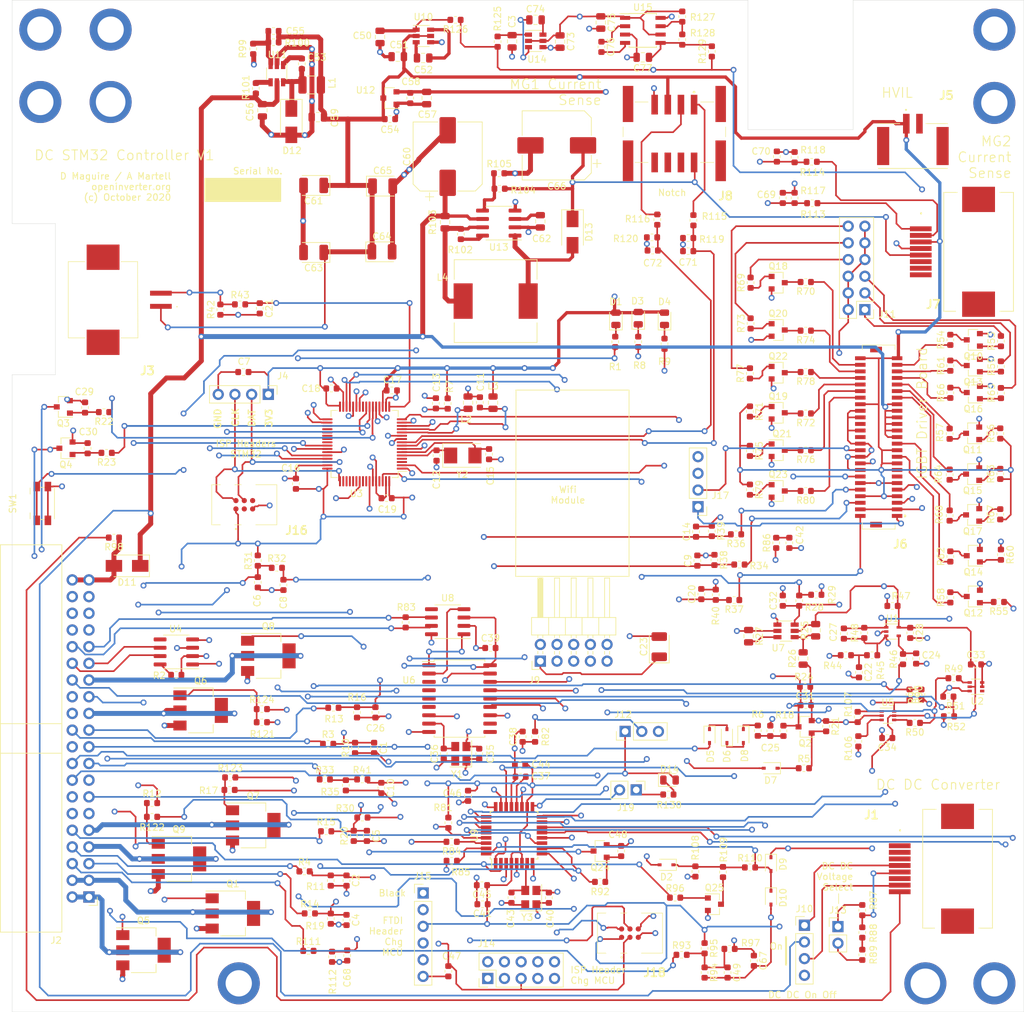
<source format=kicad_pcb>
(kicad_pcb (version 20171130) (host pcbnew "(5.1.5)-3")
  (layers (0 F.Cu signal) (1 In1.Cu mixed) (2 In2.Cu power) (31 B.Cu signal) (35 F.Paste user) (36 B.SilkS user hide) (37 F.SilkS user) (38 B.Mask user) (39 F.Mask user) (44 Edge.Cuts user))
  (net 0 "")
  (net 1 +5V)
  (net 2 GND)
  (net 3 +12V)
  (net 4 +3V3)
  (net 5 PA4_Ignition)
  (net 6 "Net-(C11-Pad1)")
  (net 7 PD0_OSC_IN)
  (net 8 _RESET)
  (net 9 PD1_OSC_OUT)
  (net 10 "Net-(C22-Pad1)")
  (net 11 "Net-(D3-Pad1)")
  (net 12 "Net-(D4-Pad1)")
  (net 13 SWDCLK)
  (net 14 SWDIO)
  (net 15 PB10_USART3_TX)
  (net 16 PB11_USART3_RX)
  (net 17 "Net-(J9-Pad5)")
  (net 18 "Net-(J9-Pad6)")
  (net 19 "Net-(J9-Pad7)")
  (net 20 "Net-(J9-Pad8)")
  (net 21 "Net-(J9-Pad9)")
  (net 22 "Net-(J9-Pad10)")
  (net 23 PC13_LED)
  (net 24 PA6_TIM3_CH1)
  (net 25 PA7_TIM3_CH2)
  (net 26 "Net-(U3-Pad3)")
  (net 27 "Net-(U3-Pad4)")
  (net 28 "Net-(U3-Pad25)")
  (net 29 "Net-(U3-Pad38)")
  (net 30 "Net-(U4-Pad5)")
  (net 31 "Net-(U6-Pad3)")
  (net 32 CAN1H)
  (net 33 CAN1L)
  (net 34 "Net-(U3-Pad61)")
  (net 35 "Net-(U3-Pad57)")
  (net 36 "Net-(U3-Pad54)")
  (net 37 "Net-(U3-Pad53)")
  (net 38 "Net-(U3-Pad52)")
  (net 39 "Net-(U3-Pad51)")
  (net 40 "Net-(U3-Pad50)")
  (net 41 PA12_CAN1_TX)
  (net 42 PA11_CAN1_RX)
  (net 43 "Net-(U3-Pad40)")
  (net 44 "Net-(U3-Pad39)")
  (net 45 "Net-(U3-Pad37)")
  (net 46 "Net-(U3-Pad36)")
  (net 47 "Net-(U3-Pad35)")
  (net 48 12V_In)
  (net 49 Ignition)
  (net 50 A_OUT_2)
  (net 51 A_OUT_1)
  (net 52 -5V)
  (net 53 "Net-(C29-Pad1)")
  (net 54 "Net-(C30-Pad1)")
  (net 55 DC_DC_Sense)
  (net 56 DC_DC_IGCT)
  (net 57 "Net-(J1-Pad6)")
  (net 58 DC_DC_VLO)
  (net 59 DC_DC_NODD)
  (net 60 "Net-(J1-Pad3)")
  (net 61 "Net-(J1-Pad2)")
  (net 62 "Net-(J1-Pad1)")
  (net 63 Brake_On_1)
  (net 64 Motor_Temp+)
  (net 65 Brake_On_2)
  (net 66 Accel_1)
  (net 67 Accel_2)
  (net 68 I_Sense)
  (net 69 V_Ref)
  (net 70 Motor_RPM+)
  (net 71 Clutch_In)
  (net 72 GP_In_1)
  (net 73 Pre_Chg_Rly)
  (net 74 Main_Con_1)
  (net 75 "Net-(J3-PadMP2)")
  (net 76 MG2_A_Lo)
  (net 77 MG1_A_Lo)
  (net 78 MG2_B_Lo)
  (net 79 MG1_B_Lo)
  (net 80 MG2_C_Lo)
  (net 81 MG1_C_Lo)
  (net 82 MG2_A_Hi)
  (net 83 MG1_A_Hi)
  (net 84 MG2_B_Hi)
  (net 85 MG1_B_Hi)
  (net 86 MG2_C_Hi)
  (net 87 MG1_C_Hi)
  (net 88 Boost_Lo)
  (net 89 MG1_Fault)
  (net 90 Boost_Hi)
  (net 91 MG2_Fault)
  (net 92 Boost_Fault)
  (net 93 DC_Bus_2)
  (net 94 Boost_Temp_2)
  (net 95 DC_Bus_1)
  (net 96 Boost_Temp_1)
  (net 97 MG2_Temp)
  (net 98 MG1_Temp)
  (net 99 "Net-(Q2-Pad1)")
  (net 100 "Net-(R2-Pad2)")
  (net 101 "Net-(J1-PadMP2)")
  (net 102 "Net-(J1-PadMP1)")
  (net 103 "Net-(J3-PadMP1)")
  (net 104 Coolant_Temp)
  (net 105 "Net-(J5-PadMP2)")
  (net 106 "Net-(J5-PadMP1)")
  (net 107 EXT_HVIL)
  (net 108 "Net-(J6-PadMP2)")
  (net 109 "Net-(J6-PadMP1)")
  (net 110 "Net-(J6-Pad30)")
  (net 111 "Net-(J6-Pad26)")
  (net 112 "Net-(J6-Pad13)")
  (net 113 "Net-(J7-Pad8)")
  (net 114 "Net-(J7-Pad7)")
  (net 115 "Net-(J7-Pad6)")
  (net 116 "Net-(J8-Pad12)")
  (net 117 "Net-(J8-Pad11)")
  (net 118 "Net-(J8-Pad10)")
  (net 119 "Net-(J8-Pad9)")
  (net 120 "Net-(J8-Pad8)")
  (net 121 "Net-(J8-Pad7)")
  (net 122 "Net-(J8-Pad6)")
  (net 123 "Net-(D5-Pad1)")
  (net 124 "Net-(D6-Pad1)")
  (net 125 "Net-(D7-Pad1)")
  (net 126 "Net-(D8-Pad1)")
  (net 127 Thr)
  (net 128 PA10_Brake_On_2)
  (net 129 PA5_Clutch_In)
  (net 130 PB3_GP_In_1)
  (net 131 PB0_Motor_RPM)
  (net 132 PA0_Motor_Temp)
  (net 133 MG1_UDC_11)
  (net 134 PA1_Accel_2)
  (net 135 MG2_UDC_11)
  (net 136 PA2_MG2_Temp)
  (net 137 PA3_Coolant_Temp)
  (net 138 "Net-(C24-Pad1)")
  (net 139 "Net-(C25-Pad1)")
  (net 140 "Net-(C27-Pad2)")
  (net 141 Current_Lim)
  (net 142 PWM_Out)
  (net 143 "Net-(C35-Pad1)")
  (net 144 "Net-(C36-Pad1)")
  (net 145 "Net-(C37-Pad1)")
  (net 146 "Net-(C38-Pad1)")
  (net 147 "Net-(C40-Pad1)")
  (net 148 "Net-(C42-Pad1)")
  (net 149 "Net-(C43-Pad1)")
  (net 150 RST_328)
  (net 151 "Net-(C47-Pad1)")
  (net 152 "Net-(C48-Pad1)")
  (net 153 "Net-(C49-Pad1)")
  (net 154 "Net-(C52-Pad2)")
  (net 155 "Net-(C52-Pad1)")
  (net 156 "Net-(C53-Pad2)")
  (net 157 "Net-(C53-Pad1)")
  (net 158 "Net-(C55-Pad2)")
  (net 159 "Net-(C62-Pad1)")
  (net 160 Vcc_26V)
  (net 161 EVSE_PP)
  (net 162 PB1_E_Stop_In)
  (net 163 MG1_I1)
  (net 164 MG1_I2)
  (net 165 PC0_MG2_IL1)
  (net 166 "Net-(D1-Pad1)")
  (net 167 Control_Pilot)
  (net 168 "Net-(D2-Pad1)")
  (net 169 EVSE_CP)
  (net 170 "Net-(D13-Pad2)")
  (net 171 Aux_Supply)
  (net 172 CHG_CANL)
  (net 173 CHG_CANH)
  (net 174 EVSE_Prox)
  (net 175 E_Stop_In)
  (net 176 EVSE_SW)
  (net 177 MG1_IL1_In)
  (net 178 MG1_IL2_In)
  (net 179 MG2_IL2_In)
  (net 180 MG2_IL1_In)
  (net 181 "Net-(J11-Pad12)")
  (net 182 "Net-(J11-Pad10)")
  (net 183 "Net-(J11-Pad8)")
  (net 184 "Net-(J11-Pad5)")
  (net 185 "Net-(J11-Pad3)")
  (net 186 "Net-(J11-Pad1)")
  (net 187 "Net-(J12-Pad2)")
  (net 188 "Net-(J13-Pad1)")
  (net 189 D12_MISO)
  (net 190 D13_SCK)
  (net 191 "Net-(J14-Pad3)")
  (net 192 D11_MOSI)
  (net 193 Tx)
  (net 194 Rx)
  (net 195 "Net-(J15-Pad2)")
  (net 196 "Net-(L2-Pad1)")
  (net 197 "Net-(L4-Pad1)")
  (net 198 PB2_Pre_Chg_Rly)
  (net 199 PA8_Main_Con_1)
  (net 200 AC_PRECH_CTRL_PD7)
  (net 201 AC_CON_CTRL_PD5)
  (net 202 PB7_Aux_Supply_Cont)
  (net 203 HV_CON_CTRL_PD6)
  (net 204 "Net-(Q10-Pad3)")
  (net 205 "Net-(Q10-Pad1)")
  (net 206 "Net-(Q11-Pad3)")
  (net 207 "Net-(Q11-Pad1)")
  (net 208 "Net-(Q12-Pad3)")
  (net 209 "Net-(Q12-Pad1)")
  (net 210 "Net-(Q13-Pad3)")
  (net 211 "Net-(Q13-Pad1)")
  (net 212 "Net-(Q14-Pad3)")
  (net 213 "Net-(Q14-Pad1)")
  (net 214 "Net-(Q15-Pad3)")
  (net 215 "Net-(Q15-Pad1)")
  (net 216 "Net-(Q16-Pad3)")
  (net 217 "Net-(Q16-Pad1)")
  (net 218 "Net-(Q17-Pad3)")
  (net 219 "Net-(Q17-Pad1)")
  (net 220 "Net-(Q18-Pad3)")
  (net 221 "Net-(Q18-Pad1)")
  (net 222 "Net-(Q19-Pad3)")
  (net 223 "Net-(Q19-Pad1)")
  (net 224 "Net-(Q20-Pad3)")
  (net 225 "Net-(Q20-Pad1)")
  (net 226 "Net-(Q21-Pad3)")
  (net 227 "Net-(Q21-Pad1)")
  (net 228 "Net-(Q22-Pad3)")
  (net 229 "Net-(Q22-Pad1)")
  (net 230 "Net-(Q23-Pad3)")
  (net 231 "Net-(Q23-Pad1)")
  (net 232 PB6_Charger_Status)
  (net 233 "Net-(Q25-Pad3)")
  (net 234 "Net-(Q25-Pad1)")
  (net 235 PA9_LED)
  (net 236 "Net-(R25-Pad1)")
  (net 237 "Net-(R27-Pad2)")
  (net 238 PB9_PWM_Check)
  (net 239 "Net-(R33-Pad2)")
  (net 240 "Net-(R49-Pad2)")
  (net 241 "Net-(R50-Pad2)")
  (net 242 PB13_Motor_OC)
  (net 243 Boost_Hi_Drive)
  (net 244 Boost_Lo_Drive)
  (net 245 "Net-(R84-Pad1)")
  (net 246 "Net-(R85-Pad1)")
  (net 247 "Net-(R88-Pad2)")
  (net 248 PB12_MG2_Fault)
  (net 249 "Net-(R101-Pad1)")
  (net 250 "Net-(R102-Pad2)")
  (net 251 "Net-(R104-Pad2)")
  (net 252 "Net-(R106-Pad2)")
  (net 253 "Net-(R107-Pad2)")
  (net 254 "Net-(U2-Pad1)")
  (net 255 PC1_MG2_IL2)
  (net 256 MCP2515_CS)
  (net 257 MCP2515_INT)
  (net 258 "Net-(U6-Pad11)")
  (net 259 "Net-(U6-Pad10)")
  (net 260 "Net-(U6-Pad6)")
  (net 261 "Net-(U6-Pad5)")
  (net 262 "Net-(U6-Pad4)")
  (net 263 "Net-(U6-Pad2)")
  (net 264 "Net-(U6-Pad1)")
  (net 265 "Net-(U8-Pad5)")
  (net 266 "Net-(J2-Pad35)")
  (net 267 "Net-(J17-Pad3)")
  (net 268 PC2_PAS_Con)
  (net 269 PC3_Brake_Vac_Con)
  (net 270 PC4_GP_Out_1)
  (net 271 "Net-(U3-Pad56)")
  (net 272 GP_Out_1_Prech_Con)
  (net 273 Brake_Vac_AC_Con)
  (net 274 PAS_HV_Con)
  (net 275 PAS_HV_Con_Ctrl)
  (net 276 B_Vac_AC_Con_Ctrl)
  (net 277 GP_Out_1_Prech_Con_Ctrl)
  (net 278 "Net-(C3-Pad1)")
  (net 279 "Net-(C50-Pad1)")
  (net 280 "Net-(C74-Pad2)")
  (net 281 "Net-(C74-Pad1)")
  (net 282 "Net-(C76-Pad2)")
  (net 283 "Net-(C76-Pad1)")
  (net 284 "Net-(C77-Pad1)")
  (net 285 "Net-(R127-Pad2)")
  (net 286 "Net-(J16-Pad6)")
  (net 287 "Net-(J16-Pad3)")
  (net 288 "Net-(D14-Pad1)")
  (net 289 "Net-(J19-Pad1)")
  (net 290 "Net-(J7-PadMP2)")
  (net 291 "Net-(J7-PadMP1)")
  (module Resistor_SMD:R_0805_2012Metric (layer F.Cu) (at 112.1 -57.2 270)
    (fp_text reference R27 (at 0 -1.65 90) (layer F.SilkS))
    (fp_text value 392k)
    (pad 2 smd roundrect (at 0.9375 0 270) (size 0.975 1.4) (layers F.Cu F.Paste F.Mask) (net 237 "Net-(R27-Pad2)"))
    (pad 1 smd roundrect (at -0.9375 0 270) (size 0.975 1.4) (layers F.Cu F.Paste F.Mask) (net 2 GND))
  )
  (module Resistor_SMD:R_0805_2012Metric (layer F.Cu) (at 120.4 -53.8 90)
    (fp_text reference R26 (at 0 -1.65 90) (layer F.SilkS))
    (fp_text value 182k)
    (pad 2 smd roundrect (at 0.9375 0 90) (size 0.975 1.4) (layers F.Cu F.Paste F.Mask) (net 236 "Net-(R25-Pad1)"))
    (pad 1 smd roundrect (at -0.9375 0 90) (size 0.975 1.4) (layers F.Cu F.Paste F.Mask) (net 2 GND))
  )
  (module Resistor_SMD:R_0805_2012Metric (layer F.Cu) (at 122.3 -58.1 90)
    (fp_text reference R25 (at 0 -1.65 90) (layer F.SilkS))
    (fp_text value 976k)
    (pad 2 smd roundrect (at 0.9375 0 90) (size 0.975 1.4) (layers F.Cu F.Paste F.Mask) (net 1 +5V))
    (pad 1 smd roundrect (at -0.9375 0 90) (size 0.975 1.4) (layers F.Cu F.Paste F.Mask) (net 236 "Net-(R25-Pad1)"))
  )
  (module Diode_SMD:D_SOD-323 (layer F.Cu) (at 115.5 -17.4 270)
    (fp_text reference D10 (at 0 -1.85 90) (layer F.SilkS))
    (fp_text value 1N4148WS)
    (pad 2 smd rect (at 1.05 0 270) (size 0.6 0.45) (layers F.Cu F.Paste F.Mask) (net 2 GND))
    (pad 1 smd rect (at -1.05 0 270) (size 0.6 0.45) (layers F.Cu F.Paste F.Mask) (net 169 EVSE_CP))
  )
  (module Diode_SMD:D_SOD-323 (layer F.Cu) (at 115.5 -22.5 270)
    (fp_text reference D9 (at 0 -1.85 90) (layer F.SilkS))
    (fp_text value 1N4148WS)
    (pad 2 smd rect (at 1.05 0 270) (size 0.6 0.45) (layers F.Cu F.Paste F.Mask) (net 169 EVSE_CP))
    (pad 1 smd rect (at -1.05 0 270) (size 0.6 0.45) (layers F.Cu F.Paste F.Mask) (net 1 +5V))
  )
  (module Diode_SMD:D_SOD-323 (layer F.Cu) (at 111.3 -42 270)
    (fp_text reference D8 (at 3 -0.2 90) (layer F.SilkS))
    (fp_text value 1N4148WS)
    (pad 2 smd rect (at 1.05 0 270) (size 0.6 0.45) (layers F.Cu F.Paste F.Mask) (net 124 "Net-(D6-Pad1)"))
    (pad 1 smd rect (at -1.05 0 270) (size 0.6 0.45) (layers F.Cu F.Paste F.Mask) (net 126 "Net-(D8-Pad1)"))
  )
  (module Diode_SMD:D_SOD-323 (layer F.Cu) (at 115.45 -37.1 180)
    (fp_text reference D7 (at 0 -1.85) (layer F.SilkS))
    (fp_text value 1N4148WS)
    (pad 2 smd rect (at 1.05 0 180) (size 0.6 0.45) (layers F.Cu F.Paste F.Mask) (net 63 Brake_On_1))
    (pad 1 smd rect (at -1.05 0 180) (size 0.6 0.45) (layers F.Cu F.Paste F.Mask) (net 125 "Net-(D7-Pad1)"))
  )
  (module Diode_SMD:D_SOD-323 (layer F.Cu) (at 108.8 -42 90)
    (fp_text reference D6 (at -3.1 0 90) (layer F.SilkS))
    (fp_text value 1N4148WS)
    (pad 2 smd rect (at 1.05 0 90) (size 0.6 0.45) (layers F.Cu F.Paste F.Mask) (net 123 "Net-(D5-Pad1)"))
    (pad 1 smd rect (at -1.05 0 90) (size 0.6 0.45) (layers F.Cu F.Paste F.Mask) (net 124 "Net-(D6-Pad1)"))
  )
  (module Diode_SMD:D_SOD-323 (layer F.Cu) (at 106.15 -42 270)
    (fp_text reference D5 (at 3.1 -0.15 90) (layer F.SilkS))
    (fp_text value 1N4148WS)
    (pad 2 smd rect (at 1.05 0 270) (size 0.6 0.45) (layers F.Cu F.Paste F.Mask) (net 66 Accel_1))
    (pad 1 smd rect (at -1.05 0 270) (size 0.6 0.45) (layers F.Cu F.Paste F.Mask) (net 123 "Net-(D5-Pad1)"))
  )
  (module Diode_SMD:D_SOD-323 (layer F.Cu) (at 99.6 -22.4 180)
    (fp_text reference D2 (at 0 -1.85) (layer F.SilkS))
    (fp_text value 1N4148WS)
    (pad 2 smd rect (at 1.05 0 180) (size 0.6 0.45) (layers F.Cu F.Paste F.Mask) (net 167 Control_Pilot))
    (pad 1 smd rect (at -1.05 0 180) (size 0.6 0.45) (layers F.Cu F.Paste F.Mask) (net 168 "Net-(D2-Pad1)"))
  )
  (module Capacitor_SMD:C_0603_1608Metric (layer F.Cu) (at 55.1 -40.2 270)
    (fp_text reference C1 (at 0 -1.43 90) (layer F.SilkS))
    (fp_text value 1uF)
    (pad 2 smd roundrect (at 0.7875 0 270) (size 0.875 0.95) (layers F.Cu F.Paste F.Mask) (net 2 GND))
    (pad 1 smd roundrect (at -0.7875 0 270) (size 0.875 0.95) (layers F.Cu F.Paste F.Mask) (net 128 PA10_Brake_On_2))
  )
  (module Button_Switch_SMD:Panasonic_EVQPUK_EVQPUB (layer F.Cu) (at 4.6 -77.4 90)
    (fp_text reference SW1 (at 0 -4.5 90) (layer F.SilkS))
    (fp_text value SW_Push)
    (pad 1 smd rect (at 2.575 -0.85 270) (size 1.45 1) (layers F.Cu F.Paste F.Mask) (net 8 _RESET))
    (pad 1 smd rect (at -2.575 -0.85 270) (size 1.45 1) (layers F.Cu F.Paste F.Mask) (net 8 _RESET))
    (pad 2 smd rect (at -2.575 0.85 270) (size 1.45 1) (layers F.Cu F.Paste F.Mask) (net 2 GND))
    (pad 2 smd rect (at 2.575 0.85 270) (size 1.45 1) (layers F.Cu F.Paste F.Mask) (net 2 GND))
  )
  (module SamacSys_Parts:SM08BCPTK1ATBL (layer F.Cu) (at 147.1 -115.7 90)
    (fp_text reference J7 (at -8 -6.9 180) (layer F.SilkS) (effects (font (size 1.27 1.27) (thickness 0.254))))
    (fp_text value SM08B-CPTK-1A-TB hide)
    (pad MP2 smd rect (at 7.975 0 90) (size 3.85 5) (layers F.Cu F.Paste F.Mask) (net 290 "Net-(J7-PadMP2)"))
    (pad MP1 smd rect (at -7.975 0 90) (size 3.85 5) (layers F.Cu F.Paste F.Mask) (net 291 "Net-(J7-PadMP1)"))
    (pad 8 smd rect (at -3.5 -8.8 90) (size 0.75 3.3) (layers F.Cu F.Paste F.Mask) (net 113 "Net-(J7-Pad8)"))
    (pad 7 smd rect (at -2.5 -8.8 90) (size 0.75 3.3) (layers F.Cu F.Paste F.Mask) (net 114 "Net-(J7-Pad7)"))
    (pad 6 smd rect (at -1.5 -8.8 90) (size 0.75 3.3) (layers F.Cu F.Paste F.Mask) (net 115 "Net-(J7-Pad6)"))
    (pad 5 smd rect (at -0.5 -8.8 90) (size 0.75 3.3) (layers F.Cu F.Paste F.Mask) (net 160 Vcc_26V))
    (pad 4 smd rect (at 0.5 -8.8 90) (size 0.75 3.3) (layers F.Cu F.Paste F.Mask) (net 52 -5V))
    (pad 3 smd rect (at 1.5 -8.8 90) (size 0.75 3.3) (layers F.Cu F.Paste F.Mask) (net 1 +5V))
    (pad 2 smd rect (at 2.5 -8.8 90) (size 0.75 3.3) (layers F.Cu F.Paste F.Mask) (net 178 MG1_IL2_In))
    (pad 1 smd rect (at 3.5 -8.8 90) (size 0.75 3.3) (layers F.Cu F.Paste F.Mask) (net 177 MG1_IL1_In))
  )
  (module Connector_Custom:TC2030MCP (layer F.Cu) (at 32.8 -77.2)
    (fp_text reference J16 (at 10.5 3.9) (layer F.SilkS) (effects (font (size 1.27 1.27) (thickness 0.254))))
    (fp_text value TC2030-MCP hide)
    (pad "" np_thru_hole circle (at 3.175 -2.54) (size 2.3876 2.3876) (drill 2.3876) (layers *.Cu *.Mask))
    (pad "" np_thru_hole circle (at 3.175 2.54) (size 2.3876 2.3876) (drill 2.3876) (layers *.Cu *.Mask))
    (pad "" np_thru_hole circle (at 0 2.54) (size 2.3876 2.3876) (drill 2.3876) (layers *.Cu *.Mask))
    (pad "" np_thru_hole circle (at 0 -2.54) (size 2.3876 2.3876) (drill 2.3876) (layers *.Cu *.Mask))
    (pad MH3 np_thru_hole circle (at 5.08 1.016) (size 1.067 0) (drill 1.067) (layers *.Cu *.Mask))
    (pad MH2 np_thru_hole circle (at 5.08 -1.016) (size 1.067 0) (drill 1.067) (layers *.Cu *.Mask))
    (pad "" np_thru_hole circle (at 0 0) (size 1.067 1.067) (drill 1.067) (layers *.Cu *.Mask))
    (pad 6 smd circle (at 3.81 -0.635) (size 0.7874 0.7874) (layers F.Cu F.Mask) (net 286 "Net-(J16-Pad6)"))
    (pad 5 smd circle (at 3.81 0.635) (size 0.7874 0.7874) (layers F.Cu F.Mask) (net 2 GND))
    (pad 4 smd circle (at 2.54 -0.635) (size 0.7874 0.7874) (layers F.Cu F.Mask) (net 14 SWDIO))
    (pad 3 smd circle (at 2.54 0.635) (size 0.7874 0.7874) (layers F.Cu F.Mask) (net 287 "Net-(J16-Pad3)"))
    (pad 2 smd circle (at 1.27 -0.635) (size 0.7874 0.7874) (layers F.Cu F.Mask) (net 13 SWDCLK))
    (pad 1 smd circle (at 1.27 0.635) (size 0.7874 0.7874) (layers F.Cu F.Mask) (net 4 +3V3))
  )
  (module Connector_Custom:TC2030MCP (layer F.Cu) (at 91.5 -12)
    (fp_text reference J18 (at 6.3 6) (layer F.SilkS) (effects (font (size 1.27 1.27) (thickness 0.254))))
    (fp_text value TC2030-MCP hide)
    (pad "" np_thru_hole circle (at 3.175 -2.54) (size 2.3876 2.3876) (drill 2.3876) (layers *.Cu *.Mask))
    (pad "" np_thru_hole circle (at 3.175 2.54) (size 2.3876 2.3876) (drill 2.3876) (layers *.Cu *.Mask))
    (pad "" np_thru_hole circle (at 0 2.54) (size 2.3876 2.3876) (drill 2.3876) (layers *.Cu *.Mask))
    (pad "" np_thru_hole circle (at 0 -2.54) (size 2.3876 2.3876) (drill 2.3876) (layers *.Cu *.Mask))
    (pad MH3 np_thru_hole circle (at 5.08 1.016) (size 1.067 0) (drill 1.067) (layers *.Cu *.Mask))
    (pad MH2 np_thru_hole circle (at 5.08 -1.016) (size 1.067 0) (drill 1.067) (layers *.Cu *.Mask))
    (pad "" np_thru_hole circle (at 0 0) (size 1.067 1.067) (drill 1.067) (layers *.Cu *.Mask))
    (pad 6 smd circle (at 3.81 -0.635) (size 0.7874 0.7874) (layers F.Cu F.Mask) (net 189 D12_MISO))
    (pad 5 smd circle (at 3.81 0.635) (size 0.7874 0.7874) (layers F.Cu F.Mask) (net 2 GND))
    (pad 4 smd circle (at 2.54 -0.635) (size 0.7874 0.7874) (layers F.Cu F.Mask) (net 192 D11_MOSI))
    (pad 3 smd circle (at 2.54 0.635) (size 0.7874 0.7874) (layers F.Cu F.Mask) (net 150 RST_328))
    (pad 2 smd circle (at 1.27 -0.635) (size 0.7874 0.7874) (layers F.Cu F.Mask) (net 190 D13_SCK))
    (pad 1 smd circle (at 1.27 0.635) (size 0.7874 0.7874) (layers F.Cu F.Mask) (net 1 +5V))
  )
  (module Resistor_SMD:R_0603_1608Metric (layer F.Cu) (at 99.8875 -33.1)
    (fp_text reference R130 (at 0.1125 1.6) (layer F.SilkS))
    (fp_text value 470R)
    (pad 2 smd roundrect (at 0.7875 0) (size 0.875 0.95) (layers F.Cu F.Paste F.Mask) (net 288 "Net-(D14-Pad1)"))
    (pad 1 smd roundrect (at -0.7875 0) (size 0.875 0.95) (layers F.Cu F.Paste F.Mask) (net 289 "Net-(J19-Pad1)"))
  )
  (module Connector_PinHeader_2.54mm:PinHeader_1x02_P2.54mm_Vertical (layer F.Cu) (at 95 -33.8 270)
    (fp_text reference J19 (at 2.7 1.6 180) (layer F.SilkS))
    (fp_text value Conn_01x02)
    (pad 2 thru_hole oval (at 0 2.54 270) (size 1.7 1.7) (drill 1) (layers *.Cu *.Mask) (net 190 D13_SCK))
    (pad 1 thru_hole rect (at 0 0 270) (size 1.7 1.7) (drill 1) (layers *.Cu *.Mask) (net 289 "Net-(J19-Pad1)"))
  )
  (module LED_SMD:LED_0805_2012Metric (layer F.Cu) (at 100.0625 -35.3)
    (fp_text reference D14 (at 0 -1.65) (layer F.SilkS))
    (fp_text value LED)
    (pad 2 smd roundrect (at 0.9375 0) (size 0.975 1.4) (layers F.Cu F.Paste F.Mask) (net 1 +5V))
    (pad 1 smd roundrect (at -0.9375 0) (size 0.975 1.4) (layers F.Cu F.Paste F.Mask) (net 288 "Net-(D14-Pad1)"))
  )
  (module Package_SO_Custom:SOIC-8_3.9x4.9mm_P1.27mm (layer F.Cu) (at 96 -149.4)
    (fp_text reference U15 (at 0 -3.5) (layer F.SilkS))
    (fp_text value MAX889RESA+)
    (pad 7 smd rect (at 2.7 -0.635) (size 1.55 0.6) (layers F.Cu F.Paste F.Mask) (net 285 "Net-(R127-Pad2)"))
    (pad 8 smd rect (at 2.7 -1.905) (size 1.55 0.6) (layers F.Cu F.Paste F.Mask) (net 2 GND))
    (pad 6 smd rect (at 2.7 0.635) (size 1.55 0.6) (layers F.Cu F.Paste F.Mask) (net 1 +5V))
    (pad 5 smd rect (at 2.7 1.905) (size 1.55 0.6) (layers F.Cu F.Paste F.Mask) (net 284 "Net-(C77-Pad1)"))
    (pad 4 smd rect (at -2.7 1.905) (size 1.55 0.6) (layers F.Cu F.Paste F.Mask) (net 282 "Net-(C76-Pad2)"))
    (pad 3 smd rect (at -2.7 0.635) (size 1.55 0.6) (layers F.Cu F.Paste F.Mask) (net 2 GND))
    (pad 2 smd rect (at -2.7 -0.635) (size 1.55 0.6) (layers F.Cu F.Paste F.Mask) (net 283 "Net-(C76-Pad1)"))
    (pad 1 smd rect (at -2.7 -1.905) (size 1.55 0.6) (layers F.Cu F.Paste F.Mask) (net 1 +5V))
  )
  (module Capacitor_SMD:C_0805_2012Metric (layer F.Cu) (at 89.6 -150.6 270)
    (fp_text reference C75 (at 0 -1.65 90) (layer F.SilkS))
    (fp_text value 10uF)
    (pad 2 smd roundrect (at 0.9375 0 270) (size 0.975 1.4) (layers F.Cu F.Paste F.Mask) (net 2 GND))
    (pad 1 smd roundrect (at -0.9375 0 270) (size 0.975 1.4) (layers F.Cu F.Paste F.Mask) (net 1 +5V))
  )
  (module Package_TO_SOT_SMD:SOT-23-6 (layer F.Cu) (at 79.7 -147.8)
    (fp_text reference U14 (at 0.2 2.8) (layer F.SilkS))
    (fp_text value TX4314)
    (pad 5 smd rect (at 1.1 0) (size 1.06 0.65) (layers F.Cu F.Paste F.Mask) (net 1 +5V))
    (pad 6 smd rect (at 1.1 -0.95) (size 1.06 0.65) (layers F.Cu F.Paste F.Mask) (net 280 "Net-(C74-Pad2)"))
    (pad 4 smd rect (at 1.1 0.95) (size 1.06 0.65) (layers F.Cu F.Paste F.Mask) (net 2 GND))
    (pad 3 smd rect (at -1.1 0.95) (size 1.06 0.65) (layers F.Cu F.Paste F.Mask) (net 281 "Net-(C74-Pad1)"))
    (pad 2 smd rect (at -1.1 0) (size 1.06 0.65) (layers F.Cu F.Paste F.Mask) (net 1 +5V))
    (pad 1 smd rect (at -1.1 -0.95) (size 1.06 0.65) (layers F.Cu F.Paste F.Mask) (net 278 "Net-(C3-Pad1)"))
  )
  (module Resistor_SMD:R_0603_1608Metric (layer F.Cu) (at 106.5 -146.2 90)
    (fp_text reference R129 (at 0 -1.43 90) (layer F.SilkS))
    (fp_text value 0R)
    (pad 2 smd roundrect (at 0.7875 0 90) (size 0.875 0.95) (layers F.Cu F.Paste F.Mask) (net 284 "Net-(C77-Pad1)"))
    (pad 1 smd roundrect (at -0.7875 0 90) (size 0.875 0.95) (layers F.Cu F.Paste F.Mask) (net 52 -5V))
  )
  (module Resistor_SMD:R_0603_1608Metric (layer F.Cu) (at 102 -148 270)
    (fp_text reference R128 (at -1 -3.1 180) (layer F.SilkS))
    (fp_text value 56k)
    (pad 2 smd roundrect (at 0.7875 0 270) (size 0.875 0.95) (layers F.Cu F.Paste F.Mask) (net 284 "Net-(C77-Pad1)"))
    (pad 1 smd roundrect (at -0.7875 0 270) (size 0.875 0.95) (layers F.Cu F.Paste F.Mask) (net 285 "Net-(R127-Pad2)"))
  )
  (module Resistor_SMD:R_0603_1608Metric (layer F.Cu) (at 102 -151.5 270)
    (fp_text reference R127 (at 0.1 -3.1 180) (layer F.SilkS))
    (fp_text value 56k)
    (pad 2 smd roundrect (at 0.7875 0 270) (size 0.875 0.95) (layers F.Cu F.Paste F.Mask) (net 285 "Net-(R127-Pad2)"))
    (pad 1 smd roundrect (at -0.7875 0 270) (size 0.875 0.95) (layers F.Cu F.Paste F.Mask) (net 1 +5V))
  )
  (module Resistor_SMD:R_0603_1608Metric (layer F.Cu) (at 67.4875 -151 180)
    (fp_text reference R126 (at 0 -1.43) (layer F.SilkS))
    (fp_text value 0R)
    (pad 2 smd roundrect (at 0.7875 0 180) (size 0.875 0.95) (layers F.Cu F.Paste F.Mask) (net 279 "Net-(C50-Pad1)"))
    (pad 1 smd roundrect (at -0.7875 0 180) (size 0.875 0.95) (layers F.Cu F.Paste F.Mask) (net 52 -5V))
  )
  (module Resistor_SMD:R_0603_1608Metric (layer F.Cu) (at 73.9 -147.6875 90)
    (fp_text reference R125 (at 3.5 0 90) (layer F.SilkS))
    (fp_text value 0R)
    (pad 2 smd roundrect (at 0.7875 0 90) (size 0.875 0.95) (layers F.Cu F.Paste F.Mask) (net 278 "Net-(C3-Pad1)"))
    (pad 1 smd roundrect (at -0.7875 0 90) (size 0.875 0.95) (layers F.Cu F.Paste F.Mask) (net 52 -5V))
  )
  (module Capacitor_SMD:C_0805_2012Metric (layer F.Cu) (at 96 -145.3 180)
    (fp_text reference C77 (at 0 -1.65) (layer F.SilkS))
    (fp_text value 10uF)
    (pad 2 smd roundrect (at 0.9375 0 180) (size 0.975 1.4) (layers F.Cu F.Paste F.Mask) (net 2 GND))
    (pad 1 smd roundrect (at -0.9375 0 180) (size 0.975 1.4) (layers F.Cu F.Paste F.Mask) (net 284 "Net-(C77-Pad1)"))
  )
  (module Capacitor_SMD:C_0603_1608Metric (layer F.Cu) (at 89.7 -146.8875 270)
    (fp_text reference C76 (at 0 -1.43 90) (layer F.SilkS))
    (fp_text value 1uF)
    (pad 2 smd roundrect (at 0.7875 0 270) (size 0.875 0.95) (layers F.Cu F.Paste F.Mask) (net 282 "Net-(C76-Pad2)"))
    (pad 1 smd roundrect (at -0.7875 0 270) (size 0.875 0.95) (layers F.Cu F.Paste F.Mask) (net 283 "Net-(C76-Pad1)"))
  )
  (module Capacitor_SMD:C_0805_2012Metric (layer F.Cu) (at 79.6625 -151)
    (fp_text reference C74 (at 0 -1.65) (layer F.SilkS))
    (fp_text value 4.7uF)
    (pad 2 smd roundrect (at 0.9375 0) (size 0.975 1.4) (layers F.Cu F.Paste F.Mask) (net 280 "Net-(C74-Pad2)"))
    (pad 1 smd roundrect (at -0.9375 0) (size 0.975 1.4) (layers F.Cu F.Paste F.Mask) (net 281 "Net-(C74-Pad1)"))
  )
  (module Capacitor_SMD:C_0805_2012Metric (layer F.Cu) (at 83.4 -147.7 270)
    (fp_text reference C73 (at 0 -1.65 90) (layer F.SilkS))
    (fp_text value 4.7uF)
    (pad 2 smd roundrect (at 0.9375 0 270) (size 0.975 1.4) (layers F.Cu F.Paste F.Mask) (net 2 GND))
    (pad 1 smd roundrect (at -0.9375 0 270) (size 0.975 1.4) (layers F.Cu F.Paste F.Mask) (net 1 +5V))
  )
  (module Capacitor_SMD:C_0805_2012Metric (layer F.Cu) (at 76.1 -147.7375 270)
    (fp_text reference C3 (at -3 0 90) (layer F.SilkS))
    (fp_text value 4.7uF)
    (pad 2 smd roundrect (at 0.9375 0 270) (size 0.975 1.4) (layers F.Cu F.Paste F.Mask) (net 2 GND))
    (pad 1 smd roundrect (at -0.9375 0 270) (size 0.975 1.4) (layers F.Cu F.Paste F.Mask) (net 278 "Net-(C3-Pad1)"))
  )
  (module Resistor_SMD:R_0603_1608Metric (layer F.Cu) (at 38.0125 -46.1)
    (fp_text reference R124 (at 0 -1.43) (layer F.SilkS))
    (fp_text value NF)
    (pad 2 smd roundrect (at 0.7875 0) (size 0.875 0.95) (layers F.Cu F.Paste F.Mask) (net 203 HV_CON_CTRL_PD6))
    (pad 1 smd roundrect (at -0.7875 0) (size 0.875 0.95) (layers F.Cu F.Paste F.Mask) (net 275 PAS_HV_Con_Ctrl))
  )
  (module Resistor_SMD:R_0603_1608Metric (layer F.Cu) (at 33.2 -35.7)
    (fp_text reference R123 (at 0 -1.43) (layer F.SilkS))
    (fp_text value NF)
    (pad 2 smd roundrect (at 0.7875 0) (size 0.875 0.95) (layers F.Cu F.Paste F.Mask) (net 201 AC_CON_CTRL_PD5))
    (pad 1 smd roundrect (at -0.7875 0) (size 0.875 0.95) (layers F.Cu F.Paste F.Mask) (net 276 B_Vac_AC_Con_Ctrl))
  )
  (module Resistor_SMD:R_0603_1608Metric (layer F.Cu) (at 21.3 -29.7)
    (fp_text reference R122 (at 0 1.6) (layer F.SilkS))
    (fp_text value NF)
    (pad 2 smd roundrect (at 0.7875 0) (size 0.875 0.95) (layers F.Cu F.Paste F.Mask) (net 200 AC_PRECH_CTRL_PD7))
    (pad 1 smd roundrect (at -0.7875 0) (size 0.875 0.95) (layers F.Cu F.Paste F.Mask) (net 277 GP_Out_1_Prech_Con_Ctrl))
  )
  (module Resistor_SMD:R_0603_1608Metric (layer F.Cu) (at 38.0125 -44.1)
    (fp_text reference R121 (at 0.0875 1.8) (layer F.SilkS))
    (fp_text value 0R)
    (pad 2 smd roundrect (at 0.7875 0) (size 0.875 0.95) (layers F.Cu F.Paste F.Mask) (net 268 PC2_PAS_Con))
    (pad 1 smd roundrect (at -0.7875 0) (size 0.875 0.95) (layers F.Cu F.Paste F.Mask) (net 275 PAS_HV_Con_Ctrl))
  )
  (module Resistor_SMD:R_0603_1608Metric (layer F.Cu) (at 33.1 -33.8)
    (fp_text reference R17 (at -3.2 0.1) (layer F.SilkS))
    (fp_text value 0R)
    (pad 2 smd roundrect (at 0.7875 0) (size 0.875 0.95) (layers F.Cu F.Paste F.Mask) (net 269 PC3_Brake_Vac_Con))
    (pad 1 smd roundrect (at -0.7875 0) (size 0.875 0.95) (layers F.Cu F.Paste F.Mask) (net 276 B_Vac_AC_Con_Ctrl))
  )
  (module Resistor_SMD:R_0603_1608Metric (layer F.Cu) (at 21.3 -31.8)
    (fp_text reference R12 (at 0 -1.43) (layer F.SilkS))
    (fp_text value 0R)
    (pad 2 smd roundrect (at 0.7875 0) (size 0.875 0.95) (layers F.Cu F.Paste F.Mask) (net 270 PC4_GP_Out_1))
    (pad 1 smd roundrect (at -0.7875 0) (size 0.875 0.95) (layers F.Cu F.Paste F.Mask) (net 277 GP_Out_1_Prech_Con_Ctrl))
  )
  (module Capacitor_SMD:CP_Elec_10x10 (layer F.Cu) (at 66.3 -130.2 90)
    (fp_text reference C60 (at 0 -6.2 90) (layer F.SilkS))
    (fp_text value 330uF)
    (pad 2 smd roundrect (at 4 0 90) (size 4 2.5) (layers F.Cu F.Paste F.Mask) (roundrect_rratio 0.1) (net 2 GND))
    (pad 1 smd roundrect (at -4 0 90) (size 4 2.5) (layers F.Cu F.Paste F.Mask) (roundrect_rratio 0.1) (net 3 +12V))
  )
  (module Capacitor_Tantalum_SMD:CP_EIA-3528-21_Kemet-B (layer F.Cu) (at 56.4 -125.7)
    (fp_text reference C65 (at 0 -2.35) (layer F.SilkS))
    (fp_text value 100uF)
    (pad 2 smd roundrect (at 1.5375 0) (size 1.325 2.35) (layers F.Cu F.Paste F.Mask) (roundrect_rratio 0.188679) (net 2 GND))
    (pad 1 smd roundrect (at -1.5375 0) (size 1.325 2.35) (layers F.Cu F.Paste F.Mask) (roundrect_rratio 0.188679) (net 1 +5V))
  )
  (module Capacitor_Tantalum_SMD:CP_EIA-3528-21_Kemet-B (layer F.Cu) (at 56.3 -115.7)
    (fp_text reference C64 (at 0 -2.35) (layer F.SilkS))
    (fp_text value 100uF)
    (pad 2 smd roundrect (at 1.5375 0) (size 1.325 2.35) (layers F.Cu F.Paste F.Mask) (roundrect_rratio 0.188679) (net 2 GND))
    (pad 1 smd roundrect (at -1.5375 0) (size 1.325 2.35) (layers F.Cu F.Paste F.Mask) (roundrect_rratio 0.188679) (net 1 +5V))
  )
  (module Capacitor_Tantalum_SMD:CP_EIA-3528-21_Kemet-B (layer F.Cu) (at 45.9 -115.6 180)
    (fp_text reference C63 (at 0 -2.35) (layer F.SilkS))
    (fp_text value 100uF)
    (pad 2 smd roundrect (at 1.5375 0 180) (size 1.325 2.35) (layers F.Cu F.Paste F.Mask) (roundrect_rratio 0.188679) (net 2 GND))
    (pad 1 smd roundrect (at -1.5375 0 180) (size 1.325 2.35) (layers F.Cu F.Paste F.Mask) (roundrect_rratio 0.188679) (net 1 +5V))
  )
  (module Capacitor_Tantalum_SMD:CP_EIA-3528-21_Kemet-B (layer F.Cu) (at 45.9 -125.8 180)
    (fp_text reference C61 (at 0 -2.35) (layer F.SilkS))
    (fp_text value 100uF)
    (pad 2 smd roundrect (at 1.5375 0 180) (size 1.325 2.35) (layers F.Cu F.Paste F.Mask) (roundrect_rratio 0.188679) (net 2 GND))
    (pad 1 smd roundrect (at -1.5375 0 180) (size 1.325 2.35) (layers F.Cu F.Paste F.Mask) (roundrect_rratio 0.188679) (net 1 +5V))
  )
  (module Capacitor_Tantalum_SMD:CP_EIA-3528-21_Kemet-B (layer F.Cu) (at 98.5 -55.6 90)
    (fp_text reference C23 (at 0 -2.35 90) (layer F.SilkS))
    (fp_text value 100uF)
    (pad 2 smd roundrect (at 1.5375 0 90) (size 1.325 2.35) (layers F.Cu F.Paste F.Mask) (roundrect_rratio 0.188679) (net 2 GND))
    (pad 1 smd roundrect (at -1.5375 0 90) (size 1.325 2.35) (layers F.Cu F.Paste F.Mask) (roundrect_rratio 0.188679) (net 4 +3V3))
  )
  (module Connector_PinHeader_2.54mm:PinHeader_1x04_P2.54mm_Vertical (layer F.Cu) (at 120.6 -13.2)
    (fp_text reference J10 (at 0 -2.5) (layer F.SilkS))
    (fp_text value Conn_01x04)
    (pad 4 thru_hole oval (at 0 7.62) (size 1.7 1.7) (drill 1) (layers *.Cu *.Mask) (net 2 GND))
    (pad 3 thru_hole oval (at 0 5.08) (size 1.7 1.7) (drill 1) (layers *.Cu *.Mask) (net 56 DC_DC_IGCT))
    (pad 2 thru_hole oval (at 0 2.54) (size 1.7 1.7) (drill 1) (layers *.Cu *.Mask) (net 3 +12V))
    (pad 1 thru_hole rect (at 0 0) (size 1.7 1.7) (drill 1) (layers *.Cu *.Mask) (net 59 DC_DC_NODD))
  )
  (module Connector_PinHeader_2.54mm:PinHeader_1x04_P2.54mm_Vertical (layer F.Cu) (at 104.4 -76.9 180)
    (fp_text reference J17 (at -3.4 1.7) (layer F.SilkS))
    (fp_text value Conn_01x04)
    (pad 4 thru_hole oval (at 0 7.62 180) (size 1.7 1.7) (drill 1) (layers *.Cu *.Mask) (net 2 GND))
    (pad 3 thru_hole oval (at 0 5.08 180) (size 1.7 1.7) (drill 1) (layers *.Cu *.Mask) (net 267 "Net-(J17-Pad3)"))
    (pad 2 thru_hole oval (at 0 2.54 180) (size 1.7 1.7) (drill 1) (layers *.Cu *.Mask) (net 89 MG1_Fault))
    (pad 1 thru_hole rect (at 0 0 180) (size 1.7 1.7) (drill 1) (layers *.Cu *.Mask) (net 98 MG1_Temp))
  )
  (module SamacSys_Parts:BM08BCPTK1ATB (layer F.Cu) (at 100.8 -133.7)
    (fp_text reference J8 (at 7.8 9.5) (layer F.SilkS) (effects (font (size 1.27 1.27) (thickness 0.254))))
    (fp_text value BM08B-CPTK-1A-TB hide)
    (pad 12 smd rect (at 7.05 4.15) (size 1.6 6.2) (layers F.Cu F.Paste F.Mask) (net 116 "Net-(J8-Pad12)"))
    (pad 11 smd rect (at 7.05 -4.5) (size 1.6 5.5) (layers F.Cu F.Paste F.Mask) (net 117 "Net-(J8-Pad11)"))
    (pad 10 smd rect (at -7.05 4.15) (size 1.6 6.2) (layers F.Cu F.Paste F.Mask) (net 118 "Net-(J8-Pad10)"))
    (pad 9 smd rect (at -7.05 -4.5) (size 1.6 5.5) (layers F.Cu F.Paste F.Mask) (net 119 "Net-(J8-Pad9)"))
    (pad 8 smd rect (at -3 4.4) (size 1 3) (layers F.Cu F.Paste F.Mask) (net 120 "Net-(J8-Pad8)"))
    (pad 7 smd rect (at -1 4.4) (size 1 3) (layers F.Cu F.Paste F.Mask) (net 121 "Net-(J8-Pad7)"))
    (pad 6 smd rect (at 1 4.4) (size 1 3) (layers F.Cu F.Paste F.Mask) (net 122 "Net-(J8-Pad6)"))
    (pad 5 smd rect (at 3 4.4) (size 1 3) (layers F.Cu F.Paste F.Mask) (net 160 Vcc_26V))
    (pad 4 smd rect (at -3 -4.4) (size 1 3) (layers F.Cu F.Paste F.Mask) (net 52 -5V))
    (pad 3 smd rect (at -1 -4.4) (size 1 3) (layers F.Cu F.Paste F.Mask) (net 1 +5V))
    (pad 2 smd rect (at 1 -4.4) (size 1 3) (layers F.Cu F.Paste F.Mask) (net 179 MG2_IL2_In))
    (pad 1 smd rect (at 3 -4.4) (size 1 3) (layers F.Cu F.Paste F.Mask) (net 180 MG2_IL1_In))
  )
  (module SamacSys_Parts:BM50BSHLDSGTFT (layer F.Cu) (at 131.9 -87.5 90)
    (fp_text reference J6 (at -16.3 3.3 180) (layer F.SilkS) (effects (font (size 1.27 1.27) (thickness 0.254))))
    (fp_text value BM50B-SHLDS-G-TFT hide)
    (pad MP2 smd rect (at 13.325 -0.4 90) (size 0.85 1.8) (layers F.Cu F.Paste F.Mask) (net 108 "Net-(J6-PadMP2)"))
    (pad MP1 smd rect (at -13.325 -0.4 90) (size 0.85 1.8) (layers F.Cu F.Paste F.Mask) (net 109 "Net-(J6-PadMP1)"))
    (pad 50 smd rect (at 12 -2.8 90) (size 0.6 1.6) (layers F.Cu F.Paste F.Mask) (net 1 +5V))
    (pad 49 smd rect (at 12 2.8 90) (size 0.6 1.6) (layers F.Cu F.Paste F.Mask) (net 1 +5V))
    (pad 48 smd rect (at 11 -2.8 90) (size 0.6 1.6) (layers F.Cu F.Paste F.Mask) (net 76 MG2_A_Lo))
    (pad 47 smd rect (at 11 2.8 90) (size 0.6 1.6) (layers F.Cu F.Paste F.Mask) (net 77 MG1_A_Lo))
    (pad 46 smd rect (at 10 -2.8 90) (size 0.6 1.6) (layers F.Cu F.Paste F.Mask) (net 78 MG2_B_Lo))
    (pad 45 smd rect (at 10 2.8 90) (size 0.6 1.6) (layers F.Cu F.Paste F.Mask) (net 79 MG1_B_Lo))
    (pad 44 smd rect (at 9 -2.8 90) (size 0.6 1.6) (layers F.Cu F.Paste F.Mask) (net 80 MG2_C_Lo))
    (pad 43 smd rect (at 9 2.8 90) (size 0.6 1.6) (layers F.Cu F.Paste F.Mask) (net 81 MG1_C_Lo))
    (pad 42 smd rect (at 8 -2.8 90) (size 0.6 1.6) (layers F.Cu F.Paste F.Mask) (net 82 MG2_A_Hi))
    (pad 41 smd rect (at 8 2.8 90) (size 0.6 1.6) (layers F.Cu F.Paste F.Mask) (net 83 MG1_A_Hi))
    (pad 40 smd rect (at 7 -2.8 90) (size 0.6 1.6) (layers F.Cu F.Paste F.Mask) (net 84 MG2_B_Hi))
    (pad 39 smd rect (at 7 2.8 90) (size 0.6 1.6) (layers F.Cu F.Paste F.Mask) (net 85 MG1_B_Hi))
    (pad 38 smd rect (at 6 -2.8 90) (size 0.6 1.6) (layers F.Cu F.Paste F.Mask) (net 86 MG2_C_Hi))
    (pad 37 smd rect (at 6 2.8 90) (size 0.6 1.6) (layers F.Cu F.Paste F.Mask) (net 87 MG1_C_Hi))
    (pad 36 smd rect (at 5 -2.8 90) (size 0.6 1.6) (layers F.Cu F.Paste F.Mask) (net 1 +5V))
    (pad 35 smd rect (at 5 2.8 90) (size 0.6 1.6) (layers F.Cu F.Paste F.Mask) (net 3 +12V))
    (pad 34 smd rect (at 4 -2.8 90) (size 0.6 1.6) (layers F.Cu F.Paste F.Mask) (net 2 GND))
    (pad 33 smd rect (at 4 2.8 90) (size 0.6 1.6) (layers F.Cu F.Paste F.Mask) (net 3 +12V))
    (pad 32 smd rect (at 3 -2.8 90) (size 0.6 1.6) (layers F.Cu F.Paste F.Mask) (net 2 GND))
    (pad 31 smd rect (at 3 2.8 90) (size 0.6 1.6) (layers F.Cu F.Paste F.Mask) (net 3 +12V))
    (pad 30 smd rect (at 2 -2.8 90) (size 0.6 1.6) (layers F.Cu F.Paste F.Mask) (net 110 "Net-(J6-Pad30)"))
    (pad 29 smd rect (at 2 2.8 90) (size 0.6 1.6) (layers F.Cu F.Paste F.Mask) (net 3 +12V))
    (pad 28 smd rect (at 1 -2.8 90) (size 0.6 1.6) (layers F.Cu F.Paste F.Mask) (net 2 GND))
    (pad 27 smd rect (at 1 2.8 90) (size 0.6 1.6) (layers F.Cu F.Paste F.Mask) (net 3 +12V))
    (pad 26 smd rect (at 0 -2.8 90) (size 0.6 1.6) (layers F.Cu F.Paste F.Mask) (net 111 "Net-(J6-Pad26)"))
    (pad 25 smd rect (at 0 2.8 90) (size 0.6 1.6) (layers F.Cu F.Paste F.Mask) (net 3 +12V))
    (pad 24 smd rect (at -1 -2.8 90) (size 0.6 1.6) (layers F.Cu F.Paste F.Mask) (net 2 GND))
    (pad 23 smd rect (at -1 2.8 90) (size 0.6 1.6) (layers F.Cu F.Paste F.Mask) (net 88 Boost_Lo))
    (pad 22 smd rect (at -2 -2.8 90) (size 0.6 1.6) (layers F.Cu F.Paste F.Mask) (net 89 MG1_Fault))
    (pad 21 smd rect (at -2 2.8 90) (size 0.6 1.6) (layers F.Cu F.Paste F.Mask) (net 1 +5V))
    (pad 20 smd rect (at -3 -2.8 90) (size 0.6 1.6) (layers F.Cu F.Paste F.Mask) (net 2 GND))
    (pad 19 smd rect (at -3 2.8 90) (size 0.6 1.6) (layers F.Cu F.Paste F.Mask) (net 90 Boost_Hi))
    (pad 18 smd rect (at -4 -2.8 90) (size 0.6 1.6) (layers F.Cu F.Paste F.Mask) (net 91 MG2_Fault))
    (pad 17 smd rect (at -4 2.8 90) (size 0.6 1.6) (layers F.Cu F.Paste F.Mask) (net 1 +5V))
    (pad 16 smd rect (at -5 -2.8 90) (size 0.6 1.6) (layers F.Cu F.Paste F.Mask) (net 2 GND))
    (pad 15 smd rect (at -5 2.8 90) (size 0.6 1.6) (layers F.Cu F.Paste F.Mask) (net 1 +5V))
    (pad 14 smd rect (at -6 -2.8 90) (size 0.6 1.6) (layers F.Cu F.Paste F.Mask) (net 92 Boost_Fault))
    (pad 13 smd rect (at -6 2.8 90) (size 0.6 1.6) (layers F.Cu F.Paste F.Mask) (net 112 "Net-(J6-Pad13)"))
    (pad 12 smd rect (at -7 -2.8 90) (size 0.6 1.6) (layers F.Cu F.Paste F.Mask) (net 2 GND))
    (pad 11 smd rect (at -7 2.8 90) (size 0.6 1.6) (layers F.Cu F.Paste F.Mask) (net 2 GND))
    (pad 10 smd rect (at -8 -2.8 90) (size 0.6 1.6) (layers F.Cu F.Paste F.Mask) (net 93 DC_Bus_2))
    (pad 9 smd rect (at -8 2.8 90) (size 0.6 1.6) (layers F.Cu F.Paste F.Mask) (net 94 Boost_Temp_2))
    (pad 8 smd rect (at -9 -2.8 90) (size 0.6 1.6) (layers F.Cu F.Paste F.Mask) (net 1 +5V))
    (pad 7 smd rect (at -9 2.8 90) (size 0.6 1.6) (layers F.Cu F.Paste F.Mask) (net 1 +5V))
    (pad 6 smd rect (at -10 -2.8 90) (size 0.6 1.6) (layers F.Cu F.Paste F.Mask) (net 95 DC_Bus_1))
    (pad 5 smd rect (at -10 2.8 90) (size 0.6 1.6) (layers F.Cu F.Paste F.Mask) (net 96 Boost_Temp_1))
    (pad 4 smd rect (at -11 -2.8 90) (size 0.6 1.6) (layers F.Cu F.Paste F.Mask) (net 52 -5V))
    (pad 3 smd rect (at -11 2.8 90) (size 0.6 1.6) (layers F.Cu F.Paste F.Mask) (net 52 -5V))
    (pad 2 smd rect (at -12 -2.8 90) (size 0.6 1.6) (layers F.Cu F.Paste F.Mask) (net 97 MG2_Temp))
    (pad 1 smd rect (at -12 2.8 90) (size 0.6 1.6) (layers F.Cu F.Paste F.Mask) (net 98 MG1_Temp))
  )
  (module Connector_Custom:SM02BCPTK1ATB (layer F.Cu) (at 15.6 -108.4 270)
    (fp_text reference J3 (at 10.8 -5 180) (layer F.SilkS) (effects (font (size 1.27 1.27) (thickness 0.254))))
    (fp_text value SM02B-CPTK-1A-TB hide)
    (pad MP2 smd rect (at -6.475 1.75 270) (size 3.85 5) (layers F.Cu F.Paste F.Mask) (net 75 "Net-(J3-PadMP2)"))
    (pad MP1 smd rect (at 6.475 1.75 270) (size 3.85 5) (layers F.Cu F.Paste F.Mask) (net 103 "Net-(J3-PadMP1)"))
    (pad 2 smd rect (at -1 -7.05 270) (size 0.75 3.3) (layers F.Cu F.Paste F.Mask) (net 104 Coolant_Temp))
    (pad 1 smd rect (at 1 -7.05 270) (size 0.75 3.3) (layers F.Cu F.Paste F.Mask) (net 1 +5V))
  )
  (module SamacSys_Parts:SM08BCPTK1ATBL (layer F.Cu) (at 143.9 -21.8 90)
    (fp_text reference J1 (at 8.2 -13.1 180) (layer F.SilkS) (effects (font (size 1.27 1.27) (thickness 0.254))))
    (fp_text value SM08B-CPTK-1A-TBL hide)
    (pad MP2 smd rect (at 7.975 0 90) (size 3.85 5) (layers F.Cu F.Paste F.Mask) (net 101 "Net-(J1-PadMP2)"))
    (pad MP1 smd rect (at -7.975 0 90) (size 3.85 5) (layers F.Cu F.Paste F.Mask) (net 102 "Net-(J1-PadMP1)"))
    (pad 8 smd rect (at -3.5 -8.8 90) (size 0.75 3.3) (layers F.Cu F.Paste F.Mask) (net 55 DC_DC_Sense))
    (pad 7 smd rect (at -2.5 -8.8 90) (size 0.75 3.3) (layers F.Cu F.Paste F.Mask) (net 56 DC_DC_IGCT))
    (pad 6 smd rect (at -1.5 -8.8 90) (size 0.75 3.3) (layers F.Cu F.Paste F.Mask) (net 57 "Net-(J1-Pad6)"))
    (pad 5 smd rect (at -0.5 -8.8 90) (size 0.75 3.3) (layers F.Cu F.Paste F.Mask) (net 58 DC_DC_VLO))
    (pad 4 smd rect (at 0.5 -8.8 90) (size 0.75 3.3) (layers F.Cu F.Paste F.Mask) (net 59 DC_DC_NODD))
    (pad 3 smd rect (at 1.5 -8.8 90) (size 0.75 3.3) (layers F.Cu F.Paste F.Mask) (net 60 "Net-(J1-Pad3)"))
    (pad 2 smd rect (at 2.5 -8.8 90) (size 0.75 3.3) (layers F.Cu F.Paste F.Mask) (net 61 "Net-(J1-Pad2)"))
    (pad 1 smd rect (at 3.5 -8.8 90) (size 0.75 3.3) (layers F.Cu F.Paste F.Mask) (net 62 "Net-(J1-Pad1)"))
  )
  (module Crystal:Crystal_SMD_3225-4Pin_3.2x2.5mm (layer F.Cu) (at 78.95 -17.4 90)
    (fp_text reference Y3 (at -3 -0.55 180) (layer F.SilkS))
    (fp_text value 16MHz)
    (pad 4 smd rect (at -1.1 -0.85 90) (size 1.4 1.2) (layers F.Cu F.Paste F.Mask) (net 2 GND))
    (pad 3 smd rect (at 1.1 -0.85 90) (size 1.4 1.2) (layers F.Cu F.Paste F.Mask) (net 149 "Net-(C43-Pad1)"))
    (pad 2 smd rect (at 1.1 0.85 90) (size 1.4 1.2) (layers F.Cu F.Paste F.Mask) (net 2 GND))
    (pad 1 smd rect (at -1.1 0.85 90) (size 1.4 1.2) (layers F.Cu F.Paste F.Mask) (net 147 "Net-(C40-Pad1)"))
  )
  (module Crystal:Crystal_SMD_3225-4Pin_3.2x2.5mm (layer F.Cu) (at 68.3 -39.3 90)
    (fp_text reference Y1 (at -3.1 -0.6) (layer F.SilkS))
    (fp_text value 16MHz)
    (pad 4 smd rect (at -1.1 -0.85 90) (size 1.4 1.2) (layers F.Cu F.Paste F.Mask) (net 2 GND))
    (pad 3 smd rect (at 1.1 -0.85 90) (size 1.4 1.2) (layers F.Cu F.Paste F.Mask) (net 144 "Net-(C36-Pad1)"))
    (pad 2 smd rect (at 1.1 0.85 90) (size 1.4 1.2) (layers F.Cu F.Paste F.Mask) (net 2 GND))
    (pad 1 smd rect (at -1.1 0.85 90) (size 1.4 1.2) (layers F.Cu F.Paste F.Mask) (net 143 "Net-(C35-Pad1)"))
  )
  (module Package_SO:SOIC-8_3.9x4.9mm_P1.27mm (layer F.Cu) (at 74.075 -120.065 180)
    (fp_text reference U13 (at 0 -3.665) (layer F.SilkS))
    (fp_text value MC34063ABD-TR)
    (pad 8 smd roundrect (at 2.475 -1.905 180) (size 1.95 0.6) (layers F.Cu F.Paste F.Mask) (net 250 "Net-(R102-Pad2)"))
    (pad 7 smd roundrect (at 2.475 -0.635 180) (size 1.95 0.6) (layers F.Cu F.Paste F.Mask) (net 197 "Net-(L4-Pad1)"))
    (pad 6 smd roundrect (at 2.475 0.635 180) (size 1.95 0.6) (layers F.Cu F.Paste F.Mask) (net 3 +12V))
    (pad 5 smd roundrect (at 2.475 1.905 180) (size 1.95 0.6) (layers F.Cu F.Paste F.Mask) (net 251 "Net-(R104-Pad2)"))
    (pad 4 smd roundrect (at -2.475 1.905 180) (size 1.95 0.6) (layers F.Cu F.Paste F.Mask) (net 2 GND))
    (pad 3 smd roundrect (at -2.475 0.635 180) (size 1.95 0.6) (layers F.Cu F.Paste F.Mask) (net 159 "Net-(C62-Pad1)"))
    (pad 2 smd roundrect (at -2.475 -0.635 180) (size 1.95 0.6) (layers F.Cu F.Paste F.Mask) (net 2 GND))
    (pad 1 smd roundrect (at -2.475 -1.905 180) (size 1.95 0.6) (layers F.Cu F.Paste F.Mask) (net 170 "Net-(D13-Pad2)"))
  )
  (module Package_TO_SOT_SMD:SOT-23 (layer F.Cu) (at 57.5 -139.1 180)
    (fp_text reference U12 (at 3.7 1.2) (layer F.SilkS))
    (fp_text value XC6206P332MR)
    (pad 3 smd rect (at 1 0 180) (size 0.9 0.8) (layers F.Cu F.Paste F.Mask) (net 1 +5V))
    (pad 2 smd rect (at -1 0.95 180) (size 0.9 0.8) (layers F.Cu F.Paste F.Mask) (net 4 +3V3))
    (pad 1 smd rect (at -1 -0.95 180) (size 0.9 0.8) (layers F.Cu F.Paste F.Mask) (net 2 GND))
  )
  (module Package_TO_SOT_SMD:TSOT-23-6 (layer F.Cu) (at 40.3 -142.81 270)
    (fp_text reference U11 (at -2.89 -0.1 180) (layer F.SilkS))
    (fp_text value MP2359)
    (pad 6 smd rect (at 1.31 -0.95 270) (size 1.22 0.65) (layers F.Cu F.Paste F.Mask) (net 157 "Net-(C53-Pad1)"))
    (pad 5 smd rect (at 1.31 0 270) (size 1.22 0.65) (layers F.Cu F.Paste F.Mask) (net 3 +12V))
    (pad 4 smd rect (at 1.31 0.95 270) (size 1.22 0.65) (layers F.Cu F.Paste F.Mask) (net 249 "Net-(R101-Pad1)"))
    (pad 3 smd rect (at -1.31 0.95 270) (size 1.22 0.65) (layers F.Cu F.Paste F.Mask) (net 158 "Net-(C55-Pad2)"))
    (pad 2 smd rect (at -1.31 0 270) (size 1.22 0.65) (layers F.Cu F.Paste F.Mask) (net 2 GND))
    (pad 1 smd rect (at -1.31 -0.95 270) (size 1.22 0.65) (layers F.Cu F.Paste F.Mask) (net 156 "Net-(C53-Pad2)"))
  )
  (module Package_TO_SOT_SMD:SOT-23-6 (layer F.Cu) (at 62.6 -148.55)
    (fp_text reference U10 (at 0 -2.9) (layer F.SilkS))
    (fp_text value SGM3204)
    (pad 5 smd rect (at 1.1 0) (size 1.06 0.65) (layers F.Cu F.Paste F.Mask) (net 1 +5V))
    (pad 6 smd rect (at 1.1 -0.95) (size 1.06 0.65) (layers F.Cu F.Paste F.Mask) (net 154 "Net-(C52-Pad2)"))
    (pad 4 smd rect (at 1.1 0.95) (size 1.06 0.65) (layers F.Cu F.Paste F.Mask) (net 2 GND))
    (pad 3 smd rect (at -1.1 0.95) (size 1.06 0.65) (layers F.Cu F.Paste F.Mask) (net 155 "Net-(C52-Pad1)"))
    (pad 2 smd rect (at -1.1 0) (size 1.06 0.65) (layers F.Cu F.Paste F.Mask) (net 1 +5V))
    (pad 1 smd rect (at -1.1 -0.95) (size 1.06 0.65) (layers F.Cu F.Paste F.Mask) (net 279 "Net-(C50-Pad1)"))
  )
  (module Package_QFP:TQFP-32_7x7mm_P0.8mm (layer F.Cu) (at 76.4 -26.9 90)
    (fp_text reference U9 (at 0 -6.05 90) (layer F.SilkS))
    (fp_text value ATmega328P-AU)
    (pad 32 smd rect (at -2.8 -4.25 180) (size 1.6 0.55) (layers F.Cu F.Paste F.Mask) (net 169 EVSE_CP))
    (pad 31 smd rect (at -2 -4.25 180) (size 1.6 0.55) (layers F.Cu F.Paste F.Mask) (net 246 "Net-(R85-Pad1)"))
    (pad 30 smd rect (at -1.2 -4.25 180) (size 1.6 0.55) (layers F.Cu F.Paste F.Mask) (net 245 "Net-(R84-Pad1)"))
    (pad 29 smd rect (at -0.4 -4.25 180) (size 1.6 0.55) (layers F.Cu F.Paste F.Mask) (net 150 RST_328))
    (pad 28 smd rect (at 0.4 -4.25 180) (size 1.6 0.55) (layers F.Cu F.Paste F.Mask) (net 164 MG1_I2))
    (pad 27 smd rect (at 1.2 -4.25 180) (size 1.6 0.55) (layers F.Cu F.Paste F.Mask) (net 163 MG1_I1))
    (pad 26 smd rect (at 2 -4.25 180) (size 1.6 0.55) (layers F.Cu F.Paste F.Mask) (net 94 Boost_Temp_2))
    (pad 25 smd rect (at 2.8 -4.25 180) (size 1.6 0.55) (layers F.Cu F.Paste F.Mask) (net 96 Boost_Temp_1))
    (pad 24 smd rect (at 4.25 -2.8 90) (size 1.6 0.55) (layers F.Cu F.Paste F.Mask) (net 135 MG2_UDC_11))
    (pad 23 smd rect (at 4.25 -2 90) (size 1.6 0.55) (layers F.Cu F.Paste F.Mask) (net 133 MG1_UDC_11))
    (pad 22 smd rect (at 4.25 -1.2 90) (size 1.6 0.55) (layers F.Cu F.Paste F.Mask) (net 161 EVSE_PP))
    (pad 21 smd rect (at 4.25 -0.4 90) (size 1.6 0.55) (layers F.Cu F.Paste F.Mask) (net 2 GND))
    (pad 20 smd rect (at 4.25 0.4 90) (size 1.6 0.55) (layers F.Cu F.Paste F.Mask) (net 145 "Net-(C37-Pad1)"))
    (pad 19 smd rect (at 4.25 1.2 90) (size 1.6 0.55) (layers F.Cu F.Paste F.Mask) (net 146 "Net-(C38-Pad1)"))
    (pad 18 smd rect (at 4.25 2 90) (size 1.6 0.55) (layers F.Cu F.Paste F.Mask) (net 1 +5V))
    (pad 17 smd rect (at 4.25 2.8 90) (size 1.6 0.55) (layers F.Cu F.Paste F.Mask) (net 190 D13_SCK))
    (pad 16 smd rect (at 2.8 4.25 180) (size 1.6 0.55) (layers F.Cu F.Paste F.Mask) (net 189 D12_MISO))
    (pad 15 smd rect (at 2 4.25 180) (size 1.6 0.55) (layers F.Cu F.Paste F.Mask) (net 192 D11_MOSI))
    (pad 14 smd rect (at 1.2 4.25 180) (size 1.6 0.55) (layers F.Cu F.Paste F.Mask) (net 243 Boost_Hi_Drive))
    (pad 13 smd rect (at 0.4 4.25 180) (size 1.6 0.55) (layers F.Cu F.Paste F.Mask) (net 244 Boost_Lo_Drive))
    (pad 12 smd rect (at -0.4 4.25 180) (size 1.6 0.55) (layers F.Cu F.Paste F.Mask) (net 256 MCP2515_CS))
    (pad 11 smd rect (at -1.2 4.25 180) (size 1.6 0.55) (layers F.Cu F.Paste F.Mask) (net 200 AC_PRECH_CTRL_PD7))
    (pad 10 smd rect (at -2 4.25 180) (size 1.6 0.55) (layers F.Cu F.Paste F.Mask) (net 203 HV_CON_CTRL_PD6))
    (pad 9 smd rect (at -2.8 4.25 180) (size 1.6 0.55) (layers F.Cu F.Paste F.Mask) (net 201 AC_CON_CTRL_PD5))
    (pad 8 smd rect (at -4.25 2.8 90) (size 1.6 0.55) (layers F.Cu F.Paste F.Mask) (net 147 "Net-(C40-Pad1)"))
    (pad 7 smd rect (at -4.25 2 90) (size 1.6 0.55) (layers F.Cu F.Paste F.Mask) (net 149 "Net-(C43-Pad1)"))
    (pad 6 smd rect (at -4.25 1.2 90) (size 1.6 0.55) (layers F.Cu F.Paste F.Mask) (net 1 +5V))
    (pad 5 smd rect (at -4.25 0.4 90) (size 1.6 0.55) (layers F.Cu F.Paste F.Mask) (net 2 GND))
    (pad 4 smd rect (at -4.25 -0.4 90) (size 1.6 0.55) (layers F.Cu F.Paste F.Mask) (net 1 +5V))
    (pad 3 smd rect (at -4.25 -1.2 90) (size 1.6 0.55) (layers F.Cu F.Paste F.Mask) (net 2 GND))
    (pad 2 smd rect (at -4.25 -2 90) (size 1.6 0.55) (layers F.Cu F.Paste F.Mask) (net 176 EVSE_SW))
    (pad 1 smd rect (at -4.25 -2.8 90) (size 1.6 0.55) (layers F.Cu F.Paste F.Mask) (net 257 MCP2515_INT))
  )
  (module Package_SO:SOIC-8_3.9x4.9mm_P1.27mm (layer F.Cu) (at 66.3 -59.4 180)
    (fp_text reference U8 (at 0 3.6) (layer F.SilkS))
    (fp_text value TJA1050T)
    (pad 8 smd roundrect (at 2.475 -1.905 180) (size 1.95 0.6) (layers F.Cu F.Paste F.Mask) (net 2 GND))
    (pad 7 smd roundrect (at 2.475 -0.635 180) (size 1.95 0.6) (layers F.Cu F.Paste F.Mask) (net 173 CHG_CANH))
    (pad 6 smd roundrect (at 2.475 0.635 180) (size 1.95 0.6) (layers F.Cu F.Paste F.Mask) (net 172 CHG_CANL))
    (pad 5 smd roundrect (at 2.475 1.905 180) (size 1.95 0.6) (layers F.Cu F.Paste F.Mask) (net 265 "Net-(U8-Pad5)"))
    (pad 4 smd roundrect (at -2.475 1.905 180) (size 1.95 0.6) (layers F.Cu F.Paste F.Mask) (net 263 "Net-(U6-Pad2)"))
    (pad 3 smd roundrect (at -2.475 0.635 180) (size 1.95 0.6) (layers F.Cu F.Paste F.Mask) (net 1 +5V))
    (pad 2 smd roundrect (at -2.475 -0.635 180) (size 1.95 0.6) (layers F.Cu F.Paste F.Mask) (net 2 GND))
    (pad 1 smd roundrect (at -2.475 -1.905 180) (size 1.95 0.6) (layers F.Cu F.Paste F.Mask) (net 264 "Net-(U6-Pad1)"))
  )
  (module Package_SO:SOIC-18W_7.5x11.6mm_P1.27mm (layer F.Cu) (at 68.1 -47.7)
    (fp_text reference U6 (at -7.7 -2.8) (layer F.SilkS))
    (fp_text value MCP2515-I/SO)
    (pad 18 smd roundrect (at 4.65 -5.08) (size 2.05 0.6) (layers F.Cu F.Paste F.Mask) (net 1 +5V))
    (pad 17 smd roundrect (at 4.65 -3.81) (size 2.05 0.6) (layers F.Cu F.Paste F.Mask) (net 150 RST_328))
    (pad 16 smd roundrect (at 4.65 -2.54) (size 2.05 0.6) (layers F.Cu F.Paste F.Mask) (net 256 MCP2515_CS))
    (pad 15 smd roundrect (at 4.65 -1.27) (size 2.05 0.6) (layers F.Cu F.Paste F.Mask) (net 189 D12_MISO))
    (pad 14 smd roundrect (at 4.65 0) (size 2.05 0.6) (layers F.Cu F.Paste F.Mask) (net 192 D11_MOSI))
    (pad 13 smd roundrect (at 4.65 1.27) (size 2.05 0.6) (layers F.Cu F.Paste F.Mask) (net 190 D13_SCK))
    (pad 12 smd roundrect (at 4.65 2.54) (size 2.05 0.6) (layers F.Cu F.Paste F.Mask) (net 257 MCP2515_INT))
    (pad 11 smd roundrect (at 4.65 3.81) (size 2.05 0.6) (layers F.Cu F.Paste F.Mask) (net 258 "Net-(U6-Pad11)"))
    (pad 10 smd roundrect (at 4.65 5.08) (size 2.05 0.6) (layers F.Cu F.Paste F.Mask) (net 259 "Net-(U6-Pad10)"))
    (pad 9 smd roundrect (at -4.65 5.08) (size 2.05 0.6) (layers F.Cu F.Paste F.Mask) (net 2 GND))
    (pad 8 smd roundrect (at -4.65 3.81) (size 2.05 0.6) (layers F.Cu F.Paste F.Mask) (net 144 "Net-(C36-Pad1)"))
    (pad 7 smd roundrect (at -4.65 2.54) (size 2.05 0.6) (layers F.Cu F.Paste F.Mask) (net 143 "Net-(C35-Pad1)"))
    (pad 6 smd roundrect (at -4.65 1.27) (size 2.05 0.6) (layers F.Cu F.Paste F.Mask) (net 260 "Net-(U6-Pad6)"))
    (pad 5 smd roundrect (at -4.65 0) (size 2.05 0.6) (layers F.Cu F.Paste F.Mask) (net 261 "Net-(U6-Pad5)"))
    (pad 4 smd roundrect (at -4.65 -1.27) (size 2.05 0.6) (layers F.Cu F.Paste F.Mask) (net 262 "Net-(U6-Pad4)"))
    (pad 3 smd roundrect (at -4.65 -2.54) (size 2.05 0.6) (layers F.Cu F.Paste F.Mask) (net 31 "Net-(U6-Pad3)"))
    (pad 2 smd roundrect (at -4.65 -3.81) (size 2.05 0.6) (layers F.Cu F.Paste F.Mask) (net 263 "Net-(U6-Pad2)"))
    (pad 1 smd roundrect (at -4.65 -5.08) (size 2.05 0.6) (layers F.Cu F.Paste F.Mask) (net 264 "Net-(U6-Pad1)"))
  )
  (module Package_TO_SOT_SMD:SOT-363_SC-70-6 (layer F.Cu) (at 133.3 -45.1)
    (fp_text reference U5 (at 0 -2) (layer F.SilkS))
    (fp_text value 74LVC1G3157GW)
    (pad 6 smd rect (at 0.95 -0.65) (size 0.65 0.4) (layers F.Cu F.Paste F.Mask) (net 91 MG2_Fault))
    (pad 4 smd rect (at 0.95 0.65) (size 0.65 0.4) (layers F.Cu F.Paste F.Mask) (net 241 "Net-(R50-Pad2)"))
    (pad 2 smd rect (at -0.95 0) (size 0.65 0.4) (layers F.Cu F.Paste F.Mask) (net 2 GND))
    (pad 5 smd rect (at 0.95 0) (size 0.65 0.4) (layers F.Cu F.Paste F.Mask) (net 1 +5V))
    (pad 3 smd rect (at -0.95 0.65) (size 0.65 0.4) (layers F.Cu F.Paste F.Mask) (net 252 "Net-(R106-Pad2)"))
    (pad 1 smd rect (at -0.95 -0.65) (size 0.65 0.4) (layers F.Cu F.Paste F.Mask) (net 253 "Net-(R107-Pad2)"))
  )
  (module Package_TO_SOT_SMD:SOT-363_SC-70-6 (layer F.Cu) (at 146.7 -49.5 180)
    (fp_text reference U2 (at -0.2 -2.2) (layer F.SilkS))
    (fp_text value 74LVC1G3157GW)
    (pad 6 smd rect (at 0.95 -0.65 180) (size 0.65 0.4) (layers F.Cu F.Paste F.Mask) (net 141 Current_Lim))
    (pad 4 smd rect (at 0.95 0.65 180) (size 0.65 0.4) (layers F.Cu F.Paste F.Mask) (net 240 "Net-(R49-Pad2)"))
    (pad 2 smd rect (at -0.95 0 180) (size 0.65 0.4) (layers F.Cu F.Paste F.Mask) (net 2 GND))
    (pad 5 smd rect (at 0.95 0 180) (size 0.65 0.4) (layers F.Cu F.Paste F.Mask) (net 1 +5V))
    (pad 3 smd rect (at -0.95 0.65 180) (size 0.65 0.4) (layers F.Cu F.Paste F.Mask) (net 2 GND))
    (pad 1 smd rect (at -0.95 -0.65 180) (size 0.65 0.4) (layers F.Cu F.Paste F.Mask) (net 254 "Net-(U2-Pad1)"))
  )
  (module Package_TO_SOT_SMD:SOT-353_SC-70-5 (layer F.Cu) (at 134 -57.9)
    (fp_text reference U1 (at 0 -2) (layer F.SilkS))
    (fp_text value MCP6561x-LT)
    (pad 5 smd rect (at 0.95 -0.65) (size 0.65 0.4) (layers F.Cu F.Paste F.Mask) (net 1 +5V))
    (pad 4 smd rect (at 0.95 0.65) (size 0.65 0.4) (layers F.Cu F.Paste F.Mask) (net 138 "Net-(C24-Pad1)"))
    (pad 2 smd rect (at -0.95 0) (size 0.65 0.4) (layers F.Cu F.Paste F.Mask) (net 2 GND))
    (pad 3 smd rect (at -0.95 0.65) (size 0.65 0.4) (layers F.Cu F.Paste F.Mask) (net 140 "Net-(C27-Pad2)"))
    (pad 1 smd rect (at -0.95 -0.65) (size 0.65 0.4) (layers F.Cu F.Paste F.Mask) (net 141 Current_Lim))
  )
  (module Resistor_SMD:R_0603_1608Metric (layer F.Cu) (at 97.4 -117.9)
    (fp_text reference R120 (at -4 0.2) (layer F.SilkS))
    (fp_text value 3.6k)
    (pad 2 smd roundrect (at 0.7875 0) (size 0.875 0.95) (layers F.Cu F.Paste F.Mask) (net 255 PC1_MG2_IL2))
    (pad 1 smd roundrect (at -0.7875 0) (size 0.875 0.95) (layers F.Cu F.Paste F.Mask) (net 2 GND))
  )
  (module Resistor_SMD:R_0603_1608Metric (layer F.Cu) (at 102.9 -117.8)
    (fp_text reference R119 (at 3.6 0.2 180) (layer F.SilkS))
    (fp_text value 3.6k)
    (pad 2 smd roundrect (at 0.7875 0) (size 0.875 0.95) (layers F.Cu F.Paste F.Mask) (net 165 PC0_MG2_IL1))
    (pad 1 smd roundrect (at -0.7875 0) (size 0.875 0.95) (layers F.Cu F.Paste F.Mask) (net 2 GND))
  )
  (module Resistor_SMD:R_0603_1608Metric (layer F.Cu) (at 119.1 -130.1 270)
    (fp_text reference R118 (at -1.1 -2.8 180) (layer F.SilkS))
    (fp_text value 3.6k)
    (pad 2 smd roundrect (at 0.7875 0 270) (size 0.875 0.95) (layers F.Cu F.Paste F.Mask) (net 164 MG1_I2))
    (pad 1 smd roundrect (at -0.7875 0 270) (size 0.875 0.95) (layers F.Cu F.Paste F.Mask) (net 2 GND))
  )
  (module Resistor_SMD:R_0603_1608Metric (layer F.Cu) (at 119.1 -123.9 270)
    (fp_text reference R117 (at -1.1 -2.8 180) (layer F.SilkS))
    (fp_text value 3.6k)
    (pad 2 smd roundrect (at 0.7875 0 270) (size 0.875 0.95) (layers F.Cu F.Paste F.Mask) (net 163 MG1_I1))
    (pad 1 smd roundrect (at -0.7875 0 270) (size 0.875 0.95) (layers F.Cu F.Paste F.Mask) (net 2 GND))
  )
  (module Resistor_SMD:R_0603_1608Metric (layer F.Cu) (at 98.2 -120.6 270)
    (fp_text reference R116 (at -0.1 3 180) (layer F.SilkS))
    (fp_text value 6.2k)
    (pad 2 smd roundrect (at 0.7875 0 270) (size 0.875 0.95) (layers F.Cu F.Paste F.Mask) (net 255 PC1_MG2_IL2))
    (pad 1 smd roundrect (at -0.7875 0 270) (size 0.875 0.95) (layers F.Cu F.Paste F.Mask) (net 179 MG2_IL2_In))
  )
  (module Resistor_SMD:R_0603_1608Metric (layer F.Cu) (at 103.7 -120.5 270)
    (fp_text reference R115 (at -0.6 -3.2 180) (layer F.SilkS))
    (fp_text value 6.2k)
    (pad 2 smd roundrect (at 0.7875 0 270) (size 0.875 0.95) (layers F.Cu F.Paste F.Mask) (net 165 PC0_MG2_IL1))
    (pad 1 smd roundrect (at -0.7875 0 270) (size 0.875 0.95) (layers F.Cu F.Paste F.Mask) (net 180 MG2_IL1_In))
  )
  (module Resistor_SMD:R_0603_1608Metric (layer F.Cu) (at 121.7 -129.4 180)
    (fp_text reference R114 (at -0.1 -1.6) (layer F.SilkS))
    (fp_text value 6.2k)
    (pad 2 smd roundrect (at 0.7875 0 180) (size 0.875 0.95) (layers F.Cu F.Paste F.Mask) (net 164 MG1_I2))
    (pad 1 smd roundrect (at -0.7875 0 180) (size 0.875 0.95) (layers F.Cu F.Paste F.Mask) (net 178 MG1_IL2_In))
  )
  (module Resistor_SMD:R_0603_1608Metric (layer F.Cu) (at 121.7875 -123.1 180)
    (fp_text reference R113 (at -0.1125 -1.7) (layer F.SilkS))
    (fp_text value 6.2k)
    (pad 2 smd roundrect (at 0.7875 0 180) (size 0.875 0.95) (layers F.Cu F.Paste F.Mask) (net 163 MG1_I1))
    (pad 1 smd roundrect (at -0.7875 0 180) (size 0.875 0.95) (layers F.Cu F.Paste F.Mask) (net 177 MG1_IL1_In))
  )
  (module Resistor_SMD:R_0603_1608Metric (layer F.Cu) (at 48.7 -8.4 90)
    (fp_text reference R112 (at -3.8 0.1 90) (layer F.SilkS))
    (fp_text value 1.5k)
    (pad 2 smd roundrect (at 0.7875 0 90) (size 0.875 0.95) (layers F.Cu F.Paste F.Mask) (net 162 PB1_E_Stop_In))
    (pad 1 smd roundrect (at -0.7875 0 90) (size 0.875 0.95) (layers F.Cu F.Paste F.Mask) (net 2 GND))
  )
  (module Resistor_SMD:R_0603_1608Metric (layer F.Cu) (at 45.1 -9.3)
    (fp_text reference R111 (at 0 -1.43) (layer F.SilkS))
    (fp_text value 4.7k)
    (pad 2 smd roundrect (at 0.7875 0) (size 0.875 0.95) (layers F.Cu F.Paste F.Mask) (net 162 PB1_E_Stop_In))
    (pad 1 smd roundrect (at -0.7875 0) (size 0.875 0.95) (layers F.Cu F.Paste F.Mask) (net 175 E_Stop_In))
  )
  (module Resistor_SMD:R_0603_1608Metric (layer F.Cu) (at 112.3125 -22)
    (fp_text reference R110 (at 0 -1.43) (layer F.SilkS))
    (fp_text value 22k)
    (pad 2 smd roundrect (at 0.7875 0) (size 0.875 0.95) (layers F.Cu F.Paste F.Mask) (net 169 EVSE_CP))
    (pad 1 smd roundrect (at -0.7875 0) (size 0.875 0.95) (layers F.Cu F.Paste F.Mask) (net 168 "Net-(D2-Pad1)"))
  )
  (module Resistor_SMD:R_0603_1608Metric (layer F.Cu) (at 108.2 -21.3 270)
    (fp_text reference R109 (at -3.4 -0.1 270) (layer F.SilkS))
    (fp_text value 1.5k)
    (pad 2 smd roundrect (at 0.7875 0 270) (size 0.875 0.95) (layers F.Cu F.Paste F.Mask) (net 233 "Net-(Q25-Pad3)"))
    (pad 1 smd roundrect (at -0.7875 0 270) (size 0.875 0.95) (layers F.Cu F.Paste F.Mask) (net 168 "Net-(D2-Pad1)"))
  )
  (module Resistor_SMD:R_0603_1608Metric (layer F.Cu) (at 104 -21.3875 270)
    (fp_text reference R108 (at -3.6125 0 270) (layer F.SilkS))
    (fp_text value 2.7k)
    (pad 2 smd roundrect (at 0.7875 0 270) (size 0.875 0.95) (layers F.Cu F.Paste F.Mask) (net 2 GND))
    (pad 1 smd roundrect (at -0.7875 0 270) (size 0.875 0.95) (layers F.Cu F.Paste F.Mask) (net 168 "Net-(D2-Pad1)"))
  )
  (module Resistor_SMD:R_0603_1608Metric (layer F.Cu) (at 128.7 -44.9 90)
    (fp_text reference R107 (at 1.9 -1.43 90) (layer F.SilkS))
    (fp_text value 0R)
    (pad 2 smd roundrect (at 0.7875 0 90) (size 0.875 0.95) (layers F.Cu F.Paste F.Mask) (net 253 "Net-(R107-Pad2)"))
    (pad 1 smd roundrect (at -0.7875 0 90) (size 0.875 0.95) (layers F.Cu F.Paste F.Mask) (net 2 GND))
  )
  (module Resistor_SMD:R_0603_1608Metric (layer F.Cu) (at 128.8 -41.2 90)
    (fp_text reference R106 (at -1.1 -1.5 90) (layer F.SilkS))
    (fp_text value 0R)
    (pad 2 smd roundrect (at 0.7875 0 90) (size 0.875 0.95) (layers F.Cu F.Paste F.Mask) (net 252 "Net-(R106-Pad2)"))
    (pad 1 smd roundrect (at -0.7875 0 90) (size 0.875 0.95) (layers F.Cu F.Paste F.Mask) (net 2 GND))
  )
  (module Resistor_SMD:R_0603_1608Metric (layer F.Cu) (at 74.13 -127.65)
    (fp_text reference R105 (at 0 -1.43) (layer F.SilkS))
    (fp_text value 2.4k)
    (pad 2 smd roundrect (at 0.7875 0) (size 0.875 0.95) (layers F.Cu F.Paste F.Mask) (net 2 GND))
    (pad 1 smd roundrect (at -0.7875 0) (size 0.875 0.95) (layers F.Cu F.Paste F.Mask) (net 251 "Net-(R104-Pad2)"))
  )
  (module Resistor_SMD:R_0603_1608Metric (layer F.Cu) (at 74.2 -125.3 180)
    (fp_text reference R104 (at -3.6 -0.2) (layer F.SilkS))
    (fp_text value 47k)
    (pad 2 smd roundrect (at 0.7875 0 180) (size 0.875 0.95) (layers F.Cu F.Paste F.Mask) (net 251 "Net-(R104-Pad2)"))
    (pad 1 smd roundrect (at -0.7875 0 180) (size 0.875 0.95) (layers F.Cu F.Paste F.Mask) (net 160 Vcc_26V))
  )
  (module Resistor_SMD:R_0805_2012Metric (layer F.Cu) (at 65.9 -120.2 270)
    (fp_text reference R103 (at 0 1.9 90) (layer F.SilkS))
    (fp_text value 0.22R)
    (pad 2 smd roundrect (at 0.9375 0 270) (size 0.975 1.4) (layers F.Cu F.Paste F.Mask) (net 197 "Net-(L4-Pad1)"))
    (pad 1 smd roundrect (at -0.9375 0 270) (size 0.975 1.4) (layers F.Cu F.Paste F.Mask) (net 3 +12V))
  )
  (module Resistor_SMD:R_0603_1608Metric (layer F.Cu) (at 68.3 -118.4 270)
    (fp_text reference R102 (at 2.4 0.1 180) (layer F.SilkS))
    (fp_text value 180R)
    (pad 2 smd roundrect (at 0.7875 0 270) (size 0.875 0.95) (layers F.Cu F.Paste F.Mask) (net 250 "Net-(R102-Pad2)"))
    (pad 1 smd roundrect (at -0.7875 0 270) (size 0.875 0.95) (layers F.Cu F.Paste F.Mask) (net 197 "Net-(L4-Pad1)"))
  )
  (module Resistor_SMD:R_0603_1608Metric (layer F.Cu) (at 37.1 -140.5875 270)
    (fp_text reference R101 (at -0.1125 1.5 90) (layer F.SilkS))
    (fp_text value 100k)
    (pad 2 smd roundrect (at 0.7875 0 270) (size 0.875 0.95) (layers F.Cu F.Paste F.Mask) (net 3 +12V))
    (pad 1 smd roundrect (at -0.7875 0 270) (size 0.875 0.95) (layers F.Cu F.Paste F.Mask) (net 249 "Net-(R101-Pad1)"))
  )
  (module Resistor_SMD:R_0603_1608Metric (layer F.Cu) (at 39.7875 -147.6 180)
    (fp_text reference R100 (at -3.6125 -0.1) (layer F.SilkS))
    (fp_text value 43k)
    (pad 2 smd roundrect (at 0.7875 0 180) (size 0.875 0.95) (layers F.Cu F.Paste F.Mask) (net 158 "Net-(C55-Pad2)"))
    (pad 1 smd roundrect (at -0.7875 0 180) (size 0.875 0.95) (layers F.Cu F.Paste F.Mask) (net 1 +5V))
  )
  (module Resistor_SMD:R_0603_1608Metric (layer F.Cu) (at 36.7 -146.5875 270)
    (fp_text reference R99 (at -0.0125 1.6 90) (layer F.SilkS))
    (fp_text value 8.2k)
    (pad 2 smd roundrect (at 0.7875 0 270) (size 0.875 0.95) (layers F.Cu F.Paste F.Mask) (net 2 GND))
    (pad 1 smd roundrect (at -0.7875 0 270) (size 0.875 0.95) (layers F.Cu F.Paste F.Mask) (net 158 "Net-(C55-Pad2)"))
  )
  (module Resistor_SMD:R_0603_1608Metric (layer F.Cu) (at 15.5 -72.2 180)
    (fp_text reference R98 (at 0 -1.43) (layer F.SilkS))
    (fp_text value 0R)
    (pad 2 smd roundrect (at 0.7875 0 180) (size 0.875 0.95) (layers F.Cu F.Paste F.Mask) (net 55 DC_DC_Sense))
    (pad 1 smd roundrect (at -0.7875 0 180) (size 0.875 0.95) (layers F.Cu F.Paste F.Mask) (net 48 12V_In))
  )
  (module Resistor_SMD:R_0603_1608Metric (layer F.Cu) (at 109.2 -9.6)
    (fp_text reference R97 (at 3.2 -0.9) (layer F.SilkS))
    (fp_text value 10k)
    (pad 2 smd roundrect (at 0.7875 0) (size 0.875 0.95) (layers F.Cu F.Paste F.Mask) (net 161 EVSE_PP))
    (pad 1 smd roundrect (at -0.7875 0) (size 0.875 0.95) (layers F.Cu F.Paste F.Mask) (net 153 "Net-(C49-Pad1)"))
  )
  (module Resistor_SMD:R_0603_1608Metric (layer F.Cu) (at 100.9125 -17.4)
    (fp_text reference R96 (at 0 -1.43) (layer F.SilkS))
    (fp_text value 1k)
    (pad 2 smd roundrect (at 0.7875 0) (size 0.875 0.95) (layers F.Cu F.Paste F.Mask) (net 234 "Net-(Q25-Pad1)"))
    (pad 1 smd roundrect (at -0.7875 0) (size 0.875 0.95) (layers F.Cu F.Paste F.Mask) (net 176 EVSE_SW))
  )
  (module Resistor_SMD:R_0603_1608Metric (layer F.Cu) (at 105.4 -9.7 270)
    (fp_text reference R95 (at 0 -1.43 90) (layer F.SilkS))
    (fp_text value 330R)
    (pad 2 smd roundrect (at 0.7875 0 270) (size 0.875 0.95) (layers F.Cu F.Paste F.Mask) (net 153 "Net-(C49-Pad1)"))
    (pad 1 smd roundrect (at -0.7875 0 270) (size 0.875 0.95) (layers F.Cu F.Paste F.Mask) (net 1 +5V))
  )
  (module Resistor_SMD:R_0603_1608Metric (layer F.Cu) (at 105.4 -6 270)
    (fp_text reference R94 (at 0 -1.43 90) (layer F.SilkS))
    (fp_text value 680R)
    (pad 2 smd roundrect (at 0.7875 0 270) (size 0.875 0.95) (layers F.Cu F.Paste F.Mask) (net 2 GND))
    (pad 1 smd roundrect (at -0.7875 0 270) (size 0.875 0.95) (layers F.Cu F.Paste F.Mask) (net 153 "Net-(C49-Pad1)"))
  )
  (module Resistor_SMD:R_0603_1608Metric (layer F.Cu) (at 101.9 -8.7)
    (fp_text reference R93 (at 0 -1.43) (layer F.SilkS))
    (fp_text value 0R)
    (pad 2 smd roundrect (at 0.7875 0) (size 0.875 0.95) (layers F.Cu F.Paste F.Mask) (net 153 "Net-(C49-Pad1)"))
    (pad 1 smd roundrect (at -0.7875 0) (size 0.875 0.95) (layers F.Cu F.Paste F.Mask) (net 174 EVSE_Prox))
  )
  (module Resistor_SMD:R_0603_1608Metric (layer F.Cu) (at 89.5 -19.8)
    (fp_text reference R92 (at 0 1.5) (layer F.SilkS))
    (fp_text value 1k)
    (pad 2 smd roundrect (at 0.7875 0) (size 0.875 0.95) (layers F.Cu F.Paste F.Mask) (net 152 "Net-(C48-Pad1)"))
    (pad 1 smd roundrect (at -0.7875 0) (size 0.875 0.95) (layers F.Cu F.Paste F.Mask) (net 203 HV_CON_CTRL_PD6))
  )
  (module Resistor_SMD:R_0603_1608Metric (layer F.Cu) (at 138.4 -48.3 90)
    (fp_text reference R91 (at 0 -1.43 90) (layer F.SilkS))
    (fp_text value 10k)
    (pad 2 smd roundrect (at 0.7875 0 90) (size 0.875 0.95) (layers F.Cu F.Paste F.Mask) (net 248 PB12_MG2_Fault))
    (pad 1 smd roundrect (at -0.7875 0 90) (size 0.875 0.95) (layers F.Cu F.Paste F.Mask) (net 2 GND))
  )
  (module Resistor_SMD:R_0603_1608Metric (layer F.Cu) (at 136.6 -48.3 270)
    (fp_text reference R90 (at 0 -1.43 90) (layer F.SilkS))
    (fp_text value 5.1k)
    (pad 2 smd roundrect (at 0.7875 0 270) (size 0.875 0.95) (layers F.Cu F.Paste F.Mask) (net 91 MG2_Fault))
    (pad 1 smd roundrect (at -0.7875 0 270) (size 0.875 0.95) (layers F.Cu F.Paste F.Mask) (net 248 PB12_MG2_Fault))
  )
  (module Resistor_SMD:R_0603_1608Metric (layer F.Cu) (at 129.4 -8.7 270)
    (fp_text reference R89 (at 0 -1.7 270) (layer F.SilkS))
    (fp_text value 100k)
    (pad 2 smd roundrect (at 0.7875 0 270) (size 0.875 0.95) (layers F.Cu F.Paste F.Mask) (net 2 GND))
    (pad 1 smd roundrect (at -0.7875 0 270) (size 0.875 0.95) (layers F.Cu F.Paste F.Mask) (net 247 "Net-(R88-Pad2)"))
  )
  (module Resistor_SMD:R_0603_1608Metric (layer F.Cu) (at 129.4 -12.1 270)
    (fp_text reference R88 (at 0.1 -1.7 270) (layer F.SilkS))
    (fp_text value 100k)
    (pad 2 smd roundrect (at 0.7875 0 270) (size 0.875 0.95) (layers F.Cu F.Paste F.Mask) (net 247 "Net-(R88-Pad2)"))
    (pad 1 smd roundrect (at -0.7875 0 270) (size 0.875 0.95) (layers F.Cu F.Paste F.Mask) (net 58 DC_DC_VLO))
  )
  (module Resistor_SMD:R_0603_1608Metric (layer F.Cu) (at 129.4 -15.5 270)
    (fp_text reference R87 (at -1.5 -1.7 90) (layer F.SilkS))
    (fp_text value 100k)
    (pad 2 smd roundrect (at 0.7875 0 270) (size 0.875 0.95) (layers F.Cu F.Paste F.Mask) (net 58 DC_DC_VLO))
    (pad 1 smd roundrect (at -0.7875 0 270) (size 0.875 0.95) (layers F.Cu F.Paste F.Mask) (net 188 "Net-(J13-Pad1)"))
  )
  (module Resistor_SMD:R_0603_1608Metric (layer F.Cu) (at 116.3 -71.4 90)
    (fp_text reference R86 (at 0 -1.43 90) (layer F.SilkS))
    (fp_text value 560R)
    (pad 2 smd roundrect (at 0.7875 0 90) (size 0.875 0.95) (layers F.Cu F.Paste F.Mask) (net 148 "Net-(C42-Pad1)"))
    (pad 1 smd roundrect (at -0.7875 0 90) (size 0.875 0.95) (layers F.Cu F.Paste F.Mask) (net 92 Boost_Fault))
  )
  (module Resistor_SMD:R_0603_1608Metric (layer F.Cu) (at 66.9125 -23 180)
    (fp_text reference R85 (at -1.3875 -1.7) (layer F.SilkS))
    (fp_text value 1k)
    (pad 2 smd roundrect (at 0.7875 0 180) (size 0.875 0.95) (layers F.Cu F.Paste F.Mask) (net 193 Tx))
    (pad 1 smd roundrect (at -0.7875 0 180) (size 0.875 0.95) (layers F.Cu F.Paste F.Mask) (net 246 "Net-(R85-Pad1)"))
  )
  (module Resistor_SMD:R_0603_1608Metric (layer F.Cu) (at 66.9 -25.9 180)
    (fp_text reference R84 (at 0 -1.43) (layer F.SilkS))
    (fp_text value 1k)
    (pad 2 smd roundrect (at 0.7875 0 180) (size 0.875 0.95) (layers F.Cu F.Paste F.Mask) (net 194 Rx))
    (pad 1 smd roundrect (at -0.7875 0 180) (size 0.875 0.95) (layers F.Cu F.Paste F.Mask) (net 245 "Net-(R84-Pad1)"))
  )
  (module Resistor_SMD:R_0603_1608Metric (layer F.Cu) (at 59.9 -59.3 90)
    (fp_text reference R83 (at 2.3 0.1 180) (layer F.SilkS))
    (fp_text value 120R)
    (pad 2 smd roundrect (at 0.7875 0 90) (size 0.875 0.95) (layers F.Cu F.Paste F.Mask) (net 172 CHG_CANL))
    (pad 1 smd roundrect (at -0.7875 0 90) (size 0.875 0.95) (layers F.Cu F.Paste F.Mask) (net 173 CHG_CANH))
  )
  (module Resistor_SMD:R_0603_1608Metric (layer F.Cu) (at 79.6 -41.9 90)
    (fp_text reference R82 (at 0 1.6 90) (layer F.SilkS))
    (fp_text value 1k)
    (pad 2 smd roundrect (at 0.7875 0 90) (size 0.875 0.95) (layers F.Cu F.Paste F.Mask) (net 187 "Net-(J12-Pad2)"))
    (pad 1 smd roundrect (at -0.7875 0 90) (size 0.875 0.95) (layers F.Cu F.Paste F.Mask) (net 146 "Net-(C38-Pad1)"))
  )
  (module Resistor_SMD:R_0603_1608Metric (layer F.Cu) (at 66.4 -28.8 270)
    (fp_text reference R81 (at -2.3 0.8 180) (layer F.SilkS))
    (fp_text value 10k)
    (pad 2 smd roundrect (at 0.7875 0 270) (size 0.875 0.95) (layers F.Cu F.Paste F.Mask) (net 150 RST_328))
    (pad 1 smd roundrect (at -0.7875 0 270) (size 0.875 0.95) (layers F.Cu F.Paste F.Mask) (net 1 +5V))
  )
  (module Resistor_SMD:R_0603_1608Metric (layer F.Cu) (at 120.8 -79.3 180)
    (fp_text reference R80 (at 0 -1.43) (layer F.SilkS))
    (fp_text value 100R)
    (pad 2 smd roundrect (at 0.7875 0 180) (size 0.875 0.95) (layers F.Cu F.Paste F.Mask) (net 230 "Net-(Q23-Pad3)"))
    (pad 1 smd roundrect (at -0.7875 0 180) (size 0.875 0.95) (layers F.Cu F.Paste F.Mask) (net 86 MG2_C_Hi))
  )
  (module Resistor_SMD:R_0603_1608Metric (layer F.Cu) (at 112.3 -79.5 270)
    (fp_text reference R79 (at 0 -1.43 90) (layer F.SilkS))
    (fp_text value 1k)
    (pad 2 smd roundrect (at 0.7875 0 270) (size 0.875 0.95) (layers F.Cu F.Paste F.Mask) (net 231 "Net-(Q23-Pad1)"))
    (pad 1 smd roundrect (at -0.7875 0 270) (size 0.875 0.95) (layers F.Cu F.Paste F.Mask) (net 1 +5V))
  )
  (module Resistor_SMD:R_0603_1608Metric (layer F.Cu) (at 120.8 -97.4 180)
    (fp_text reference R78 (at 0 -1.43) (layer F.SilkS))
    (fp_text value 100R)
    (pad 2 smd roundrect (at 0.7875 0 180) (size 0.875 0.95) (layers F.Cu F.Paste F.Mask) (net 228 "Net-(Q22-Pad3)"))
    (pad 1 smd roundrect (at -0.7875 0 180) (size 0.875 0.95) (layers F.Cu F.Paste F.Mask) (net 80 MG2_C_Lo))
  )
  (module Resistor_SMD:R_0603_1608Metric (layer F.Cu) (at 112.3 -97.2 90)
    (fp_text reference R77 (at 0 -1.43 90) (layer F.SilkS))
    (fp_text value 1k)
    (pad 2 smd roundrect (at 0.7875 0 90) (size 0.875 0.95) (layers F.Cu F.Paste F.Mask) (net 181 "Net-(J11-Pad12)"))
    (pad 1 smd roundrect (at -0.7875 0 90) (size 0.875 0.95) (layers F.Cu F.Paste F.Mask) (net 229 "Net-(Q22-Pad1)"))
  )
  (module Resistor_SMD:R_0603_1608Metric (layer F.Cu) (at 120.8 -85.5 180)
    (fp_text reference R76 (at 0 -1.43) (layer F.SilkS))
    (fp_text value 100R)
    (pad 2 smd roundrect (at 0.7875 0 180) (size 0.875 0.95) (layers F.Cu F.Paste F.Mask) (net 226 "Net-(Q21-Pad3)"))
    (pad 1 smd roundrect (at -0.7875 0 180) (size 0.875 0.95) (layers F.Cu F.Paste F.Mask) (net 84 MG2_B_Hi))
  )
  (module Resistor_SMD:R_0603_1608Metric (layer F.Cu) (at 112.3 -85.4 270)
    (fp_text reference R75 (at 0 -1.43 90) (layer F.SilkS))
    (fp_text value 1k)
    (pad 2 smd roundrect (at 0.7875 0 270) (size 0.875 0.95) (layers F.Cu F.Paste F.Mask) (net 227 "Net-(Q21-Pad1)"))
    (pad 1 smd roundrect (at -0.7875 0 270) (size 0.875 0.95) (layers F.Cu F.Paste F.Mask) (net 1 +5V))
  )
  (module Resistor_SMD:R_0603_1608Metric (layer F.Cu) (at 120.8 -103.7 180)
    (fp_text reference R74 (at 0 -1.43) (layer F.SilkS))
    (fp_text value 100R)
    (pad 2 smd roundrect (at 0.7875 0 180) (size 0.875 0.95) (layers F.Cu F.Paste F.Mask) (net 224 "Net-(Q20-Pad3)"))
    (pad 1 smd roundrect (at -0.7875 0 180) (size 0.875 0.95) (layers F.Cu F.Paste F.Mask) (net 78 MG2_B_Lo))
  )
  (module Resistor_SMD:R_0603_1608Metric (layer F.Cu) (at 112.4 -104.8 90)
    (fp_text reference R73 (at 0 -1.43 90) (layer F.SilkS))
    (fp_text value 1k)
    (pad 2 smd roundrect (at 0.7875 0 90) (size 0.875 0.95) (layers F.Cu F.Paste F.Mask) (net 182 "Net-(J11-Pad10)"))
    (pad 1 smd roundrect (at -0.7875 0 90) (size 0.875 0.95) (layers F.Cu F.Paste F.Mask) (net 225 "Net-(Q20-Pad1)"))
  )
  (module Resistor_SMD:R_0603_1608Metric (layer F.Cu) (at 120.8 -91.1 180)
    (fp_text reference R72 (at 0 -1.43) (layer F.SilkS))
    (fp_text value 100R)
    (pad 2 smd roundrect (at 0.7875 0 180) (size 0.875 0.95) (layers F.Cu F.Paste F.Mask) (net 222 "Net-(Q19-Pad3)"))
    (pad 1 smd roundrect (at -0.7875 0 180) (size 0.875 0.95) (layers F.Cu F.Paste F.Mask) (net 82 MG2_A_Hi))
  )
  (module Resistor_SMD:R_0603_1608Metric (layer F.Cu) (at 112.3 -91.4 270)
    (fp_text reference R71 (at 0 -1.43 90) (layer F.SilkS))
    (fp_text value 1k)
    (pad 2 smd roundrect (at 0.7875 0 270) (size 0.875 0.95) (layers F.Cu F.Paste F.Mask) (net 223 "Net-(Q19-Pad1)"))
    (pad 1 smd roundrect (at -0.7875 0 270) (size 0.875 0.95) (layers F.Cu F.Paste F.Mask) (net 1 +5V))
  )
  (module Resistor_SMD:R_0603_1608Metric (layer F.Cu) (at 120.8 -111.1 180)
    (fp_text reference R70 (at 0 -1.43) (layer F.SilkS))
    (fp_text value 100R)
    (pad 2 smd roundrect (at 0.7875 0 180) (size 0.875 0.95) (layers F.Cu F.Paste F.Mask) (net 220 "Net-(Q18-Pad3)"))
    (pad 1 smd roundrect (at -0.7875 0 180) (size 0.875 0.95) (layers F.Cu F.Paste F.Mask) (net 76 MG2_A_Lo))
  )
  (module Resistor_SMD:R_0603_1608Metric (layer F.Cu) (at 112.4 -111 90)
    (fp_text reference R69 (at 0 -1.43 90) (layer F.SilkS))
    (fp_text value 1k)
    (pad 2 smd roundrect (at 0.7875 0 90) (size 0.875 0.95) (layers F.Cu F.Paste F.Mask) (net 183 "Net-(J11-Pad8)"))
    (pad 1 smd roundrect (at -0.7875 0 90) (size 0.875 0.95) (layers F.Cu F.Paste F.Mask) (net 221 "Net-(Q18-Pad1)"))
  )
  (module Resistor_SMD:R_0603_1608Metric (layer F.Cu) (at 142.7 -75.557145 270)
    (fp_text reference R68 (at -0.142855 1.6 90) (layer F.SilkS))
    (fp_text value 100R)
    (pad 2 smd roundrect (at 0.7875 0 270) (size 0.875 0.95) (layers F.Cu F.Paste F.Mask) (net 218 "Net-(Q17-Pad3)"))
    (pad 1 smd roundrect (at -0.7875 0 270) (size 0.875 0.95) (layers F.Cu F.Paste F.Mask) (net 87 MG1_C_Hi))
  )
  (module Resistor_SMD:R_0603_1608Metric (layer F.Cu) (at 150.4 -75.75 90)
    (fp_text reference R67 (at 0 -1.43 90) (layer F.SilkS))
    (fp_text value 1k)
    (pad 2 smd roundrect (at 0.7875 0 90) (size 0.875 0.95) (layers F.Cu F.Paste F.Mask) (net 219 "Net-(Q17-Pad1)"))
    (pad 1 smd roundrect (at -0.7875 0 90) (size 0.875 0.95) (layers F.Cu F.Paste F.Mask) (net 1 +5V))
  )
  (module Resistor_SMD:R_0603_1608Metric (layer F.Cu) (at 142.8 -94.242858 90)
    (fp_text reference R66 (at 0 -1.43 90) (layer F.SilkS))
    (fp_text value 100R)
    (pad 2 smd roundrect (at 0.7875 0 90) (size 0.875 0.95) (layers F.Cu F.Paste F.Mask) (net 216 "Net-(Q16-Pad3)"))
    (pad 1 smd roundrect (at -0.7875 0 90) (size 0.875 0.95) (layers F.Cu F.Paste F.Mask) (net 81 MG1_C_Lo))
  )
  (module Resistor_SMD:R_0603_1608Metric (layer F.Cu) (at 150.5 -94.2 90)
    (fp_text reference R65 (at 0 -1.43 90) (layer F.SilkS))
    (fp_text value 1k)
    (pad 2 smd roundrect (at 0.7875 0 90) (size 0.875 0.95) (layers F.Cu F.Paste F.Mask) (net 184 "Net-(J11-Pad5)"))
    (pad 1 smd roundrect (at -0.7875 0 90) (size 0.875 0.95) (layers F.Cu F.Paste F.Mask) (net 217 "Net-(Q16-Pad1)"))
  )
  (module Resistor_SMD:R_0603_1608Metric (layer F.Cu) (at 142.7 -81.785716 270)
    (fp_text reference R64 (at -0.114284 1.7 90) (layer F.SilkS))
    (fp_text value 100R)
    (pad 2 smd roundrect (at 0.7875 0 270) (size 0.875 0.95) (layers F.Cu F.Paste F.Mask) (net 214 "Net-(Q15-Pad3)"))
    (pad 1 smd roundrect (at -0.7875 0 270) (size 0.875 0.95) (layers F.Cu F.Paste F.Mask) (net 85 MG1_B_Hi))
  )
  (module Resistor_SMD:R_0603_1608Metric (layer F.Cu) (at 150.4 -81.9 90)
    (fp_text reference R63 (at 0 -1.43 90) (layer F.SilkS))
    (fp_text value 1k)
    (pad 2 smd roundrect (at 0.7875 0 90) (size 0.875 0.95) (layers F.Cu F.Paste F.Mask) (net 215 "Net-(Q15-Pad1)"))
    (pad 1 smd roundrect (at -0.7875 0 90) (size 0.875 0.95) (layers F.Cu F.Paste F.Mask) (net 1 +5V))
  )
  (module Resistor_SMD:R_0603_1608Metric (layer F.Cu) (at 142.8 -69.328574 90)
    (fp_text reference R62 (at 0 -1.43 90) (layer F.SilkS))
    (fp_text value 100R)
    (pad 2 smd roundrect (at 0.7875 0 90) (size 0.875 0.95) (layers F.Cu F.Paste F.Mask) (net 212 "Net-(Q14-Pad3)"))
    (pad 1 smd roundrect (at -0.7875 0 90) (size 0.875 0.95) (layers F.Cu F.Paste F.Mask) (net 88 Boost_Lo))
  )
  (module Resistor_SMD:R_0603_1608Metric (layer F.Cu) (at 142.8 -98.371429 90)
    (fp_text reference R61 (at 0 -1.43 90) (layer F.SilkS))
    (fp_text value 100R)
    (pad 2 smd roundrect (at 0.7875 0 90) (size 0.875 0.95) (layers F.Cu F.Paste F.Mask) (net 210 "Net-(Q13-Pad3)"))
    (pad 1 smd roundrect (at -0.7875 0 90) (size 0.875 0.95) (layers F.Cu F.Paste F.Mask) (net 79 MG1_B_Lo))
  )
  (module Resistor_SMD:R_0603_1608Metric (layer F.Cu) (at 150.5 -69.6 270)
    (fp_text reference R60 (at 0 -1.43 90) (layer F.SilkS))
    (fp_text value 1k)
    (pad 2 smd roundrect (at 0.7875 0 270) (size 0.875 0.95) (layers F.Cu F.Paste F.Mask) (net 213 "Net-(Q14-Pad1)"))
    (pad 1 smd roundrect (at -0.7875 0 270) (size 0.875 0.95) (layers F.Cu F.Paste F.Mask) (net 244 Boost_Lo_Drive))
  )
  (module Resistor_SMD:R_0603_1608Metric (layer F.Cu) (at 150.5 -98.25 90)
    (fp_text reference R59 (at 0 -1.43 90) (layer F.SilkS))
    (fp_text value 1k)
    (pad 2 smd roundrect (at 0.7875 0 90) (size 0.875 0.95) (layers F.Cu F.Paste F.Mask) (net 185 "Net-(J11-Pad3)"))
    (pad 1 smd roundrect (at -0.7875 0 90) (size 0.875 0.95) (layers F.Cu F.Paste F.Mask) (net 211 "Net-(Q13-Pad1)"))
  )
  (module Resistor_SMD:R_0603_1608Metric (layer F.Cu) (at 142.8 -63.1 90)
    (fp_text reference R58 (at 0 -1.43 90) (layer F.SilkS))
    (fp_text value 100R)
    (pad 2 smd roundrect (at 0.7875 0 90) (size 0.875 0.95) (layers F.Cu F.Paste F.Mask) (net 208 "Net-(Q12-Pad3)"))
    (pad 1 smd roundrect (at -0.7875 0 90) (size 0.875 0.95) (layers F.Cu F.Paste F.Mask) (net 90 Boost_Hi))
  )
  (module Resistor_SMD:R_0603_1608Metric (layer F.Cu) (at 142.7 -88.014287 270)
    (fp_text reference R57 (at -0.185713 1.5 90) (layer F.SilkS))
    (fp_text value 100R)
    (pad 2 smd roundrect (at 0.7875 0 270) (size 0.875 0.95) (layers F.Cu F.Paste F.Mask) (net 206 "Net-(Q11-Pad3)"))
    (pad 1 smd roundrect (at -0.7875 0 270) (size 0.875 0.95) (layers F.Cu F.Paste F.Mask) (net 83 MG1_A_Hi))
  )
  (module Resistor_SMD:R_0603_1608Metric (layer F.Cu) (at 150.4 -88.05 90)
    (fp_text reference R56 (at 0 -1.43 90) (layer F.SilkS))
    (fp_text value 1k)
    (pad 2 smd roundrect (at 0.7875 0 90) (size 0.875 0.95) (layers F.Cu F.Paste F.Mask) (net 207 "Net-(Q11-Pad1)"))
    (pad 1 smd roundrect (at -0.7875 0 90) (size 0.875 0.95) (layers F.Cu F.Paste F.Mask) (net 1 +5V))
  )
  (module Resistor_SMD:R_0603_1608Metric (layer F.Cu) (at 150.1875 -62.4 180)
    (fp_text reference R55 (at 0 -1.43) (layer F.SilkS))
    (fp_text value 1k)
    (pad 2 smd roundrect (at 0.7875 0 180) (size 0.875 0.95) (layers F.Cu F.Paste F.Mask) (net 209 "Net-(Q12-Pad1)"))
    (pad 1 smd roundrect (at -0.7875 0 180) (size 0.875 0.95) (layers F.Cu F.Paste F.Mask) (net 243 Boost_Hi_Drive))
  )
  (module Resistor_SMD:R_0603_1608Metric (layer F.Cu) (at 142.8 -102.3 90)
    (fp_text reference R54 (at 0 -1.43 90) (layer F.SilkS))
    (fp_text value 100R)
    (pad 2 smd roundrect (at 0.7875 0 90) (size 0.875 0.95) (layers F.Cu F.Paste F.Mask) (net 204 "Net-(Q10-Pad3)"))
    (pad 1 smd roundrect (at -0.7875 0 90) (size 0.875 0.95) (layers F.Cu F.Paste F.Mask) (net 77 MG1_A_Lo))
  )
  (module Resistor_SMD:R_0603_1608Metric (layer F.Cu) (at 150.5 -102.1 90)
    (fp_text reference R53 (at 0 -1.43 90) (layer F.SilkS))
    (fp_text value 1k)
    (pad 2 smd roundrect (at 0.7875 0 90) (size 0.875 0.95) (layers F.Cu F.Paste F.Mask) (net 186 "Net-(J11-Pad1)"))
    (pad 1 smd roundrect (at -0.7875 0 90) (size 0.875 0.95) (layers F.Cu F.Paste F.Mask) (net 205 "Net-(Q10-Pad1)"))
  )
  (module Resistor_SMD:R_0603_1608Metric (layer F.Cu) (at 142.6 -45)
    (fp_text reference R52 (at 1.1 1.6) (layer F.SilkS))
    (fp_text value 10k)
    (pad 2 smd roundrect (at 0.7875 0) (size 0.875 0.95) (layers F.Cu F.Paste F.Mask) (net 242 PB13_Motor_OC))
    (pad 1 smd roundrect (at -0.7875 0) (size 0.875 0.95) (layers F.Cu F.Paste F.Mask) (net 2 GND))
  )
  (module Resistor_SMD:R_0603_1608Metric (layer F.Cu) (at 142.5 -48 180)
    (fp_text reference R51 (at -1.1 -1.43) (layer F.SilkS))
    (fp_text value 5.1k)
    (pad 2 smd roundrect (at 0.7875 0 180) (size 0.875 0.95) (layers F.Cu F.Paste F.Mask) (net 141 Current_Lim))
    (pad 1 smd roundrect (at -0.7875 0 180) (size 0.875 0.95) (layers F.Cu F.Paste F.Mask) (net 242 PB13_Motor_OC))
  )
  (module Resistor_SMD:R_0603_1608Metric (layer F.Cu) (at 137.4 -44 180)
    (fp_text reference R50 (at 0 -1.43) (layer F.SilkS))
    (fp_text value 1k)
    (pad 2 smd roundrect (at 0.7875 0 180) (size 0.875 0.95) (layers F.Cu F.Paste F.Mask) (net 241 "Net-(R50-Pad2)"))
    (pad 1 smd roundrect (at -0.7875 0 180) (size 0.875 0.95) (layers F.Cu F.Paste F.Mask) (net 127 Thr))
  )
  (module Resistor_SMD:R_0603_1608Metric (layer F.Cu) (at 143.3 -50.8)
    (fp_text reference R49 (at 0 -1.43) (layer F.SilkS))
    (fp_text value 1k)
    (pad 2 smd roundrect (at 0.7875 0) (size 0.875 0.95) (layers F.Cu F.Paste F.Mask) (net 240 "Net-(R49-Pad2)"))
    (pad 1 smd roundrect (at -0.7875 0) (size 0.875 0.95) (layers F.Cu F.Paste F.Mask) (net 127 Thr))
  )
  (module Resistor_SMD:R_0603_1608Metric (layer F.Cu) (at 129.7 -57.7 90)
    (fp_text reference R48 (at 0 -1.43 90) (layer F.SilkS))
    (fp_text value 2.2k)
    (pad 2 smd roundrect (at 0.7875 0 90) (size 0.875 0.95) (layers F.Cu F.Paste F.Mask) (net 141 Current_Lim))
    (pad 1 smd roundrect (at -0.7875 0 90) (size 0.875 0.95) (layers F.Cu F.Paste F.Mask) (net 140 "Net-(C27-Pad2)"))
  )
  (module Resistor_SMD:R_0603_1608Metric (layer F.Cu) (at 134 -61.8 180)
    (fp_text reference R47 (at -1.3 1.5) (layer F.SilkS))
    (fp_text value 22k)
    (pad 2 smd roundrect (at 0.7875 0 180) (size 0.875 0.95) (layers F.Cu F.Paste F.Mask) (net 140 "Net-(C27-Pad2)"))
    (pad 1 smd roundrect (at -0.7875 0 180) (size 0.875 0.95) (layers F.Cu F.Paste F.Mask) (net 1 +5V))
  )
  (module Resistor_SMD:R_0603_1608Metric (layer F.Cu) (at 135.6 -53.7 90)
    (fp_text reference R46 (at 0 -1.43 90) (layer F.SilkS))
    (fp_text value 1k)
    (pad 2 smd roundrect (at 0.7875 0 90) (size 0.875 0.95) (layers F.Cu F.Paste F.Mask) (net 138 "Net-(C24-Pad1)"))
    (pad 1 smd roundrect (at -0.7875 0 90) (size 0.875 0.95) (layers F.Cu F.Paste F.Mask) (net 68 I_Sense))
  )
  (module Resistor_SMD:R_0603_1608Metric (layer F.Cu) (at 130.9 -54.3)
    (fp_text reference R45 (at 1.3 2.3 90) (layer F.SilkS))
    (fp_text value 22k)
    (pad 2 smd roundrect (at 0.7875 0) (size 0.875 0.95) (layers F.Cu F.Paste F.Mask) (net 140 "Net-(C27-Pad2)"))
    (pad 1 smd roundrect (at -0.7875 0) (size 0.875 0.95) (layers F.Cu F.Paste F.Mask) (net 10 "Net-(C22-Pad1)"))
  )
  (module Resistor_SMD:R_0603_1608Metric (layer F.Cu) (at 126.9 -54.3)
    (fp_text reference R44 (at -2 1.6) (layer F.SilkS))
    (fp_text value 1k)
    (pad 2 smd roundrect (at 0.7875 0) (size 0.875 0.95) (layers F.Cu F.Paste F.Mask) (net 10 "Net-(C22-Pad1)"))
    (pad 1 smd roundrect (at -0.7875 0) (size 0.875 0.95) (layers F.Cu F.Paste F.Mask) (net 69 V_Ref))
  )
  (module Resistor_SMD:R_0603_1608Metric (layer F.Cu) (at 34.7 -107.7)
    (fp_text reference R43 (at 0 -1.43) (layer F.SilkS))
    (fp_text value 10k)
    (pad 2 smd roundrect (at 0.7875 0) (size 0.875 0.95) (layers F.Cu F.Paste F.Mask) (net 137 PA3_Coolant_Temp))
    (pad 1 smd roundrect (at -0.7875 0) (size 0.875 0.95) (layers F.Cu F.Paste F.Mask) (net 104 Coolant_Temp))
  )
  (module Resistor_SMD:R_0603_1608Metric (layer F.Cu) (at 31.7 -106.9 90)
    (fp_text reference R42 (at 0 -1.43 90) (layer F.SilkS))
    (fp_text value 1k)
    (pad 2 smd roundrect (at 0.7875 0 90) (size 0.875 0.95) (layers F.Cu F.Paste F.Mask) (net 104 Coolant_Temp))
    (pad 1 smd roundrect (at -0.7875 0 90) (size 0.875 0.95) (layers F.Cu F.Paste F.Mask) (net 2 GND))
  )
  (module Resistor_SMD:R_0603_1608Metric (layer F.Cu) (at 53.3 -35.4)
    (fp_text reference R41 (at 0 -1.43) (layer F.SilkS))
    (fp_text value 10k)
    (pad 2 smd roundrect (at 0.7875 0) (size 0.875 0.95) (layers F.Cu F.Paste F.Mask) (net 134 PA1_Accel_2))
    (pad 1 smd roundrect (at -0.7875 0) (size 0.875 0.95) (layers F.Cu F.Paste F.Mask) (net 239 "Net-(R33-Pad2)"))
  )
  (module Resistor_SMD:R_0603_1608Metric (layer F.Cu) (at 107.1 -63.5 270)
    (fp_text reference R40 (at 3.2 0 90) (layer F.SilkS))
    (fp_text value 2.2k)
    (pad 2 smd roundrect (at 0.7875 0 270) (size 0.875 0.95) (layers F.Cu F.Paste F.Mask) (net 136 PA2_MG2_Temp))
    (pad 1 smd roundrect (at -0.7875 0 270) (size 0.875 0.95) (layers F.Cu F.Paste F.Mask) (net 2 GND))
  )
  (module Resistor_SMD:R_0603_1608Metric (layer F.Cu) (at 106.5 -73.2 270)
    (fp_text reference R39 (at 0 -1.43 90) (layer F.SilkS))
    (fp_text value 10k)
    (pad 2 smd roundrect (at 0.7875 0 270) (size 0.875 0.95) (layers F.Cu F.Paste F.Mask) (net 135 MG2_UDC_11))
    (pad 1 smd roundrect (at -0.7875 0 270) (size 0.875 0.95) (layers F.Cu F.Paste F.Mask) (net 2 GND))
  )
  (module Resistor_SMD:R_0603_1608Metric (layer F.Cu) (at 106.9 -68.8 270)
    (fp_text reference R38 (at 0 -1.43 90) (layer F.SilkS))
    (fp_text value 10k)
    (pad 2 smd roundrect (at 0.7875 0 270) (size 0.875 0.95) (layers F.Cu F.Paste F.Mask) (net 133 MG1_UDC_11))
    (pad 1 smd roundrect (at -0.7875 0 270) (size 0.875 0.95) (layers F.Cu F.Paste F.Mask) (net 2 GND))
  )
  (module Resistor_SMD:R_0603_1608Metric (layer F.Cu) (at 109.9 -62.7 180)
    (fp_text reference R37 (at 0 -1.43) (layer F.SilkS))
    (fp_text value 1.2k)
    (pad 2 smd roundrect (at 0.7875 0 180) (size 0.875 0.95) (layers F.Cu F.Paste F.Mask) (net 136 PA2_MG2_Temp))
    (pad 1 smd roundrect (at -0.7875 0 180) (size 0.875 0.95) (layers F.Cu F.Paste F.Mask) (net 97 MG2_Temp))
  )
  (module Resistor_SMD:R_0603_1608Metric (layer F.Cu) (at 110.1875 -72.7 180)
    (fp_text reference R36 (at 0 -1.43) (layer F.SilkS))
    (fp_text value 3.3k)
    (pad 2 smd roundrect (at 0.7875 0 180) (size 0.875 0.95) (layers F.Cu F.Paste F.Mask) (net 135 MG2_UDC_11))
    (pad 1 smd roundrect (at -0.7875 0 180) (size 0.875 0.95) (layers F.Cu F.Paste F.Mask) (net 93 DC_Bus_2))
  )
  (module Resistor_SMD:R_0603_1608Metric (layer F.Cu) (at 50.8 -34.5 90)
    (fp_text reference R35 (at -1 -2.4 180) (layer F.SilkS))
    (fp_text value 10k)
    (pad 2 smd roundrect (at 0.7875 0 90) (size 0.875 0.95) (layers F.Cu F.Paste F.Mask) (net 239 "Net-(R33-Pad2)"))
    (pad 1 smd roundrect (at -0.7875 0 90) (size 0.875 0.95) (layers F.Cu F.Paste F.Mask) (net 2 GND))
  )
  (module Resistor_SMD:R_0603_1608Metric (layer F.Cu) (at 110.7 -68.1 180)
    (fp_text reference R34 (at -3 -0.2) (layer F.SilkS))
    (fp_text value 3.3k)
    (pad 2 smd roundrect (at 0.7875 0 180) (size 0.875 0.95) (layers F.Cu F.Paste F.Mask) (net 133 MG1_UDC_11))
    (pad 1 smd roundrect (at -0.7875 0 180) (size 0.875 0.95) (layers F.Cu F.Paste F.Mask) (net 95 DC_Bus_1))
  )
  (module Resistor_SMD:R_0603_1608Metric (layer F.Cu) (at 47.6 -35.4)
    (fp_text reference R33 (at 0 -1.43) (layer F.SilkS))
    (fp_text value 5.1k)
    (pad 2 smd roundrect (at 0.7875 0) (size 0.875 0.95) (layers F.Cu F.Paste F.Mask) (net 239 "Net-(R33-Pad2)"))
    (pad 1 smd roundrect (at -0.7875 0) (size 0.875 0.95) (layers F.Cu F.Paste F.Mask) (net 67 Accel_2))
  )
  (module Resistor_SMD:R_0603_1608Metric (layer F.Cu) (at 40.3 -67.6)
    (fp_text reference R32 (at 0 -1.43) (layer F.SilkS))
    (fp_text value 10k)
    (pad 2 smd roundrect (at 0.7875 0) (size 0.875 0.95) (layers F.Cu F.Paste F.Mask) (net 132 PA0_Motor_Temp))
    (pad 1 smd roundrect (at -0.7875 0) (size 0.875 0.95) (layers F.Cu F.Paste F.Mask) (net 64 Motor_Temp+))
  )
  (module Resistor_SMD:R_0603_1608Metric (layer F.Cu) (at 37.4 -68.7 90)
    (fp_text reference R31 (at 0 -1.43 90) (layer F.SilkS))
    (fp_text value 3.9k)
    (pad 2 smd roundrect (at 0.7875 0 90) (size 0.875 0.95) (layers F.Cu F.Paste F.Mask) (net 4 +3V3))
    (pad 1 smd roundrect (at -0.7875 0 90) (size 0.875 0.95) (layers F.Cu F.Paste F.Mask) (net 64 Motor_Temp+))
  )
  (module Resistor_SMD:R_0603_1608Metric (layer F.Cu) (at 53.3125 -29.6)
    (fp_text reference R30 (at -2.6125 -1.4) (layer F.SilkS))
    (fp_text value 1.5k)
    (pad 2 smd roundrect (at 0.7875 0) (size 0.875 0.95) (layers F.Cu F.Paste F.Mask) (net 4 +3V3))
    (pad 1 smd roundrect (at -0.7875 0) (size 0.875 0.95) (layers F.Cu F.Paste F.Mask) (net 131 PB0_Motor_RPM))
  )
  (module Resistor_SMD:R_0603_1608Metric (layer F.Cu) (at 122.4 -63.5 180)
    (fp_text reference R29 (at -2.4 0 270) (layer F.SilkS))
    (fp_text value 10k)
    (pad 2 smd roundrect (at 0.7875 0 180) (size 0.875 0.95) (layers F.Cu F.Paste F.Mask) (net 238 PB9_PWM_Check))
    (pad 1 smd roundrect (at -0.7875 0 180) (size 0.875 0.95) (layers F.Cu F.Paste F.Mask) (net 2 GND))
  )
  (module Resistor_SMD:R_0603_1608Metric (layer F.Cu) (at 119.8 -62.6 270)
    (fp_text reference R28 (at 1 -2.3 180) (layer F.SilkS))
    (fp_text value 5.1k)
    (pad 2 smd roundrect (at 0.7875 0 270) (size 0.875 0.95) (layers F.Cu F.Paste F.Mask) (net 142 PWM_Out))
    (pad 1 smd roundrect (at -0.7875 0 270) (size 0.875 0.95) (layers F.Cu F.Paste F.Mask) (net 238 PB9_PWM_Check))
  )
  (module Resistor_SMD:R_0603_1608Metric (layer F.Cu) (at 120.7 -49.5 180)
    (fp_text reference R24 (at 0.2 1.5) (layer F.SilkS))
    (fp_text value 47k)
    (pad 2 smd roundrect (at 0.7875 0 180) (size 0.875 0.95) (layers F.Cu F.Paste F.Mask) (net 127 Thr))
    (pad 1 smd roundrect (at -0.7875 0 180) (size 0.875 0.95) (layers F.Cu F.Paste F.Mask) (net 2 GND))
  )
  (module Resistor_SMD:R_0603_1608Metric (layer F.Cu) (at 123.9 -43.5 270)
    (fp_text reference R21 (at 0 -1.43 90) (layer F.SilkS))
    (fp_text value 1k)
    (pad 2 smd roundrect (at 0.7875 0 270) (size 0.875 0.95) (layers F.Cu F.Paste F.Mask) (net 99 "Net-(Q2-Pad1)"))
    (pad 1 smd roundrect (at -0.7875 0 270) (size 0.875 0.95) (layers F.Cu F.Paste F.Mask) (net 2 GND))
  )
  (module Resistor_SMD:R_0603_1608Metric (layer F.Cu) (at 52 -26.8 90)
    (fp_text reference R20 (at 0 -1.43 90) (layer F.SilkS))
    (fp_text value NF)
    (pad 2 smd roundrect (at 0.7875 0 90) (size 0.875 0.95) (layers F.Cu F.Paste F.Mask) (net 131 PB0_Motor_RPM))
    (pad 1 smd roundrect (at -0.7875 0 90) (size 0.875 0.95) (layers F.Cu F.Paste F.Mask) (net 2 GND))
  )
  (module Resistor_SMD:R_0603_1608Metric (layer F.Cu) (at 48.5125 -14.2 90)
    (fp_text reference R19 (at -1.1 -2.4125 180) (layer F.SilkS))
    (fp_text value 1.5k)
    (pad 2 smd roundrect (at 0.7875 0 90) (size 0.875 0.95) (layers F.Cu F.Paste F.Mask) (net 130 PB3_GP_In_1))
    (pad 1 smd roundrect (at -0.7875 0 90) (size 0.875 0.95) (layers F.Cu F.Paste F.Mask) (net 2 GND))
  )
  (module Resistor_SMD:R_0603_1608Metric (layer F.Cu) (at 117.4 -42.7875 270)
    (fp_text reference R18 (at -2.4125 -0.2 180) (layer F.SilkS))
    (fp_text value 47k)
    (pad 2 smd roundrect (at 0.7875 0 270) (size 0.875 0.95) (layers F.Cu F.Paste F.Mask) (net 139 "Net-(C25-Pad1)"))
    (pad 1 smd roundrect (at -0.7875 0 270) (size 0.875 0.95) (layers F.Cu F.Paste F.Mask) (net 127 Thr))
  )
  (module Resistor_SMD:R_0603_1608Metric (layer F.Cu) (at 47.8 -27.5)
    (fp_text reference R15 (at 0 -1.43) (layer F.SilkS))
    (fp_text value 0R)
    (pad 2 smd roundrect (at 0.7875 0) (size 0.875 0.95) (layers F.Cu F.Paste F.Mask) (net 131 PB0_Motor_RPM))
    (pad 1 smd roundrect (at -0.7875 0) (size 0.875 0.95) (layers F.Cu F.Paste F.Mask) (net 70 Motor_RPM+))
  )
  (module Resistor_SMD:R_0603_1608Metric (layer F.Cu) (at 45.3125 -15)
    (fp_text reference R14 (at 0 -1.43) (layer F.SilkS))
    (fp_text value 4.7k)
    (pad 2 smd roundrect (at 0.7875 0) (size 0.875 0.95) (layers F.Cu F.Paste F.Mask) (net 130 PB3_GP_In_1))
    (pad 1 smd roundrect (at -0.7875 0) (size 0.875 0.95) (layers F.Cu F.Paste F.Mask) (net 72 GP_In_1))
  )
  (module Resistor_SMD:R_0603_1608Metric (layer F.Cu) (at 48.5 -20 90)
    (fp_text reference R11 (at -0.9 -2.3 180) (layer F.SilkS))
    (fp_text value 1.5k)
    (pad 2 smd roundrect (at 0.7875 0 90) (size 0.875 0.95) (layers F.Cu F.Paste F.Mask) (net 129 PA5_Clutch_In))
    (pad 1 smd roundrect (at -0.7875 0 90) (size 0.875 0.95) (layers F.Cu F.Paste F.Mask) (net 2 GND))
  )
  (module Resistor_SMD:R_0603_1608Metric (layer F.Cu) (at 52.2 -40.2 90)
    (fp_text reference R10 (at 0 -1.43 90) (layer F.SilkS))
    (fp_text value 1.5k)
    (pad 2 smd roundrect (at 0.7875 0 90) (size 0.875 0.95) (layers F.Cu F.Paste F.Mask) (net 128 PA10_Brake_On_2))
    (pad 1 smd roundrect (at -0.7875 0 90) (size 0.875 0.95) (layers F.Cu F.Paste F.Mask) (net 2 GND))
  )
  (module Resistor_SMD:R_0603_1608Metric (layer F.Cu) (at 113.5 -42.8125 90)
    (fp_text reference R6 (at 2.4875 0 180) (layer F.SilkS))
    (fp_text value 47k)
    (pad 2 smd roundrect (at 0.7875 0 90) (size 0.875 0.95) (layers F.Cu F.Paste F.Mask) (net 126 "Net-(D8-Pad1)"))
    (pad 1 smd roundrect (at -0.7875 0 90) (size 0.875 0.95) (layers F.Cu F.Paste F.Mask) (net 139 "Net-(C25-Pad1)"))
  )
  (module Resistor_SMD:R_0603_1608Metric (layer F.Cu) (at 120.5125 -37.1)
    (fp_text reference R5 (at 0 -1.43) (layer F.SilkS))
    (fp_text value 2.2k)
    (pad 2 smd roundrect (at 0.7875 0) (size 0.875 0.95) (layers F.Cu F.Paste F.Mask) (net 99 "Net-(Q2-Pad1)"))
    (pad 1 smd roundrect (at -0.7875 0) (size 0.875 0.95) (layers F.Cu F.Paste F.Mask) (net 125 "Net-(D7-Pad1)"))
  )
  (module Resistor_SMD:R_0603_1608Metric (layer F.Cu) (at 44.5 -21.4)
    (fp_text reference R4 (at 0 -1.43) (layer F.SilkS))
    (fp_text value 4.7k)
    (pad 2 smd roundrect (at 0.7875 0) (size 0.875 0.95) (layers F.Cu F.Paste F.Mask) (net 129 PA5_Clutch_In))
    (pad 1 smd roundrect (at -0.7875 0) (size 0.875 0.95) (layers F.Cu F.Paste F.Mask) (net 71 Clutch_In))
  )
  (module Resistor_SMD:R_0603_1608Metric (layer F.Cu) (at 48.1 -40.8)
    (fp_text reference R3 (at 0 -1.43) (layer F.SilkS))
    (fp_text value 4.7k)
    (pad 2 smd roundrect (at 0.7875 0) (size 0.875 0.95) (layers F.Cu F.Paste F.Mask) (net 128 PA10_Brake_On_2))
    (pad 1 smd roundrect (at -0.7875 0) (size 0.875 0.95) (layers F.Cu F.Paste F.Mask) (net 65 Brake_On_2))
  )
  (module Resistor_SMD:R_0603_1608Metric (layer F.Cu) (at 91.8 -102 90)
    (fp_text reference R1 (at -3.8 0 180) (layer F.SilkS))
    (fp_text value 470R)
    (pad 2 smd roundrect (at 0.7875 0 90) (size 0.875 0.95) (layers F.Cu F.Paste F.Mask) (net 166 "Net-(D1-Pad1)"))
    (pad 1 smd roundrect (at -0.7875 0 90) (size 0.875 0.95) (layers F.Cu F.Paste F.Mask) (net 235 PA9_LED))
  )
  (module Package_TO_SOT_SMD:SOT-23 (layer F.Cu) (at 106.9 -16.4)
    (fp_text reference Q25 (at 0 -2.5) (layer F.SilkS))
    (fp_text value MMBT3904)
    (pad 3 smd rect (at 1 0) (size 0.9 0.8) (layers F.Cu F.Paste F.Mask) (net 233 "Net-(Q25-Pad3)"))
    (pad 2 smd rect (at -1 0.95) (size 0.9 0.8) (layers F.Cu F.Paste F.Mask) (net 2 GND))
    (pad 1 smd rect (at -1 -0.95) (size 0.9 0.8) (layers F.Cu F.Paste F.Mask) (net 234 "Net-(Q25-Pad1)"))
  )
  (module Package_TO_SOT_SMD:SOT-23 (layer F.Cu) (at 89.5 -24.5 180)
    (fp_text reference Q24 (at 0 -2.5) (layer F.SilkS))
    (fp_text value MMBT3904)
    (pad 3 smd rect (at 1 0 180) (size 0.9 0.8) (layers F.Cu F.Paste F.Mask) (net 232 PB6_Charger_Status))
    (pad 2 smd rect (at -1 0.95 180) (size 0.9 0.8) (layers F.Cu F.Paste F.Mask) (net 2 GND))
    (pad 1 smd rect (at -1 -0.95 180) (size 0.9 0.8) (layers F.Cu F.Paste F.Mask) (net 152 "Net-(C48-Pad1)"))
  )
  (module Package_TO_SOT_SMD:SOT-23 (layer F.Cu) (at 116.6 -79.3)
    (fp_text reference Q23 (at 0 -2.5) (layer F.SilkS))
    (fp_text value MMBT3904)
    (pad 3 smd rect (at 1 0) (size 0.9 0.8) (layers F.Cu F.Paste F.Mask) (net 230 "Net-(Q23-Pad3)"))
    (pad 2 smd rect (at -1 0.95) (size 0.9 0.8) (layers F.Cu F.Paste F.Mask) (net 2 GND))
    (pad 1 smd rect (at -1 -0.95) (size 0.9 0.8) (layers F.Cu F.Paste F.Mask) (net 231 "Net-(Q23-Pad1)"))
  )
  (module Package_TO_SOT_SMD:SOT-23 (layer F.Cu) (at 116.6 -97.3)
    (fp_text reference Q22 (at 0 -2.5) (layer F.SilkS))
    (fp_text value MMBT3904)
    (pad 3 smd rect (at 1 0) (size 0.9 0.8) (layers F.Cu F.Paste F.Mask) (net 228 "Net-(Q22-Pad3)"))
    (pad 2 smd rect (at -1 0.95) (size 0.9 0.8) (layers F.Cu F.Paste F.Mask) (net 2 GND))
    (pad 1 smd rect (at -1 -0.95) (size 0.9 0.8) (layers F.Cu F.Paste F.Mask) (net 229 "Net-(Q22-Pad1)"))
  )
  (module Package_TO_SOT_SMD:SOT-23 (layer F.Cu) (at 116.6 -85.5)
    (fp_text reference Q21 (at 0.6 -2.5) (layer F.SilkS))
    (fp_text value MMBT3904)
    (pad 3 smd rect (at 1 0) (size 0.9 0.8) (layers F.Cu F.Paste F.Mask) (net 226 "Net-(Q21-Pad3)"))
    (pad 2 smd rect (at -1 0.95) (size 0.9 0.8) (layers F.Cu F.Paste F.Mask) (net 2 GND))
    (pad 1 smd rect (at -1 -0.95) (size 0.9 0.8) (layers F.Cu F.Paste F.Mask) (net 227 "Net-(Q21-Pad1)"))
  )
  (module Package_TO_SOT_SMD:SOT-23 (layer F.Cu) (at 116.6 -103.8)
    (fp_text reference Q20 (at 0 -2.5) (layer F.SilkS))
    (fp_text value MMBT3904)
    (pad 3 smd rect (at 1 0) (size 0.9 0.8) (layers F.Cu F.Paste F.Mask) (net 224 "Net-(Q20-Pad3)"))
    (pad 2 smd rect (at -1 0.95) (size 0.9 0.8) (layers F.Cu F.Paste F.Mask) (net 2 GND))
    (pad 1 smd rect (at -1 -0.95) (size 0.9 0.8) (layers F.Cu F.Paste F.Mask) (net 225 "Net-(Q20-Pad1)"))
  )
  (module Package_TO_SOT_SMD:SOT-23 (layer F.Cu) (at 116.6 -91.2)
    (fp_text reference Q19 (at 0 -2.5) (layer F.SilkS))
    (fp_text value MMBT3904)
    (pad 3 smd rect (at 1 0) (size 0.9 0.8) (layers F.Cu F.Paste F.Mask) (net 222 "Net-(Q19-Pad3)"))
    (pad 2 smd rect (at -1 0.95) (size 0.9 0.8) (layers F.Cu F.Paste F.Mask) (net 2 GND))
    (pad 1 smd rect (at -1 -0.95) (size 0.9 0.8) (layers F.Cu F.Paste F.Mask) (net 223 "Net-(Q19-Pad1)"))
  )
  (module Package_TO_SOT_SMD:SOT-23 (layer F.Cu) (at 116.6 -111)
    (fp_text reference Q18 (at 0 -2.5) (layer F.SilkS))
    (fp_text value MMBT3904)
    (pad 3 smd rect (at 1 0) (size 0.9 0.8) (layers F.Cu F.Paste F.Mask) (net 220 "Net-(Q18-Pad3)"))
    (pad 2 smd rect (at -1 0.95) (size 0.9 0.8) (layers F.Cu F.Paste F.Mask) (net 2 GND))
    (pad 1 smd rect (at -1 -0.95) (size 0.9 0.8) (layers F.Cu F.Paste F.Mask) (net 221 "Net-(Q18-Pad1)"))
  )
  (module Package_TO_SOT_SMD:SOT-23 (layer F.Cu) (at 146.2 -75.657145 180)
    (fp_text reference Q17 (at 0 -2.5) (layer F.SilkS))
    (fp_text value MMBT3904)
    (pad 3 smd rect (at 1 0 180) (size 0.9 0.8) (layers F.Cu F.Paste F.Mask) (net 218 "Net-(Q17-Pad3)"))
    (pad 2 smd rect (at -1 0.95 180) (size 0.9 0.8) (layers F.Cu F.Paste F.Mask) (net 2 GND))
    (pad 1 smd rect (at -1 -0.95 180) (size 0.9 0.8) (layers F.Cu F.Paste F.Mask) (net 219 "Net-(Q17-Pad1)"))
  )
  (module Package_TO_SOT_SMD:SOT-23 (layer F.Cu) (at 146.3 -94.282858 180)
    (fp_text reference Q16 (at 0 -2.5) (layer F.SilkS))
    (fp_text value MMBT3904)
    (pad 3 smd rect (at 1 0 180) (size 0.9 0.8) (layers F.Cu F.Paste F.Mask) (net 216 "Net-(Q16-Pad3)"))
    (pad 2 smd rect (at -1 0.95 180) (size 0.9 0.8) (layers F.Cu F.Paste F.Mask) (net 2 GND))
    (pad 1 smd rect (at -1 -0.95 180) (size 0.9 0.8) (layers F.Cu F.Paste F.Mask) (net 217 "Net-(Q16-Pad1)"))
  )
  (module Package_TO_SOT_SMD:SOT-23 (layer F.Cu) (at 146.2 -81.865716 180)
    (fp_text reference Q15 (at 0 -2.5) (layer F.SilkS))
    (fp_text value MMBT3904)
    (pad 3 smd rect (at 1 0 180) (size 0.9 0.8) (layers F.Cu F.Paste F.Mask) (net 214 "Net-(Q15-Pad3)"))
    (pad 2 smd rect (at -1 0.95 180) (size 0.9 0.8) (layers F.Cu F.Paste F.Mask) (net 2 GND))
    (pad 1 smd rect (at -1 -0.95 180) (size 0.9 0.8) (layers F.Cu F.Paste F.Mask) (net 215 "Net-(Q15-Pad1)"))
  )
  (module Package_TO_SOT_SMD:SOT-23 (layer F.Cu) (at 146.3 -69.448574 180)
    (fp_text reference Q14 (at 0 -2.5) (layer F.SilkS))
    (fp_text value MMBT3904)
    (pad 3 smd rect (at 1 0 180) (size 0.9 0.8) (layers F.Cu F.Paste F.Mask) (net 212 "Net-(Q14-Pad3)"))
    (pad 2 smd rect (at -1 0.95 180) (size 0.9 0.8) (layers F.Cu F.Paste F.Mask) (net 2 GND))
    (pad 1 smd rect (at -1 -0.95 180) (size 0.9 0.8) (layers F.Cu F.Paste F.Mask) (net 213 "Net-(Q14-Pad1)"))
  )
  (module Package_TO_SOT_SMD:SOT-23 (layer F.Cu) (at 146.3 -98.391429 180)
    (fp_text reference Q13 (at 0 -2.5) (layer F.SilkS))
    (fp_text value MMBT3904)
    (pad 3 smd rect (at 1 0 180) (size 0.9 0.8) (layers F.Cu F.Paste F.Mask) (net 210 "Net-(Q13-Pad3)"))
    (pad 2 smd rect (at -1 0.95 180) (size 0.9 0.8) (layers F.Cu F.Paste F.Mask) (net 2 GND))
    (pad 1 smd rect (at -1 -0.95 180) (size 0.9 0.8) (layers F.Cu F.Paste F.Mask) (net 211 "Net-(Q13-Pad1)"))
  )
  (module Package_TO_SOT_SMD:SOT-23 (layer F.Cu) (at 146.3 -63.24 180)
    (fp_text reference Q12 (at 0 -2.5) (layer F.SilkS))
    (fp_text value MMBT3904)
    (pad 3 smd rect (at 1 0 180) (size 0.9 0.8) (layers F.Cu F.Paste F.Mask) (net 208 "Net-(Q12-Pad3)"))
    (pad 2 smd rect (at -1 0.95 180) (size 0.9 0.8) (layers F.Cu F.Paste F.Mask) (net 2 GND))
    (pad 1 smd rect (at -1 -0.95 180) (size 0.9 0.8) (layers F.Cu F.Paste F.Mask) (net 209 "Net-(Q12-Pad1)"))
  )
  (module Package_TO_SOT_SMD:SOT-23 (layer F.Cu) (at 146.2 -88.074287 180)
    (fp_text reference Q11 (at 0 -2.5) (layer F.SilkS))
    (fp_text value MMBT3904)
    (pad 3 smd rect (at 1 0 180) (size 0.9 0.8) (layers F.Cu F.Paste F.Mask) (net 206 "Net-(Q11-Pad3)"))
    (pad 2 smd rect (at -1 0.95 180) (size 0.9 0.8) (layers F.Cu F.Paste F.Mask) (net 2 GND))
    (pad 1 smd rect (at -1 -0.95 180) (size 0.9 0.8) (layers F.Cu F.Paste F.Mask) (net 207 "Net-(Q11-Pad1)"))
  )
  (module Package_TO_SOT_SMD:SOT-23 (layer F.Cu) (at 146.3 -102.3 180)
    (fp_text reference Q10 (at 0 -2.5) (layer F.SilkS))
    (fp_text value MMBT3904)
    (pad 3 smd rect (at 1 0 180) (size 0.9 0.8) (layers F.Cu F.Paste F.Mask) (net 204 "Net-(Q10-Pad3)"))
    (pad 2 smd rect (at -1 0.95 180) (size 0.9 0.8) (layers F.Cu F.Paste F.Mask) (net 2 GND))
    (pad 1 smd rect (at -1 -0.95 180) (size 0.9 0.8) (layers F.Cu F.Paste F.Mask) (net 205 "Net-(Q10-Pad1)"))
  )
  (module Package_TO_SOT_SMD:SOT-223 (layer F.Cu) (at 25.4 -23.3)
    (fp_text reference Q9 (at 0 -4.5) (layer F.SilkS))
    (fp_text value NCV8402A)
    (pad 1 smd rect (at -3.15 -2.3) (size 2 1.5) (layers F.Cu F.Paste F.Mask) (net 277 GP_Out_1_Prech_Con_Ctrl))
    (pad 3 smd rect (at -3.15 2.3) (size 2 1.5) (layers F.Cu F.Paste F.Mask) (net 2 GND))
    (pad 2 smd rect (at -3.15 0) (size 2 1.5) (layers F.Cu F.Paste F.Mask) (net 272 GP_Out_1_Prech_Con))
    (pad 4 smd rect (at 3.15 0) (size 2 3.8) (layers F.Cu F.Paste F.Mask) (net 272 GP_Out_1_Prech_Con))
  )
  (module Package_TO_SOT_SMD:SOT-223 (layer F.Cu) (at 39 -54.2)
    (fp_text reference Q8 (at 0 -4.5) (layer F.SilkS))
    (fp_text value NCV8402A)
    (pad 1 smd rect (at -3.15 -2.3) (size 2 1.5) (layers F.Cu F.Paste F.Mask) (net 202 PB7_Aux_Supply_Cont))
    (pad 3 smd rect (at -3.15 2.3) (size 2 1.5) (layers F.Cu F.Paste F.Mask) (net 2 GND))
    (pad 2 smd rect (at -3.15 0) (size 2 1.5) (layers F.Cu F.Paste F.Mask) (net 171 Aux_Supply))
    (pad 4 smd rect (at 3.15 0) (size 2 3.8) (layers F.Cu F.Paste F.Mask) (net 171 Aux_Supply))
  )
  (module Package_TO_SOT_SMD:SOT-223 (layer F.Cu) (at 36.7 -28.4)
    (fp_text reference Q7 (at 0 -4.5) (layer F.SilkS))
    (fp_text value NCV8402A)
    (pad 1 smd rect (at -3.15 -2.3) (size 2 1.5) (layers F.Cu F.Paste F.Mask) (net 276 B_Vac_AC_Con_Ctrl))
    (pad 3 smd rect (at -3.15 2.3) (size 2 1.5) (layers F.Cu F.Paste F.Mask) (net 2 GND))
    (pad 2 smd rect (at -3.15 0) (size 2 1.5) (layers F.Cu F.Paste F.Mask) (net 273 Brake_Vac_AC_Con))
    (pad 4 smd rect (at 3.15 0) (size 2 3.8) (layers F.Cu F.Paste F.Mask) (net 273 Brake_Vac_AC_Con))
  )
  (module Package_TO_SOT_SMD:SOT-223 (layer F.Cu) (at 28.7 -45.9)
    (fp_text reference Q6 (at 0 -4.5) (layer F.SilkS))
    (fp_text value NCV8402A)
    (pad 1 smd rect (at -3.15 -2.3) (size 2 1.5) (layers F.Cu F.Paste F.Mask) (net 275 PAS_HV_Con_Ctrl))
    (pad 3 smd rect (at -3.15 2.3) (size 2 1.5) (layers F.Cu F.Paste F.Mask) (net 2 GND))
    (pad 2 smd rect (at -3.15 0) (size 2 1.5) (layers F.Cu F.Paste F.Mask) (net 274 PAS_HV_Con))
    (pad 4 smd rect (at 3.15 0) (size 2 3.8) (layers F.Cu F.Paste F.Mask) (net 274 PAS_HV_Con))
  )
  (module Package_TO_SOT_SMD:SOT-223 (layer F.Cu) (at 20 -9.4)
    (fp_text reference Q5 (at 0 -4.5) (layer F.SilkS))
    (fp_text value NCV8402A)
    (pad 1 smd rect (at -3.15 -2.3) (size 2 1.5) (layers F.Cu F.Paste F.Mask) (net 199 PA8_Main_Con_1))
    (pad 3 smd rect (at -3.15 2.3) (size 2 1.5) (layers F.Cu F.Paste F.Mask) (net 2 GND))
    (pad 2 smd rect (at -3.15 0) (size 2 1.5) (layers F.Cu F.Paste F.Mask) (net 74 Main_Con_1))
    (pad 4 smd rect (at 3.15 0) (size 2 3.8) (layers F.Cu F.Paste F.Mask) (net 74 Main_Con_1))
  )
  (module Package_TO_SOT_SMD:SOT-223 (layer F.Cu) (at 33.6 -15)
    (fp_text reference Q1 (at 0 -4.5) (layer F.SilkS))
    (fp_text value NCV8402A)
    (pad 1 smd rect (at -3.15 -2.3) (size 2 1.5) (layers F.Cu F.Paste F.Mask) (net 198 PB2_Pre_Chg_Rly))
    (pad 3 smd rect (at -3.15 2.3) (size 2 1.5) (layers F.Cu F.Paste F.Mask) (net 2 GND))
    (pad 2 smd rect (at -3.15 0) (size 2 1.5) (layers F.Cu F.Paste F.Mask) (net 73 Pre_Chg_Rly))
    (pad 4 smd rect (at 3.15 0) (size 2 3.8) (layers F.Cu F.Paste F.Mask) (net 73 Pre_Chg_Rly))
  )
  (module Inductor_SMD:L_12x12mm_H6mm (layer F.Cu) (at 73.6 -108.2)
    (fp_text reference L4 (at -8.1 -3.6) (layer F.SilkS))
    (fp_text value 220uH)
    (pad 2 smd rect (at 4.95 0) (size 2.9 5.4) (layers F.Cu F.Paste F.Mask) (net 170 "Net-(D13-Pad2)"))
    (pad 1 smd rect (at -4.95 0) (size 2.9 5.4) (layers F.Cu F.Paste F.Mask) (net 197 "Net-(L4-Pad1)"))
  )
  (module Inductor_SMD:L_1210_3225Metric (layer F.Cu) (at 45.6 -141.1)
    (fp_text reference L1 (at 3.1 -0.3 270) (layer F.SilkS))
    (fp_text value 4.7uH)
    (pad 2 smd roundrect (at 1.4 0) (size 1.25 2.65) (layers F.Cu F.Paste F.Mask) (roundrect_rratio 0.2) (net 1 +5V))
    (pad 1 smd roundrect (at -1.4 0) (size 1.25 2.65) (layers F.Cu F.Paste F.Mask) (roundrect_rratio 0.2) (net 157 "Net-(C53-Pad1)"))
  )
  (module Connector_PinHeader_2.54mm:PinHeader_1x06_P2.54mm_Vertical (layer F.Cu) (at 62.56 -18.11)
    (fp_text reference J15 (at -0.06 -2.59) (layer F.SilkS))
    (fp_text value Conn_01x06)
    (pad 6 thru_hole oval (at 0 12.7) (size 1.7 1.7) (drill 1) (layers *.Cu *.Mask) (net 151 "Net-(C47-Pad1)"))
    (pad 5 thru_hole oval (at 0 10.16) (size 1.7 1.7) (drill 1) (layers *.Cu *.Mask) (net 193 Tx))
    (pad 4 thru_hole oval (at 0 7.62) (size 1.7 1.7) (drill 1) (layers *.Cu *.Mask) (net 194 Rx))
    (pad 3 thru_hole oval (at 0 5.08) (size 1.7 1.7) (drill 1) (layers *.Cu *.Mask) (net 1 +5V))
    (pad 2 thru_hole oval (at 0 2.54) (size 1.7 1.7) (drill 1) (layers *.Cu *.Mask) (net 195 "Net-(J15-Pad2)"))
    (pad 1 thru_hole rect (at 0 0) (size 1.7 1.7) (drill 1) (layers *.Cu *.Mask) (net 2 GND))
  )
  (module Connector_PinHeader_2.54mm:PinHeader_2x05_P2.54mm_Vertical (layer F.Cu) (at 72.4 -5.1 90)
    (fp_text reference J14 (at 5.3 -0.2 180) (layer F.SilkS))
    (fp_text value Conn_02x05_Odd_Even)
    (pad 10 thru_hole oval (at 2.54 10.16 90) (size 1.7 1.7) (drill 1) (layers *.Cu *.Mask) (net 2 GND))
    (pad 9 thru_hole oval (at 0 10.16 90) (size 1.7 1.7) (drill 1) (layers *.Cu *.Mask) (net 189 D12_MISO))
    (pad 8 thru_hole oval (at 2.54 7.62 90) (size 1.7 1.7) (drill 1) (layers *.Cu *.Mask) (net 2 GND))
    (pad 7 thru_hole oval (at 0 7.62 90) (size 1.7 1.7) (drill 1) (layers *.Cu *.Mask) (net 190 D13_SCK))
    (pad 6 thru_hole oval (at 2.54 5.08 90) (size 1.7 1.7) (drill 1) (layers *.Cu *.Mask) (net 2 GND))
    (pad 5 thru_hole oval (at 0 5.08 90) (size 1.7 1.7) (drill 1) (layers *.Cu *.Mask) (net 150 RST_328))
    (pad 4 thru_hole oval (at 2.54 2.54 90) (size 1.7 1.7) (drill 1) (layers *.Cu *.Mask) (net 2 GND))
    (pad 3 thru_hole oval (at 0 2.54 90) (size 1.7 1.7) (drill 1) (layers *.Cu *.Mask) (net 191 "Net-(J14-Pad3)"))
    (pad 2 thru_hole oval (at 2.54 0 90) (size 1.7 1.7) (drill 1) (layers *.Cu *.Mask) (net 1 +5V))
    (pad 1 thru_hole rect (at 0 0 90) (size 1.7 1.7) (drill 1) (layers *.Cu *.Mask) (net 192 D11_MOSI))
  )
  (module Connector_PinHeader_2.54mm:PinHeader_1x02_P2.54mm_Vertical (layer F.Cu) (at 125.7 -13)
    (fp_text reference J13 (at 0 -2.5) (layer F.SilkS))
    (fp_text value Conn_01x02)
    (pad 2 thru_hole oval (at 0 2.54) (size 1.7 1.7) (drill 1) (layers *.Cu *.Mask) (net 2 GND))
    (pad 1 thru_hole rect (at 0 0) (size 1.7 1.7) (drill 1) (layers *.Cu *.Mask) (net 188 "Net-(J13-Pad1)"))
  )
  (module Connector_PinHeader_2.54mm:PinHeader_1x03_P2.54mm_Vertical (layer F.Cu) (at 93.3 -42.7 90)
    (fp_text reference J12 (at 2.6 -0.3 180) (layer F.SilkS))
    (fp_text value Conn_01x03)
    (pad 3 thru_hole oval (at 0 5.08 90) (size 1.7 1.7) (drill 1) (layers *.Cu *.Mask) (net 2 GND))
    (pad 2 thru_hole oval (at 0 2.54 90) (size 1.7 1.7) (drill 1) (layers *.Cu *.Mask) (net 187 "Net-(J12-Pad2)"))
    (pad 1 thru_hole rect (at 0 0 90) (size 1.7 1.7) (drill 1) (layers *.Cu *.Mask) (net 1 +5V))
  )
  (module Connector_PinHeader_2.54mm:PinHeader_2x06_P2.54mm_Vertical (layer F.Cu) (at 129.8 -106.9 180)
    (fp_text reference J11 (at -3.4 -0.7) (layer F.SilkS))
    (fp_text value Conn_02x06_Odd_Even)
    (pad 12 thru_hole oval (at 2.54 12.7 180) (size 1.7 1.7) (drill 1) (layers *.Cu *.Mask) (net 181 "Net-(J11-Pad12)"))
    (pad 11 thru_hole oval (at 0 12.7 180) (size 1.7 1.7) (drill 1) (layers *.Cu *.Mask) (net 142 PWM_Out))
    (pad 10 thru_hole oval (at 2.54 10.16 180) (size 1.7 1.7) (drill 1) (layers *.Cu *.Mask) (net 182 "Net-(J11-Pad10)"))
    (pad 9 thru_hole oval (at 0 10.16 180) (size 1.7 1.7) (drill 1) (layers *.Cu *.Mask) (net 142 PWM_Out))
    (pad 8 thru_hole oval (at 2.54 7.62 180) (size 1.7 1.7) (drill 1) (layers *.Cu *.Mask) (net 183 "Net-(J11-Pad8)"))
    (pad 7 thru_hole oval (at 0 7.62 180) (size 1.7 1.7) (drill 1) (layers *.Cu *.Mask) (net 142 PWM_Out))
    (pad 6 thru_hole oval (at 2.54 5.08 180) (size 1.7 1.7) (drill 1) (layers *.Cu *.Mask) (net 142 PWM_Out))
    (pad 5 thru_hole oval (at 0 5.08 180) (size 1.7 1.7) (drill 1) (layers *.Cu *.Mask) (net 184 "Net-(J11-Pad5)"))
    (pad 4 thru_hole oval (at 2.54 2.54 180) (size 1.7 1.7) (drill 1) (layers *.Cu *.Mask) (net 142 PWM_Out))
    (pad 3 thru_hole oval (at 0 2.54 180) (size 1.7 1.7) (drill 1) (layers *.Cu *.Mask) (net 185 "Net-(J11-Pad3)"))
    (pad 2 thru_hole oval (at 2.54 0 180) (size 1.7 1.7) (drill 1) (layers *.Cu *.Mask) (net 142 PWM_Out))
    (pad 1 thru_hole rect (at 0 0 180) (size 1.7 1.7) (drill 1) (layers *.Cu *.Mask) (net 186 "Net-(J11-Pad1)"))
  )
  (module SamacSys_Parts:BM02BCPTK1ATB (layer F.Cu) (at 137.1 -131.8 180)
    (fp_text reference J5 (at -5.1 7.7) (layer F.SilkS) (effects (font (size 1.27 1.27) (thickness 0.254))))
    (fp_text value BM02B-CPTK-1A-TB hide)
    (pad MP2 smd rect (at -4.525 0 180) (size 1.85 5.8) (layers F.Cu F.Paste F.Mask) (net 105 "Net-(J5-PadMP2)"))
    (pad MP1 smd rect (at 4.525 0 180) (size 1.85 5.8) (layers F.Cu F.Paste F.Mask) (net 106 "Net-(J5-PadMP1)"))
    (pad 2 smd rect (at -1 3.4 180) (size 1 3) (layers F.Cu F.Paste F.Mask) (net 107 EXT_HVIL))
    (pad 1 smd rect (at 1 3.4 180) (size 1 3) (layers F.Cu F.Paste F.Mask) (net 1 +5V))
  )
  (module Diode_SMD:D_SMA (layer F.Cu) (at 85.3 -118.7 270)
    (fp_text reference D13 (at 0 -2.5 90) (layer F.SilkS))
    (fp_text value SS54B)
    (pad 2 smd rect (at 2 0 270) (size 2.5 1.8) (layers F.Cu F.Paste F.Mask) (net 170 "Net-(D13-Pad2)"))
    (pad 1 smd rect (at -2 0 270) (size 2.5 1.8) (layers F.Cu F.Paste F.Mask) (net 160 Vcc_26V))
  )
  (module Diode_SMD:D_SMA (layer F.Cu) (at 42.5 -135.5 270)
    (fp_text reference D12 (at 4.4 -0.1 180) (layer F.SilkS))
    (fp_text value SS54B)
    (pad 2 smd rect (at 2 0 270) (size 2.5 1.8) (layers F.Cu F.Paste F.Mask) (net 2 GND))
    (pad 1 smd rect (at -2 0 270) (size 2.5 1.8) (layers F.Cu F.Paste F.Mask) (net 157 "Net-(C53-Pad1)"))
  )
  (module Diode_SMD:D_SMA (layer F.Cu) (at 17.5 -67.9 180)
    (fp_text reference D11 (at 0 -2.5) (layer F.SilkS))
    (fp_text value SS54B)
    (pad 2 smd rect (at 2 0 180) (size 2.5 1.8) (layers F.Cu F.Paste F.Mask) (net 48 12V_In))
    (pad 1 smd rect (at -2 0 180) (size 2.5 1.8) (layers F.Cu F.Paste F.Mask) (net 3 +12V))
  )
  (module LED_SMD:LED_0805_2012Metric (layer F.Cu) (at 91.9 -105.5 90)
    (fp_text reference D1 (at 2.6 0 180) (layer F.SilkS))
    (fp_text value LED)
    (pad 2 smd roundrect (at 0.9375 0 90) (size 0.975 1.4) (layers F.Cu F.Paste F.Mask) (net 4 +3V3))
    (pad 1 smd roundrect (at -0.9375 0 90) (size 0.975 1.4) (layers F.Cu F.Paste F.Mask) (net 166 "Net-(D1-Pad1)"))
  )
  (module Capacitor_SMD:C_0603_1608Metric (layer F.Cu) (at 97.5 -115.9 180)
    (fp_text reference C72 (at 0 -1.9) (layer F.SilkS))
    (fp_text value 1nF)
    (pad 2 smd roundrect (at 0.7875 0 180) (size 0.875 0.95) (layers F.Cu F.Paste F.Mask) (net 2 GND))
    (pad 1 smd roundrect (at -0.7875 0 180) (size 0.875 0.95) (layers F.Cu F.Paste F.Mask) (net 255 PC1_MG2_IL2))
  )
  (module Capacitor_SMD:C_0603_1608Metric (layer F.Cu) (at 102.9 -115.8 180)
    (fp_text reference C71 (at 0 -1.7) (layer F.SilkS))
    (fp_text value 1nF)
    (pad 2 smd roundrect (at 0.7875 0 180) (size 0.875 0.95) (layers F.Cu F.Paste F.Mask) (net 2 GND))
    (pad 1 smd roundrect (at -0.7875 0 180) (size 0.875 0.95) (layers F.Cu F.Paste F.Mask) (net 165 PC0_MG2_IL1))
  )
  (module Capacitor_SMD:C_0603_1608Metric (layer F.Cu) (at 116.4 -130.2 90)
    (fp_text reference C70 (at 0.8 -2.4 180) (layer F.SilkS))
    (fp_text value 1nF)
    (pad 2 smd roundrect (at 0.7875 0 90) (size 0.875 0.95) (layers F.Cu F.Paste F.Mask) (net 2 GND))
    (pad 1 smd roundrect (at -0.7875 0 90) (size 0.875 0.95) (layers F.Cu F.Paste F.Mask) (net 164 MG1_I2))
  )
  (module Capacitor_SMD:C_0603_1608Metric (layer F.Cu) (at 117.3 -123.9 90)
    (fp_text reference C69 (at 0.5 -2.5 180) (layer F.SilkS))
    (fp_text value 1nF)
    (pad 2 smd roundrect (at 0.7875 0 90) (size 0.875 0.95) (layers F.Cu F.Paste F.Mask) (net 2 GND))
    (pad 1 smd roundrect (at -0.7875 0 90) (size 0.875 0.95) (layers F.Cu F.Paste F.Mask) (net 163 MG1_I1))
  )
  (module Capacitor_SMD:C_0603_1608Metric (layer F.Cu) (at 51 -8.6 270)
    (fp_text reference C68 (at 3.4 0 90) (layer F.SilkS))
    (fp_text value 1uF)
    (pad 2 smd roundrect (at 0.7875 0 270) (size 0.875 0.95) (layers F.Cu F.Paste F.Mask) (net 2 GND))
    (pad 1 smd roundrect (at -0.7875 0 270) (size 0.875 0.95) (layers F.Cu F.Paste F.Mask) (net 162 PB1_E_Stop_In))
  )
  (module Capacitor_SMD:C_0603_1608Metric (layer F.Cu) (at 112.9 -7.8 270)
    (fp_text reference C67 (at 0 -1.43 90) (layer F.SilkS))
    (fp_text value 1uF)
    (pad 2 smd roundrect (at 0.7875 0 270) (size 0.875 0.95) (layers F.Cu F.Paste F.Mask) (net 2 GND))
    (pad 1 smd roundrect (at -0.7875 0 270) (size 0.875 0.95) (layers F.Cu F.Paste F.Mask) (net 161 EVSE_PP))
  )
  (module Capacitor_SMD:CP_Elec_10x10 (layer F.Cu) (at 82.9 -131.9 180)
    (fp_text reference C66 (at 0 -6.2) (layer F.SilkS))
    (fp_text value 330uF)
    (pad 2 smd roundrect (at 4 0 180) (size 4 2.5) (layers F.Cu F.Paste F.Mask) (roundrect_rratio 0.1) (net 2 GND))
    (pad 1 smd roundrect (at -4 0 180) (size 4 2.5) (layers F.Cu F.Paste F.Mask) (roundrect_rratio 0.1) (net 160 Vcc_26V))
  )
  (module Capacitor_SMD:C_0805_2012Metric (layer F.Cu) (at 80.4 -120.3375 270)
    (fp_text reference C62 (at 2.6375 -0.2 180) (layer F.SilkS))
    (fp_text value 1n5)
    (pad 2 smd roundrect (at 0.9375 0 270) (size 0.975 1.4) (layers F.Cu F.Paste F.Mask) (net 2 GND))
    (pad 1 smd roundrect (at -0.9375 0 270) (size 0.975 1.4) (layers F.Cu F.Paste F.Mask) (net 159 "Net-(C62-Pad1)"))
  )
  (module Capacitor_SMD:C_0805_2012Metric (layer F.Cu) (at 46.5375 -136.2 180)
    (fp_text reference C59 (at -2.5625 -0.1 270) (layer F.SilkS))
    (fp_text value 22uF)
    (pad 2 smd roundrect (at 0.9375 0 180) (size 0.975 1.4) (layers F.Cu F.Paste F.Mask) (net 2 GND))
    (pad 1 smd roundrect (at -0.9375 0 180) (size 0.975 1.4) (layers F.Cu F.Paste F.Mask) (net 1 +5V))
  )
  (module Capacitor_SMD:C_0603_1608Metric (layer F.Cu) (at 60.6 -139.1 270)
    (fp_text reference C58 (at -2.5 -0.1 180) (layer F.SilkS))
    (fp_text value 1uF)
    (pad 2 smd roundrect (at 0.7875 0 270) (size 0.875 0.95) (layers F.Cu F.Paste F.Mask) (net 2 GND))
    (pad 1 smd roundrect (at -0.7875 0 270) (size 0.875 0.95) (layers F.Cu F.Paste F.Mask) (net 4 +3V3))
  )
  (module Capacitor_SMD:C_0805_2012Metric (layer F.Cu) (at 63.1 -139.1 270)
    (fp_text reference C57 (at 2.5 -0.1 180) (layer F.SilkS))
    (fp_text value 10uF)
    (pad 2 smd roundrect (at 0.9375 0 270) (size 0.975 1.4) (layers F.Cu F.Paste F.Mask) (net 2 GND))
    (pad 1 smd roundrect (at -0.9375 0 270) (size 0.975 1.4) (layers F.Cu F.Paste F.Mask) (net 4 +3V3))
  )
  (module Capacitor_SMD:C_0805_2012Metric (layer F.Cu) (at 38.1 -137.2375 270)
    (fp_text reference C56 (at 0.2375 1.9 90) (layer F.SilkS))
    (fp_text value 4.7uF)
    (pad 2 smd roundrect (at 0.9375 0 270) (size 0.975 1.4) (layers F.Cu F.Paste F.Mask) (net 2 GND))
    (pad 1 smd roundrect (at -0.9375 0 270) (size 0.975 1.4) (layers F.Cu F.Paste F.Mask) (net 3 +12V))
  )
  (module Capacitor_SMD:C_0603_1608Metric (layer F.Cu) (at 39.7875 -149.3 180)
    (fp_text reference C55 (at -3.3125 0) (layer F.SilkS))
    (fp_text value 33pF)
    (pad 2 smd roundrect (at 0.7875 0 180) (size 0.875 0.95) (layers F.Cu F.Paste F.Mask) (net 158 "Net-(C55-Pad2)"))
    (pad 1 smd roundrect (at -0.7875 0 180) (size 0.875 0.95) (layers F.Cu F.Paste F.Mask) (net 1 +5V))
  )
  (module Capacitor_SMD:C_0603_1608Metric (layer F.Cu) (at 57.5125 -135.9)
    (fp_text reference C54 (at 0 1.6) (layer F.SilkS))
    (fp_text value 1uF)
    (pad 2 smd roundrect (at 0.7875 0) (size 0.875 0.95) (layers F.Cu F.Paste F.Mask) (net 2 GND))
    (pad 1 smd roundrect (at -0.7875 0) (size 0.875 0.95) (layers F.Cu F.Paste F.Mask) (net 1 +5V))
  )
  (module Capacitor_SMD:C_0603_1608Metric (layer F.Cu) (at 44.1 -144.3125 90)
    (fp_text reference C53 (at 0.9875 2.3 180) (layer F.SilkS))
    (fp_text value 22nf)
    (pad 2 smd roundrect (at 0.7875 0 90) (size 0.875 0.95) (layers F.Cu F.Paste F.Mask) (net 156 "Net-(C53-Pad2)"))
    (pad 1 smd roundrect (at -0.7875 0 90) (size 0.875 0.95) (layers F.Cu F.Paste F.Mask) (net 157 "Net-(C53-Pad1)"))
  )
  (module Capacitor_SMD:C_0805_2012Metric (layer F.Cu) (at 62.5625 -145.2)
    (fp_text reference C52 (at 0.0375 1.8) (layer F.SilkS))
    (fp_text value 4.7uF)
    (pad 2 smd roundrect (at 0.9375 0) (size 0.975 1.4) (layers F.Cu F.Paste F.Mask) (net 154 "Net-(C52-Pad2)"))
    (pad 1 smd roundrect (at -0.9375 0) (size 0.975 1.4) (layers F.Cu F.Paste F.Mask) (net 155 "Net-(C52-Pad1)"))
  )
  (module Capacitor_SMD:C_0805_2012Metric (layer F.Cu) (at 58.7 -145.4 180)
    (fp_text reference C51 (at -0.2 1.8) (layer F.SilkS))
    (fp_text value 4.7uF)
    (pad 2 smd roundrect (at 0.9375 0 180) (size 0.975 1.4) (layers F.Cu F.Paste F.Mask) (net 2 GND))
    (pad 1 smd roundrect (at -0.9375 0 180) (size 0.975 1.4) (layers F.Cu F.Paste F.Mask) (net 1 +5V))
  )
  (module Capacitor_SMD:C_0805_2012Metric (layer F.Cu) (at 56 -148.4 270)
    (fp_text reference C50 (at -0.2 2.7 180) (layer F.SilkS))
    (fp_text value 4.7uF)
    (pad 2 smd roundrect (at 0.9375 0 270) (size 0.975 1.4) (layers F.Cu F.Paste F.Mask) (net 2 GND))
    (pad 1 smd roundrect (at -0.9375 0 270) (size 0.975 1.4) (layers F.Cu F.Paste F.Mask) (net 279 "Net-(C50-Pad1)"))
  )
  (module Capacitor_SMD:C_0603_1608Metric (layer F.Cu) (at 108.9 -6 270)
    (fp_text reference C49 (at 0 -1.43 90) (layer F.SilkS))
    (fp_text value 1uF)
    (pad 2 smd roundrect (at 0.7875 0 270) (size 0.875 0.95) (layers F.Cu F.Paste F.Mask) (net 2 GND))
    (pad 1 smd roundrect (at -0.7875 0 270) (size 0.875 0.95) (layers F.Cu F.Paste F.Mask) (net 153 "Net-(C49-Pad1)"))
  )
  (module Capacitor_SMD:C_0603_1608Metric (layer F.Cu) (at 92.7 -24.5 90)
    (fp_text reference C48 (at 2.5 -0.5 180) (layer F.SilkS))
    (fp_text value 100nF)
    (pad 2 smd roundrect (at 0.7875 0 90) (size 0.875 0.95) (layers F.Cu F.Paste F.Mask) (net 2 GND))
    (pad 1 smd roundrect (at -0.7875 0 90) (size 0.875 0.95) (layers F.Cu F.Paste F.Mask) (net 152 "Net-(C48-Pad1)"))
  )
  (module Capacitor_SMD:C_0603_1608Metric (layer F.Cu) (at 66.4 -6.2 90)
    (fp_text reference C47 (at 2.3 0.5 180) (layer F.SilkS))
    (fp_text value 100nF)
    (pad 2 smd roundrect (at 0.7875 0 90) (size 0.875 0.95) (layers F.Cu F.Paste F.Mask) (net 150 RST_328))
    (pad 1 smd roundrect (at -0.7875 0 90) (size 0.875 0.95) (layers F.Cu F.Paste F.Mask) (net 151 "Net-(C47-Pad1)"))
  )
  (module Capacitor_SMD:C_0603_1608Metric (layer F.Cu) (at 69.4 -32.9 270)
    (fp_text reference C46 (at -0.4 2.4 180) (layer F.SilkS))
    (fp_text value 100nF)
    (pad 2 smd roundrect (at 0.7875 0 270) (size 0.875 0.95) (layers F.Cu F.Paste F.Mask) (net 2 GND))
    (pad 1 smd roundrect (at -0.7875 0 270) (size 0.875 0.95) (layers F.Cu F.Paste F.Mask) (net 1 +5V))
  )
  (module Capacitor_SMD:C_0603_1608Metric (layer F.Cu) (at 71.5125 -19.3 180)
    (fp_text reference C45 (at 0 -1.43) (layer F.SilkS))
    (fp_text value 100nF)
    (pad 2 smd roundrect (at 0.7875 0 180) (size 0.875 0.95) (layers F.Cu F.Paste F.Mask) (net 2 GND))
    (pad 1 smd roundrect (at -0.7875 0 180) (size 0.875 0.95) (layers F.Cu F.Paste F.Mask) (net 1 +5V))
  )
  (module Capacitor_SMD:C_0603_1608Metric (layer F.Cu) (at 77.3125 -37.6 180)
    (fp_text reference C44 (at -3.1875 0.1) (layer F.SilkS))
    (fp_text value 100nF)
    (pad 2 smd roundrect (at 0.7875 0 180) (size 0.875 0.95) (layers F.Cu F.Paste F.Mask) (net 2 GND))
    (pad 1 smd roundrect (at -0.7875 0 180) (size 0.875 0.95) (layers F.Cu F.Paste F.Mask) (net 1 +5V))
  )
  (module Capacitor_SMD:C_0603_1608Metric (layer F.Cu) (at 76 -17.4 270)
    (fp_text reference C43 (at 3.2 0.1 270) (layer F.SilkS))
    (fp_text value 20pf)
    (pad 2 smd roundrect (at 0.7875 0 270) (size 0.875 0.95) (layers F.Cu F.Paste F.Mask) (net 2 GND))
    (pad 1 smd roundrect (at -0.7875 0 270) (size 0.875 0.95) (layers F.Cu F.Paste F.Mask) (net 149 "Net-(C43-Pad1)"))
  )
  (module Capacitor_SMD:C_0603_1608Metric (layer F.Cu) (at 118.3 -71.4 270)
    (fp_text reference C42 (at -1.2 -1.6 90) (layer F.SilkS))
    (fp_text value 20pf)
    (pad 2 smd roundrect (at 0.7875 0 270) (size 0.875 0.95) (layers F.Cu F.Paste F.Mask) (net 2 GND))
    (pad 1 smd roundrect (at -0.7875 0 270) (size 0.875 0.95) (layers F.Cu F.Paste F.Mask) (net 148 "Net-(C42-Pad1)"))
  )
  (module Capacitor_SMD:C_0603_1608Metric (layer F.Cu) (at 71.6 -16.4 180)
    (fp_text reference C41 (at 0 -1.43) (layer F.SilkS))
    (fp_text value 100nF)
    (pad 2 smd roundrect (at 0.7875 0 180) (size 0.875 0.95) (layers F.Cu F.Paste F.Mask) (net 2 GND))
    (pad 1 smd roundrect (at -0.7875 0 180) (size 0.875 0.95) (layers F.Cu F.Paste F.Mask) (net 1 +5V))
  )
  (module Capacitor_SMD:C_0603_1608Metric (layer F.Cu) (at 81.7 -17.3875 90)
    (fp_text reference C40 (at -3.1875 0.2 270) (layer F.SilkS))
    (fp_text value 20pf)
    (pad 2 smd roundrect (at 0.7875 0 90) (size 0.875 0.95) (layers F.Cu F.Paste F.Mask) (net 2 GND))
    (pad 1 smd roundrect (at -0.7875 0 90) (size 0.875 0.95) (layers F.Cu F.Paste F.Mask) (net 147 "Net-(C40-Pad1)"))
  )
  (module Capacitor_SMD:C_0603_1608Metric (layer F.Cu) (at 72.8 -55.4 180)
    (fp_text reference C39 (at 0 1.5) (layer F.SilkS))
    (fp_text value 100nF)
    (pad 2 smd roundrect (at 0.7875 0 180) (size 0.875 0.95) (layers F.Cu F.Paste F.Mask) (net 2 GND))
    (pad 1 smd roundrect (at -0.7875 0 180) (size 0.875 0.95) (layers F.Cu F.Paste F.Mask) (net 1 +5V))
  )
  (module Capacitor_SMD:C_0603_1608Metric (layer F.Cu) (at 77.7 -41.9 90)
    (fp_text reference C38 (at 0 -1.43 90) (layer F.SilkS))
    (fp_text value 100nF)
    (pad 2 smd roundrect (at 0.7875 0 90) (size 0.875 0.95) (layers F.Cu F.Paste F.Mask) (net 2 GND))
    (pad 1 smd roundrect (at -0.7875 0 90) (size 0.875 0.95) (layers F.Cu F.Paste F.Mask) (net 146 "Net-(C38-Pad1)"))
  )
  (module Capacitor_SMD:C_0603_1608Metric (layer F.Cu) (at 77.4 -35.8 180)
    (fp_text reference C37 (at -3.1 0.1) (layer F.SilkS))
    (fp_text value 100nF)
    (pad 2 smd roundrect (at 0.7875 0 180) (size 0.875 0.95) (layers F.Cu F.Paste F.Mask) (net 2 GND))
    (pad 1 smd roundrect (at -0.7875 0 180) (size 0.875 0.95) (layers F.Cu F.Paste F.Mask) (net 145 "Net-(C37-Pad1)"))
  )
  (module Capacitor_SMD:C_0603_1608Metric (layer F.Cu) (at 65.7 -39.3125 270)
    (fp_text reference C36 (at 0 1.4 90) (layer F.SilkS))
    (fp_text value 20pf)
    (pad 2 smd roundrect (at 0.7875 0 270) (size 0.875 0.95) (layers F.Cu F.Paste F.Mask) (net 2 GND))
    (pad 1 smd roundrect (at -0.7875 0 270) (size 0.875 0.95) (layers F.Cu F.Paste F.Mask) (net 144 "Net-(C36-Pad1)"))
  )
  (module Capacitor_SMD:C_0603_1608Metric (layer F.Cu) (at 71.1 -39.2875 90)
    (fp_text reference C35 (at 0 1.7 90) (layer F.SilkS))
    (fp_text value 20pf)
    (pad 2 smd roundrect (at 0.7875 0 90) (size 0.875 0.95) (layers F.Cu F.Paste F.Mask) (net 2 GND))
    (pad 1 smd roundrect (at -0.7875 0 90) (size 0.875 0.95) (layers F.Cu F.Paste F.Mask) (net 143 "Net-(C35-Pad1)"))
  )
  (module Capacitor_SMD:C_0603_1608Metric (layer F.Cu) (at 133.2 -41.7 180)
    (fp_text reference C34 (at 0 -1.43) (layer F.SilkS))
    (fp_text value 100nF)
    (pad 2 smd roundrect (at 0.7875 0 180) (size 0.875 0.95) (layers F.Cu F.Paste F.Mask) (net 2 GND))
    (pad 1 smd roundrect (at -0.7875 0 180) (size 0.875 0.95) (layers F.Cu F.Paste F.Mask) (net 1 +5V))
  )
  (module Capacitor_SMD:C_0603_1608Metric (layer F.Cu) (at 146.7 -52.9)
    (fp_text reference C33 (at 0 -1.43) (layer F.SilkS))
    (fp_text value 100nF)
    (pad 2 smd roundrect (at 0.7875 0) (size 0.875 0.95) (layers F.Cu F.Paste F.Mask) (net 2 GND))
    (pad 1 smd roundrect (at -0.7875 0) (size 0.875 0.95) (layers F.Cu F.Paste F.Mask) (net 1 +5V))
  )
  (module Capacitor_SMD:C_0603_1608Metric (layer F.Cu) (at 117.3 -62.6 90)
    (fp_text reference C32 (at 0 -1.43 90) (layer F.SilkS))
    (fp_text value 100nF)
    (pad 2 smd roundrect (at 0.7875 0 90) (size 0.875 0.95) (layers F.Cu F.Paste F.Mask) (net 2 GND))
    (pad 1 smd roundrect (at -0.7875 0 90) (size 0.875 0.95) (layers F.Cu F.Paste F.Mask) (net 142 PWM_Out))
  )
  (module Capacitor_SMD:C_0603_1608Metric (layer F.Cu) (at 120.8125 -46.7)
    (fp_text reference C31 (at -0.1125 -1.4) (layer F.SilkS))
    (fp_text value 22nf)
    (pad 2 smd roundrect (at 0.7875 0) (size 0.875 0.95) (layers F.Cu F.Paste F.Mask) (net 2 GND))
    (pad 1 smd roundrect (at -0.7875 0) (size 0.875 0.95) (layers F.Cu F.Paste F.Mask) (net 127 Thr))
  )
  (module Capacitor_SMD:C_0603_1608Metric (layer F.Cu) (at 136.7 -57.7 270)
    (fp_text reference C28 (at 0 -1.43 90) (layer F.SilkS))
    (fp_text value 100nF)
    (pad 2 smd roundrect (at 0.7875 0 270) (size 0.875 0.95) (layers F.Cu F.Paste F.Mask) (net 2 GND))
    (pad 1 smd roundrect (at -0.7875 0 270) (size 0.875 0.95) (layers F.Cu F.Paste F.Mask) (net 1 +5V))
  )
  (module Capacitor_SMD:C_0603_1608Metric (layer F.Cu) (at 126.6 -57.6 270)
    (fp_text reference C27 (at -0.2 1.6 90) (layer F.SilkS))
    (fp_text value 22nf)
    (pad 2 smd roundrect (at 0.7875 0 270) (size 0.875 0.95) (layers F.Cu F.Paste F.Mask) (net 140 "Net-(C27-Pad2)"))
    (pad 1 smd roundrect (at -0.7875 0 270) (size 0.875 0.95) (layers F.Cu F.Paste F.Mask) (net 141 Current_Lim))
  )
  (module Capacitor_SMD:C_0603_1608Metric (layer F.Cu) (at 115.4 -42.7875 90)
    (fp_text reference C25 (at -2.5875 0 180) (layer F.SilkS))
    (fp_text value 100nF)
    (pad 2 smd roundrect (at 0.7875 0 90) (size 0.875 0.95) (layers F.Cu F.Paste F.Mask) (net 2 GND))
    (pad 1 smd roundrect (at -0.7875 0 90) (size 0.875 0.95) (layers F.Cu F.Paste F.Mask) (net 139 "Net-(C25-Pad1)"))
  )
  (module Capacitor_SMD:C_0603_1608Metric (layer F.Cu) (at 137.6 -53.8 270)
    (fp_text reference C24 (at -0.5 -2.3 180) (layer F.SilkS))
    (fp_text value 47n)
    (pad 2 smd roundrect (at 0.7875 0 270) (size 0.875 0.95) (layers F.Cu F.Paste F.Mask) (net 2 GND))
    (pad 1 smd roundrect (at -0.7875 0 270) (size 0.875 0.95) (layers F.Cu F.Paste F.Mask) (net 138 "Net-(C24-Pad1)"))
  )
  (module Capacitor_SMD:C_0603_1608Metric (layer F.Cu) (at 128.9 -51.7 270)
    (fp_text reference C22 (at 0 -1.43 90) (layer F.SilkS))
    (fp_text value 47n)
    (pad 2 smd roundrect (at 0.7875 0 270) (size 0.875 0.95) (layers F.Cu F.Paste F.Mask) (net 2 GND))
    (pad 1 smd roundrect (at -0.7875 0 270) (size 0.875 0.95) (layers F.Cu F.Paste F.Mask) (net 10 "Net-(C22-Pad1)"))
  )
  (module Capacitor_SMD:C_0603_1608Metric (layer F.Cu) (at 37.7 -107.1 270)
    (fp_text reference C21 (at 0 -1.43 90) (layer F.SilkS))
    (fp_text value 1uF)
    (pad 2 smd roundrect (at 0.7875 0 270) (size 0.875 0.95) (layers F.Cu F.Paste F.Mask) (net 2 GND))
    (pad 1 smd roundrect (at -0.7875 0 270) (size 0.875 0.95) (layers F.Cu F.Paste F.Mask) (net 137 PA3_Coolant_Temp))
  )
  (module Capacitor_SMD:C_0603_1608Metric (layer F.Cu) (at 104.9 -63.6 90)
    (fp_text reference C20 (at 0 -1.43 90) (layer F.SilkS))
    (fp_text value 1nF)
    (pad 2 smd roundrect (at 0.7875 0 90) (size 0.875 0.95) (layers F.Cu F.Paste F.Mask) (net 2 GND))
    (pad 1 smd roundrect (at -0.7875 0 90) (size 0.875 0.95) (layers F.Cu F.Paste F.Mask) (net 136 PA2_MG2_Temp))
  )
  (module Capacitor_SMD:C_0603_1608Metric (layer F.Cu) (at 104.1 -73.1 90)
    (fp_text reference C14 (at 0 -1.43 90) (layer F.SilkS))
    (fp_text value 1nF)
    (pad 2 smd roundrect (at 0.7875 0 90) (size 0.875 0.95) (layers F.Cu F.Paste F.Mask) (net 2 GND))
    (pad 1 smd roundrect (at -0.7875 0 90) (size 0.875 0.95) (layers F.Cu F.Paste F.Mask) (net 135 MG2_UDC_11))
  )
  (module Capacitor_SMD:C_0603_1608Metric (layer F.Cu) (at 56.2 -34.1 270)
    (fp_text reference C10 (at 0 -1.43 90) (layer F.SilkS))
    (fp_text value 1uF)
    (pad 2 smd roundrect (at 0.7875 0 270) (size 0.875 0.95) (layers F.Cu F.Paste F.Mask) (net 2 GND))
    (pad 1 smd roundrect (at -0.7875 0 270) (size 0.875 0.95) (layers F.Cu F.Paste F.Mask) (net 134 PA1_Accel_2))
  )
  (module Capacitor_SMD:C_0603_1608Metric (layer F.Cu) (at 104.3 -68.7 90)
    (fp_text reference C9 (at 0 -1.43 90) (layer F.SilkS))
    (fp_text value 1nF)
    (pad 2 smd roundrect (at 0.7875 0 90) (size 0.875 0.95) (layers F.Cu F.Paste F.Mask) (net 2 GND))
    (pad 1 smd roundrect (at -0.7875 0 90) (size 0.875 0.95) (layers F.Cu F.Paste F.Mask) (net 133 MG1_UDC_11))
  )
  (module Capacitor_SMD:C_0603_1608Metric (layer F.Cu) (at 41.3 -65 270)
    (fp_text reference C8 (at 2.7 0 90) (layer F.SilkS))
    (fp_text value 100nF)
    (pad 2 smd roundrect (at 0.7875 0 270) (size 0.875 0.95) (layers F.Cu F.Paste F.Mask) (net 2 GND))
    (pad 1 smd roundrect (at -0.7875 0 270) (size 0.875 0.95) (layers F.Cu F.Paste F.Mask) (net 132 PA0_Motor_Temp))
  )
  (module Capacitor_SMD:C_0603_1608Metric (layer F.Cu) (at 37.4 -65.4 270)
    (fp_text reference C6 (at 2.8 0.1 90) (layer F.SilkS))
    (fp_text value 100nF)
    (pad 2 smd roundrect (at 0.7875 0 270) (size 0.875 0.95) (layers F.Cu F.Paste F.Mask) (net 2 GND))
    (pad 1 smd roundrect (at -0.7875 0 270) (size 0.875 0.95) (layers F.Cu F.Paste F.Mask) (net 64 Motor_Temp+))
  )
  (module Capacitor_SMD:C_0603_1608Metric (layer F.Cu) (at 54 -26.8 270)
    (fp_text reference C5 (at 0 -1.43 90) (layer F.SilkS))
    (fp_text value 1uF)
    (pad 2 smd roundrect (at 0.7875 0 270) (size 0.875 0.95) (layers F.Cu F.Paste F.Mask) (net 2 GND))
    (pad 1 smd roundrect (at -0.7875 0 270) (size 0.875 0.95) (layers F.Cu F.Paste F.Mask) (net 131 PB0_Motor_RPM))
  )
  (module Capacitor_SMD:C_0603_1608Metric (layer F.Cu) (at 50.9 -14 270)
    (fp_text reference C4 (at 0 -1.43 90) (layer F.SilkS))
    (fp_text value 1uF)
    (pad 2 smd roundrect (at 0.7875 0 270) (size 0.875 0.95) (layers F.Cu F.Paste F.Mask) (net 2 GND))
    (pad 1 smd roundrect (at -0.7875 0 270) (size 0.875 0.95) (layers F.Cu F.Paste F.Mask) (net 130 PB3_GP_In_1))
  )
  (module Capacitor_SMD:C_0603_1608Metric (layer F.Cu) (at 50.9 -20 270)
    (fp_text reference C2 (at 0 -1.43 90) (layer F.SilkS))
    (fp_text value 1uF)
    (pad 2 smd roundrect (at 0.7875 0 270) (size 0.875 0.95) (layers F.Cu F.Paste F.Mask) (net 2 GND))
    (pad 1 smd roundrect (at -0.7875 0 270) (size 0.875 0.95) (layers F.Cu F.Paste F.Mask) (net 129 PA5_Clutch_In))
  )
  (module Package_TO_SOT_SMD:TSOT-23-6 (layer F.Cu) (at 117.8 -58)
    (fp_text reference U7 (at -1.2 2.6) (layer F.SilkS))
    (fp_text value LTC6992CS6-1)
    (pad 6 smd rect (at 1.31 -0.95) (size 1.22 0.65) (layers F.Cu F.Paste F.Mask) (net 142 PWM_Out))
    (pad 5 smd rect (at 1.31 0) (size 1.22 0.65) (layers F.Cu F.Paste F.Mask) (net 1 +5V))
    (pad 4 smd rect (at 1.31 0.95) (size 1.22 0.65) (layers F.Cu F.Paste F.Mask) (net 236 "Net-(R25-Pad1)"))
    (pad 3 smd rect (at -1.31 0.95) (size 1.22 0.65) (layers F.Cu F.Paste F.Mask) (net 237 "Net-(R27-Pad2)"))
    (pad 2 smd rect (at -1.31 0) (size 1.22 0.65) (layers F.Cu F.Paste F.Mask) (net 2 GND))
    (pad 1 smd rect (at -1.31 -0.95) (size 1.22 0.65) (layers F.Cu F.Paste F.Mask) (net 127 Thr))
  )
  (module Package_TO_SOT_SMD:SOT-23 (layer F.Cu) (at 120.7 -43.4 180)
    (fp_text reference Q2 (at 0 -2.5) (layer F.SilkS))
    (fp_text value MMBT3904)
    (pad 3 smd rect (at 1 0 180) (size 0.9 0.8) (layers F.Cu F.Paste F.Mask) (net 127 Thr))
    (pad 2 smd rect (at -1 0.95 180) (size 0.9 0.8) (layers F.Cu F.Paste F.Mask) (net 2 GND))
    (pad 1 smd rect (at -1 -0.95 180) (size 0.9 0.8) (layers F.Cu F.Paste F.Mask) (net 99 "Net-(Q2-Pad1)"))
  )
  (module MountingHole:MountingHole_3.2mm_M3_Pad (layer F.Cu) (at 149.5 -138.36)
    (fp_text reference H9 hide)
    (fp_text value M)
    (pad 1 thru_hole circle (at 0 0) (size 6.4 6.4) (drill 4) (layers *.Cu *.Mask) (net 2 GND))
  )
  (module MountingHole:MountingHole_3.2mm_M3_Pad (layer F.Cu) (at 149.51 -149.51)
    (fp_text reference H8 hide)
    (fp_text value M)
    (pad 1 thru_hole circle (at 0 0) (size 6.4 6.4) (drill 4) (layers *.Cu *.Mask) (net 2 GND))
  )
  (module MountingHole:MountingHole_3.2mm_M3_Pad (layer F.Cu) (at 15 -138.5)
    (fp_text reference H7 hide)
    (fp_text value M)
    (pad 1 thru_hole circle (at 0 0) (size 6.4 6.4) (drill 4.5) (layers *.Cu *.Mask) (net 2 GND))
  )
  (module MountingHole:MountingHole_3.2mm_M3_Pad (layer F.Cu) (at 4.3 -138.5)
    (fp_text reference H6 hide)
    (fp_text value M)
    (pad 1 thru_hole circle (at 0 0) (size 6.4 6.4) (drill 4) (layers *.Cu *.Mask) (net 2 GND))
  )
  (module MountingHole:MountingHole_3.2mm_M3_Pad (layer F.Cu) (at 15 -149.51)
    (fp_text reference H5 hide)
    (fp_text value M)
    (pad 1 thru_hole circle (at 0 0) (size 6.4 6.4) (drill 4) (layers *.Cu *.Mask) (net 2 GND))
  )
  (module MountingHole:MountingHole_3.2mm_M3_Pad (layer F.Cu) (at 4.3 -149.51)
    (fp_text reference H4 hide)
    (fp_text value M)
    (pad 1 thru_hole circle (at 0 0) (size 6.4 6.4) (drill 4) (layers *.Cu *.Mask) (net 2 GND))
  )
  (module MountingHole:MountingHole_3.2mm_M3_Pad (layer F.Cu) (at 149.51 -4.36)
    (fp_text reference H3 hide)
    (fp_text value M)
    (pad 1 thru_hole circle (at 0 0) (size 6.4 6.4) (drill 4) (layers *.Cu *.Mask) (net 2 GND))
  )
  (module MountingHole:MountingHole_3.2mm_M3_Pad (layer F.Cu) (at 139 -4.36)
    (fp_text reference H2 hide)
    (fp_text value M)
    (pad 1 thru_hole circle (at 0 0) (size 6.4 6.4) (drill 4.5) (layers *.Cu *.Mask) (net 2 GND))
  )
  (module MountingHole:MountingHole_3.2mm_M3_Pad (layer F.Cu) (at 34.5 -4.36)
    (fp_text reference H1 hide)
    (fp_text value M)
    (pad 1 thru_hole circle (at 0 0) (size 6.4 6.4) (drill 4) (layers *.Cu *.Mask) (net 2 GND))
  )
  (module Package_SO:SOIC-8_3.9x4.9mm_P1.27mm (layer F.Cu) (at 25 -54.8 180)
    (fp_text reference U4 (at 0.1 3.5) (layer F.SilkS))
    (fp_text value SN65HVD230)
    (pad 1 smd roundrect (at -2.475 -1.905 180) (size 1.95 0.6) (layers F.Cu F.Paste F.Mask) (net 41 PA12_CAN1_TX))
    (pad 2 smd roundrect (at -2.475 -0.635 180) (size 1.95 0.6) (layers F.Cu F.Paste F.Mask) (net 2 GND))
    (pad 3 smd roundrect (at -2.475 0.635 180) (size 1.95 0.6) (layers F.Cu F.Paste F.Mask) (net 4 +3V3))
    (pad 4 smd roundrect (at -2.475 1.905 180) (size 1.95 0.6) (layers F.Cu F.Paste F.Mask) (net 42 PA11_CAN1_RX))
    (pad 5 smd roundrect (at 2.475 1.905 180) (size 1.95 0.6) (layers F.Cu F.Paste F.Mask) (net 30 "Net-(U4-Pad5)"))
    (pad 6 smd roundrect (at 2.475 0.635 180) (size 1.95 0.6) (layers F.Cu F.Paste F.Mask) (net 33 CAN1L))
    (pad 7 smd roundrect (at 2.475 -0.635 180) (size 1.95 0.6) (layers F.Cu F.Paste F.Mask) (net 32 CAN1H))
    (pad 8 smd roundrect (at 2.475 -1.905 180) (size 1.95 0.6) (layers F.Cu F.Paste F.Mask) (net 100 "Net-(R2-Pad2)"))
  )
  (module Resistor_SMD:R_0603_1608Metric (layer F.Cu) (at 14.3875 -85.1 180)
    (fp_text reference R23 (at 0 -1.43) (layer F.SilkS))
    (fp_text value 10k)
    (pad 1 smd roundrect (at -0.7875 0 180) (size 0.875 0.95) (layers F.Cu F.Paste F.Mask) (net 25 PA7_TIM3_CH2))
    (pad 2 smd roundrect (at 0.7875 0 180) (size 0.875 0.95) (layers F.Cu F.Paste F.Mask) (net 54 "Net-(C30-Pad1)"))
  )
  (module Resistor_SMD:R_0603_1608Metric (layer F.Cu) (at 13.9875 -91.3 180)
    (fp_text reference R22 (at 0 -1.43) (layer F.SilkS))
    (fp_text value 10k)
    (pad 1 smd roundrect (at -0.7875 0 180) (size 0.875 0.95) (layers F.Cu F.Paste F.Mask) (net 24 PA6_TIM3_CH1))
    (pad 2 smd roundrect (at 0.7875 0 180) (size 0.875 0.95) (layers F.Cu F.Paste F.Mask) (net 53 "Net-(C29-Pad1)"))
  )
  (module Resistor_SMD:R_0603_1608Metric (layer F.Cu) (at 52.5 -45.6 90)
    (fp_text reference R16 (at 2.3 0 180) (layer F.SilkS))
    (fp_text value 1.5k)
    (pad 1 smd roundrect (at -0.7875 0 90) (size 0.875 0.95) (layers F.Cu F.Paste F.Mask) (net 2 GND))
    (pad 2 smd roundrect (at 0.7875 0 90) (size 0.875 0.95) (layers F.Cu F.Paste F.Mask) (net 5 PA4_Ignition))
  )
  (module Resistor_SMD:R_0603_1608Metric (layer F.Cu) (at 48.9 -46.3)
    (fp_text reference R13 (at 0.1 1.7) (layer F.SilkS))
    (fp_text value 4.7k)
    (pad 1 smd roundrect (at -0.7875 0) (size 0.875 0.95) (layers F.Cu F.Paste F.Mask) (net 49 Ignition))
    (pad 2 smd roundrect (at 0.7875 0) (size 0.875 0.95) (layers F.Cu F.Paste F.Mask) (net 5 PA4_Ignition))
  )
  (module Resistor_SMD:R_0603_1608Metric (layer F.Cu) (at 24.9875 -51.3 180)
    (fp_text reference R2 (at 2.5875 -0.1) (layer F.SilkS))
    (fp_text value 10k)
    (pad 1 smd roundrect (at -0.7875 0 180) (size 0.875 0.95) (layers F.Cu F.Paste F.Mask) (net 2 GND))
    (pad 2 smd roundrect (at 0.7875 0 180) (size 0.875 0.95) (layers F.Cu F.Paste F.Mask) (net 100 "Net-(R2-Pad2)"))
  )
  (module Package_TO_SOT_SMD:SOT-23 (layer F.Cu) (at 8.2 -85.8 180)
    (fp_text reference Q4 (at 0 -2.5) (layer F.SilkS))
    (fp_text value S8050)
    (pad 1 smd rect (at -1 -0.95 180) (size 0.9 0.8) (layers F.Cu F.Paste F.Mask) (net 54 "Net-(C30-Pad1)"))
    (pad 2 smd rect (at -1 0.95 180) (size 0.9 0.8) (layers F.Cu F.Paste F.Mask) (net 2 GND))
    (pad 3 smd rect (at 1 0 180) (size 0.9 0.8) (layers F.Cu F.Paste F.Mask) (net 50 A_OUT_2))
  )
  (module Package_TO_SOT_SMD:SOT-23 (layer F.Cu) (at 7.8 -92.1 180)
    (fp_text reference Q3 (at 0 -2.5) (layer F.SilkS))
    (fp_text value S8050)
    (pad 1 smd rect (at -1 -0.95 180) (size 0.9 0.8) (layers F.Cu F.Paste F.Mask) (net 53 "Net-(C29-Pad1)"))
    (pad 2 smd rect (at -1 0.95 180) (size 0.9 0.8) (layers F.Cu F.Paste F.Mask) (net 2 GND))
    (pad 3 smd rect (at 1 0 180) (size 0.9 0.8) (layers F.Cu F.Paste F.Mask) (net 51 A_OUT_1))
  )
  (module Connector_IDC:IDC-Header_2x20_P2.54mm_Horizontal (layer F.Cu) (at 11.7 -17.5 180)
    (fp_text reference J2 (at 5 -6.6) (layer F.SilkS))
    (fp_text value Conn_02x20_Odd_Even)
    (pad 1 thru_hole rect (at 0 0 180) (size 1.7272 1.7272) (drill 1.016) (layers *.Cu *.Mask) (net 74 Main_Con_1))
    (pad 2 thru_hole oval (at 2.54 0 180) (size 1.7272 1.7272) (drill 1.016) (layers *.Cu *.Mask) (net 74 Main_Con_1))
    (pad 3 thru_hole oval (at 0 2.54 180) (size 1.7272 1.7272) (drill 1.016) (layers *.Cu *.Mask) (net 73 Pre_Chg_Rly))
    (pad 4 thru_hole oval (at 2.54 2.54 180) (size 1.7272 1.7272) (drill 1.016) (layers *.Cu *.Mask) (net 73 Pre_Chg_Rly))
    (pad 5 thru_hole oval (at 0 5.08 180) (size 1.7272 1.7272) (drill 1.016) (layers *.Cu *.Mask) (net 72 GP_In_1))
    (pad 6 thru_hole oval (at 2.54 5.08 180) (size 1.7272 1.7272) (drill 1.016) (layers *.Cu *.Mask) (net 175 E_Stop_In))
    (pad 7 thru_hole oval (at 0 7.62 180) (size 1.7272 1.7272) (drill 1.016) (layers *.Cu *.Mask) (net 272 GP_Out_1_Prech_Con))
    (pad 8 thru_hole oval (at 2.54 7.62 180) (size 1.7272 1.7272) (drill 1.016) (layers *.Cu *.Mask) (net 71 Clutch_In))
    (pad 9 thru_hole oval (at 0 10.16 180) (size 1.7272 1.7272) (drill 1.016) (layers *.Cu *.Mask) (net 273 Brake_Vac_AC_Con))
    (pad 10 thru_hole oval (at 2.54 10.16 180) (size 1.7272 1.7272) (drill 1.016) (layers *.Cu *.Mask) (net 70 Motor_RPM+))
    (pad 11 thru_hole oval (at 0 12.7 180) (size 1.7272 1.7272) (drill 1.016) (layers *.Cu *.Mask) (net 51 A_OUT_1))
    (pad 12 thru_hole oval (at 2.54 12.7 180) (size 1.7272 1.7272) (drill 1.016) (layers *.Cu *.Mask) (net 50 A_OUT_2))
    (pad 13 thru_hole oval (at 0 15.24 180) (size 1.7272 1.7272) (drill 1.016) (layers *.Cu *.Mask) (net 69 V_Ref))
    (pad 14 thru_hole oval (at 2.54 15.24 180) (size 1.7272 1.7272) (drill 1.016) (layers *.Cu *.Mask) (net 1 +5V))
    (pad 15 thru_hole oval (at 0 17.78 180) (size 1.7272 1.7272) (drill 1.016) (layers *.Cu *.Mask) (net 2 GND))
    (pad 16 thru_hole oval (at 2.54 17.78 180) (size 1.7272 1.7272) (drill 1.016) (layers *.Cu *.Mask) (net 68 I_Sense))
    (pad 17 thru_hole oval (at 0 20.32 180) (size 1.7272 1.7272) (drill 1.016) (layers *.Cu *.Mask) (net 67 Accel_2))
    (pad 18 thru_hole oval (at 2.54 20.32 180) (size 1.7272 1.7272) (drill 1.016) (layers *.Cu *.Mask) (net 66 Accel_1))
    (pad 19 thru_hole oval (at 0 22.86 180) (size 1.7272 1.7272) (drill 1.016) (layers *.Cu *.Mask) (net 1 +5V))
    (pad 20 thru_hole oval (at 2.54 22.86 180) (size 1.7272 1.7272) (drill 1.016) (layers *.Cu *.Mask) (net 2 GND))
    (pad 21 thru_hole oval (at 0 25.4 180) (size 1.7272 1.7272) (drill 1.016) (layers *.Cu *.Mask) (net 49 Ignition))
    (pad 22 thru_hole oval (at 2.54 25.4 180) (size 1.7272 1.7272) (drill 1.016) (layers *.Cu *.Mask) (net 65 Brake_On_2))
    (pad 23 thru_hole oval (at 0 27.94 180) (size 1.7272 1.7272) (drill 1.016) (layers *.Cu *.Mask) (net 274 PAS_HV_Con))
    (pad 24 thru_hole oval (at 2.54 27.94 180) (size 1.7272 1.7272) (drill 1.016) (layers *.Cu *.Mask) (net 2 GND))
    (pad 25 thru_hole oval (at 0 30.48 180) (size 1.7272 1.7272) (drill 1.016) (layers *.Cu *.Mask) (net 64 Motor_Temp+))
    (pad 26 thru_hole oval (at 2.54 30.48 180) (size 1.7272 1.7272) (drill 1.016) (layers *.Cu *.Mask) (net 2 GND))
    (pad 27 thru_hole oval (at 0 33.02 180) (size 1.7272 1.7272) (drill 1.016) (layers *.Cu *.Mask) (net 171 Aux_Supply))
    (pad 28 thru_hole oval (at 2.54 33.02 180) (size 1.7272 1.7272) (drill 1.016) (layers *.Cu *.Mask) (net 63 Brake_On_1))
    (pad 29 thru_hole oval (at 0 35.56 180) (size 1.7272 1.7272) (drill 1.016) (layers *.Cu *.Mask) (net 33 CAN1L))
    (pad 30 thru_hole oval (at 2.54 35.56 180) (size 1.7272 1.7272) (drill 1.016) (layers *.Cu *.Mask) (net 32 CAN1H))
    (pad 31 thru_hole oval (at 0 38.1 180) (size 1.7272 1.7272) (drill 1.016) (layers *.Cu *.Mask) (net 172 CHG_CANL))
    (pad 32 thru_hole oval (at 2.54 38.1 180) (size 1.7272 1.7272) (drill 1.016) (layers *.Cu *.Mask) (net 173 CHG_CANH))
    (pad 33 thru_hole oval (at 0 40.64 180) (size 1.7272 1.7272) (drill 1.016) (layers *.Cu *.Mask) (net 174 EVSE_Prox))
    (pad 34 thru_hole oval (at 2.54 40.64 180) (size 1.7272 1.7272) (drill 1.016) (layers *.Cu *.Mask) (net 167 Control_Pilot))
    (pad 35 thru_hole oval (at 0 43.18 180) (size 1.7272 1.7272) (drill 1.016) (layers *.Cu *.Mask) (net 266 "Net-(J2-Pad35)"))
    (pad 36 thru_hole oval (at 2.54 43.18 180) (size 1.7272 1.7272) (drill 1.016) (layers *.Cu *.Mask) (net 176 EVSE_SW))
    (pad 37 thru_hole oval (at 0 45.72 180) (size 1.7272 1.7272) (drill 1.016) (layers *.Cu *.Mask) (net 2 GND))
    (pad 38 thru_hole oval (at 2.54 45.72 180) (size 1.7272 1.7272) (drill 1.016) (layers *.Cu *.Mask) (net 2 GND))
    (pad 39 thru_hole oval (at 0 48.26 180) (size 1.7272 1.7272) (drill 1.016) (layers *.Cu *.Mask) (net 48 12V_In))
    (pad 40 thru_hole oval (at 2.54 48.26 180) (size 1.7272 1.7272) (drill 1.016) (layers *.Cu *.Mask) (net 48 12V_In))
  )
  (module Capacitor_SMD:C_0603_1608Metric (layer F.Cu) (at 11.5 -85.8 90)
    (fp_text reference C30 (at 2.5 0.1 180) (layer F.SilkS))
    (fp_text value 1uF)
    (pad 1 smd roundrect (at -0.7875 0 90) (size 0.875 0.95) (layers F.Cu F.Paste F.Mask) (net 54 "Net-(C30-Pad1)"))
    (pad 2 smd roundrect (at 0.7875 0 90) (size 0.875 0.95) (layers F.Cu F.Paste F.Mask) (net 2 GND))
  )
  (module Capacitor_SMD:C_0603_1608Metric (layer F.Cu) (at 11.1 -92 90)
    (fp_text reference C29 (at 2.4 -0.1 180) (layer F.SilkS))
    (fp_text value 1uF)
    (pad 1 smd roundrect (at -0.7875 0 90) (size 0.875 0.95) (layers F.Cu F.Paste F.Mask) (net 53 "Net-(C29-Pad1)"))
    (pad 2 smd roundrect (at 0.7875 0 90) (size 0.875 0.95) (layers F.Cu F.Paste F.Mask) (net 2 GND))
  )
  (module Capacitor_SMD:C_0603_1608Metric (layer F.Cu) (at 55.3 -45.6 270)
    (fp_text reference C26 (at 2.4 0 180) (layer F.SilkS))
    (fp_text value 1uF)
    (pad 1 smd roundrect (at -0.7875 0 270) (size 0.875 0.95) (layers F.Cu F.Paste F.Mask) (net 5 PA4_Ignition))
    (pad 2 smd roundrect (at 0.7875 0 270) (size 0.875 0.95) (layers F.Cu F.Paste F.Mask) (net 2 GND))
  )
  (module Package_QFP:LQFP-64_10x10mm_P0.5mm (layer F.Cu) (at 53.6565 -86.454 180)
    (fp_text reference U3 (at 1.2565 -7.5565) (layer F.SilkS))
    (fp_text value STM32F103RBT6)
    (pad 1 smd roundrect (at -5.675 -3.75 180) (size 1.55 0.3) (layers F.Cu F.Paste F.Mask) (net 4 +3V3))
    (pad 2 smd roundrect (at -5.675 -3.25 180) (size 1.55 0.3) (layers F.Cu F.Paste F.Mask) (net 23 PC13_LED))
    (pad 3 smd roundrect (at -5.675 -2.75 180) (size 1.55 0.3) (layers F.Cu F.Paste F.Mask) (net 26 "Net-(U3-Pad3)"))
    (pad 4 smd roundrect (at -5.675 -2.25 180) (size 1.55 0.3) (layers F.Cu F.Paste F.Mask) (net 27 "Net-(U3-Pad4)"))
    (pad 5 smd roundrect (at -5.675 -1.75 180) (size 1.55 0.3) (layers F.Cu F.Paste F.Mask) (net 7 PD0_OSC_IN))
    (pad 6 smd roundrect (at -5.675 -1.25 180) (size 1.55 0.3) (layers F.Cu F.Paste F.Mask) (net 9 PD1_OSC_OUT))
    (pad 7 smd roundrect (at -5.675 -0.75 180) (size 1.55 0.3) (layers F.Cu F.Paste F.Mask) (net 8 _RESET))
    (pad 8 smd roundrect (at -5.675 -0.25 180) (size 1.55 0.3) (layers F.Cu F.Paste F.Mask) (net 165 PC0_MG2_IL1))
    (pad 9 smd roundrect (at -5.675 0.25 180) (size 1.55 0.3) (layers F.Cu F.Paste F.Mask) (net 255 PC1_MG2_IL2))
    (pad 10 smd roundrect (at -5.675 0.75 180) (size 1.55 0.3) (layers F.Cu F.Paste F.Mask) (net 268 PC2_PAS_Con))
    (pad 11 smd roundrect (at -5.675 1.25 180) (size 1.55 0.3) (layers F.Cu F.Paste F.Mask) (net 269 PC3_Brake_Vac_Con))
    (pad 12 smd roundrect (at -5.675 1.75 180) (size 1.55 0.3) (layers F.Cu F.Paste F.Mask) (net 196 "Net-(L2-Pad1)"))
    (pad 13 smd roundrect (at -5.675 2.25 180) (size 1.55 0.3) (layers F.Cu F.Paste F.Mask) (net 6 "Net-(C11-Pad1)"))
    (pad 14 smd roundrect (at -5.675 2.75 180) (size 1.55 0.3) (layers F.Cu F.Paste F.Mask) (net 132 PA0_Motor_Temp))
    (pad 15 smd roundrect (at -5.675 3.25 180) (size 1.55 0.3) (layers F.Cu F.Paste F.Mask) (net 134 PA1_Accel_2))
    (pad 16 smd roundrect (at -5.675 3.75 180) (size 1.55 0.3) (layers F.Cu F.Paste F.Mask) (net 136 PA2_MG2_Temp))
    (pad 17 smd roundrect (at -3.75 5.675 180) (size 0.3 1.55) (layers F.Cu F.Paste F.Mask) (net 137 PA3_Coolant_Temp))
    (pad 18 smd roundrect (at -3.25 5.675 180) (size 0.3 1.55) (layers F.Cu F.Paste F.Mask) (net 2 GND))
    (pad 19 smd roundrect (at -2.75 5.675 180) (size 0.3 1.55) (layers F.Cu F.Paste F.Mask) (net 4 +3V3))
    (pad 20 smd roundrect (at -2.25 5.675 180) (size 0.3 1.55) (layers F.Cu F.Paste F.Mask) (net 5 PA4_Ignition))
    (pad 21 smd roundrect (at -1.75 5.675 180) (size 0.3 1.55) (layers F.Cu F.Paste F.Mask) (net 129 PA5_Clutch_In))
    (pad 22 smd roundrect (at -1.25 5.675 180) (size 0.3 1.55) (layers F.Cu F.Paste F.Mask) (net 24 PA6_TIM3_CH1))
    (pad 23 smd roundrect (at -0.75 5.675 180) (size 0.3 1.55) (layers F.Cu F.Paste F.Mask) (net 25 PA7_TIM3_CH2))
    (pad 24 smd roundrect (at -0.25 5.675 180) (size 0.3 1.55) (layers F.Cu F.Paste F.Mask) (net 270 PC4_GP_Out_1))
    (pad 25 smd roundrect (at 0.25 5.675 180) (size 0.3 1.55) (layers F.Cu F.Paste F.Mask) (net 28 "Net-(U3-Pad25)"))
    (pad 26 smd roundrect (at 0.75 5.675 180) (size 0.3 1.55) (layers F.Cu F.Paste F.Mask) (net 131 PB0_Motor_RPM))
    (pad 27 smd roundrect (at 1.25 5.675 180) (size 0.3 1.55) (layers F.Cu F.Paste F.Mask) (net 162 PB1_E_Stop_In))
    (pad 28 smd roundrect (at 1.75 5.675 180) (size 0.3 1.55) (layers F.Cu F.Paste F.Mask) (net 198 PB2_Pre_Chg_Rly))
    (pad 29 smd roundrect (at 2.25 5.675 180) (size 0.3 1.55) (layers F.Cu F.Paste F.Mask) (net 15 PB10_USART3_TX))
    (pad 30 smd roundrect (at 2.75 5.675 180) (size 0.3 1.55) (layers F.Cu F.Paste F.Mask) (net 16 PB11_USART3_RX))
    (pad 31 smd roundrect (at 3.25 5.675 180) (size 0.3 1.55) (layers F.Cu F.Paste F.Mask) (net 2 GND))
    (pad 32 smd roundrect (at 3.75 5.675 180) (size 0.3 1.55) (layers F.Cu F.Paste F.Mask) (net 4 +3V3))
    (pad 33 smd roundrect (at 5.675 3.75 180) (size 1.55 0.3) (layers F.Cu F.Paste F.Mask) (net 248 PB12_MG2_Fault))
    (pad 34 smd roundrect (at 5.675 3.25 180) (size 1.55 0.3) (layers F.Cu F.Paste F.Mask) (net 242 PB13_Motor_OC))
    (pad 35 smd roundrect (at 5.675 2.75 180) (size 1.55 0.3) (layers F.Cu F.Paste F.Mask) (net 47 "Net-(U3-Pad35)"))
    (pad 36 smd roundrect (at 5.675 2.25 180) (size 1.55 0.3) (layers F.Cu F.Paste F.Mask) (net 46 "Net-(U3-Pad36)"))
    (pad 37 smd roundrect (at 5.675 1.75 180) (size 1.55 0.3) (layers F.Cu F.Paste F.Mask) (net 45 "Net-(U3-Pad37)"))
    (pad 38 smd roundrect (at 5.675 1.25 180) (size 1.55 0.3) (layers F.Cu F.Paste F.Mask) (net 29 "Net-(U3-Pad38)"))
    (pad 39 smd roundrect (at 5.675 0.75 180) (size 1.55 0.3) (layers F.Cu F.Paste F.Mask) (net 44 "Net-(U3-Pad39)"))
    (pad 40 smd roundrect (at 5.675 0.25 180) (size 1.55 0.3) (layers F.Cu F.Paste F.Mask) (net 43 "Net-(U3-Pad40)"))
    (pad 41 smd roundrect (at 5.675 -0.25 180) (size 1.55 0.3) (layers F.Cu F.Paste F.Mask) (net 199 PA8_Main_Con_1))
    (pad 42 smd roundrect (at 5.675 -0.75 180) (size 1.55 0.3) (layers F.Cu F.Paste F.Mask) (net 235 PA9_LED))
    (pad 43 smd roundrect (at 5.675 -1.25 180) (size 1.55 0.3) (layers F.Cu F.Paste F.Mask) (net 128 PA10_Brake_On_2))
    (pad 44 smd roundrect (at 5.675 -1.75 180) (size 1.55 0.3) (layers F.Cu F.Paste F.Mask) (net 42 PA11_CAN1_RX))
    (pad 45 smd roundrect (at 5.675 -2.25 180) (size 1.55 0.3) (layers F.Cu F.Paste F.Mask) (net 41 PA12_CAN1_TX))
    (pad 46 smd roundrect (at 5.675 -2.75 180) (size 1.55 0.3) (layers F.Cu F.Paste F.Mask) (net 14 SWDIO))
    (pad 47 smd roundrect (at 5.675 -3.25 180) (size 1.55 0.3) (layers F.Cu F.Paste F.Mask) (net 2 GND))
    (pad 48 smd roundrect (at 5.675 -3.75 180) (size 1.55 0.3) (layers F.Cu F.Paste F.Mask) (net 4 +3V3))
    (pad 49 smd roundrect (at 3.75 -5.675 180) (size 0.3 1.55) (layers F.Cu F.Paste F.Mask) (net 13 SWDCLK))
    (pad 50 smd roundrect (at 3.25 -5.675 180) (size 0.3 1.55) (layers F.Cu F.Paste F.Mask) (net 40 "Net-(U3-Pad50)"))
    (pad 51 smd roundrect (at 2.75 -5.675 180) (size 0.3 1.55) (layers F.Cu F.Paste F.Mask) (net 39 "Net-(U3-Pad51)"))
    (pad 52 smd roundrect (at 2.25 -5.675 180) (size 0.3 1.55) (layers F.Cu F.Paste F.Mask) (net 38 "Net-(U3-Pad52)"))
    (pad 53 smd roundrect (at 1.75 -5.675 180) (size 0.3 1.55) (layers F.Cu F.Paste F.Mask) (net 37 "Net-(U3-Pad53)"))
    (pad 54 smd roundrect (at 1.25 -5.675 180) (size 0.3 1.55) (layers F.Cu F.Paste F.Mask) (net 36 "Net-(U3-Pad54)"))
    (pad 55 smd roundrect (at 0.75 -5.675 180) (size 0.3 1.55) (layers F.Cu F.Paste F.Mask) (net 130 PB3_GP_In_1))
    (pad 56 smd roundrect (at 0.25 -5.675 180) (size 0.3 1.55) (layers F.Cu F.Paste F.Mask) (net 271 "Net-(U3-Pad56)"))
    (pad 57 smd roundrect (at -0.25 -5.675 180) (size 0.3 1.55) (layers F.Cu F.Paste F.Mask) (net 35 "Net-(U3-Pad57)"))
    (pad 58 smd roundrect (at -0.75 -5.675 180) (size 0.3 1.55) (layers F.Cu F.Paste F.Mask) (net 232 PB6_Charger_Status))
    (pad 59 smd roundrect (at -1.25 -5.675 180) (size 0.3 1.55) (layers F.Cu F.Paste F.Mask) (net 202 PB7_Aux_Supply_Cont))
    (pad 60 smd roundrect (at -1.75 -5.675 180) (size 0.3 1.55) (layers F.Cu F.Paste F.Mask) (net 2 GND))
    (pad 61 smd roundrect (at -2.25 -5.675 180) (size 0.3 1.55) (layers F.Cu F.Paste F.Mask) (net 34 "Net-(U3-Pad61)"))
    (pad 62 smd roundrect (at -2.75 -5.675 180) (size 0.3 1.55) (layers F.Cu F.Paste F.Mask) (net 238 PB9_PWM_Check))
    (pad 63 smd roundrect (at -3.25 -5.675 180) (size 0.3 1.55) (layers F.Cu F.Paste F.Mask) (net 2 GND))
    (pad 64 smd roundrect (at -3.75 -5.675 180) (size 0.3 1.55) (layers F.Cu F.Paste F.Mask) (net 4 +3V3))
  )
  (module Capacitor_SMD:C_0603_1608Metric (layer F.Cu) (at 35.2 -97.4 180)
    (fp_text reference C7 (at -0.1 1.6) (layer F.SilkS))
    (fp_text value 100nF)
    (pad 2 smd roundrect (at 0.7875 0 180) (size 0.875 0.95) (layers F.Cu F.Paste F.Mask) (net 2 GND))
    (pad 1 smd roundrect (at -0.7875 0 180) (size 0.875 0.95) (layers F.Cu F.Paste F.Mask) (net 4 +3V3))
  )
  (module Capacitor_SMD:C_0603_1608Metric (layer F.Cu) (at 71.2 -92.7875 90)
    (fp_text reference C11 (at 3.1125 0.1 90) (layer F.SilkS))
    (fp_text value 100nF)
    (pad 2 smd roundrect (at 0.7875 0 90) (size 0.875 0.95) (layers F.Cu F.Paste F.Mask) (net 2 GND))
    (pad 1 smd roundrect (at -0.7875 0 90) (size 0.875 0.95) (layers F.Cu F.Paste F.Mask) (net 6 "Net-(C11-Pad1)"))
  )
  (module Capacitor_SMD:C_0603_1608Metric (layer F.Cu) (at 64.6 -84.7 270)
    (fp_text reference C12 (at 3.7 0 270) (layer F.SilkS))
    (fp_text value 20pF)
    (pad 1 smd roundrect (at -0.7875 0 270) (size 0.875 0.95) (layers F.Cu F.Paste F.Mask) (net 7 PD0_OSC_IN))
    (pad 2 smd roundrect (at 0.7875 0 270) (size 0.875 0.95) (layers F.Cu F.Paste F.Mask) (net 2 GND))
  )
  (module Capacitor_SMD:C_0603_1608Metric (layer F.Cu) (at 64.5005 -92.6405 90)
    (fp_text reference C13 (at 3.1595 0.0995 270) (layer F.SilkS))
    (fp_text value 100nF)
    (pad 2 smd roundrect (at 0.7875 0 90) (size 0.875 0.95) (layers F.Cu F.Paste F.Mask) (net 2 GND))
    (pad 1 smd roundrect (at -0.7875 0 90) (size 0.875 0.95) (layers F.Cu F.Paste F.Mask) (net 8 _RESET))
  )
  (module Capacitor_SMD:C_0603_1608Metric (layer F.Cu) (at 72.6 -84.9 270)
    (fp_text reference C15 (at 3.3 -0.2 270) (layer F.SilkS))
    (fp_text value 20pF)
    (pad 2 smd roundrect (at 0.7875 0 270) (size 0.875 0.95) (layers F.Cu F.Paste F.Mask) (net 2 GND))
    (pad 1 smd roundrect (at -0.7875 0 270) (size 0.875 0.95) (layers F.Cu F.Paste F.Mask) (net 9 PD1_OSC_OUT))
  )
  (module Capacitor_SMD:C_0603_1608Metric (layer F.Cu) (at 43.2 -80.4 90)
    (fp_text reference C16 (at 2.4 -0.8 180) (layer F.SilkS))
    (fp_text value 100nF)
    (pad 1 smd roundrect (at -0.7875 0 90) (size 0.875 0.95) (layers F.Cu F.Paste F.Mask) (net 4 +3V3))
    (pad 2 smd roundrect (at 0.7875 0 90) (size 0.875 0.95) (layers F.Cu F.Paste F.Mask) (net 2 GND))
  )
  (module Capacitor_SMD:C_0603_1608Metric (layer F.Cu) (at 57.8 -94.6)
    (fp_text reference C17 (at 0.1 -1.6) (layer F.SilkS))
    (fp_text value 100nF)
    (pad 1 smd roundrect (at -0.7875 0) (size 0.875 0.95) (layers F.Cu F.Paste F.Mask) (net 4 +3V3))
    (pad 2 smd roundrect (at 0.7875 0) (size 0.875 0.95) (layers F.Cu F.Paste F.Mask) (net 2 GND))
  )
  (module Capacitor_SMD:C_0603_1608Metric (layer F.Cu) (at 48.6 -94.9)
    (fp_text reference C18 (at -3.1 0) (layer F.SilkS))
    (fp_text value 100nF)
    (pad 1 smd roundrect (at -0.7875 0) (size 0.875 0.95) (layers F.Cu F.Paste F.Mask) (net 4 +3V3))
    (pad 2 smd roundrect (at 0.7875 0) (size 0.875 0.95) (layers F.Cu F.Paste F.Mask) (net 2 GND))
  )
  (module Capacitor_SMD:C_0603_1608Metric (layer F.Cu) (at 57 -78.2 180)
    (fp_text reference C19 (at -0.1 -1.7) (layer F.SilkS))
    (fp_text value 100nF)
    (pad 2 smd roundrect (at 0.7875 0 180) (size 0.875 0.95) (layers F.Cu F.Paste F.Mask) (net 2 GND))
    (pad 1 smd roundrect (at -0.7875 0 180) (size 0.875 0.95) (layers F.Cu F.Paste F.Mask) (net 4 +3V3))
  )
  (module LED_SMD:LED_0805_2012Metric (layer F.Cu) (at 95.3 -105.6 90)
    (fp_text reference D3 (at 2.6 -0.1 180) (layer F.SilkS))
    (fp_text value LED)
    (pad 2 smd roundrect (at 0.9375 0 90) (size 0.975 1.4) (layers F.Cu F.Paste F.Mask) (net 4 +3V3))
    (pad 1 smd roundrect (at -0.9375 0 90) (size 0.975 1.4) (layers F.Cu F.Paste F.Mask) (net 11 "Net-(D3-Pad1)"))
  )
  (module LED_SMD:LED_0805_2012Metric (layer F.Cu) (at 99.3 -105.5 90)
    (fp_text reference D4 (at 2.6 0 180) (layer F.SilkS))
    (fp_text value LED)
    (pad 1 smd roundrect (at -0.9375 0 90) (size 0.975 1.4) (layers F.Cu F.Paste F.Mask) (net 12 "Net-(D4-Pad1)"))
    (pad 2 smd roundrect (at 0.9375 0 90) (size 0.975 1.4) (layers F.Cu F.Paste F.Mask) (net 4 +3V3))
  )
  (module Connector_PinHeader_2.54mm:PinHeader_1x04_P2.54mm_Vertical (layer F.Cu) (at 39 -94 270)
    (fp_text reference J4 (at -2.8 -2.2 180) (layer F.SilkS))
    (fp_text value Conn_01x04)
    (pad 1 thru_hole rect (at 0 0 270) (size 1.7 1.7) (drill 1) (layers *.Cu *.Mask) (net 4 +3V3))
    (pad 2 thru_hole oval (at 0 2.54 270) (size 1.7 1.7) (drill 1) (layers *.Cu *.Mask) (net 14 SWDIO))
    (pad 3 thru_hole oval (at 0 5.08 270) (size 1.7 1.7) (drill 1) (layers *.Cu *.Mask) (net 13 SWDCLK))
    (pad 4 thru_hole oval (at 0 7.62 270) (size 1.7 1.7) (drill 1) (layers *.Cu *.Mask) (net 2 GND))
  )
  (module Connector_PinHeader_2.54mm:PinHeader_2x05_P2.54mm_Horizontal (layer F.Cu) (at 80.4 -53.4 90)
    (fp_text reference J9 (at -2.9 -0.9 180) (layer F.SilkS))
    (fp_text value Conn_02x05_Odd_Even)
    (pad 10 thru_hole oval (at 2.54 10.16 90) (size 1.7 1.7) (drill 1) (layers *.Cu *.Mask) (net 22 "Net-(J9-Pad10)"))
    (pad 9 thru_hole oval (at 0 10.16 90) (size 1.7 1.7) (drill 1) (layers *.Cu *.Mask) (net 21 "Net-(J9-Pad9)"))
    (pad 8 thru_hole oval (at 2.54 7.62 90) (size 1.7 1.7) (drill 1) (layers *.Cu *.Mask) (net 20 "Net-(J9-Pad8)"))
    (pad 7 thru_hole oval (at 0 7.62 90) (size 1.7 1.7) (drill 1) (layers *.Cu *.Mask) (net 19 "Net-(J9-Pad7)"))
    (pad 6 thru_hole oval (at 2.54 5.08 90) (size 1.7 1.7) (drill 1) (layers *.Cu *.Mask) (net 18 "Net-(J9-Pad6)"))
    (pad 5 thru_hole oval (at 0 5.08 90) (size 1.7 1.7) (drill 1) (layers *.Cu *.Mask) (net 17 "Net-(J9-Pad5)"))
    (pad 4 thru_hole oval (at 2.54 2.54 90) (size 1.7 1.7) (drill 1) (layers *.Cu *.Mask) (net 16 PB11_USART3_RX))
    (pad 3 thru_hole oval (at 0 2.54 90) (size 1.7 1.7) (drill 1) (layers *.Cu *.Mask) (net 15 PB10_USART3_TX))
    (pad 2 thru_hole oval (at 2.54 0 90) (size 1.7 1.7) (drill 1) (layers *.Cu *.Mask) (net 2 GND))
    (pad 1 thru_hole rect (at 0 0 90) (size 1.7 1.7) (drill 1) (layers *.Cu *.Mask) (net 4 +3V3))
  )
  (module Inductor_SMD:L_0805_2012Metric (layer F.Cu) (at 69.4 -92.7375 90)
    (fp_text reference L2 (at -2.5375 -0.3) (layer F.SilkS))
    (fp_text value 10uH)
    (pad 2 smd roundrect (at 0.9375 0 90) (size 0.975 1.4) (layers F.Cu F.Paste F.Mask) (net 2 GND))
    (pad 1 smd roundrect (at -0.9375 0 90) (size 0.975 1.4) (layers F.Cu F.Paste F.Mask) (net 196 "Net-(L2-Pad1)"))
  )
  (module Inductor_SMD:L_0805_2012Metric (layer F.Cu) (at 73.2 -92.7375 270)
    (fp_text reference L3 (at -2.5375 0) (layer F.SilkS))
    (fp_text value 10uH)
    (pad 1 smd roundrect (at -0.9375 0 270) (size 0.975 1.4) (layers F.Cu F.Paste F.Mask) (net 4 +3V3))
    (pad 2 smd roundrect (at 0.9375 0 270) (size 0.975 1.4) (layers F.Cu F.Paste F.Mask) (net 6 "Net-(C11-Pad1)"))
  )
  (module Resistor_SMD:R_0603_1608Metric (layer F.Cu) (at 66.3 -92.6 270)
    (fp_text reference R7 (at -2.6 -0.3 270) (layer F.SilkS))
    (fp_text value 10k)
    (pad 1 smd roundrect (at -0.7875 0 270) (size 0.875 0.95) (layers F.Cu F.Paste F.Mask) (net 4 +3V3))
    (pad 2 smd roundrect (at 0.7875 0 270) (size 0.875 0.95) (layers F.Cu F.Paste F.Mask) (net 8 _RESET))
  )
  (module Resistor_SMD:R_0603_1608Metric (layer F.Cu) (at 95.3 -102 90)
    (fp_text reference R8 (at -3.6 0.2 180) (layer F.SilkS))
    (fp_text value 470R)
    (pad 1 smd roundrect (at -0.7875 0 90) (size 0.875 0.95) (layers F.Cu F.Paste F.Mask) (net 2 GND))
    (pad 2 smd roundrect (at 0.7875 0 90) (size 0.875 0.95) (layers F.Cu F.Paste F.Mask) (net 11 "Net-(D3-Pad1)"))
  )
  (module Resistor_SMD:R_0603_1608Metric (layer F.Cu) (at 99.3 -101.7 90)
    (fp_text reference R9 (at -2.7 0 180) (layer F.SilkS))
    (fp_text value 470R)
    (pad 2 smd roundrect (at 0.7875 0 90) (size 0.875 0.95) (layers F.Cu F.Paste F.Mask) (net 12 "Net-(D4-Pad1)"))
    (pad 1 smd roundrect (at -0.7875 0 90) (size 0.875 0.95) (layers F.Cu F.Paste F.Mask) (net 23 PC13_LED))
  )
  (module Crystal:Crystal_SMD_5032-2Pin_5.0x3.2mm (layer F.Cu) (at 68.6 -84.7)
    (fp_text reference Y2 (at -0.1 2.9) (layer F.SilkS))
    (fp_text value 8M0)
    (pad 2 smd rect (at 1.85 0) (size 2 2.4) (layers F.Cu F.Paste F.Mask) (net 9 PD1_OSC_OUT))
    (pad 1 smd rect (at -1.85 0) (size 2 2.4) (layers F.Cu F.Paste F.Mask) (net 7 PD0_OSC_IN))
  )
  (gr_text 3V3 (at 39.1 -90.4 90) (layer F.SilkS) (effects (font (size 1 1) (thickness 0.2))))
  (gr_text DAT (at 36.5 -90.4 90) (layer F.SilkS) (effects (font (size 1 1) (thickness 0.2))))
  (gr_text CLK (at 34 -90.5 90) (layer F.SilkS) (effects (font (size 1 1) (thickness 0.2))))
  (gr_text GND (at 31.3 -90.3 90) (layer F.SilkS) (effects (font (size 1 1) (thickness 0.2))))
  (gr_text "ISP Headers\nSTM32" (at 35.6 -85.7) (layer F.SilkS) (effects (font (size 1 1))))
  (gr_text "FTDI\nHeader\nChg\nMCU" (at 59.6 -11.5) (layer F.SilkS) (effects (font (size 1 1)) (justify right)))
  (gr_text "ISP Header\nChg MCU" (at 84.9 -5.6) (layer F.SilkS) (effects (font (size 1 1)) (justify left)))
  (gr_text On (at 117.4 -10) (layer F.SilkS) (effects (font (size 1 1)) (justify right)))
  (gr_line (start 117.8 -7.2) (end 117.8 -11.4) (layer F.SilkS) (width 0.3))
  (gr_text "DC DC On Off" (at 125.6 -2.6) (layer F.SilkS) (effects (font (size 1 1)) (justify right)))
  (gr_line (start 125.8 -18) (end 125.8 -16.5) (layer F.SilkS) (width 0.12))
  (gr_text "DC DC\nVoltage\nSelect" (at 128.1 -20.6) (layer F.SilkS) (effects (font (size 1 1)) (justify right)))
  (gr_text "DC DC Converter" (at 150.5 -34.6) (layer F.SilkS) (effects (font (size 1.5 1.5)) (justify right)))
  (gr_text Black (at 60 -18.1) (layer F.SilkS) (effects (font (size 1 1)) (justify right)))
  (gr_text "IGBT Driver Board" (at 138.5 -101.3 90) (layer F.SilkS) (effects (font (size 1.5 1.5)) (justify right)))
  (gr_text Notch (at 102.7 -124.7) (layer F.SilkS) (effects (font (size 1 1)) (justify right)))
  (gr_text HVIL (at 137.2 -139.9) (layer F.SilkS) (effects (font (size 1.5 1.5)) (justify right)))
  (gr_text "MG2\nCurrent\nSense" (at 152.2 -130.1) (layer F.SilkS) (effects (font (size 1.5 1.5)) (justify right)))
  (gr_text "MG1 Current\nSense" (at 89.8 -140) (layer F.SilkS) (effects (font (size 1.5 1.5)) (justify right)))
  (gr_line (start 112 -134.3) (end 128 -134.3) (layer Edge.Cuts) (width 0.05))
  (gr_line (start 128 -154) (end 128 -134.3) (layer Edge.Cuts) (width 0.05))
  (gr_line (start 112 -154) (end 112 -134.3) (layer Edge.Cuts) (width 0.05))
  (gr_line (start 128 -154) (end 154 -154) (layer Edge.Cuts) (width 0.05))
  (gr_line (start 0 -97) (end 6.6 -97) (layer Edge.Cuts) (width 0.05))
  (gr_line (start 6.6 -97) (end 6.6 -120) (layer Edge.Cuts) (width 0.05))
  (gr_line (start 6.6 -120) (end 0 -120) (layer Edge.Cuts) (width 0.05))
  (gr_line (start 0 -120) (end 0 -154) (layer Edge.Cuts) (width 0.05))
  (gr_line (start 154 -154) (end 154 0) (layer Edge.Cuts) (width 0.05))
  (gr_line (start 0 -154) (end 112 -154) (layer Edge.Cuts) (width 0.05))
  (gr_line (start 0 0) (end 0 -97) (layer Edge.Cuts) (width 0.05))
  (gr_line (start 154 0) (end 0 0) (layer Edge.Cuts) (width 0.05))
  (gr_text "Serial No." (at 37.4 -128) (layer F.SilkS) (effects (font (size 1 1))))
  (gr_poly (pts (xy 29.343 -126.9) (xy 40.9 -126.9) (xy 40.9 -123.344) (xy 29.343 -123.344)) (layer F.SilkS) (width 0.1))
  (gr_text "D Maguire / A Martell\nopeninverter.org\n(c) October 2020" (at 24.3 -125.6) (layer F.SilkS) (effects (font (size 1 1)) (justify right)))
  (gr_text "DC STM32 Controller V1" (at 17.1 -130.4) (layer F.SilkS) (effects (font (size 1.5 1.5))))
  (gr_text "Wifi\nModule" (at 84.6 -78.7) (layer F.SilkS) (effects (font (size 1 1))))
  (gr_line (start 93.9 -94.65) (end 93.9 -66.3) (layer F.SilkS) (width 0.12))
  (gr_line (start 76.65 -94.65) (end 93.9 -94.65) (layer F.SilkS) (width 0.12))
  (gr_line (start 76.65 -66.3) (end 76.7 -94.6) (layer F.SilkS) (width 0.12))
  (gr_line (start 93.9 -66.3) (end 76.65 -66.3) (layer F.SilkS) (width 0.12))
  (segment (start 46.977 -140.951) (end 46.977 -148.001) (width 0.75) (layer F.Cu) (net 1))
  (segment (start 46.577 -148.401) (end 40.577 -148.401) (width 0.75) (layer F.Cu) (net 1))
  (segment (start 40.577 -148.401) (end 40.577 -149.201) (width 0.75) (layer F.Cu) (net 1))
  (segment (start 46.977 -148.001) (end 46.577 -148.401) (width 0.75) (layer F.Cu) (net 1))
  (segment (start 40.577 -147.451) (end 40.577 -148.401) (width 0.75) (layer F.Cu) (net 1))
  (segment (start 46.977 -137.4385) (end 46.977 -140.951) (width 0.75) (layer F.Cu) (net 1))
  (segment (start 47.5145 -136.901) (end 46.977 -137.4385) (width 0.75) (layer F.Cu) (net 1))
  (segment (start 47.5145 -136.201) (end 47.5145 -136.901) (width 0.75) (layer F.Cu) (net 1))
  (segment (start 61.5 -148.55) (end 63.7 -148.55) (width 0.25) (layer F.Cu) (net 1))
  (segment (start 56.5 -136.125) (end 56.725 -135.9) (width 0.25) (layer F.Cu) (net 1))
  (segment (start 56.5 -139.1) (end 56.5 -136.125) (width 0.5) (layer F.Cu) (net 1))
  (segment (start 47.775 -135.9) (end 47.475 -136.2) (width 0.5) (layer F.Cu) (net 1))
  (segment (start 59.6375 -147.7175) (end 59.6375 -146.1) (width 0.5) (layer F.Cu) (net 1))
  (segment (start 60.47 -148.55) (end 59.6375 -147.7175) (width 0.5) (layer F.Cu) (net 1))
  (segment (start 59.6375 -146.1) (end 59.6375 -145.4) (width 0.5) (layer F.Cu) (net 1))
  (segment (start 61.5 -148.55) (end 60.47 -148.55) (width 0.5) (layer F.Cu) (net 1))
  (segment (start 59.6375 -143.1375) (end 58.8 -142.3) (width 0.5) (layer F.Cu) (net 1))
  (segment (start 58.8 -142.3) (end 57.4 -142.3) (width 0.5) (layer F.Cu) (net 1))
  (segment (start 56.5 -141.4) (end 56.5 -139.1) (width 0.5) (layer F.Cu) (net 1))
  (segment (start 57.4 -142.3) (end 56.5 -141.4) (width 0.5) (layer F.Cu) (net 1))
  (segment (start 150.875 -87.2625) (end 152 -86.1375) (width 0.25) (layer F.Cu) (net 1))
  (segment (start 150.4 -87.2625) (end 150.875 -87.2625) (width 0.25) (layer F.Cu) (net 1))
  (segment (start 151.2625 -74.9625) (end 150.4 -74.9625) (width 0.25) (layer F.Cu) (net 1))
  (segment (start 152 -75.7) (end 151.2625 -74.9625) (width 0.25) (layer F.Cu) (net 1))
  (segment (start 150.4 -81.1125) (end 150.875 -81.1125) (width 0.25) (layer F.Cu) (net 1))
  (segment (start 150.8875 -81.1) (end 152 -81.1) (width 0.25) (layer F.Cu) (net 1))
  (segment (start 150.875 -81.1125) (end 150.8875 -81.1) (width 0.25) (layer F.Cu) (net 1))
  (segment (start 152 -86.1375) (end 152 -81.1) (width 0.25) (layer F.Cu) (net 1))
  (segment (start 152 -81.1) (end 152 -75.7) (width 0.25) (layer F.Cu) (net 1))
  (segment (start 111.825 -92.1875) (end 110.8 -91.1625) (width 0.25) (layer F.Cu) (net 1))
  (segment (start 112.3 -92.1875) (end 111.825 -92.1875) (width 0.25) (layer F.Cu) (net 1))
  (segment (start 111.2125 -80.2875) (end 112.3 -80.2875) (width 0.25) (layer F.Cu) (net 1))
  (segment (start 110.8 -80.7) (end 111.2125 -80.2875) (width 0.25) (layer F.Cu) (net 1))
  (segment (start 112.3 -86.1875) (end 110.8125 -86.1875) (width 0.25) (layer F.Cu) (net 1))
  (segment (start 110.8125 -86.1875) (end 110.8 -86.2) (width 0.25) (layer F.Cu) (net 1))
  (segment (start 110.8 -91.1625) (end 110.8 -86.2) (width 0.25) (layer F.Cu) (net 1))
  (segment (start 110.8 -86.2) (end 110.8 -80.7) (width 0.25) (layer F.Cu) (net 1))
  (segment (start 132.4 -85.5) (end 134.7 -85.5) (width 0.25) (layer F.Cu) (net 1))
  (segment (start 134.7 -82.5) (end 132.3 -82.5) (width 0.25) (layer F.Cu) (net 1))
  (via (at 132.3 -82.5) (size 0.9) (drill 0.5) (layers F.Cu B.Cu) (net 1))
  (segment (start 132.3 -82.5) (end 152 -82.5) (width 0.25) (layer B.Cu) (net 1))
  (via (at 152 -82.5) (size 0.9) (drill 0.5) (layers F.Cu B.Cu) (net 1))
  (via (at 132.7 -78.5) (size 0.9) (drill 0.5) (layers F.Cu B.Cu) (net 1))
  (segment (start 132.7 -78.5) (end 129.1 -78.5) (width 0.25) (layer F.Cu) (net 1))
  (segment (start 132.7 -78.5) (end 134.7 -78.5) (width 0.25) (layer F.Cu) (net 1))
  (segment (start 132.3 -82.5) (end 132.3 -83.3) (width 0.25) (layer F.Cu) (net 1))
  (segment (start 132.5 -83.5) (end 134.7 -83.5) (width 0.25) (layer F.Cu) (net 1))
  (segment (start 132.3 -83.3) (end 132.5 -83.5) (width 0.25) (layer F.Cu) (net 1))
  (segment (start 132.4 -83.6) (end 132.4 -85.5) (width 0.25) (layer F.Cu) (net 1))
  (segment (start 132.5 -83.5) (end 132.4 -83.6) (width 0.25) (layer F.Cu) (net 1))
  (segment (start 132.3 -82.5) (end 110.8 -82.5) (width 0.25) (layer B.Cu) (net 1))
  (via (at 110.8 -82.5) (size 0.9) (drill 0.5) (layers F.Cu B.Cu) (net 1))
  (segment (start 131.9 -86) (end 132.4 -85.5) (width 0.25) (layer F.Cu) (net 1))
  (segment (start 129.1 -92.5) (end 131.9 -92.5) (width 0.25) (layer F.Cu) (net 1))
  (segment (start 131.9 -92.5) (end 131.9 -86) (width 0.25) (layer F.Cu) (net 1))
  (segment (start 131.9 -92.5) (end 131.9 -99.5) (width 0.25) (layer F.Cu) (net 1))
  (segment (start 131.9 -99.5) (end 134.7 -99.5) (width 0.25) (layer F.Cu) (net 1))
  (segment (start 131.9 -99.5) (end 129.1 -99.5) (width 0.25) (layer F.Cu) (net 1))
  (segment (start 22.65 -107.4) (end 22.65 -105.25) (width 0.25) (layer F.Cu) (net 1))
  (via (at 23.7 -104.2) (size 0.9) (drill 0.5) (layers F.Cu B.Cu) (net 1))
  (segment (start 22.65 -105.25) (end 23.7 -104.2) (width 0.25) (layer F.Cu) (net 1))
  (segment (start 47.6 -104.3) (end 47.6 -115.5) (width 0.25) (layer F.Cu) (net 1))
  (segment (start 51.1 -125.9) (end 51.2 -125.8) (width 0.75) (layer F.Cu) (net 1))
  (segment (start 51.1 -135.9) (end 51.1 -125.9) (width 0.75) (layer F.Cu) (net 1))
  (segment (start 56.725 -135.9) (end 51.1 -135.9) (width 0.75) (layer F.Cu) (net 1))
  (segment (start 51.1 -135.9) (end 47.775 -135.9) (width 0.75) (layer F.Cu) (net 1))
  (segment (start 59.6375 -143.6375) (end 59.6375 -143.1375) (width 0.5) (layer F.Cu) (net 1))
  (segment (start 59.6375 -145.4) (end 59.6375 -143.6375) (width 0.5) (layer F.Cu) (net 1))
  (via (at 134.9 -103.5) (size 0.9) (drill 0.5) (layers F.Cu B.Cu) (net 1))
  (segment (start 134.9 -99.7) (end 134.7 -99.5) (width 0.5) (layer F.Cu) (net 1))
  (segment (start 134.9 -103.5) (end 134.9 -99.7) (width 0.5) (layer F.Cu) (net 1))
  (segment (start 146.35 -52.9) (end 145.9125 -52.9) (width 0.25) (layer F.Cu) (net 1))
  (segment (start 146.6 -52.65) (end 146.35 -52.9) (width 0.25) (layer F.Cu) (net 1))
  (segment (start 146.6 -49.775) (end 146.6 -52.65) (width 0.25) (layer F.Cu) (net 1))
  (via (at 63.24 -40.36) (size 0.9) (drill 0.5) (layers F.Cu B.Cu) (net 1))
  (segment (start 73.5875 -59.8125) (end 73.5875 -55.4) (width 0.25) (layer F.Cu) (net 1))
  (segment (start 68.775 -60.035) (end 73.365 -60.035) (width 0.25) (layer F.Cu) (net 1))
  (segment (start 73.365 -60.035) (end 73.5875 -59.8125) (width 0.25) (layer F.Cu) (net 1))
  (segment (start 73.5875 -53.6175) (end 72.75 -52.78) (width 0.25) (layer F.Cu) (net 1))
  (segment (start 73.5875 -55.4) (end 73.5875 -53.6175) (width 0.25) (layer F.Cu) (net 1))
  (via (at 59.7 -52.7) (size 0.9) (drill 0.5) (layers F.Cu B.Cu) (net 1))
  (segment (start 59.7 -52.7) (end 70 -52.7) (width 0.25) (layer B.Cu) (net 1))
  (via (at 70.2 -52.5) (size 0.9) (drill 0.5) (layers F.Cu B.Cu) (net 1))
  (segment (start 70 -52.7) (end 70.2 -52.5) (width 0.25) (layer B.Cu) (net 1))
  (segment (start 72.47 -52.5) (end 72.75 -52.78) (width 0.25) (layer F.Cu) (net 1))
  (segment (start 70.2 -52.5) (end 72.47 -52.5) (width 0.25) (layer F.Cu) (net 1))
  (segment (start 133.675 -45.1) (end 133.3 -44.725) (width 0.25) (layer F.Cu) (net 1))
  (segment (start 134.25 -45.1) (end 133.675 -45.1) (width 0.25) (layer F.Cu) (net 1))
  (segment (start 133.3 -44.725) (end 133.3 -43.6) (width 0.25) (layer F.Cu) (net 1))
  (segment (start 133.9875 -42.9125) (end 133.9875 -41.7) (width 0.25) (layer F.Cu) (net 1))
  (segment (start 133.3 -43.6) (end 133.9875 -42.9125) (width 0.25) (layer F.Cu) (net 1))
  (segment (start 136.7 -58.4875) (end 145.3125 -58.4875) (width 0.25) (layer F.Cu) (net 1))
  (segment (start 145.9125 -57.8875) (end 145.9125 -52.9) (width 0.25) (layer F.Cu) (net 1))
  (segment (start 145.3125 -58.4875) (end 145.9125 -57.8875) (width 0.25) (layer F.Cu) (net 1))
  (segment (start 134.25 -45.1) (end 134.825 -45.1) (width 0.25) (layer F.Cu) (net 1))
  (via (at 139.3 -45.075) (size 0.9) (drill 0.5) (layers F.Cu B.Cu) (net 1))
  (segment (start 134.825 -45.1) (end 139.275 -45.1) (width 0.25) (layer F.Cu) (net 1))
  (segment (start 139.275 -45.1) (end 139.3 -45.075) (width 0.25) (layer F.Cu) (net 1))
  (via (at 146.4 -45.4) (size 0.9) (drill 0.5) (layers F.Cu B.Cu) (net 1))
  (segment (start 146.6 -46.165685) (end 146.6 -49.775) (width 0.25) (layer F.Cu) (net 1))
  (segment (start 146.4 -45.4) (end 146.4 -45.965685) (width 0.25) (layer F.Cu) (net 1))
  (segment (start 146.4 -45.965685) (end 146.6 -46.165685) (width 0.25) (layer F.Cu) (net 1))
  (segment (start 146.5 -49.5) (end 146.6 -49.6) (width 0.25) (layer F.Cu) (net 1))
  (segment (start 145.75 -49.5) (end 146.5 -49.5) (width 0.25) (layer F.Cu) (net 1))
  (segment (start 119.11 -58) (end 120 -58) (width 0.25) (layer F.Cu) (net 1))
  (segment (start 120.8875 -58.8875) (end 122.3 -58.8875) (width 0.25) (layer F.Cu) (net 1))
  (segment (start 120 -58) (end 120.8875 -58.8875) (width 0.25) (layer F.Cu) (net 1))
  (segment (start 135.0125 -58.4875) (end 134.95 -58.55) (width 0.25) (layer F.Cu) (net 1))
  (segment (start 136.7 -58.4875) (end 135.0125 -58.4875) (width 0.25) (layer F.Cu) (net 1))
  (segment (start 134.95 -61.6375) (end 134.7875 -61.8) (width 0.25) (layer F.Cu) (net 1))
  (segment (start 134.95 -58.55) (end 134.95 -61.6375) (width 0.25) (layer F.Cu) (net 1))
  (segment (start 122.3 -58.8875) (end 122.3 -60.4) (width 0.25) (layer F.Cu) (net 1))
  (segment (start 122.3 -60.4) (end 122.7 -60.8) (width 0.25) (layer F.Cu) (net 1))
  (segment (start 122.7 -60.8) (end 127 -60.8) (width 0.25) (layer F.Cu) (net 1))
  (segment (start 127 -60.8) (end 127.6 -61.4) (width 0.25) (layer F.Cu) (net 1))
  (segment (start 127.6 -61.4) (end 127.6 -64.1) (width 0.25) (layer F.Cu) (net 1))
  (segment (start 127.6 -64.1) (end 128.3 -64.8) (width 0.25) (layer F.Cu) (net 1))
  (segment (start 128.3 -64.8) (end 132.7 -64.8) (width 0.25) (layer F.Cu) (net 1))
  (via (at 132.7 -64.8) (size 0.9) (drill 0.5) (layers F.Cu B.Cu) (net 1))
  (segment (start 134.7875 -64.2125) (end 134.7875 -61.8) (width 0.25) (layer F.Cu) (net 1))
  (segment (start 132.7 -64.8) (end 134.2 -64.8) (width 0.25) (layer F.Cu) (net 1))
  (segment (start 134.2 -64.8) (end 134.7875 -64.2125) (width 0.25) (layer F.Cu) (net 1))
  (segment (start 133.656494 -41.7) (end 130.9 -38.943506) (width 0.25) (layer F.Cu) (net 1))
  (segment (start 133.9875 -41.7) (end 133.656494 -41.7) (width 0.25) (layer F.Cu) (net 1))
  (via (at 130.9 -36.7) (size 0.9) (drill 0.5) (layers F.Cu B.Cu) (net 1))
  (segment (start 130.9 -38.943506) (end 130.9 -36.7) (width 0.25) (layer F.Cu) (net 1))
  (via (at 130.9 -24.9) (size 0.9) (drill 0.5) (layers F.Cu B.Cu) (net 1))
  (segment (start 116.25 -24.9) (end 115.5 -24.15) (width 0.25) (layer F.Cu) (net 1))
  (segment (start 130.9 -24.9) (end 118.1 -24.9) (width 0.25) (layer F.Cu) (net 1))
  (segment (start 118.1 -24.9) (end 116.25 -24.9) (width 0.25) (layer F.Cu) (net 1))
  (via (at 118.1 -24.9) (size 0.9) (drill 0.5) (layers F.Cu B.Cu) (net 1))
  (via (at 116.8 -13) (size 0.9) (drill 0.5) (layers F.Cu B.Cu) (net 1))
  (segment (start 116.8 -13) (end 105.9 -13) (width 0.25) (layer B.Cu) (net 1))
  (via (at 105.4 -12.5) (size 0.9) (drill 0.5) (layers F.Cu B.Cu) (net 1))
  (segment (start 105.9 -13) (end 105.4 -12.5) (width 0.25) (layer B.Cu) (net 1))
  (segment (start 105.4 -12.5) (end 105.4 -10.4875) (width 0.25) (layer F.Cu) (net 1))
  (via (at 72.3 -13.4) (size 0.9) (drill 0.5) (layers F.Cu B.Cu) (net 1))
  (segment (start 62.93 -13.4) (end 62.56 -13.03) (width 0.25) (layer B.Cu) (net 1))
  (segment (start 72.3 -13.4) (end 62.93 -13.4) (width 0.25) (layer B.Cu) (net 1))
  (segment (start 72.3 -19.3) (end 75.3 -19.3) (width 0.25) (layer F.Cu) (net 1))
  (segment (start 76 -20) (end 76 -22.65) (width 0.25) (layer F.Cu) (net 1))
  (segment (start 75.3 -19.3) (end 76 -20) (width 0.25) (layer F.Cu) (net 1))
  (segment (start 76 -22.65) (end 76 -24) (width 0.25) (layer F.Cu) (net 1))
  (segment (start 76 -24) (end 76.3 -24.3) (width 0.25) (layer F.Cu) (net 1))
  (segment (start 76.3 -24.3) (end 77.3 -24.3) (width 0.25) (layer F.Cu) (net 1))
  (segment (start 77.6 -24) (end 77.6 -22.65) (width 0.25) (layer F.Cu) (net 1))
  (segment (start 77.3 -24.3) (end 77.6 -24) (width 0.25) (layer F.Cu) (net 1))
  (segment (start 72.3 -19.3) (end 72.3 -13.4) (width 0.25) (layer F.Cu) (net 1))
  (segment (start 78.4 -32.2) (end 79.2 -33) (width 0.25) (layer F.Cu) (net 1))
  (segment (start 78.4 -31.15) (end 78.4 -32.2) (width 0.25) (layer F.Cu) (net 1))
  (segment (start 79.2 -36.9375) (end 78.5375 -37.6) (width 0.25) (layer F.Cu) (net 1))
  (segment (start 78.5375 -37.6) (end 78.1 -37.6) (width 0.25) (layer F.Cu) (net 1))
  (segment (start 79.2 -33) (end 79.2 -34.5) (width 0.25) (layer F.Cu) (net 1))
  (segment (start 79.2 -34.5) (end 79.2 -36.9375) (width 0.25) (layer F.Cu) (net 1))
  (via (at 79.2 -34.5) (size 0.9) (drill 0.5) (layers F.Cu B.Cu) (net 1))
  (segment (start 78.634315 -34.5) (end 78.334315 -34.8) (width 0.25) (layer B.Cu) (net 1))
  (segment (start 79.2 -34.5) (end 78.634315 -34.5) (width 0.25) (layer B.Cu) (net 1))
  (via (at 63.2 -34.8) (size 0.9) (drill 0.5) (layers F.Cu B.Cu) (net 1))
  (segment (start 78.334315 -34.8) (end 70.8 -34.8) (width 0.25) (layer B.Cu) (net 1))
  (segment (start 66.4 -34.8) (end 63.2 -34.8) (width 0.25) (layer B.Cu) (net 1))
  (via (at 66.4 -34.8) (size 0.9) (drill 0.5) (layers F.Cu B.Cu) (net 1))
  (segment (start 70.8 -34.8) (end 66.4 -34.8) (width 0.25) (layer B.Cu) (net 1))
  (via (at 70.8 -34.8) (size 0.9) (drill 0.5) (layers F.Cu B.Cu) (net 1))
  (segment (start 66.4 -34.8) (end 66.4 -29.5875) (width 0.25) (layer F.Cu) (net 1))
  (segment (start 69.4 -33.6875) (end 70.4875 -33.6875) (width 0.25) (layer F.Cu) (net 1))
  (segment (start 70.8 -34) (end 70.8 -34.8) (width 0.25) (layer F.Cu) (net 1))
  (segment (start 70.4875 -33.6875) (end 70.8 -34) (width 0.25) (layer F.Cu) (net 1))
  (segment (start 77.3 -24.3) (end 77.3 -27.3) (width 0.25) (layer F.Cu) (net 1))
  (segment (start 78.4 -28.4) (end 78.4 -31.15) (width 0.25) (layer F.Cu) (net 1))
  (segment (start 77.3 -27.3) (end 78.4 -28.4) (width 0.25) (layer F.Cu) (net 1))
  (segment (start 79.2 -34.5) (end 79.765685 -34.5) (width 0.25) (layer B.Cu) (net 1))
  (segment (start 79.765685 -34.5) (end 88.9 -34.5) (width 0.25) (layer B.Cu) (net 1))
  (segment (start 88.9 -34.5) (end 90.7 -36.3) (width 0.25) (layer B.Cu) (net 1))
  (via (at 93.3 -36.3) (size 0.9) (drill 0.5) (layers F.Cu B.Cu) (net 1))
  (segment (start 90.7 -36.3) (end 93.3 -36.3) (width 0.25) (layer B.Cu) (net 1))
  (segment (start 93.3 -36.865685) (end 93.3 -42.7) (width 0.25) (layer F.Cu) (net 1))
  (segment (start 93.3 -36.3) (end 93.3 -36.865685) (width 0.25) (layer F.Cu) (net 1))
  (segment (start 132.7 -81.3) (end 132.7 -78.5) (width 0.25) (layer B.Cu) (net 1))
  (segment (start 132.3 -82.5) (end 132.3 -81.7) (width 0.25) (layer B.Cu) (net 1))
  (segment (start 132.3 -81.7) (end 132.7 -81.3) (width 0.25) (layer B.Cu) (net 1))
  (via (at 58.2 -40.36) (size 0.9) (drill 0.5) (layers F.Cu B.Cu) (net 1))
  (segment (start 11.7 -40.36) (end 58.2 -40.36) (width 0.25) (layer B.Cu) (net 1))
  (segment (start 63.24 -40.36) (end 58.96 -40.36) (width 0.25) (layer B.Cu) (net 1))
  (segment (start 58.96 -40.36) (end 58.2 -40.36) (width 0.25) (layer B.Cu) (net 1))
  (segment (start 145.8 -44.8) (end 146.4 -45.4) (width 0.25) (layer B.Cu) (net 1))
  (segment (start 139.3 -45.075) (end 139.575 -44.8) (width 0.25) (layer B.Cu) (net 1))
  (segment (start 139.575 -44.8) (end 145.8 -44.8) (width 0.25) (layer B.Cu) (net 1))
  (segment (start 47.4375 -125.8) (end 51.2 -125.8) (width 0.75) (layer F.Cu) (net 1))
  (segment (start 54.8 -125.7) (end 54.8 -115.8) (width 0.75) (layer F.Cu) (net 1))
  (via (at 47.600004 -104.3) (size 0.9) (drill 0.5) (layers F.Cu B.Cu) (net 1))
  (segment (start 47.500004 -104.2) (end 47.600004 -104.3) (width 0.25) (layer B.Cu) (net 1))
  (segment (start 23.7 -104.2) (end 47.500004 -104.2) (width 0.25) (layer B.Cu) (net 1))
  (segment (start 51.2 -125.8) (end 54.7625 -125.8) (width 0.75) (layer F.Cu) (net 1))
  (segment (start 54.7625 -125.8) (end 54.8625 -125.7) (width 0.75) (layer F.Cu) (net 1))
  (segment (start 47.5375 -115.7) (end 47.4375 -115.6) (width 0.75) (layer F.Cu) (net 1))
  (segment (start 54.7625 -115.7) (end 47.5375 -115.7) (width 0.75) (layer F.Cu) (net 1))
  (segment (start 59.6375 -143.6375) (end 60.975 -142.3) (width 0.5) (layer F.Cu) (net 1))
  (segment (start 60.975 -142.3) (end 86.4 -142.3) (width 0.5) (layer F.Cu) (net 1))
  (segment (start 99.8 -142.3) (end 99.8 -138.1) (width 0.5) (layer F.Cu) (net 1))
  (segment (start 78.6 -147.8) (end 80.8 -147.8) (width 0.25) (layer F.Cu) (net 1))
  (segment (start 80.8 -147.8) (end 81.58 -147.8) (width 0.25) (layer F.Cu) (net 1))
  (segment (start 82.4175 -148.6375) (end 83.4 -148.6375) (width 0.25) (layer F.Cu) (net 1))
  (segment (start 81.58 -147.8) (end 82.4175 -148.6375) (width 0.25) (layer F.Cu) (net 1))
  (segment (start 83.4 -148.6375) (end 83.4 -150.3) (width 0.25) (layer F.Cu) (net 1))
  (segment (start 83.4 -150.3) (end 84.6375 -151.5375) (width 0.25) (layer F.Cu) (net 1))
  (segment (start 93.0675 -151.5375) (end 93.3 -151.305) (width 0.25) (layer F.Cu) (net 1))
  (segment (start 89.6 -151.5375) (end 93.0675 -151.5375) (width 0.25) (layer F.Cu) (net 1))
  (segment (start 98.7 -148.765) (end 96.935 -148.765) (width 0.25) (layer F.Cu) (net 1))
  (segment (start 96.935 -148.765) (end 96.1 -149.6) (width 0.25) (layer F.Cu) (net 1))
  (segment (start 96.1 -149.6) (end 96.1 -150.8) (width 0.25) (layer F.Cu) (net 1))
  (segment (start 95.595 -151.305) (end 93.3 -151.305) (width 0.25) (layer F.Cu) (net 1))
  (segment (start 96.1 -150.8) (end 95.595 -151.305) (width 0.25) (layer F.Cu) (net 1))
  (segment (start 96.5775 -152.2875) (end 95.595 -151.305) (width 0.25) (layer F.Cu) (net 1))
  (segment (start 102 -152.2875) (end 96.5775 -152.2875) (width 0.25) (layer F.Cu) (net 1))
  (via (at 86.4 -142.3) (size 0.9) (drill 0.5) (layers F.Cu B.Cu) (net 1))
  (via (at 86.4 -151.5) (size 0.9) (drill 0.5) (layers F.Cu B.Cu) (net 1))
  (segment (start 84.6375 -151.5375) (end 86.4 -151.5) (width 0.25) (layer F.Cu) (net 1))
  (segment (start 86.4 -151.5) (end 89.6 -151.5375) (width 0.25) (layer F.Cu) (net 1))
  (segment (start 99.97499 -36.32501) (end 100.514473 -35.785527) (width 0.25) (layer F.Cu) (net 1))
  (segment (start 93.32501 -36.32501) (end 99.97499 -36.32501) (width 0.25) (layer F.Cu) (net 1))
  (segment (start 100.514473 -35.785527) (end 101 -35.3) (width 0.25) (layer F.Cu) (net 1))
  (segment (start 93.3 -36.3) (end 93.32501 -36.32501) (width 0.25) (layer F.Cu) (net 1))
  (segment (start 105.4 -12.5) (end 101.7 -16.2) (width 0.25) (layer B.Cu) (net 1))
  (segment (start 99.6 -16.2) (end 99.6 -8.2) (width 0.25) (layer B.Cu) (net 1))
  (segment (start 101.7 -16.2) (end 99.6 -16.2) (width 0.25) (layer B.Cu) (net 1))
  (segment (start 99.6 -8.2) (end 98.8 -7.4) (width 0.25) (layer B.Cu) (net 1))
  (segment (start 98.8 -7.4) (end 89.5 -7.4) (width 0.25) (layer B.Cu) (net 1))
  (segment (start 89.5 -7.4) (end 88.9 -8) (width 0.25) (layer B.Cu) (net 1))
  (segment (start 88.9 -8) (end 88.9 -10.5) (width 0.25) (layer B.Cu) (net 1))
  (segment (start 88.9 -10.5) (end 89.5 -11.1) (width 0.25) (layer B.Cu) (net 1))
  (via (at 89.5 -11.1) (size 0.9) (drill 0.5) (layers F.Cu B.Cu) (net 1))
  (segment (start 92.505 -11.1) (end 92.77 -11.365) (width 0.25) (layer F.Cu) (net 1))
  (segment (start 89.5 -11.1) (end 92.505 -11.1) (width 0.25) (layer F.Cu) (net 1))
  (segment (start 99.2 -16.6) (end 90.636396 -16.6) (width 0.25) (layer B.Cu) (net 1))
  (segment (start 99.6 -16.2) (end 99.2 -16.6) (width 0.25) (layer B.Cu) (net 1))
  (segment (start 84.7 -13.4) (end 72.3 -13.4) (width 0.25) (layer B.Cu) (net 1))
  (segment (start 90.636396 -16.6) (end 90.236396 -16.2) (width 0.25) (layer B.Cu) (net 1))
  (segment (start 90.236396 -16.2) (end 87.5 -16.2) (width 0.25) (layer B.Cu) (net 1))
  (segment (start 87.5 -16.2) (end 84.7 -13.4) (width 0.25) (layer B.Cu) (net 1))
  (segment (start 139 -103.5) (end 134.9 -103.5) (width 0.5) (layer B.Cu) (net 1))
  (segment (start 141.2 -105.7) (end 139 -103.5) (width 0.5) (layer B.Cu) (net 1))
  (segment (start 139.2 -128.2) (end 141.2 -126.2) (width 0.5) (layer B.Cu) (net 1))
  (segment (start 141.2 -126.2) (end 141.2 -117.3) (width 0.5) (layer B.Cu) (net 1))
  (segment (start 141.2 -117.3) (end 141.2 -105.7) (width 0.5) (layer B.Cu) (net 1))
  (via (at 141.2 -117.3) (size 0.9) (drill 0.5) (layers F.Cu B.Cu) (net 1))
  (segment (start 141.1 -117.2) (end 141.2 -117.3) (width 0.25) (layer F.Cu) (net 1))
  (segment (start 138.3 -117.2) (end 141.1 -117.2) (width 0.25) (layer F.Cu) (net 1))
  (segment (start 129.8 -134.3) (end 131 -135.5) (width 0.5) (layer F.Cu) (net 1))
  (segment (start 128.8 -133) (end 129.8 -134) (width 0.5) (layer F.Cu) (net 1))
  (segment (start 108.6 -142.3) (end 110.1 -140.8) (width 0.5) (layer F.Cu) (net 1))
  (segment (start 86.4 -142.3) (end 108.6 -142.3) (width 0.5) (layer F.Cu) (net 1))
  (segment (start 111 -133) (end 128.8 -133) (width 0.5) (layer F.Cu) (net 1))
  (segment (start 129.8 -134) (end 129.8 -134.3) (width 0.5) (layer F.Cu) (net 1))
  (segment (start 110.1 -140.8) (end 110.1 -133.9) (width 0.5) (layer F.Cu) (net 1))
  (segment (start 110.1 -133.9) (end 111 -133) (width 0.5) (layer F.Cu) (net 1))
  (segment (start 131 -135.5) (end 134.2 -135.5) (width 0.5) (layer F.Cu) (net 1))
  (segment (start 134.5 -135.2) (end 136.1 -135.2) (width 0.5) (layer F.Cu) (net 1))
  (segment (start 134.2 -135.5) (end 134.5 -135.2) (width 0.5) (layer F.Cu) (net 1))
  (segment (start 136.1 -131.3) (end 136.1 -132.7) (width 0.5) (layer B.Cu) (net 1))
  (segment (start 139.2 -128.2) (end 136.1 -131.3) (width 0.5) (layer B.Cu) (net 1))
  (via (at 136.1 -132.7) (size 0.9) (drill 0.5) (layers F.Cu B.Cu) (net 1))
  (segment (start 136.1 -135.2) (end 136.1 -132.7) (width 0.5) (layer F.Cu) (net 1))
  (segment (start 115.5 -24.15) (end 115.5 -23.55) (width 0.25) (layer F.Cu) (net 1))
  (segment (start 38.077 -136.2635) (end 38.077 -134.901) (width 0.75) (layer F.Cu) (net 2))
  (segment (start 39.527 -133.451) (end 42.577 -133.451) (width 0.75) (layer F.Cu) (net 2))
  (segment (start 38.077 -134.901) (end 39.439 -133.539) (width 0.75) (layer F.Cu) (net 2))
  (segment (start 42.577 -133.451) (end 44.551 -133.451) (width 0.75) (layer F.Cu) (net 2))
  (segment (start 45.6395 -134.0635) (end 45.6395 -136.201) (width 0.75) (layer F.Cu) (net 2))
  (segment (start 45.027 -133.451) (end 45.6395 -134.0635) (width 0.75) (layer F.Cu) (net 2))
  (segment (start 45.6395 -136.201) (end 45.6395 -138.6395) (width 0.75) (layer F.Cu) (net 2))
  (segment (start 45.6395 -146.5385) (end 45.377 -146.801) (width 0.75) (layer F.Cu) (net 2))
  (segment (start 45.377 -146.801) (end 41.777 -146.801) (width 0.75) (layer F.Cu) (net 2))
  (segment (start 40.327 -145.351) (end 40.327 -144.261) (width 0.75) (layer F.Cu) (net 2))
  (segment (start 41.777 -146.801) (end 40.327 -145.351) (width 0.75) (layer F.Cu) (net 2))
  (segment (start 38.0175 -136.323) (end 38.077 -136.2635) (width 0.25) (layer F.Cu) (net 2))
  (via (at 78.600004 -118.7) (size 0.9) (drill 0.5) (layers F.Cu B.Cu) (net 2))
  (segment (start 78.600004 -119.399996) (end 78.600004 -118.7) (width 0.5) (layer F.Cu) (net 2))
  (segment (start 76.55 -119.43) (end 78.57 -119.43) (width 0.5) (layer F.Cu) (net 2))
  (segment (start 78.57 -119.43) (end 78.600004 -119.399996) (width 0.5) (layer F.Cu) (net 2))
  (segment (start 78.6 -119.4) (end 80.4 -119.4) (width 0.5) (layer F.Cu) (net 2))
  (segment (start 78.57 -119.43) (end 78.6 -119.4) (width 0.5) (layer F.Cu) (net 2))
  (segment (start 76.55 -122.27) (end 76.6 -122.32) (width 0.5) (layer F.Cu) (net 2))
  (segment (start 76.55 -121.97) (end 76.55 -122.27) (width 0.5) (layer F.Cu) (net 2))
  (via (at 76.6 -123.3) (size 0.9) (drill 0.5) (layers F.Cu B.Cu) (net 2))
  (segment (start 76.6 -122.32) (end 76.6 -123.3) (width 0.5) (layer F.Cu) (net 2))
  (segment (start 78.9 -131.9) (end 78.9 -128.1) (width 0.75) (layer F.Cu) (net 2))
  (segment (start 78.45 -127.65) (end 76.55 -127.65) (width 0.75) (layer F.Cu) (net 2))
  (segment (start 78.9 -128.1) (end 78.45 -127.65) (width 0.75) (layer F.Cu) (net 2))
  (segment (start 76.55 -127.65) (end 74.9175 -127.65) (width 0.75) (layer F.Cu) (net 2))
  (via (at 76.55 -127.65) (size 0.9) (drill 0.5) (layers F.Cu B.Cu) (net 2))
  (segment (start 56 -146.1) (end 56 -146.1) (width 0.25) (layer F.Cu) (net 2))
  (via (at 56 -146.1) (size 0.9) (drill 0.5) (layers F.Cu B.Cu) (net 2))
  (segment (start 45.6395 -146.5385) (end 45.6395 -146.5385) (width 0.75) (layer F.Cu) (net 2))
  (via (at 45.6395 -146.5385) (size 0.9) (drill 0.5) (layers F.Cu B.Cu) (net 2))
  (segment (start 45.6395 -138.6395) (end 45.6395 -144.2395) (width 0.75) (layer F.Cu) (net 2))
  (via (at 45.6395 -138.6395) (size 0.9) (drill 0.5) (layers F.Cu B.Cu) (net 2))
  (segment (start 45.6395 -144.2395) (end 45.6395 -146.5385) (width 0.75) (layer F.Cu) (net 2))
  (via (at 45.6395 -144.2395) (size 0.9) (drill 0.5) (layers F.Cu B.Cu) (net 2))
  (segment (start 44.551 -133.451) (end 45.027 -133.451) (width 0.75) (layer F.Cu) (net 2))
  (via (at 44.551 -133.451) (size 0.9) (drill 0.5) (layers F.Cu B.Cu) (net 2))
  (segment (start 39.439 -133.539) (end 39.527 -133.451) (width 0.75) (layer F.Cu) (net 2))
  (via (at 39.439 -133.539) (size 0.9) (drill 0.5) (layers F.Cu B.Cu) (net 2))
  (via (at 65.4 -147.6) (size 0.9) (drill 0.5) (layers F.Cu B.Cu) (net 2))
  (via (at 58.5 -137) (size 0.9) (drill 0.5) (layers F.Cu B.Cu) (net 2))
  (segment (start 56.7 -145.4) (end 56 -146.1) (width 0.5) (layer F.Cu) (net 2))
  (segment (start 57.7625 -145.4) (end 56.7 -145.4) (width 0.5) (layer F.Cu) (net 2))
  (segment (start 56 -146.1) (end 56 -147.4625) (width 0.5) (layer F.Cu) (net 2))
  (segment (start 63.7 -147.6) (end 65.4 -147.6) (width 0.5) (layer F.Cu) (net 2))
  (segment (start 60.75 -138.1625) (end 60.6 -138.3125) (width 0.5) (layer F.Cu) (net 2))
  (segment (start 63.1 -138.1625) (end 60.75 -138.1625) (width 0.5) (layer F.Cu) (net 2))
  (segment (start 58.6625 -138.3125) (end 58.5 -138.15) (width 0.5) (layer F.Cu) (net 2))
  (segment (start 60.6 -138.3125) (end 58.6625 -138.3125) (width 0.5) (layer F.Cu) (net 2))
  (segment (start 58.5 -138.15) (end 58.5 -137) (width 0.5) (layer F.Cu) (net 2))
  (segment (start 58.5 -136.1) (end 58.3 -135.9) (width 0.5) (layer F.Cu) (net 2))
  (segment (start 58.5 -137) (end 58.5 -136.1) (width 0.5) (layer F.Cu) (net 2))
  (segment (start 131.9 -80.5) (end 134.7 -80.5) (width 0.25) (layer F.Cu) (net 2))
  (via (at 131.9 -80.5) (size 0.9) (drill 0.5) (layers F.Cu B.Cu) (net 2))
  (segment (start 147.2 -89.024287) (end 147.2 -90.3) (width 0.25) (layer F.Cu) (net 2))
  (via (at 147.2 -90.3) (size 0.9) (drill 0.5) (layers F.Cu B.Cu) (net 2))
  (segment (start 147.2 -82.815716) (end 147.2 -84.1) (width 0.25) (layer F.Cu) (net 2))
  (via (at 147.2 -84.1) (size 0.9) (drill 0.5) (layers F.Cu B.Cu) (net 2))
  (segment (start 147.2 -76.607145) (end 147.2 -77.9) (width 0.25) (layer F.Cu) (net 2))
  (via (at 147.2 -77.9) (size 0.9) (drill 0.5) (layers F.Cu B.Cu) (net 2))
  (via (at 147.3 -71.7) (size 0.9) (drill 0.5) (layers F.Cu B.Cu) (net 2))
  (segment (start 147.3 -70.398574) (end 147.3 -71.7) (width 0.25) (layer F.Cu) (net 2))
  (segment (start 147.3 -64.19) (end 147.3 -65.2) (width 0.25) (layer F.Cu) (net 2))
  (via (at 147.3 -65.2) (size 0.9) (drill 0.5) (layers F.Cu B.Cu) (net 2))
  (segment (start 115.6 -78.35) (end 115.6 -77.3) (width 0.25) (layer F.Cu) (net 2))
  (via (at 115.6 -77.3) (size 0.9) (drill 0.5) (layers F.Cu B.Cu) (net 2))
  (segment (start 115.6 -110.05) (end 115.6 -108.7) (width 0.25) (layer F.Cu) (net 2))
  (via (at 115.6 -108.7) (size 0.9) (drill 0.5) (layers F.Cu B.Cu) (net 2))
  (segment (start 117.3 -124.6875) (end 119.1 -124.6875) (width 0.25) (layer F.Cu) (net 2))
  (segment (start 119.1 -124.6875) (end 119.1 -126.1) (width 0.25) (layer F.Cu) (net 2))
  (via (at 119.1 -126.1) (size 0.9) (drill 0.5) (layers F.Cu B.Cu) (net 2))
  (segment (start 116.5 -130.8875) (end 116.4 -130.9875) (width 0.25) (layer F.Cu) (net 2))
  (segment (start 119.1 -130.8875) (end 117.7875 -130.8875) (width 0.25) (layer F.Cu) (net 2))
  (segment (start 117.7875 -130.8875) (end 116.5 -130.8875) (width 0.25) (layer F.Cu) (net 2))
  (via (at 117.7875 -130.8875) (size 0.9) (drill 0.5) (layers F.Cu B.Cu) (net 2))
  (segment (start 129.1 -84.5) (end 128.05 -84.5) (width 0.25) (layer F.Cu) (net 2))
  (via (at 127.2 -84.5) (size 0.9) (drill 0.5) (layers F.Cu B.Cu) (net 2))
  (segment (start 128.05 -84.5) (end 127.2 -84.5) (width 0.25) (layer F.Cu) (net 2))
  (segment (start 127.6 -91.5) (end 129.1 -91.5) (width 0.25) (layer F.Cu) (net 2))
  (segment (start 127.2 -91.1) (end 127.6 -91.5) (width 0.25) (layer F.Cu) (net 2))
  (segment (start 129.1 -90.5) (end 127.3 -90.5) (width 0.25) (layer F.Cu) (net 2))
  (segment (start 127.3 -90.5) (end 127.2 -90.4) (width 0.25) (layer F.Cu) (net 2))
  (segment (start 127.2 -90.4) (end 127.2 -91.1) (width 0.25) (layer F.Cu) (net 2))
  (segment (start 129.1 -88.5) (end 127.2 -88.5) (width 0.25) (layer F.Cu) (net 2))
  (segment (start 127.2 -88.5) (end 127.2 -90.4) (width 0.25) (layer F.Cu) (net 2))
  (segment (start 129.1 -80.5) (end 130.6 -80.5) (width 0.25) (layer F.Cu) (net 2))
  (segment (start 130.6 -80.5) (end 131.9 -80.5) (width 0.25) (layer F.Cu) (net 2))
  (segment (start 127.7 -86.5) (end 129.1 -86.5) (width 0.25) (layer F.Cu) (net 2))
  (segment (start 127.2 -88.5) (end 127.2 -87) (width 0.25) (layer F.Cu) (net 2))
  (segment (start 127.2 -87) (end 127.7 -86.5) (width 0.25) (layer F.Cu) (net 2))
  (segment (start 44.3 -115.5) (end 44.3 -120.4) (width 0.75) (layer F.Cu) (net 2))
  (segment (start 44.3 -120.4) (end 44.3 -125.7) (width 0.75) (layer F.Cu) (net 2))
  (via (at 44.3 -120.4) (size 0.9) (drill 0.5) (layers F.Cu B.Cu) (net 2))
  (segment (start 57.9 -125.6) (end 57.9 -115.7) (width 0.75) (layer F.Cu) (net 2))
  (segment (start 95.3 -101.2125) (end 95.3 -100.775) (width 0.25) (layer F.Cu) (net 2))
  (via (at 95.3 -99.8) (size 0.9) (drill 0.5) (layers F.Cu B.Cu) (net 2))
  (segment (start 95.3 -100.775) (end 95.3 -99.8) (width 0.25) (layer F.Cu) (net 2))
  (segment (start 96.6125 -116) (end 96.7125 -115.9) (width 0.25) (layer F.Cu) (net 2))
  (segment (start 96.6125 -117.9) (end 96.6125 -116.9125) (width 0.25) (layer F.Cu) (net 2))
  (segment (start 102.1125 -117.8) (end 102.1125 -116.8125) (width 0.25) (layer F.Cu) (net 2))
  (segment (start 102.1125 -116.8125) (end 102.1125 -115.8) (width 0.25) (layer F.Cu) (net 2))
  (via (at 102.1125 -116.8125) (size 0.9) (drill 0.5) (layers F.Cu B.Cu) (net 2))
  (segment (start 96.6125 -116.9125) (end 96.6125 -116) (width 0.25) (layer F.Cu) (net 2))
  (via (at 96.6125 -116.9125) (size 0.9) (drill 0.5) (layers F.Cu B.Cu) (net 2))
  (segment (start 64.6 -83.9125) (end 64.6 -82.9) (width 0.25) (layer F.Cu) (net 2))
  (via (at 64.6 -82.9) (size 0.9) (drill 0.5) (layers F.Cu B.Cu) (net 2))
  (segment (start 56.93149 -92.63149) (end 56.93149 -93.23149) (width 0.25) (layer F.Cu) (net 2))
  (segment (start 56.9065 -92.129) (end 56.9065 -92.6065) (width 0.25) (layer F.Cu) (net 2))
  (segment (start 56.9065 -92.6065) (end 56.93149 -92.63149) (width 0.25) (layer F.Cu) (net 2))
  (segment (start 56.93149 -93.23149) (end 57.2 -93.5) (width 0.25) (layer F.Cu) (net 2))
  (segment (start 57.2 -93.5) (end 58.4 -93.5) (width 0.25) (layer F.Cu) (net 2))
  (segment (start 58.5875 -93.6875) (end 58.5875 -94.6) (width 0.25) (layer F.Cu) (net 2))
  (segment (start 58.4 -93.5) (end 58.4 -93.5) (width 0.25) (layer F.Cu) (net 2))
  (segment (start 37.5 -106.1125) (end 37.7 -106.3125) (width 0.25) (layer F.Cu) (net 2))
  (segment (start 31.7 -106.1125) (end 34.4125 -106.1125) (width 0.25) (layer F.Cu) (net 2))
  (segment (start 34.4125 -106.1125) (end 37.5 -106.1125) (width 0.25) (layer F.Cu) (net 2))
  (via (at 34.4125 -106.1125) (size 0.9) (drill 0.5) (layers F.Cu B.Cu) (net 2))
  (segment (start 115.6 -84.55) (end 115.6 -83.3) (width 0.25) (layer F.Cu) (net 2))
  (via (at 115.6 -83.3) (size 0.9) (drill 0.5) (layers F.Cu B.Cu) (net 2))
  (via (at 115.6 -88.9) (size 0.9) (drill 0.5) (layers F.Cu B.Cu) (net 2))
  (segment (start 115.6 -90.25) (end 115.6 -88.9) (width 0.25) (layer F.Cu) (net 2))
  (segment (start 115.6 -96.35) (end 115.6 -95.2) (width 0.25) (layer F.Cu) (net 2))
  (via (at 115.9 -94.9) (size 0.9) (drill 0.5) (layers F.Cu B.Cu) (net 2))
  (segment (start 115.6 -95.2) (end 115.9 -94.9) (width 0.25) (layer F.Cu) (net 2))
  (segment (start 118.3 -70.6125) (end 120.0875 -70.6125) (width 0.25) (layer F.Cu) (net 2))
  (via (at 120.0875 -70.6125) (size 0.9) (drill 0.5) (layers F.Cu B.Cu) (net 2))
  (via (at 123.2 -64.8) (size 0.9) (drill 0.5) (layers F.Cu B.Cu) (net 2))
  (segment (start 105 -64.2875) (end 104.9 -64.3875) (width 0.25) (layer F.Cu) (net 2))
  (segment (start 107.1 -64.2875) (end 105 -64.2875) (width 0.25) (layer F.Cu) (net 2))
  (segment (start 98.5 -57.2) (end 94 -57.2) (width 0.25) (layer F.Cu) (net 2))
  (via (at 94 -57.2) (size 0.9) (drill 0.5) (layers F.Cu B.Cu) (net 2))
  (segment (start 123.2 -63.5125) (end 123.1875 -63.5) (width 0.25) (layer F.Cu) (net 2))
  (segment (start 123.2 -64.8) (end 123.2 -63.5125) (width 0.25) (layer F.Cu) (net 2))
  (segment (start 56.65 -78.2) (end 56.2125 -78.2) (width 0.25) (layer F.Cu) (net 2))
  (segment (start 56.9065 -78.4565) (end 56.65 -78.2) (width 0.25) (layer F.Cu) (net 2))
  (segment (start 56.9065 -80.779) (end 56.9065 -78.4565) (width 0.25) (layer F.Cu) (net 2))
  (segment (start 147.925 -52.9) (end 148.025 -53) (width 0.25) (layer F.Cu) (net 2))
  (segment (start 147.4875 -52.9) (end 147.925 -52.9) (width 0.25) (layer F.Cu) (net 2))
  (via (at 148.7 -53) (size 0.9) (drill 0.5) (layers F.Cu B.Cu) (net 2))
  (segment (start 148.025 -53) (end 148.7 -53) (width 0.25) (layer F.Cu) (net 2))
  (segment (start 147.65 -49.5) (end 147.65 -50.15) (width 0.25) (layer F.Cu) (net 2))
  (segment (start 147.65 -52.7375) (end 147.4875 -52.9) (width 0.25) (layer F.Cu) (net 2))
  (segment (start 147.65 -50.15) (end 147.65 -52.7375) (width 0.25) (layer F.Cu) (net 2))
  (segment (start 64.5005 -93.428) (end 63.172 -93.428) (width 0.25) (layer F.Cu) (net 2))
  (segment (start 63.172 -93.428) (end 62.8 -93.8) (width 0.25) (layer F.Cu) (net 2))
  (via (at 62.8 -93.8) (size 0.9) (drill 0.5) (layers F.Cu B.Cu) (net 2))
  (segment (start 58.4 -93.5) (end 58.5875 -93.6875) (width 0.25) (layer F.Cu) (net 2))
  (via (at 58.4 -93.5) (size 0.9) (drill 0.5) (layers F.Cu B.Cu) (net 2))
  (segment (start 49.825 -94.9) (end 49.3875 -94.9) (width 0.25) (layer F.Cu) (net 2))
  (segment (start 50.4065 -94.3185) (end 49.825 -94.9) (width 0.25) (layer F.Cu) (net 2))
  (segment (start 50.4065 -92.129) (end 50.4065 -94.3185) (width 0.25) (layer F.Cu) (net 2))
  (segment (start 49.3875 -95.375) (end 48.5 -96.2625) (width 0.25) (layer F.Cu) (net 2))
  (segment (start 49.3875 -94.9) (end 49.3875 -95.375) (width 0.25) (layer F.Cu) (net 2))
  (via (at 48.5 -96.2625) (size 0.9) (drill 0.5) (layers F.Cu B.Cu) (net 2))
  (segment (start 9.3625 -86.5875) (end 9.2 -86.75) (width 0.25) (layer F.Cu) (net 2))
  (segment (start 11.5 -86.5875) (end 9.3625 -86.5875) (width 0.25) (layer F.Cu) (net 2))
  (segment (start 31.8 -97.4) (end 34.4125 -97.4) (width 0.25) (layer F.Cu) (net 2))
  (segment (start 31.38 -94) (end 31.38 -96.98) (width 0.25) (layer F.Cu) (net 2))
  (segment (start 31.38 -96.98) (end 31.8 -97.4) (width 0.25) (layer F.Cu) (net 2))
  (segment (start 9.2 -86.75) (end 9.2 -88.4) (width 0.25) (layer F.Cu) (net 2))
  (via (at 9.3 -88.5) (size 0.9) (drill 0.5) (layers F.Cu B.Cu) (net 2))
  (segment (start 9.2 -88.4) (end 9.3 -88.5) (width 0.25) (layer F.Cu) (net 2))
  (segment (start 8.758995 -93.05) (end 8.567654 -93.241341) (width 0.25) (layer F.Cu) (net 2))
  (segment (start 11.1 -92.7875) (end 10.625 -92.7875) (width 0.25) (layer F.Cu) (net 2))
  (segment (start 8.567654 -93.241341) (end 8.387429 -93.241341) (width 0.25) (layer F.Cu) (net 2))
  (via (at 8.387429 -93.241341) (size 0.9) (drill 0.5) (layers F.Cu B.Cu) (net 2))
  (segment (start 10.3625 -93.05) (end 9.5 -93.05) (width 0.25) (layer F.Cu) (net 2))
  (segment (start 9.5 -93.05) (end 8.8 -93.05) (width 0.25) (layer F.Cu) (net 2))
  (segment (start 10.625 -92.7875) (end 10.3625 -93.05) (width 0.25) (layer F.Cu) (net 2))
  (segment (start 8.8 -93.05) (end 8.758995 -93.05) (width 0.25) (layer F.Cu) (net 2))
  (segment (start 25.55 -43.6) (end 23.8 -43.6) (width 0.75) (layer F.Cu) (net 2))
  (via (at 23.2 -43.6) (size 0.9) (drill 0.5) (layers F.Cu B.Cu) (net 2))
  (segment (start 23.8 -43.6) (end 23.2 -43.6) (width 0.75) (layer F.Cu) (net 2))
  (segment (start 35.85 -51.9) (end 35.85 -50.4) (width 0.75) (layer F.Cu) (net 2))
  (via (at 35.8 -50.35) (size 0.9) (drill 0.5) (layers F.Cu B.Cu) (net 2))
  (segment (start 33.55 -26.1) (end 33.55 -24.6) (width 0.75) (layer F.Cu) (net 2))
  (via (at 33.55 -24.6) (size 0.9) (drill 0.5) (layers F.Cu B.Cu) (net 2))
  (segment (start 33.6 -24.55) (end 33.55 -24.6) (width 0.75) (layer F.Cu) (net 2))
  (segment (start 16.85 -5.6) (end 16.8 -5.55) (width 0.75) (layer F.Cu) (net 2))
  (segment (start 16.85 -7.1) (end 16.85 -5.6) (width 0.75) (layer F.Cu) (net 2))
  (via (at 16.8 -5) (size 0.9) (drill 0.5) (layers F.Cu B.Cu) (net 2))
  (segment (start 16.8 -5.55) (end 16.8 -5) (width 0.75) (layer F.Cu) (net 2))
  (segment (start 30.45 -12.7) (end 28.1 -12.7) (width 0.75) (layer F.Cu) (net 2))
  (via (at 28.1 -12.7) (size 0.9) (drill 0.5) (layers F.Cu B.Cu) (net 2))
  (segment (start 25.775 -51.3) (end 25.775 -53.775) (width 0.25) (layer F.Cu) (net 2))
  (segment (start 26.165 -54.165) (end 27.475 -54.165) (width 0.25) (layer F.Cu) (net 2))
  (segment (start 25.775 -53.775) (end 26.165 -54.165) (width 0.25) (layer F.Cu) (net 2))
  (segment (start 27.475 -54.165) (end 29.565 -54.165) (width 0.25) (layer F.Cu) (net 2))
  (via (at 29.565 -54.165) (size 0.9) (drill 0.5) (layers F.Cu B.Cu) (net 2))
  (segment (start 71.1 -93.675) (end 71.2 -93.575) (width 0.25) (layer F.Cu) (net 2))
  (segment (start 69.4 -93.675) (end 71.1 -93.675) (width 0.25) (layer F.Cu) (net 2))
  (segment (start 69.4 -93.675) (end 69.4 -94.1625) (width 0.25) (layer F.Cu) (net 2))
  (via (at 69.4 -94.9) (size 0.9) (drill 0.5) (layers F.Cu B.Cu) (net 2))
  (segment (start 69.4 -94.1625) (end 69.4 -94.9) (width 0.25) (layer F.Cu) (net 2))
  (segment (start 47.57901 -83.17901) (end 43.67901 -83.17901) (width 0.25) (layer F.Cu) (net 2))
  (segment (start 47.9815 -83.204) (end 47.604 -83.204) (width 0.25) (layer F.Cu) (net 2))
  (segment (start 47.604 -83.204) (end 47.57901 -83.17901) (width 0.25) (layer F.Cu) (net 2))
  (segment (start 43.2 -82.7) (end 43.2 -81.1875) (width 0.25) (layer F.Cu) (net 2))
  (segment (start 43.67901 -83.17901) (end 43.2 -82.7) (width 0.25) (layer F.Cu) (net 2))
  (segment (start 42.725 -81.1875) (end 42.7125 -81.2) (width 0.25) (layer F.Cu) (net 2))
  (segment (start 43.2 -81.1875) (end 42.725 -81.1875) (width 0.25) (layer F.Cu) (net 2))
  (via (at 41.5 -81.2) (size 0.9) (drill 0.5) (layers F.Cu B.Cu) (net 2))
  (segment (start 42.7125 -81.2) (end 41.5 -81.2) (width 0.25) (layer F.Cu) (net 2))
  (segment (start 37.8 -64.2125) (end 37.4 -64.6125) (width 0.25) (layer F.Cu) (net 2))
  (segment (start 41.3 -64.2125) (end 39.5125 -64.2125) (width 0.25) (layer F.Cu) (net 2))
  (segment (start 39.5125 -64.2125) (end 37.8 -64.2125) (width 0.25) (layer F.Cu) (net 2))
  (via (at 39.5125 -64.2125) (size 0.9) (drill 0.5) (layers F.Cu B.Cu) (net 2))
  (segment (start 52 -26.0125) (end 54 -26.0125) (width 0.25) (layer F.Cu) (net 2))
  (segment (start 54.475 -26.0125) (end 54.4875 -26) (width 0.25) (layer F.Cu) (net 2))
  (segment (start 54 -26.0125) (end 54.475 -26.0125) (width 0.25) (layer F.Cu) (net 2))
  (via (at 56.6 -26) (size 0.9) (drill 0.5) (layers F.Cu B.Cu) (net 2))
  (segment (start 54.4875 -26) (end 56.6 -26) (width 0.25) (layer F.Cu) (net 2))
  (segment (start 55.8 -33.7125) (end 56.2 -33.3125) (width 0.25) (layer F.Cu) (net 2))
  (segment (start 50.8 -33.7125) (end 55.8 -33.7125) (width 0.25) (layer F.Cu) (net 2))
  (segment (start 56.675 -33.3125) (end 58.2 -31.7875) (width 0.25) (layer F.Cu) (net 2))
  (segment (start 56.2 -33.3125) (end 56.675 -33.3125) (width 0.25) (layer F.Cu) (net 2))
  (via (at 58.2 -31.7) (size 0.9) (drill 0.5) (layers F.Cu B.Cu) (net 2))
  (segment (start 58.2 -31.7875) (end 58.2 -31.7) (width 0.25) (layer F.Cu) (net 2))
  (segment (start 52.2 -39.4125) (end 55.1 -39.4125) (width 0.25) (layer F.Cu) (net 2))
  (segment (start 55.575 -39.4125) (end 56.8875 -38.1) (width 0.25) (layer F.Cu) (net 2))
  (segment (start 55.1 -39.4125) (end 55.575 -39.4125) (width 0.25) (layer F.Cu) (net 2))
  (segment (start 56.8875 -38.1) (end 57.3 -38.1) (width 0.25) (layer F.Cu) (net 2))
  (via (at 57.3 -38.1) (size 0.9) (drill 0.5) (layers F.Cu B.Cu) (net 2))
  (segment (start 52.5 -44.8125) (end 55.3 -44.8125) (width 0.25) (layer F.Cu) (net 2))
  (segment (start 55.775 -44.8125) (end 55.9625 -45) (width 0.25) (layer F.Cu) (net 2))
  (segment (start 55.3 -44.8125) (end 55.775 -44.8125) (width 0.25) (layer F.Cu) (net 2))
  (via (at 57.3 -45) (size 0.9) (drill 0.5) (layers F.Cu B.Cu) (net 2))
  (segment (start 55.9625 -45) (end 57.3 -45) (width 0.25) (layer F.Cu) (net 2))
  (segment (start 63.45 -42.62) (end 60.38 -42.62) (width 0.25) (layer F.Cu) (net 2))
  (via (at 60.38 -42.62) (size 0.9) (drill 0.5) (layers F.Cu B.Cu) (net 2))
  (segment (start 70.775 -40.4) (end 71.1 -40.075) (width 0.25) (layer F.Cu) (net 2))
  (segment (start 69.15 -40.4) (end 70.775 -40.4) (width 0.25) (layer F.Cu) (net 2))
  (segment (start 66.025 -38.2) (end 65.7 -38.525) (width 0.25) (layer F.Cu) (net 2))
  (segment (start 67.45 -38.2) (end 66.025 -38.2) (width 0.25) (layer F.Cu) (net 2))
  (segment (start 65.7 -38.0875) (end 64.8125 -37.2) (width 0.25) (layer F.Cu) (net 2))
  (segment (start 65.7 -38.525) (end 65.7 -38.0875) (width 0.25) (layer F.Cu) (net 2))
  (via (at 64.6 -37.2) (size 0.9) (drill 0.5) (layers F.Cu B.Cu) (net 2))
  (segment (start 64.8125 -37.2) (end 64.6 -37.2) (width 0.25) (layer F.Cu) (net 2))
  (segment (start 69.15 -41.35) (end 69.3 -41.5) (width 0.25) (layer F.Cu) (net 2))
  (segment (start 69.15 -40.4) (end 69.15 -41.35) (width 0.25) (layer F.Cu) (net 2))
  (via (at 69.5 -42.7) (size 0.9) (drill 0.5) (layers F.Cu B.Cu) (net 2))
  (segment (start 69.3 -41.5) (end 69.3 -42.5) (width 0.25) (layer F.Cu) (net 2))
  (segment (start 69.3 -42.5) (end 69.5 -42.7) (width 0.25) (layer F.Cu) (net 2))
  (segment (start 63.825 -57.495) (end 63.825 -56.225) (width 0.25) (layer F.Cu) (net 2))
  (via (at 63.825 -56.225) (size 0.9) (drill 0.5) (layers F.Cu B.Cu) (net 2))
  (segment (start 72.0125 -55.4) (end 71.575 -55.4) (width 0.25) (layer F.Cu) (net 2))
  (via (at 70.6 -55.4) (size 0.9) (drill 0.5) (layers F.Cu B.Cu) (net 2))
  (segment (start 71.575 -55.4) (end 70.6 -55.4) (width 0.25) (layer F.Cu) (net 2))
  (segment (start 70.6 -55.4) (end 70.6 -58.6) (width 0.25) (layer F.Cu) (net 2))
  (segment (start 70.435 -58.765) (end 68.775 -58.765) (width 0.25) (layer F.Cu) (net 2))
  (segment (start 70.6 -58.6) (end 70.435 -58.765) (width 0.25) (layer F.Cu) (net 2))
  (segment (start 106.4 -73.8875) (end 106.5 -73.9875) (width 0.25) (layer F.Cu) (net 2))
  (segment (start 104.1 -73.8875) (end 106.4 -73.8875) (width 0.25) (layer F.Cu) (net 2))
  (segment (start 106.5 -74.425) (end 107.375 -75.3) (width 0.25) (layer F.Cu) (net 2))
  (segment (start 106.5 -73.9875) (end 106.5 -74.425) (width 0.25) (layer F.Cu) (net 2))
  (via (at 107.8 -75.3) (size 0.9) (drill 0.5) (layers F.Cu B.Cu) (net 2))
  (segment (start 107.375 -75.3) (end 107.8 -75.3) (width 0.25) (layer F.Cu) (net 2))
  (segment (start 106.8 -69.4875) (end 106.9 -69.5875) (width 0.25) (layer F.Cu) (net 2))
  (segment (start 104.3 -69.4875) (end 105.5875 -69.4875) (width 0.25) (layer F.Cu) (net 2))
  (segment (start 105.5875 -69.4875) (end 106.8 -69.4875) (width 0.25) (layer F.Cu) (net 2))
  (via (at 105.5875 -69.4875) (size 0.9) (drill 0.5) (layers F.Cu B.Cu) (net 2))
  (segment (start 112.1125 -58) (end 112.1 -57.9875) (width 0.25) (layer F.Cu) (net 2))
  (segment (start 116.49 -58) (end 112.1125 -58) (width 0.25) (layer F.Cu) (net 2))
  (segment (start 114.9 -102.85) (end 114.35 -102.3) (width 0.25) (layer F.Cu) (net 2))
  (segment (start 115.6 -102.85) (end 114.9 -102.85) (width 0.25) (layer F.Cu) (net 2))
  (via (at 112.5 -102.3) (size 0.9) (drill 0.5) (layers F.Cu B.Cu) (net 2))
  (segment (start 114.35 -102.3) (end 112.5 -102.3) (width 0.25) (layer F.Cu) (net 2))
  (segment (start 130.8 -86) (end 130.3 -86.5) (width 0.25) (layer F.Cu) (net 2))
  (segment (start 130.8 -85.2) (end 130.8 -85.5) (width 0.25) (layer F.Cu) (net 2))
  (segment (start 129.1 -84.5) (end 130.1 -84.5) (width 0.25) (layer F.Cu) (net 2))
  (segment (start 130.3 -86.5) (end 129.1 -86.5) (width 0.25) (layer F.Cu) (net 2))
  (segment (start 130.1 -84.5) (end 130.8 -85.2) (width 0.25) (layer F.Cu) (net 2))
  (segment (start 130.8 -85.5) (end 130.8 -86) (width 0.25) (layer F.Cu) (net 2))
  (via (at 130.8 -85.5) (size 0.9) (drill 0.5) (layers F.Cu B.Cu) (net 2))
  (segment (start 124.075 -44.1125) (end 123.9 -44.2875) (width 0.25) (layer F.Cu) (net 2))
  (segment (start 128.7 -44.1125) (end 126.9125 -44.1125) (width 0.25) (layer F.Cu) (net 2))
  (segment (start 129.6875 -45.1) (end 128.7 -44.1125) (width 0.25) (layer F.Cu) (net 2))
  (segment (start 132.35 -45.1) (end 129.6875 -45.1) (width 0.25) (layer F.Cu) (net 2))
  (segment (start 126.9125 -44.1125) (end 124.075 -44.1125) (width 0.25) (layer F.Cu) (net 2))
  (via (at 126.9125 -44.1125) (size 0.9) (drill 0.5) (layers F.Cu B.Cu) (net 2))
  (segment (start 128.9 -50.9125) (end 127.8875 -50.9125) (width 0.25) (layer F.Cu) (net 2))
  (via (at 127.3 -51.5) (size 0.9) (drill 0.5) (layers F.Cu B.Cu) (net 2))
  (segment (start 127.8875 -50.9125) (end 127.3 -51.5) (width 0.25) (layer F.Cu) (net 2))
  (segment (start 132.475 -57.9) (end 132.175 -57.6) (width 0.25) (layer F.Cu) (net 2))
  (segment (start 133.05 -57.9) (end 132.475 -57.9) (width 0.25) (layer F.Cu) (net 2))
  (via (at 131.725 -57.625364) (size 0.9) (drill 0.5) (layers F.Cu B.Cu) (net 2))
  (segment (start 132.175 -57.6) (end 131.750364 -57.6) (width 0.25) (layer F.Cu) (net 2))
  (segment (start 131.750364 -57.6) (end 131.725 -57.625364) (width 0.25) (layer F.Cu) (net 2))
  (segment (start 136.7 -56.9125) (end 139.2875 -56.9125) (width 0.25) (layer F.Cu) (net 2))
  (via (at 139.2875 -56.9125) (size 0.9) (drill 0.5) (layers F.Cu B.Cu) (net 2))
  (segment (start 138.875 -47.5125) (end 139.4875 -46.9) (width 0.25) (layer F.Cu) (net 2))
  (segment (start 138.4 -47.5125) (end 138.875 -47.5125) (width 0.25) (layer F.Cu) (net 2))
  (via (at 139.6 -46.9) (size 0.9) (drill 0.5) (layers F.Cu B.Cu) (net 2))
  (segment (start 139.4875 -46.9) (end 139.6 -46.9) (width 0.25) (layer F.Cu) (net 2))
  (segment (start 141.8125 -44.525) (end 141.8 -44.5125) (width 0.25) (layer F.Cu) (net 2))
  (segment (start 141.8125 -45) (end 141.8125 -44.525) (width 0.25) (layer F.Cu) (net 2))
  (via (at 141.8 -43.7) (size 0.9) (drill 0.5) (layers F.Cu B.Cu) (net 2))
  (segment (start 141.8 -44.5125) (end 141.8 -43.7) (width 0.25) (layer F.Cu) (net 2))
  (segment (start 132.4125 -42.175) (end 132.4 -42.1875) (width 0.25) (layer F.Cu) (net 2))
  (segment (start 132.4125 -41.7) (end 132.4125 -42.175) (width 0.25) (layer F.Cu) (net 2))
  (via (at 132.4 -42.9) (size 0.9) (drill 0.5) (layers F.Cu B.Cu) (net 2))
  (segment (start 132.4 -42.1875) (end 132.4 -42.9) (width 0.25) (layer F.Cu) (net 2))
  (segment (start 128.8 -40.4125) (end 128.8 -39.975) (width 0.25) (layer F.Cu) (net 2))
  (via (at 128.8 -39.2) (size 0.9) (drill 0.5) (layers F.Cu B.Cu) (net 2))
  (segment (start 128.8 -39.975) (end 128.8 -39.2) (width 0.25) (layer F.Cu) (net 2))
  (segment (start 123.8375 -44.35) (end 123.9 -44.2875) (width 0.25) (layer F.Cu) (net 2))
  (segment (start 121.7 -44.35) (end 122.75 -44.35) (width 0.25) (layer F.Cu) (net 2))
  (segment (start 121.7 -46.6) (end 121.6 -46.7) (width 0.25) (layer F.Cu) (net 2))
  (segment (start 121.7 -44.35) (end 121.7 -46.6) (width 0.25) (layer F.Cu) (net 2))
  (segment (start 122.75 -44.35) (end 123.8375 -44.35) (width 0.25) (layer F.Cu) (net 2))
  (via (at 122.75 -44.35) (size 0.9) (drill 0.5) (layers F.Cu B.Cu) (net 2))
  (segment (start 115.4 -44.0125) (end 115.7 -44.3125) (width 0.25) (layer F.Cu) (net 2))
  (segment (start 115.4 -43.575) (end 115.4 -44.0125) (width 0.25) (layer F.Cu) (net 2))
  (via (at 115.7 -44.6) (size 0.9) (drill 0.5) (layers F.Cu B.Cu) (net 2))
  (segment (start 115.7 -44.3125) (end 115.7 -44.6) (width 0.25) (layer F.Cu) (net 2))
  (segment (start 121.6 -49.3875) (end 121.4875 -49.5) (width 0.25) (layer F.Cu) (net 2))
  (segment (start 121.6 -46.7) (end 121.6 -49.3875) (width 0.25) (layer F.Cu) (net 2))
  (segment (start 120.875 -53.0125) (end 120.4 -53.0125) (width 0.25) (layer F.Cu) (net 2))
  (segment (start 121.4875 -52.4) (end 120.875 -53.0125) (width 0.25) (layer F.Cu) (net 2))
  (segment (start 121.4875 -49.5) (end 121.4875 -52.4) (width 0.25) (layer F.Cu) (net 2))
  (segment (start 112.1 -57.9875) (end 110.3125 -57.9875) (width 0.25) (layer F.Cu) (net 2))
  (via (at 110.3125 -57.9875) (size 0.9) (drill 0.5) (layers F.Cu B.Cu) (net 2))
  (segment (start 137.6 -53.0125) (end 139.1875 -53.0125) (width 0.25) (layer F.Cu) (net 2))
  (via (at 139.1875 -53.0125) (size 0.9) (drill 0.5) (layers F.Cu B.Cu) (net 2))
  (via (at 115.5 -14.4) (size 0.9) (drill 0.5) (layers F.Cu B.Cu) (net 2))
  (segment (start 115.5 -15.05) (end 115.5 -14.4) (width 0.25) (layer F.Cu) (net 2))
  (segment (start 105.9 -15.45) (end 105.9 -14.3) (width 0.25) (layer F.Cu) (net 2))
  (via (at 105.9 -14.3) (size 0.9) (drill 0.5) (layers F.Cu B.Cu) (net 2))
  (segment (start 104 -20.6) (end 102.8 -20.6) (width 0.25) (layer F.Cu) (net 2))
  (via (at 102.8 -20.6) (size 0.9) (drill 0.5) (layers F.Cu B.Cu) (net 2))
  (segment (start 115.5 -14.4) (end 115.5 -7.6) (width 0.25) (layer F.Cu) (net 2))
  (segment (start 114.9125 -7.0125) (end 112.9 -7.0125) (width 0.25) (layer F.Cu) (net 2))
  (segment (start 115.5 -7.6) (end 114.9125 -7.0125) (width 0.25) (layer F.Cu) (net 2))
  (segment (start 109.375 -5.2125) (end 108.9 -5.2125) (width 0.25) (layer F.Cu) (net 2))
  (segment (start 111.5375 -5.2125) (end 109.375 -5.2125) (width 0.25) (layer F.Cu) (net 2))
  (segment (start 112.9 -6.575) (end 111.5375 -5.2125) (width 0.25) (layer F.Cu) (net 2))
  (segment (start 112.9 -7.0125) (end 112.9 -6.575) (width 0.25) (layer F.Cu) (net 2))
  (segment (start 108.9 -5.2125) (end 105.4 -5.2125) (width 0.25) (layer F.Cu) (net 2))
  (segment (start 81.375 -18.5) (end 81.7 -18.175) (width 0.25) (layer F.Cu) (net 2))
  (segment (start 79.8 -18.5) (end 81.375 -18.5) (width 0.25) (layer F.Cu) (net 2))
  (segment (start 81.7 -18.175) (end 82.875 -18.175) (width 0.25) (layer F.Cu) (net 2))
  (via (at 83 -18.3) (size 0.9) (drill 0.5) (layers F.Cu B.Cu) (net 2))
  (segment (start 82.875 -18.175) (end 83 -18.3) (width 0.25) (layer F.Cu) (net 2))
  (segment (start 76.3125 -16.3) (end 76 -16.6125) (width 0.25) (layer F.Cu) (net 2))
  (segment (start 78.1 -16.3) (end 76.3125 -16.3) (width 0.25) (layer F.Cu) (net 2))
  (segment (start 75.525 -16.6125) (end 75.5125 -16.6) (width 0.25) (layer F.Cu) (net 2))
  (segment (start 76 -16.6125) (end 75.525 -16.6125) (width 0.25) (layer F.Cu) (net 2))
  (via (at 74.5 -16.6) (size 0.9) (drill 0.5) (layers F.Cu B.Cu) (net 2))
  (segment (start 75.5125 -16.6) (end 74.5 -16.6) (width 0.25) (layer F.Cu) (net 2))
  (segment (start 76.8 -22.65) (end 76.8 -20.9) (width 0.25) (layer F.Cu) (net 2))
  (via (at 76.8 -20.9) (size 0.9) (drill 0.5) (layers F.Cu B.Cu) (net 2))
  (segment (start 90.6625 -25.2875) (end 90.5 -25.45) (width 0.25) (layer F.Cu) (net 2))
  (segment (start 92.7 -25.2875) (end 90.6625 -25.2875) (width 0.25) (layer F.Cu) (net 2))
  (segment (start 77.0875 -42.6875) (end 77.7 -42.6875) (width 0.25) (layer F.Cu) (net 2))
  (segment (start 76.525 -42.125) (end 77.0875 -42.6875) (width 0.25) (layer F.Cu) (net 2))
  (segment (start 76.475 -40.075) (end 76.5 -40.1) (width 0.25) (layer F.Cu) (net 2))
  (segment (start 76.525 -37.6) (end 76.5 -40.1) (width 0.25) (layer F.Cu) (net 2))
  (segment (start 76.5 -40.1) (end 76.5 -40.1) (width 0.25) (layer F.Cu) (net 2))
  (segment (start 76.5 -40.1) (end 76.525 -42.125) (width 0.25) (layer F.Cu) (net 2))
  (via (at 76.5 -40.1) (size 0.9) (drill 0.5) (layers F.Cu B.Cu) (net 2))
  (segment (start 76.525 -35.8875) (end 76.6125 -35.8) (width 0.25) (layer F.Cu) (net 2))
  (segment (start 76.525 -37.6) (end 76.525 -35.8875) (width 0.25) (layer F.Cu) (net 2))
  (segment (start 76 -32.2) (end 76 -31.15) (width 0.25) (layer F.Cu) (net 2))
  (segment (start 76 -34.7125) (end 76 -32.2) (width 0.25) (layer F.Cu) (net 2))
  (segment (start 76.6125 -35.325) (end 76 -34.7125) (width 0.25) (layer F.Cu) (net 2))
  (segment (start 76.6125 -35.8) (end 76.6125 -35.325) (width 0.25) (layer F.Cu) (net 2))
  (segment (start 68.925 -32.1125) (end 68.7125 -31.9) (width 0.25) (layer F.Cu) (net 2))
  (segment (start 69.4 -32.1125) (end 68.925 -32.1125) (width 0.25) (layer F.Cu) (net 2))
  (via (at 68 -31.9) (size 0.9) (drill 0.5) (layers F.Cu B.Cu) (net 2))
  (segment (start 68.7125 -31.9) (end 68 -31.9) (width 0.25) (layer F.Cu) (net 2))
  (segment (start 70.725 -16.4875) (end 70.8125 -16.4) (width 0.25) (layer F.Cu) (net 2))
  (segment (start 70.725 -19.3) (end 70.725 -16.4875) (width 0.25) (layer F.Cu) (net 2))
  (segment (start 128.925 -7.9125) (end 129.4 -7.9125) (width 0.25) (layer F.Cu) (net 2))
  (segment (start 127.045419 -7.9125) (end 128.925 -7.9125) (width 0.25) (layer F.Cu) (net 2))
  (segment (start 125.7 -9.257919) (end 127.045419 -7.9125) (width 0.25) (layer F.Cu) (net 2))
  (segment (start 125.7 -10.46) (end 125.7 -9.257919) (width 0.25) (layer F.Cu) (net 2))
  (segment (start 36.777 -144.223) (end 36.777 -145.8135) (width 0.75) (layer F.Cu) (net 2))
  (segment (start 36.8 -144.2) (end 36.8 -144.2) (width 0.75) (layer F.Cu) (net 2))
  (segment (start 36.8 -144.2) (end 36.777 -144.223) (width 0.75) (layer F.Cu) (net 2))
  (via (at 36.8 -144.2) (size 0.9) (drill 0.5) (layers F.Cu B.Cu) (net 2))
  (segment (start 129.1 -82.5) (end 127.5 -82.5) (width 0.25) (layer F.Cu) (net 2))
  (segment (start 127.2 -82.8) (end 127.2 -84.5) (width 0.25) (layer F.Cu) (net 2))
  (segment (start 127.5 -82.5) (end 127.2 -82.8) (width 0.25) (layer F.Cu) (net 2))
  (segment (start 50.8 -7.6125) (end 51 -7.8125) (width 0.25) (layer F.Cu) (net 2))
  (segment (start 48.7 -7.6125) (end 49.8125 -7.6125) (width 0.25) (layer F.Cu) (net 2))
  (segment (start 49.8125 -7.6125) (end 50.8 -7.6125) (width 0.25) (layer F.Cu) (net 2))
  (via (at 49.8125 -7.6125) (size 0.9) (drill 0.5) (layers F.Cu B.Cu) (net 2))
  (via (at 49.7 -13.3) (size 0.9) (drill 0.5) (layers F.Cu B.Cu) (net 2))
  (segment (start 49.5875 -13.4125) (end 49.7 -13.3) (width 0.25) (layer F.Cu) (net 2))
  (segment (start 48.5125 -13.4125) (end 49.5875 -13.4125) (width 0.25) (layer F.Cu) (net 2))
  (segment (start 50.8125 -13.3) (end 50.9 -13.2125) (width 0.25) (layer F.Cu) (net 2))
  (segment (start 49.7 -13.3) (end 50.8125 -13.3) (width 0.25) (layer F.Cu) (net 2))
  (segment (start 50.9 -19.2125) (end 48.5 -19.2125) (width 0.25) (layer F.Cu) (net 2))
  (segment (start 50.9 -19.2125) (end 50.9 -18) (width 0.25) (layer F.Cu) (net 2))
  (via (at 50.9 -18) (size 0.9) (drill 0.5) (layers F.Cu B.Cu) (net 2))
  (via (at 74.8 -20.199994) (size 0.9) (drill 0.5) (layers F.Cu B.Cu) (net 2))
  (segment (start 75.2 -20.599994) (end 74.8 -20.199994) (width 0.25) (layer F.Cu) (net 2))
  (segment (start 75.2 -22.65) (end 75.2 -20.599994) (width 0.25) (layer F.Cu) (net 2))
  (via (at 70.7 -20.449991) (size 0.9) (drill 0.5) (layers F.Cu B.Cu) (net 2))
  (segment (start 70.725 -19.3) (end 70.725 -20.424991) (width 0.25) (layer F.Cu) (net 2))
  (segment (start 70.725 -20.424991) (end 70.7 -20.449991) (width 0.25) (layer F.Cu) (net 2))
  (segment (start 74.3875 -84.1125) (end 74.4 -84.1) (width 0.25) (layer F.Cu) (net 2))
  (segment (start 72.6 -84.1125) (end 74.3875 -84.1125) (width 0.25) (layer F.Cu) (net 2))
  (via (at 74.4 -84.1) (size 0.9) (drill 0.5) (layers F.Cu B.Cu) (net 2))
  (segment (start 117.3 -63.3875) (end 117.3 -64.499989) (width 0.25) (layer F.Cu) (net 2))
  (segment (start 107.1 -65.476972) (end 107.088486 -65.488486) (width 0.25) (layer F.Cu) (net 2))
  (segment (start 107.1 -64.2875) (end 107.1 -65.476972) (width 0.25) (layer F.Cu) (net 2))
  (via (at 117.3 -64.499989) (size 0.9) (drill 0.5) (layers F.Cu B.Cu) (net 2))
  (via (at 107.088486 -65.488486) (size 0.9) (drill 0.5) (layers F.Cu B.Cu) (net 2))
  (segment (start 21.736396 -18.4) (end 21.1 -18.4) (width 0.75) (layer F.Cu) (net 2))
  (segment (start 22.25 -18.913604) (end 21.736396 -18.4) (width 0.75) (layer F.Cu) (net 2))
  (segment (start 22.25 -21) (end 22.25 -18.913604) (width 0.75) (layer F.Cu) (net 2))
  (via (at 21.1 -18.4) (size 0.9) (drill 0.5) (layers F.Cu B.Cu) (net 2))
  (segment (start 55.43149 -78.98101) (end 56.2125 -78.2) (width 0.25) (layer F.Cu) (net 2))
  (segment (start 55.43149 -80.16851) (end 55.43149 -78.98101) (width 0.25) (layer F.Cu) (net 2))
  (segment (start 55.4065 -80.779) (end 55.4065 -80.1935) (width 0.25) (layer F.Cu) (net 2))
  (segment (start 55.4065 -80.1935) (end 55.43149 -80.16851) (width 0.25) (layer F.Cu) (net 2))
  (via (at 54.873 -84.4) (size 0.9) (drill 0.5) (layers F.Cu B.Cu) (net 2))
  (segment (start 55.4065 -80.779) (end 55.4065 -83.8665) (width 0.25) (layer F.Cu) (net 2))
  (segment (start 55.4065 -83.8665) (end 54.873 -84.4) (width 0.25) (layer F.Cu) (net 2))
  (segment (start 92.7 -25.2875) (end 93.4875 -25.2875) (width 0.25) (layer F.Cu) (net 2))
  (segment (start 93.750001 -25.550001) (end 94.2 -26) (width 0.25) (layer F.Cu) (net 2))
  (segment (start 93.4875 -25.2875) (end 93.750001 -25.550001) (width 0.25) (layer F.Cu) (net 2))
  (via (at 94.2 -26) (size 0.9) (drill 0.5) (layers F.Cu B.Cu) (net 2))
  (segment (start 61.9 -129.8) (end 66.3 -134.2) (width 0.75) (layer F.Cu) (net 2))
  (segment (start 57.9375 -125.7) (end 59.66875 -127.43125) (width 0.75) (layer F.Cu) (net 2))
  (segment (start 61.9 -129.6625) (end 61.9 -129.8) (width 0.75) (layer F.Cu) (net 2))
  (segment (start 59.66875 -127.43125) (end 60.46875 -128.23125) (width 0.75) (layer F.Cu) (net 2))
  (via (at 59.66875 -127.43125) (size 0.9) (drill 0.5) (layers F.Cu B.Cu) (net 2))
  (segment (start 60.46875 -128.23125) (end 61.9 -129.6625) (width 0.75) (layer F.Cu) (net 2))
  (via (at 60.46875 -128.23125) (size 0.9) (drill 0.5) (layers F.Cu B.Cu) (net 2))
  (segment (start 80.8875 -146.7625) (end 80.8 -146.85) (width 0.25) (layer F.Cu) (net 2))
  (segment (start 83.4 -146.7625) (end 81.9625 -146.7625) (width 0.25) (layer F.Cu) (net 2))
  (segment (start 76.1 -146.8) (end 76.1 -145.4) (width 0.25) (layer F.Cu) (net 2))
  (via (at 76.1 -145.4) (size 0.9) (drill 0.5) (layers F.Cu B.Cu) (net 2))
  (segment (start 81.9625 -146.7625) (end 80.8875 -146.7625) (width 0.25) (layer F.Cu) (net 2))
  (via (at 81.9625 -146.7625) (size 0.9) (drill 0.5) (layers F.Cu B.Cu) (net 2))
  (segment (start 89.6 -149.6625) (end 87.8375 -149.6625) (width 0.25) (layer F.Cu) (net 2))
  (via (at 87.8375 -149.6625) (size 0.9) (drill 0.5) (layers F.Cu B.Cu) (net 2))
  (segment (start 95.0625 -148.0275) (end 95.0625 -146) (width 0.25) (layer F.Cu) (net 2))
  (segment (start 95.0625 -146) (end 95.0625 -145.3) (width 0.25) (layer F.Cu) (net 2))
  (segment (start 94.325 -148.765) (end 95.0625 -148.0275) (width 0.25) (layer F.Cu) (net 2))
  (segment (start 93.3 -148.765) (end 94.325 -148.765) (width 0.25) (layer F.Cu) (net 2))
  (segment (start 95.0625 -145.3) (end 93.6 -145.3) (width 0.25) (layer F.Cu) (net 2))
  (segment (start 93.6 -145.3) (end 93.6 -145.3) (width 0.25) (layer F.Cu) (net 2))
  (via (at 93.6 -145.3) (size 0.9) (drill 0.5) (layers F.Cu B.Cu) (net 2))
  (segment (start 99.725 -151.305) (end 99.92 -151.5) (width 0.25) (layer F.Cu) (net 2))
  (segment (start 98.7 -151.305) (end 99.725 -151.305) (width 0.25) (layer F.Cu) (net 2))
  (via (at 100.4 -151.5) (size 0.9) (drill 0.5) (layers F.Cu B.Cu) (net 2))
  (segment (start 99.92 -151.5) (end 100.4 -151.5) (width 0.25) (layer F.Cu) (net 2))
  (via (at 97.9 -12) (size 0.9) (drill 0.5) (layers F.Cu B.Cu) (net 2))
  (segment (start 95.945 -12) (end 97.9 -12) (width 0.25) (layer F.Cu) (net 2))
  (segment (start 95.945 -12) (end 95.31 -11.365) (width 0.25) (layer F.Cu) (net 2))
  (segment (start 37.384117 -76.958699) (end 37.525418 -77.1) (width 0.25) (layer F.Cu) (net 2))
  (segment (start 36.61 -76.565) (end 37.003699 -76.958699) (width 0.25) (layer F.Cu) (net 2))
  (segment (start 37.003699 -76.958699) (end 37.384117 -76.958699) (width 0.25) (layer F.Cu) (net 2))
  (via (at 39.2 -77.1) (size 0.9) (drill 0.5) (layers F.Cu B.Cu) (net 2))
  (segment (start 37.525418 -77.1) (end 39.2 -77.1) (width 0.25) (layer F.Cu) (net 2))
  (segment (start 147.3 -95.232858) (end 148.832858 -95.232858) (width 0.25) (layer F.Cu) (net 2))
  (via (at 148.9 -95.3) (size 0.9) (drill 0.5) (layers F.Cu B.Cu) (net 2))
  (segment (start 148.832858 -95.232858) (end 148.9 -95.3) (width 0.25) (layer F.Cu) (net 2))
  (segment (start 147.3 -99.341429) (end 148.941429 -99.341429) (width 0.25) (layer F.Cu) (net 2))
  (segment (start 148.941429 -99.341429) (end 149 -99.4) (width 0.25) (layer F.Cu) (net 2))
  (via (at 149 -99.4) (size 0.9) (drill 0.5) (layers F.Cu B.Cu) (net 2))
  (via (at 148.899994 -103.1) (size 0.9) (drill 0.5) (layers F.Cu B.Cu) (net 2))
  (segment (start 148.749994 -103.25) (end 148.899994 -103.1) (width 0.25) (layer F.Cu) (net 2))
  (segment (start 147.3 -103.25) (end 148.749994 -103.25) (width 0.25) (layer F.Cu) (net 2))
  (segment (start 5.45 -79.975) (end 5.45 -74.825) (width 0.25) (layer F.Cu) (net 2))
  (segment (start 6.2 -79.975) (end 6.225 -80) (width 0.25) (layer F.Cu) (net 2))
  (segment (start 5.45 -79.975) (end 6.2 -79.975) (width 0.25) (layer F.Cu) (net 2))
  (via (at 7.6 -80) (size 0.9) (drill 0.5) (layers F.Cu B.Cu) (net 2))
  (segment (start 6.225 -80) (end 7.6 -80) (width 0.25) (layer F.Cu) (net 2))
  (segment (start 115.5 -16.35) (end 115.5 -15.6) (width 0.25) (layer F.Cu) (net 2))
  (segment (start 115.5 -15.75) (end 115.5 -15.6) (width 0.25) (layer F.Cu) (net 2))
  (segment (start 115.5 -15.6) (end 115.5 -15.05) (width 0.25) (layer F.Cu) (net 2))
  (segment (start 40.327 -141.641) (end 40.327 -138.701) (width 0.75) (layer F.Cu) (net 3))
  (segment (start 39.7645 -138.1385) (end 38.077 -138.1385) (width 0.75) (layer F.Cu) (net 3))
  (segment (start 40.327 -138.701) (end 39.7645 -138.1385) (width 0.75) (layer F.Cu) (net 3))
  (segment (start 37.077 -139.1385) (end 38.077 -138.1385) (width 0.75) (layer F.Cu) (net 3))
  (segment (start 37.077 -139.9135) (end 37.077 -139.1385) (width 0.75) (layer F.Cu) (net 3))
  (segment (start 71.6 -120.7) (end 69.7 -120.7) (width 0.5) (layer F.Cu) (net 3))
  (segment (start 69.2625 -121.1375) (end 65.9 -121.1375) (width 0.5) (layer F.Cu) (net 3))
  (segment (start 69.7 -120.7) (end 69.2625 -121.1375) (width 0.5) (layer F.Cu) (net 3))
  (segment (start 134.7 -87.5) (end 133.3 -87.5) (width 0.25) (layer F.Cu) (net 3))
  (segment (start 133.3 -87.5) (end 132.9 -87.9) (width 0.25) (layer F.Cu) (net 3))
  (segment (start 133.3 -92.5) (end 134.7 -92.5) (width 0.25) (layer F.Cu) (net 3))
  (segment (start 132.9 -92.1) (end 132.9 -92.1) (width 0.25) (layer F.Cu) (net 3))
  (segment (start 133 -91.5) (end 132.9 -91.4) (width 0.25) (layer F.Cu) (net 3))
  (segment (start 134.7 -91.5) (end 133 -91.5) (width 0.25) (layer F.Cu) (net 3))
  (segment (start 132.9 -91.4) (end 132.9 -92.1) (width 0.25) (layer F.Cu) (net 3))
  (segment (start 133 -90.5) (end 132.9 -90.6) (width 0.25) (layer F.Cu) (net 3))
  (segment (start 134.7 -90.5) (end 133 -90.5) (width 0.25) (layer F.Cu) (net 3))
  (segment (start 132.9 -90.6) (end 132.9 -91.4) (width 0.25) (layer F.Cu) (net 3))
  (segment (start 133 -89.5) (end 132.9 -89.4) (width 0.25) (layer F.Cu) (net 3))
  (segment (start 134.7 -89.5) (end 133 -89.5) (width 0.25) (layer F.Cu) (net 3))
  (segment (start 132.9 -89.4) (end 132.9 -90.6) (width 0.25) (layer F.Cu) (net 3))
  (segment (start 134.7 -88.5) (end 132.9 -88.5) (width 0.25) (layer F.Cu) (net 3))
  (segment (start 132.9 -87.9) (end 132.9 -88.5) (width 0.25) (layer F.Cu) (net 3))
  (segment (start 132.9 -88.5) (end 132.9 -89.4) (width 0.25) (layer F.Cu) (net 3))
  (segment (start 132.9 -92.1) (end 133.3 -92.5) (width 0.25) (layer F.Cu) (net 3))
  (via (at 132.9 -92.1) (size 0.9) (drill 0.5) (layers F.Cu B.Cu) (net 3))
  (segment (start 28.8 -137.5) (end 30.4385 -139.1385) (width 0.75) (layer F.Cu) (net 3))
  (segment (start 30.4385 -139.1385) (end 37.077 -139.1385) (width 0.75) (layer F.Cu) (net 3))
  (segment (start 28.8 -102.8) (end 28.8 -137.5) (width 0.75) (layer F.Cu) (net 3))
  (via (at 28.8 -102.8) (size 0.9) (drill 0.5) (layers F.Cu B.Cu) (net 3))
  (segment (start 28.8 -102.8) (end 62.5 -102.8) (width 0.75) (layer B.Cu) (net 3))
  (via (at 62.5 -102.8) (size 0.9) (drill 0.5) (layers F.Cu B.Cu) (net 3))
  (segment (start 62.5 -102.8) (end 62.5 -119.8) (width 0.75) (layer F.Cu) (net 3))
  (segment (start 63.8375 -121.1375) (end 65.9 -121.1375) (width 0.75) (layer F.Cu) (net 3))
  (segment (start 62.5 -119.8) (end 63.8375 -121.1375) (width 0.75) (layer F.Cu) (net 3))
  (segment (start 132.500001 -92.499999) (end 132.9 -92.1) (width 0.5) (layer B.Cu) (net 3))
  (segment (start 65.5 -101.2) (end 131.4 -101.2) (width 0.5) (layer B.Cu) (net 3))
  (segment (start 62.5 -102.8) (end 63.9 -102.8) (width 0.5) (layer B.Cu) (net 3))
  (segment (start 63.9 -102.8) (end 65.5 -101.2) (width 0.5) (layer B.Cu) (net 3))
  (segment (start 131.4 -101.2) (end 132.500001 -100.099999) (width 0.5) (layer B.Cu) (net 3))
  (segment (start 132.500001 -100.099999) (end 132.500001 -92.499999) (width 0.5) (layer B.Cu) (net 3))
  (segment (start 26.2 -96.5) (end 28.8 -99.1) (width 0.75) (layer F.Cu) (net 3))
  (segment (start 23.5 -96.5) (end 26.2 -96.5) (width 0.75) (layer F.Cu) (net 3))
  (segment (start 19.5 -67.9) (end 19.5 -72.7) (width 0.75) (layer F.Cu) (net 3))
  (segment (start 28.8 -99.1) (end 28.8 -102.8) (width 0.75) (layer F.Cu) (net 3))
  (segment (start 19.5 -72.7) (end 21.1 -74.3) (width 0.75) (layer F.Cu) (net 3))
  (segment (start 21.1 -74.3) (end 21.1 -75.9) (width 0.75) (layer F.Cu) (net 3))
  (segment (start 21.1 -94.1) (end 23.5 -96.5) (width 0.75) (layer F.Cu) (net 3))
  (segment (start 21.1 -75.9) (end 21.1 -94.1) (width 0.75) (layer F.Cu) (net 3))
  (via (at 21.1 -75.9) (size 0.9) (drill 0.5) (layers F.Cu B.Cu) (net 3))
  (segment (start 97.5 -3.2) (end 97.5 -3.2) (width 0.25) (layer B.Cu) (net 3))
  (segment (start 65.9 -125.8) (end 66.3 -126.2) (width 0.75) (layer F.Cu) (net 3))
  (segment (start 65.9 -121.1375) (end 65.9 -125.8) (width 0.75) (layer F.Cu) (net 3))
  (segment (start 119.16 -10.66) (end 120.6 -10.66) (width 0.25) (layer B.Cu) (net 3))
  (segment (start 118.4 -4.1) (end 118.4 -9.9) (width 0.25) (layer B.Cu) (net 3))
  (segment (start 117.5 -3.2) (end 118.4 -4.1) (width 0.25) (layer B.Cu) (net 3))
  (segment (start 96.8 -2.5) (end 97.5 -3.2) (width 0.25) (layer B.Cu) (net 3))
  (segment (start 41.5 -2.5) (end 96.8 -2.5) (width 0.25) (layer B.Cu) (net 3))
  (segment (start 40.9 -3.1) (end 41.5 -2.5) (width 0.25) (layer B.Cu) (net 3))
  (segment (start 40.9 -9.2) (end 40.9 -3.1) (width 0.25) (layer B.Cu) (net 3))
  (segment (start 20.700001 -76.299999) (end 15.399999 -76.299999) (width 0.25) (layer B.Cu) (net 3))
  (segment (start 15.399999 -76.299999) (end 4.2 -65.1) (width 0.25) (layer B.Cu) (net 3))
  (segment (start 4.2 -65.1) (end 4.2 -3.8) (width 0.25) (layer B.Cu) (net 3))
  (segment (start 21.1 -75.9) (end 20.700001 -76.299999) (width 0.25) (layer B.Cu) (net 3))
  (segment (start 97.5 -3.2) (end 117.5 -3.2) (width 0.25) (layer B.Cu) (net 3))
  (segment (start 4.2 -3.8) (end 5.5 -2.5) (width 0.25) (layer B.Cu) (net 3))
  (segment (start 26.4 -2.5) (end 27.2 -3.3) (width 0.25) (layer B.Cu) (net 3))
  (segment (start 5.5 -2.5) (end 26.4 -2.5) (width 0.25) (layer B.Cu) (net 3))
  (segment (start 27.2 -3.3) (end 27.2 -9) (width 0.25) (layer B.Cu) (net 3))
  (segment (start 27.2 -9) (end 28.6 -10.4) (width 0.25) (layer B.Cu) (net 3))
  (segment (start 28.6 -10.4) (end 39.7 -10.4) (width 0.25) (layer B.Cu) (net 3))
  (segment (start 118.4 -9.9) (end 119.16 -10.66) (width 0.25) (layer B.Cu) (net 3))
  (segment (start 39.7 -10.4) (end 40.9 -9.2) (width 0.25) (layer B.Cu) (net 3))
  (segment (start 60.4375 -140.05) (end 60.6 -139.8875) (width 0.25) (layer F.Cu) (net 4))
  (segment (start 58.5 -140.05) (end 60.4375 -140.05) (width 0.25) (layer F.Cu) (net 4))
  (segment (start 60.75 -140.0375) (end 60.6 -139.8875) (width 0.25) (layer F.Cu) (net 4))
  (segment (start 63.1 -140.0375) (end 60.75 -140.0375) (width 0.25) (layer F.Cu) (net 4))
  (segment (start 63.0875 -140.05) (end 63.1 -140.0375) (width 0.5) (layer F.Cu) (net 4))
  (segment (start 58.5 -140.05) (end 63.0875 -140.05) (width 0.5) (layer F.Cu) (net 4))
  (segment (start 63.1 -140.0375) (end 90.3625 -140.0375) (width 0.5) (layer F.Cu) (net 4))
  (via (at 90.3625 -140.0375) (size 0.9) (drill 0.5) (layers F.Cu B.Cu) (net 4))
  (via (at 91.7 -108.9) (size 0.9) (drill 0.5) (layers F.Cu B.Cu) (net 4))
  (segment (start 91.7 -106.6375) (end 91.9 -106.4375) (width 0.5) (layer F.Cu) (net 4))
  (segment (start 91.7 -108.9) (end 91.7 -106.6375) (width 0.5) (layer F.Cu) (net 4))
  (segment (start 95.2 -106.4375) (end 95.3 -106.5375) (width 0.5) (layer F.Cu) (net 4))
  (segment (start 91.9 -106.4375) (end 95.2 -106.4375) (width 0.5) (layer F.Cu) (net 4))
  (segment (start 99.2 -106.5375) (end 99.3 -106.4375) (width 0.5) (layer F.Cu) (net 4))
  (segment (start 95.3 -106.5375) (end 99.2 -106.5375) (width 0.5) (layer F.Cu) (net 4))
  (segment (start 91.9 -106.4375) (end 84.4375 -106.4375) (width 0.5) (layer F.Cu) (net 4))
  (segment (start 84.4375 -106.4375) (end 83.2 -105.2) (width 0.5) (layer F.Cu) (net 4))
  (segment (start 83.2 -105.2) (end 83.2 -98.9) (width 0.5) (layer F.Cu) (net 4))
  (segment (start 83.2 -98.9) (end 82.3 -98) (width 0.5) (layer F.Cu) (net 4))
  (segment (start 57.0125 -96.3125) (end 57.0125 -94.6) (width 0.5) (layer F.Cu) (net 4))
  (segment (start 58.7 -98) (end 58.7 -98) (width 0.5) (layer F.Cu) (net 4))
  (segment (start 58.7 -98) (end 57.0125 -96.3125) (width 0.5) (layer F.Cu) (net 4))
  (via (at 58.7 -98) (size 0.9) (drill 0.5) (layers F.Cu B.Cu) (net 4))
  (segment (start 82.3 -98) (end 82.3 -98) (width 0.5) (layer F.Cu) (net 4))
  (via (at 82.3 -98) (size 0.9) (drill 0.5) (layers F.Cu B.Cu) (net 4))
  (segment (start 56.575 -94.6) (end 57.0125 -94.6) (width 0.25) (layer F.Cu) (net 4))
  (segment (start 56.43149 -94.45649) (end 56.575 -94.6) (width 0.25) (layer F.Cu) (net 4))
  (segment (start 56.4065 -92.7065) (end 56.43149 -92.73149) (width 0.25) (layer F.Cu) (net 4))
  (segment (start 56.43149 -92.73149) (end 56.43149 -94.45649) (width 0.25) (layer F.Cu) (net 4))
  (segment (start 56.4065 -92.129) (end 56.4065 -92.7065) (width 0.25) (layer F.Cu) (net 4))
  (segment (start 57.4065 -78.581) (end 57.7875 -78.2) (width 0.25) (layer F.Cu) (net 4))
  (segment (start 57.4065 -80.779) (end 57.4065 -78.581) (width 0.25) (layer F.Cu) (net 4))
  (segment (start 59.3315 -82.704) (end 60.196 -82.704) (width 0.25) (layer F.Cu) (net 4))
  (via (at 60.9 -82) (size 0.9) (drill 0.5) (layers F.Cu B.Cu) (net 4))
  (segment (start 60.196 -82.704) (end 60.9 -82) (width 0.25) (layer F.Cu) (net 4))
  (via (at 60.9 -78.3) (size 0.9) (drill 0.5) (layers F.Cu B.Cu) (net 4))
  (segment (start 57.8875 -78.3) (end 57.7875 -78.2) (width 0.25) (layer F.Cu) (net 4))
  (segment (start 66.3 -93.825) (end 66.2 -93.925) (width 0.25) (layer F.Cu) (net 4))
  (segment (start 66.3 -93.3875) (end 66.3 -93.825) (width 0.25) (layer F.Cu) (net 4))
  (segment (start 66.2 -93.925) (end 66.2 -98) (width 0.25) (layer F.Cu) (net 4))
  (segment (start 82.3 -98) (end 78 -98) (width 0.5) (layer B.Cu) (net 4))
  (via (at 66.2 -98) (size 0.9) (drill 0.5) (layers F.Cu B.Cu) (net 4))
  (segment (start 66.2 -98) (end 58.7 -98) (width 0.5) (layer B.Cu) (net 4))
  (segment (start 49.7565 -92.279) (end 48.121 -92.279) (width 0.25) (layer F.Cu) (net 4))
  (segment (start 49.9065 -92.129) (end 49.7565 -92.279) (width 0.25) (layer F.Cu) (net 4))
  (segment (start 47.8125 -92.5875) (end 47.8125 -94.9) (width 0.25) (layer F.Cu) (net 4))
  (segment (start 48.121 -92.279) (end 47.8125 -92.5875) (width 0.25) (layer F.Cu) (net 4))
  (segment (start 58.7 -98) (end 39.7 -98) (width 0.25) (layer B.Cu) (net 4))
  (segment (start 39 -97.3) (end 39 -94) (width 0.25) (layer B.Cu) (net 4))
  (segment (start 39.7 -98) (end 39 -97.3) (width 0.25) (layer B.Cu) (net 4))
  (segment (start 47.375 -94.9) (end 46.9 -95.375) (width 0.25) (layer F.Cu) (net 4))
  (segment (start 47.8125 -94.9) (end 47.375 -94.9) (width 0.25) (layer F.Cu) (net 4))
  (segment (start 46.9 -95.375) (end 46.9 -98) (width 0.25) (layer F.Cu) (net 4))
  (via (at 46.9 -98) (size 0.9) (drill 0.5) (layers F.Cu B.Cu) (net 4))
  (segment (start 39 -94) (end 39 -96.8) (width 0.25) (layer F.Cu) (net 4))
  (segment (start 38.4 -97.4) (end 35.9875 -97.4) (width 0.25) (layer F.Cu) (net 4))
  (segment (start 39 -96.8) (end 38.4 -97.4) (width 0.25) (layer F.Cu) (net 4))
  (segment (start 73.2 -98) (end 66.2 -98) (width 0.5) (layer B.Cu) (net 4))
  (via (at 73.2 -98) (size 0.9) (drill 0.5) (layers F.Cu B.Cu) (net 4))
  (segment (start 73.2 -94.1625) (end 73.2 -98) (width 0.25) (layer F.Cu) (net 4))
  (segment (start 73.2 -93.675) (end 73.2 -94.1625) (width 0.25) (layer F.Cu) (net 4))
  (segment (start 78 -98) (end 73.2 -98) (width 0.5) (layer B.Cu) (net 4))
  (via (at 78 -98) (size 0.9) (drill 0.5) (layers F.Cu B.Cu) (net 4))
  (segment (start 47.9815 -82.704) (end 47.9815 -80.1815) (width 0.25) (layer F.Cu) (net 4))
  (segment (start 47.9815 -80.1815) (end 47.4125 -79.6125) (width 0.25) (layer F.Cu) (net 4))
  (segment (start 59.6 -78.3) (end 59.6 -75.4) (width 0.25) (layer F.Cu) (net 4))
  (segment (start 59.6 -78.3) (end 57.8875 -78.3) (width 0.25) (layer F.Cu) (net 4))
  (segment (start 60.9 -78.3) (end 59.6 -78.3) (width 0.25) (layer F.Cu) (net 4))
  (via (at 59.6 -75.4) (size 0.9) (drill 0.5) (layers F.Cu B.Cu) (net 4))
  (segment (start 59.6 -75.4) (end 59.034315 -75.4) (width 0.25) (layer B.Cu) (net 4))
  (via (at 47.4 -75.4) (size 0.9) (drill 0.5) (layers F.Cu B.Cu) (net 4))
  (segment (start 59.034315 -75.4) (end 47.4 -75.4) (width 0.25) (layer B.Cu) (net 4))
  (segment (start 47.4 -79.6) (end 47.4125 -79.6125) (width 0.25) (layer F.Cu) (net 4))
  (segment (start 47.4 -75.4) (end 47.4 -79.6) (width 0.25) (layer F.Cu) (net 4))
  (via (at 37.4 -71.3) (size 0.9) (drill 0.5) (layers F.Cu B.Cu) (net 4))
  (segment (start 37.4 -71.3) (end 37.4 -69.4875) (width 0.25) (layer F.Cu) (net 4))
  (via (at 25.8 -67.8) (size 0.9) (drill 0.5) (layers F.Cu B.Cu) (net 4))
  (via (at 25.1 -55.4) (size 0.9) (drill 0.5) (layers F.Cu B.Cu) (net 4))
  (segment (start 27.44 -55.4) (end 27.475 -55.435) (width 0.25) (layer F.Cu) (net 4))
  (segment (start 25.1 -55.4) (end 27.44 -55.4) (width 0.25) (layer F.Cu) (net 4))
  (segment (start 54.1 -29.6) (end 59 -29.6) (width 0.25) (layer F.Cu) (net 4))
  (via (at 59.1 -29.7) (size 0.9) (drill 0.5) (layers F.Cu B.Cu) (net 4))
  (segment (start 59 -29.6) (end 59.1 -29.7) (width 0.25) (layer F.Cu) (net 4))
  (via (at 60.5 -53.8) (size 0.9) (drill 0.5) (layers F.Cu B.Cu) (net 4))
  (segment (start 60.5 -53.8) (end 77.8 -53.8) (width 0.25) (layer B.Cu) (net 4))
  (via (at 78 -54) (size 0.9) (drill 0.5) (layers F.Cu B.Cu) (net 4))
  (segment (start 77.8 -53.8) (end 78 -54) (width 0.25) (layer B.Cu) (net 4))
  (via (at 46.6875 -79.6125) (size 0.9) (drill 0.5) (layers F.Cu B.Cu) (net 4))
  (segment (start 47.4125 -79.6125) (end 46.6875 -79.6125) (width 0.25) (layer F.Cu) (net 4))
  (segment (start 46.6875 -79.6125) (end 43.2 -79.6125) (width 0.25) (layer F.Cu) (net 4))
  (segment (start 95.8375 -51.4) (end 98.5 -54.0625) (width 0.25) (layer F.Cu) (net 4))
  (segment (start 86.5 -51.6) (end 86.7 -51.4) (width 0.25) (layer F.Cu) (net 4))
  (segment (start 80.4 -52.3) (end 81.3 -51.4) (width 0.25) (layer F.Cu) (net 4))
  (segment (start 86.7 -51.4) (end 95.8375 -51.4) (width 0.25) (layer F.Cu) (net 4))
  (segment (start 80.4 -53.4) (end 80.4 -52.3) (width 0.25) (layer F.Cu) (net 4))
  (segment (start 83.7 -51.4) (end 83.9 -51.6) (width 0.25) (layer F.Cu) (net 4))
  (segment (start 81.3 -51.4) (end 83.7 -51.4) (width 0.25) (layer F.Cu) (net 4))
  (segment (start 83.9 -51.6) (end 86.5 -51.6) (width 0.25) (layer F.Cu) (net 4))
  (segment (start 46.950001 -74.950001) (end 46.950001 -71.950001) (width 0.25) (layer B.Cu) (net 4))
  (segment (start 47.4 -75.4) (end 46.950001 -74.950001) (width 0.25) (layer B.Cu) (net 4))
  (segment (start 46.3 -71.3) (end 37.4 -71.3) (width 0.25) (layer B.Cu) (net 4))
  (segment (start 46.950001 -71.950001) (end 46.3 -71.3) (width 0.25) (layer B.Cu) (net 4))
  (segment (start 37.4 -71.3) (end 34.4 -71.3) (width 0.25) (layer B.Cu) (net 4))
  (segment (start 25.8 -70.4) (end 25.8 -67.8) (width 0.25) (layer B.Cu) (net 4))
  (segment (start 26.7 -71.3) (end 25.8 -70.4) (width 0.25) (layer B.Cu) (net 4))
  (segment (start 34.4 -71.3) (end 26.7 -71.3) (width 0.25) (layer B.Cu) (net 4))
  (via (at 34.4 -71.3) (size 0.9) (drill 0.5) (layers F.Cu B.Cu) (net 4))
  (segment (start 34.4 -71.936396) (end 34.4 -71.3) (width 0.25) (layer F.Cu) (net 4))
  (segment (start 34.4 -75.678225) (end 34.4 -71.936396) (width 0.25) (layer F.Cu) (net 4))
  (segment (start 34.07 -76.008225) (end 34.4 -75.678225) (width 0.25) (layer F.Cu) (net 4))
  (segment (start 34.07 -76.565) (end 34.07 -76.008225) (width 0.25) (layer F.Cu) (net 4))
  (via (at 56 -50.5) (size 0.9) (drill 0.5) (layers F.Cu B.Cu) (net 5))
  (segment (start 56 -50.5) (end 56 -48.3) (width 0.25) (layer F.Cu) (net 5))
  (segment (start 55.3 -47.6) (end 55.3 -46.3875) (width 0.25) (layer F.Cu) (net 5))
  (segment (start 56 -48.3) (end 55.3 -47.6) (width 0.25) (layer F.Cu) (net 5))
  (segment (start 55.3 -46.3875) (end 52.5 -46.3875) (width 0.25) (layer F.Cu) (net 5))
  (segment (start 49.775 -46.3875) (end 49.6875 -46.3) (width 0.25) (layer F.Cu) (net 5))
  (segment (start 52.5 -46.3875) (end 49.775 -46.3875) (width 0.25) (layer F.Cu) (net 5))
  (segment (start 55.9065 -92.129) (end 55.9065 -90.957104) (width 0.25) (layer F.Cu) (net 5))
  (via (at 57 -90.5) (size 0.9) (drill 0.5) (layers F.Cu B.Cu) (net 5))
  (segment (start 56.363604 -90.5) (end 57 -90.5) (width 0.25) (layer F.Cu) (net 5))
  (segment (start 55.9065 -90.957104) (end 56.363604 -90.5) (width 0.25) (layer F.Cu) (net 5))
  (via (at 75.1 -89) (size 0.9) (drill 0.5) (layers F.Cu B.Cu) (net 6))
  (segment (start 75.1 -89) (end 75.1 -91.7) (width 0.25) (layer B.Cu) (net 6))
  (via (at 75 -91.8) (size 0.9) (drill 0.5) (layers F.Cu B.Cu) (net 6))
  (segment (start 75.1 -91.7) (end 75 -91.8) (width 0.25) (layer B.Cu) (net 6))
  (segment (start 75 -91.8) (end 73.2 -91.8) (width 0.25) (layer F.Cu) (net 6))
  (segment (start 71.4 -91.8) (end 71.2 -92) (width 0.25) (layer F.Cu) (net 6))
  (segment (start 73.2 -91.8) (end 71.4 -91.8) (width 0.25) (layer F.Cu) (net 6))
  (segment (start 74.6 -89.5) (end 75.1 -89) (width 0.25) (layer F.Cu) (net 6))
  (segment (start 69.2 -89.9) (end 69.6 -89.5) (width 0.25) (layer F.Cu) (net 6))
  (segment (start 63.422998 -88.704) (end 63.526998 -88.6) (width 0.25) (layer F.Cu) (net 6))
  (segment (start 69.6 -89.5) (end 74.6 -89.5) (width 0.25) (layer F.Cu) (net 6))
  (segment (start 65.2 -89.5) (end 66.3 -89.5) (width 0.25) (layer F.Cu) (net 6))
  (segment (start 59.3315 -88.704) (end 63.422998 -88.704) (width 0.25) (layer F.Cu) (net 6))
  (segment (start 66.7 -89.9) (end 69.2 -89.9) (width 0.25) (layer F.Cu) (net 6))
  (segment (start 63.526998 -88.6) (end 64.3 -88.6) (width 0.25) (layer F.Cu) (net 6))
  (segment (start 66.3 -89.5) (end 66.7 -89.9) (width 0.25) (layer F.Cu) (net 6))
  (segment (start 64.3 -88.6) (end 65.2 -89.5) (width 0.25) (layer F.Cu) (net 6))
  (segment (start 65.9625 -85.4875) (end 66.75 -84.7) (width 0.25) (layer F.Cu) (net 7))
  (segment (start 64.6 -85.4875) (end 65.9625 -85.4875) (width 0.25) (layer F.Cu) (net 7))
  (segment (start 63.9875 -85.4875) (end 64.6 -85.4875) (width 0.25) (layer F.Cu) (net 7))
  (segment (start 59.3315 -84.704) (end 63.204 -84.704) (width 0.25) (layer F.Cu) (net 7))
  (segment (start 63.204 -84.704) (end 63.9875 -85.4875) (width 0.25) (layer F.Cu) (net 7))
  (via (at 62.8 -91.7) (size 0.9) (drill 0.5) (layers F.Cu B.Cu) (net 8))
  (segment (start 64.3475 -91.7) (end 64.5005 -91.853) (width 0.25) (layer F.Cu) (net 8))
  (segment (start 62.8 -91.7) (end 64.3475 -91.7) (width 0.25) (layer F.Cu) (net 8))
  (segment (start 66.2595 -91.853) (end 66.3 -91.8125) (width 0.25) (layer F.Cu) (net 8))
  (segment (start 64.5005 -91.853) (end 66.2595 -91.853) (width 0.25) (layer F.Cu) (net 8))
  (segment (start 62.326321 -85.774656) (end 62.77632 -86.224655) (width 0.25) (layer F.Cu) (net 8))
  (segment (start 59.3315 -85.704) (end 62.255665 -85.704) (width 0.25) (layer F.Cu) (net 8))
  (segment (start 62.255665 -85.704) (end 62.326321 -85.774656) (width 0.25) (layer F.Cu) (net 8))
  (via (at 62.77632 -86.224655) (size 0.9) (drill 0.5) (layers F.Cu B.Cu) (net 8))
  (segment (start 3.75 -79.975) (end 3.75 -74.825) (width 0.25) (layer F.Cu) (net 8))
  (via (at 61.5 -100.7) (size 0.9) (drill 0.5) (layers F.Cu B.Cu) (net 8))
  (via (at 26.1 -91.1) (size 0.9) (drill 0.5) (layers F.Cu B.Cu) (net 8))
  (segment (start 29.2 -94.2) (end 26.1 -91.1) (width 0.25) (layer B.Cu) (net 8))
  (segment (start 29.2 -96) (end 29.2 -94.2) (width 0.25) (layer B.Cu) (net 8))
  (segment (start 31.6 -98.4) (end 29.2 -96) (width 0.25) (layer B.Cu) (net 8))
  (segment (start 43.552998 -100.7) (end 42.724999 -99.872001) (width 0.25) (layer B.Cu) (net 8))
  (segment (start 61.5 -100.7) (end 43.552998 -100.7) (width 0.25) (layer B.Cu) (net 8))
  (segment (start 42.724999 -99.872001) (end 32.272001 -99.872001) (width 0.25) (layer B.Cu) (net 8))
  (segment (start 32.272001 -99.872001) (end 31.6 -99.2) (width 0.25) (layer B.Cu) (net 8))
  (segment (start 31.6 -99.2) (end 31.6 -98.4) (width 0.25) (layer B.Cu) (net 8))
  (via (at 26.1 -82.5) (size 0.9) (drill 0.5) (layers F.Cu B.Cu) (net 8))
  (segment (start 25.463604 -82.5) (end 24.863604 -81.9) (width 0.25) (layer B.Cu) (net 8))
  (segment (start 26.1 -82.5) (end 25.463604 -82.5) (width 0.25) (layer B.Cu) (net 8))
  (via (at 6 -81.9) (size 0.9) (drill 0.5) (layers F.Cu B.Cu) (net 8))
  (segment (start 24.863604 -81.9) (end 6 -81.9) (width 0.25) (layer B.Cu) (net 8))
  (segment (start 3.75 -80.286396) (end 3.75 -79.975) (width 0.25) (layer F.Cu) (net 8))
  (segment (start 5.363604 -81.9) (end 3.75 -80.286396) (width 0.25) (layer F.Cu) (net 8))
  (segment (start 6 -81.9) (end 5.363604 -81.9) (width 0.25) (layer F.Cu) (net 8))
  (segment (start 71.4375 -85.6875) (end 70.45 -84.7) (width 0.25) (layer F.Cu) (net 9))
  (segment (start 72.6 -85.6875) (end 71.4375 -85.6875) (width 0.25) (layer F.Cu) (net 9))
  (segment (start 70.45 -84.7) (end 70.45 -86.15) (width 0.25) (layer F.Cu) (net 9))
  (segment (start 64.298667 -86.6) (end 62.902667 -85.204) (width 0.25) (layer F.Cu) (net 9))
  (segment (start 62.902667 -85.204) (end 60.1065 -85.204) (width 0.25) (layer F.Cu) (net 9))
  (segment (start 60.1065 -85.204) (end 59.3315 -85.204) (width 0.25) (layer F.Cu) (net 9))
  (segment (start 70 -86.6) (end 64.298667 -86.6) (width 0.25) (layer F.Cu) (net 9))
  (segment (start 70.45 -86.15) (end 70 -86.6) (width 0.25) (layer F.Cu) (net 9))
  (segment (start 127.6875 -54.3) (end 128.9 -54.3) (width 0.25) (layer F.Cu) (net 10))
  (segment (start 128.9 -52.4875) (end 128.9 -54.3) (width 0.25) (layer F.Cu) (net 10))
  (segment (start 128.9 -54.3) (end 130.1125 -54.3) (width 0.25) (layer F.Cu) (net 10))
  (segment (start 95.3 -104.6625) (end 95.3 -102.7875) (width 0.25) (layer F.Cu) (net 11))
  (segment (start 99.3 -104.5625) (end 99.3 -102.4875) (width 0.25) (layer F.Cu) (net 12))
  (segment (start 49.7565 -80.929) (end 49.7565 -82.3565) (width 0.25) (layer F.Cu) (net 13))
  (segment (start 49.9065 -80.779) (end 49.7565 -80.929) (width 0.25) (layer F.Cu) (net 13))
  (via (at 49.7565 -82.3565) (size 0.9) (drill 0.5) (layers F.Cu B.Cu) (net 13))
  (segment (start 49.7565 -82.3565) (end 34.1435 -82.3565) (width 0.25) (layer B.Cu) (net 13))
  (segment (start 34.1435 -82.3565) (end 33.9 -82.6) (width 0.25) (layer B.Cu) (net 13))
  (segment (start 33.92 -94) (end 33.92 -82.62) (width 0.25) (layer F.Cu) (net 13))
  (via (at 33.9 -82.6) (size 0.9) (drill 0.5) (layers F.Cu B.Cu) (net 13))
  (segment (start 33.92 -82.62) (end 33.9 -82.6) (width 0.25) (layer F.Cu) (net 13))
  (segment (start 33.495221 -78.221199) (end 32.070975 -78.221199) (width 0.25) (layer F.Cu) (net 13))
  (segment (start 34.07 -77.835) (end 33.88142 -77.835) (width 0.25) (layer F.Cu) (net 13))
  (segment (start 32.070975 -78.221199) (end 31.1 -79.192174) (width 0.25) (layer F.Cu) (net 13))
  (segment (start 33.88142 -77.835) (end 33.495221 -78.221199) (width 0.25) (layer F.Cu) (net 13))
  (segment (start 31.1 -79.192174) (end 31.1 -81.4) (width 0.25) (layer F.Cu) (net 13))
  (segment (start 32.3 -82.6) (end 33.9 -82.6) (width 0.25) (layer F.Cu) (net 13))
  (segment (start 31.1 -81.4) (end 32.3 -82.6) (width 0.25) (layer F.Cu) (net 13))
  (via (at 36.604 -83.704) (size 0.9) (drill 0.5) (layers F.Cu B.Cu) (net 14))
  (segment (start 36.46 -94) (end 36.46 -83.848) (width 0.25) (layer F.Cu) (net 14))
  (segment (start 36.46 -83.848) (end 36.604 -83.704) (width 0.25) (layer F.Cu) (net 14))
  (segment (start 36.604 -83.704) (end 49.845991 -83.704) (width 0.25) (layer B.Cu) (net 14))
  (via (at 49.845991 -83.704) (size 0.9) (drill 0.5) (layers F.Cu B.Cu) (net 14))
  (segment (start 47.9815 -83.704) (end 49.845991 -83.704) (width 0.25) (layer F.Cu) (net 14))
  (segment (start 36.604 -83.704) (end 35.504 -83.704) (width 0.25) (layer F.Cu) (net 14))
  (segment (start 35.06 -83.26) (end 35.06 -82.04) (width 0.25) (layer F.Cu) (net 14))
  (segment (start 35.504 -83.704) (end 35.06 -83.26) (width 0.25) (layer F.Cu) (net 14))
  (segment (start 34.456199 -81.436199) (end 35.06 -82.04) (width 0.25) (layer F.Cu) (net 14))
  (segment (start 34.456199 -78.718801) (end 34.456199 -81.436199) (width 0.25) (layer F.Cu) (net 14))
  (segment (start 35.34 -77.835) (end 34.456199 -78.718801) (width 0.25) (layer F.Cu) (net 14))
  (segment (start 84.115001 -96.184999) (end 84.1 -96.2) (width 0.25) (layer B.Cu) (net 15))
  (via (at 84.1 -96.2) (size 0.9) (drill 0.5) (layers F.Cu B.Cu) (net 15))
  (segment (start 84.1 -96.2) (end 83.3 -97) (width 0.25) (layer B.Cu) (net 15))
  (segment (start 83.3 -97) (end 52.4 -97) (width 0.25) (layer B.Cu) (net 15))
  (via (at 52.4 -97) (size 0.9) (drill 0.5) (layers F.Cu B.Cu) (net 15))
  (segment (start 51.4065 -96.0065) (end 52.4 -97) (width 0.25) (layer F.Cu) (net 15))
  (segment (start 51.4065 -92.129) (end 51.4065 -96.0065) (width 0.25) (layer F.Cu) (net 15))
  (segment (start 50.9 -95.9) (end 50.6 -96.2) (width 0.25) (layer F.Cu) (net 16))
  (segment (start 50.9 -92.976202) (end 50.9 -95.9) (width 0.25) (layer F.Cu) (net 16))
  (segment (start 50.9065 -92.129) (end 50.9065 -92.969702) (width 0.25) (layer F.Cu) (net 16))
  (segment (start 50.9065 -92.969702) (end 50.9 -92.976202) (width 0.25) (layer F.Cu) (net 16))
  (segment (start 50.6 -96.2) (end 50.6 -96.2) (width 0.25) (layer F.Cu) (net 16))
  (via (at 50.6 -96.2) (size 0.9) (drill 0.5) (layers F.Cu B.Cu) (net 16))
  (segment (start 50.999999 -95.800001) (end 50.6 -96.2) (width 0.25) (layer B.Cu) (net 16))
  (segment (start 82.94 -94.76) (end 81.76 -95.94) (width 0.25) (layer B.Cu) (net 16))
  (segment (start 81.76 -95.94) (end 52.94 -95.94) (width 0.25) (layer B.Cu) (net 16))
  (segment (start 52.800001 -95.800001) (end 50.999999 -95.800001) (width 0.25) (layer B.Cu) (net 16))
  (segment (start 52.94 -95.94) (end 52.800001 -95.800001) (width 0.25) (layer B.Cu) (net 16))
  (segment (start 82.94 -94.76) (end 82.94 -94.76) (width 0.25) (layer B.Cu) (net 16))
  (via (at 82.94 -94.76) (size 0.9) (drill 0.5) (layers F.Cu B.Cu) (net 16))
  (segment (start 99.3 -100.9125) (end 99.3 -97.6) (width 0.25) (layer F.Cu) (net 23))
  (via (at 99.3 -97.6) (size 0.9) (drill 0.5) (layers F.Cu B.Cu) (net 23))
  (segment (start 99.25 -83.15) (end 99.3 -83.2) (width 0.25) (layer F.Cu) (net 23))
  (via (at 99.25 -83.15) (size 0.9) (drill 0.5) (layers F.Cu B.Cu) (net 23))
  (segment (start 98.613604 -83.15) (end 99.25 -83.15) (width 0.25) (layer F.Cu) (net 23))
  (segment (start 95.427997 -82.074999) (end 96.502998 -83.15) (width 0.25) (layer F.Cu) (net 23))
  (segment (start 62.425001 -82.074999) (end 95.427997 -82.074999) (width 0.25) (layer F.Cu) (net 23))
  (segment (start 61.296 -83.204) (end 62.425001 -82.074999) (width 0.25) (layer F.Cu) (net 23))
  (segment (start 59.3315 -83.204) (end 61.296 -83.204) (width 0.25) (layer F.Cu) (net 23))
  (segment (start 96.502998 -83.15) (end 98.613604 -83.15) (width 0.25) (layer F.Cu) (net 23))
  (segment (start 14.5 -91.025) (end 14.775 -91.3) (width 0.25) (layer F.Cu) (net 24))
  (segment (start 15.2 -91.725) (end 14.775 -91.3) (width 0.25) (layer F.Cu) (net 24))
  (segment (start 15.2 -93.4) (end 15.2 -93.4) (width 0.25) (layer F.Cu) (net 24))
  (segment (start 15.2 -93.4) (end 15.2 -91.725) (width 0.25) (layer F.Cu) (net 24))
  (via (at 15.2 -93.4) (size 0.9) (drill 0.5) (layers F.Cu B.Cu) (net 24))
  (segment (start 54.9065 -90.335103) (end 54.856427 -90.28503) (width 0.25) (layer F.Cu) (net 24))
  (segment (start 54.873 -88.036396) (end 54.873 -87.4) (width 0.25) (layer F.Cu) (net 24))
  (via (at 54.873 -87.4) (size 0.9) (drill 0.5) (layers F.Cu B.Cu) (net 24))
  (segment (start 54.856427 -90.28503) (end 54.856427 -88.052969) (width 0.25) (layer F.Cu) (net 24))
  (segment (start 54.856427 -88.052969) (end 54.873 -88.036396) (width 0.25) (layer F.Cu) (net 24))
  (segment (start 54.9065 -92.129) (end 54.9065 -90.335103) (width 0.25) (layer F.Cu) (net 24))
  (segment (start 54.236604 -87.4) (end 54.873 -87.4) (width 0.25) (layer B.Cu) (net 24))
  (segment (start 15.2 -93.4) (end 15.2 -88.236396) (width 0.25) (layer B.Cu) (net 24))
  (segment (start 16.036396 -87.4) (end 54.236604 -87.4) (width 0.25) (layer B.Cu) (net 24))
  (segment (start 15.2 -88.236396) (end 16.036396 -87.4) (width 0.25) (layer B.Cu) (net 24))
  (via (at 54.075538 -89.200006) (size 0.9) (drill 0.5) (layers F.Cu B.Cu) (net 25))
  (segment (start 15.5 -84.775) (end 15.175 -85.1) (width 0.25) (layer F.Cu) (net 25))
  (via (at 17.1 -89.2) (size 0.9) (drill 0.5) (layers F.Cu B.Cu) (net 25))
  (segment (start 54.075538 -89.200006) (end 17.100006 -89.200006) (width 0.25) (layer B.Cu) (net 25))
  (segment (start 17.1 -89.2) (end 31.900002 -89.2) (width 0.25) (layer B.Cu) (net 25))
  (segment (start 17.100006 -89.200006) (end 17.1 -89.2) (width 0.25) (layer B.Cu) (net 25))
  (segment (start 16.2 -85.1) (end 15.175 -85.1) (width 0.25) (layer F.Cu) (net 25))
  (segment (start 54.406416 -91.353916) (end 54.406416 -90.16728) (width 0.25) (layer F.Cu) (net 25))
  (segment (start 54.4065 -91.354) (end 54.406416 -91.353916) (width 0.25) (layer F.Cu) (net 25))
  (segment (start 54.4065 -92.129) (end 54.4065 -91.354) (width 0.25) (layer F.Cu) (net 25))
  (segment (start 54.075538 -89.836402) (end 54.075538 -89.200006) (width 0.25) (layer F.Cu) (net 25))
  (segment (start 54.406416 -90.16728) (end 54.075538 -89.836402) (width 0.25) (layer F.Cu) (net 25))
  (segment (start 17.1 -86) (end 16.2 -85.1) (width 0.25) (layer F.Cu) (net 25))
  (segment (start 17.1 -89.2) (end 17.1 -86) (width 0.25) (layer F.Cu) (net 25))
  (segment (start 22.385 -54.305) (end 22.525 -54.165) (width 0.25) (layer F.Cu) (net 32))
  (segment (start 17.905 -54.305) (end 22.385 -54.305) (width 0.25) (layer F.Cu) (net 32))
  (segment (start 15.471399 -51.871399) (end 17.905 -54.305) (width 0.25) (layer F.Cu) (net 32))
  (segment (start 9.16 -53.06) (end 10.348601 -51.871399) (width 0.25) (layer F.Cu) (net 32))
  (segment (start 10.348601 -51.871399) (end 15.471399 -51.871399) (width 0.25) (layer F.Cu) (net 32))
  (segment (start 22.385 -55.575) (end 22.525 -55.435) (width 0.25) (layer F.Cu) (net 33))
  (segment (start 17.075 -55.575) (end 22.385 -55.575) (width 0.25) (layer F.Cu) (net 33))
  (segment (start 11.7 -53.06) (end 14.56 -53.06) (width 0.25) (layer F.Cu) (net 33))
  (segment (start 14.56 -53.06) (end 17.075 -55.575) (width 0.25) (layer F.Cu) (net 33))
  (via (at 31.5 -84.7) (size 0.9) (drill 0.5) (layers F.Cu B.Cu) (net 41))
  (via (at 31.5 -53) (size 0.9) (drill 0.5) (layers F.Cu B.Cu) (net 41))
  (segment (start 27.58 -53) (end 27.475 -52.895) (width 0.25) (layer F.Cu) (net 41))
  (segment (start 31.5 -53) (end 27.58 -53) (width 0.25) (layer F.Cu) (net 41))
  (via (at 40.3 -85) (size 0.9) (drill 0.5) (layers F.Cu B.Cu) (net 41))
  (segment (start 31.5 -84.7) (end 40 -84.7) (width 0.25) (layer B.Cu) (net 41))
  (segment (start 47.9815 -84.204) (end 41.096 -84.204) (width 0.25) (layer F.Cu) (net 41))
  (segment (start 40 -84.7) (end 40.3 -85) (width 0.25) (layer B.Cu) (net 41))
  (segment (start 41.096 -84.204) (end 40.3 -85) (width 0.25) (layer F.Cu) (net 41))
  (via (at 30.1 -85.8) (size 0.9) (drill 0.5) (layers F.Cu B.Cu) (net 42))
  (via (at 30 -56.6) (size 0.9) (drill 0.5) (layers F.Cu B.Cu) (net 42))
  (segment (start 27.58 -56.6) (end 27.475 -56.705) (width 0.25) (layer F.Cu) (net 42))
  (segment (start 30 -56.6) (end 27.58 -56.6) (width 0.25) (layer F.Cu) (net 42))
  (segment (start 30.1 -85.8) (end 41.500002 -85.8) (width 0.25) (layer B.Cu) (net 42))
  (via (at 41.500002 -85.8) (size 0.9) (drill 0.5) (layers F.Cu B.Cu) (net 42))
  (segment (start 42.596002 -84.704) (end 41.500002 -85.8) (width 0.25) (layer F.Cu) (net 42))
  (segment (start 47.9815 -84.704) (end 42.596002 -84.704) (width 0.25) (layer F.Cu) (net 42))
  (segment (start 9.16 -65.76) (end 11.7 -65.76) (width 0.75) (layer F.Cu) (net 48))
  (segment (start 15.5 -66.3) (end 15.5 -67.9) (width 0.75) (layer F.Cu) (net 48))
  (segment (start 11.7 -65.76) (end 14.96 -65.76) (width 0.75) (layer F.Cu) (net 48))
  (segment (start 14.96 -65.76) (end 15.5 -66.3) (width 0.75) (layer F.Cu) (net 48))
  (segment (start 15.5 -67.9) (end 15.5 -69.7) (width 0.75) (layer F.Cu) (net 48))
  (segment (start 16.2875 -70.4875) (end 16.2875 -72.2) (width 0.75) (layer F.Cu) (net 48))
  (segment (start 15.5 -69.7) (end 16.2875 -70.4875) (width 0.75) (layer F.Cu) (net 48))
  (via (at 45.9 -46.2) (size 0.9) (drill 0.5) (layers F.Cu B.Cu) (net 49))
  (segment (start 48.0125 -46.2) (end 48.1125 -46.3) (width 0.25) (layer F.Cu) (net 49))
  (segment (start 45.9 -46.2) (end 48.0125 -46.2) (width 0.25) (layer F.Cu) (net 49))
  (segment (start 43.3 -45.2) (end 44.3 -46.2) (width 0.25) (layer B.Cu) (net 49))
  (segment (start 20.6 -42.9) (end 21.8 -41.7) (width 0.25) (layer B.Cu) (net 49))
  (segment (start 11.7 -42.9) (end 20.6 -42.9) (width 0.25) (layer B.Cu) (net 49))
  (segment (start 21.8 -41.7) (end 42.3 -41.7) (width 0.25) (layer B.Cu) (net 49))
  (segment (start 44.3 -46.2) (end 45.9 -46.2) (width 0.25) (layer B.Cu) (net 49))
  (segment (start 43.3 -42.7) (end 43.3 -45.2) (width 0.25) (layer B.Cu) (net 49))
  (segment (start 42.3 -41.7) (end 43.3 -42.7) (width 0.25) (layer B.Cu) (net 49))
  (via (at 5.8 -85.6) (size 0.9) (drill 0.5) (layers F.Cu B.Cu) (net 50))
  (segment (start 6 -85.8) (end 7.2 -85.8) (width 0.25) (layer F.Cu) (net 50))
  (segment (start 5.9 -85.7) (end 6 -85.8) (width 0.25) (layer F.Cu) (net 50))
  (segment (start 3.5 -85.6) (end 5.8 -85.6) (width 0.25) (layer F.Cu) (net 50))
  (via (at 3.4 -85.6) (size 0.9) (drill 0.5) (layers F.Cu B.Cu) (net 50))
  (segment (start 3.4 -69.4) (end 3.4 -84.963604) (width 0.25) (layer B.Cu) (net 50))
  (via (at 3.4 -69.4) (size 0.9) (drill 0.5) (layers F.Cu B.Cu) (net 50))
  (segment (start 3.4 -84.963604) (end 3.4 -85.6) (width 0.25) (layer B.Cu) (net 50))
  (via (at 4.9 -92.1) (size 0.9) (drill 0.5) (layers F.Cu B.Cu) (net 51))
  (segment (start 4.9 -92.1) (end 6.8 -92.1) (width 0.25) (layer F.Cu) (net 51))
  (segment (start 4.5 -91.7) (end 4.9 -92.1) (width 0.25) (layer B.Cu) (net 51))
  (segment (start 4.5 -70.4) (end 4.5 -91.7) (width 0.25) (layer B.Cu) (net 51))
  (via (at 4.5 -70.4) (size 0.9) (drill 0.5) (layers F.Cu B.Cu) (net 51))
  (via (at 138.5 -125.2) (size 0.9) (drill 0.5) (layers F.Cu B.Cu) (net 52))
  (segment (start 134.7 -76.5) (end 129.1 -76.5) (width 0.25) (layer F.Cu) (net 52))
  (via (at 138.500011 -76.7) (size 0.9) (drill 0.5) (layers F.Cu B.Cu) (net 52))
  (segment (start 134.7 -76.5) (end 138.300011 -76.5) (width 0.25) (layer F.Cu) (net 52))
  (segment (start 138.300011 -76.5) (end 138.500011 -76.7) (width 0.25) (layer F.Cu) (net 52))
  (segment (start 110.8 -127.8) (end 109.8 -128.8) (width 0.25) (layer B.Cu) (net 52))
  (segment (start 138.5 -125.2) (end 135.9 -127.8) (width 0.25) (layer B.Cu) (net 52))
  (segment (start 109.8 -128.8) (end 109.8 -143.4) (width 0.25) (layer B.Cu) (net 52))
  (segment (start 135.9 -127.8) (end 110.8 -127.8) (width 0.25) (layer B.Cu) (net 52))
  (segment (start 109.8 -143.4) (end 109.8 -143.4) (width 0.25) (layer B.Cu) (net 52))
  (via (at 109.8 -143.4) (size 0.9) (drill 0.5) (layers F.Cu B.Cu) (net 52))
  (segment (start 73.9 -143.8) (end 73.9 -146.9) (width 0.25) (layer F.Cu) (net 52))
  (segment (start 74.3 -143.4) (end 73.9 -143.8) (width 0.25) (layer F.Cu) (net 52))
  (segment (start 73.9 -146.9) (end 68.9 -146.9) (width 0.25) (layer F.Cu) (net 52))
  (segment (start 68.275 -147.525) (end 68.275 -151) (width 0.25) (layer F.Cu) (net 52))
  (segment (start 68.9 -146.9) (end 68.275 -147.525) (width 0.25) (layer F.Cu) (net 52))
  (segment (start 106.5 -143.4) (end 106.5 -145.4125) (width 0.25) (layer F.Cu) (net 52))
  (segment (start 106.5 -143.4) (end 97.6 -143.4) (width 0.25) (layer F.Cu) (net 52))
  (segment (start 109.8 -143.4) (end 106.5 -143.4) (width 0.25) (layer F.Cu) (net 52))
  (segment (start 97.6 -143.4) (end 74.3 -143.4) (width 0.25) (layer F.Cu) (net 52))
  (via (at 97.6 -143.4) (size 0.9) (drill 0.5) (layers F.Cu B.Cu) (net 52))
  (via (at 97.7 -140.6) (size 0.9) (drill 0.5) (layers F.Cu B.Cu) (net 52))
  (segment (start 97.7 -138.2) (end 97.8 -138.1) (width 0.25) (layer F.Cu) (net 52))
  (segment (start 97.7 -140.6) (end 97.7 -138.2) (width 0.25) (layer F.Cu) (net 52))
  (via (at 134.6 -117) (size 0.9) (drill 0.5) (layers F.Cu B.Cu) (net 52))
  (segment (start 135.4 -116.2) (end 138.3 -116.2) (width 0.25) (layer F.Cu) (net 52))
  (segment (start 134.6 -117) (end 135.4 -116.2) (width 0.25) (layer F.Cu) (net 52))
  (segment (start 11.1875 -91.3) (end 11.1 -91.2125) (width 0.25) (layer F.Cu) (net 53))
  (segment (start 13.2 -91.3) (end 11.1875 -91.3) (width 0.25) (layer F.Cu) (net 53))
  (segment (start 8.8625 -91.2125) (end 8.8 -91.15) (width 0.25) (layer F.Cu) (net 53))
  (segment (start 11.1 -91.2125) (end 8.8625 -91.2125) (width 0.25) (layer F.Cu) (net 53))
  (segment (start 9.45 -85.1) (end 9.2 -84.85) (width 0.25) (layer F.Cu) (net 54))
  (segment (start 13.6 -85.1) (end 9.45 -85.1) (width 0.25) (layer F.Cu) (net 54))
  (segment (start 2.2 -64.2) (end 10.2 -72.2) (width 0.25) (layer F.Cu) (net 55))
  (segment (start 26.9 -1.8) (end 3.7 -1.8) (width 0.25) (layer F.Cu) (net 55))
  (segment (start 28.1 -3) (end 26.9 -1.8) (width 0.25) (layer F.Cu) (net 55))
  (segment (start 133.7 -3.1) (end 132.4 -1.8) (width 0.25) (layer F.Cu) (net 55))
  (segment (start 10.2 -72.2) (end 14.7125 -72.2) (width 0.25) (layer F.Cu) (net 55))
  (segment (start 133.7 -12.1) (end 133.7 -3.1) (width 0.25) (layer F.Cu) (net 55))
  (segment (start 40.9 -1.8) (end 40.3 -2.4) (width 0.25) (layer F.Cu) (net 55))
  (segment (start 3.7 -1.8) (end 2.2 -3.3) (width 0.25) (layer F.Cu) (net 55))
  (segment (start 132.4 -1.8) (end 40.9 -1.8) (width 0.25) (layer F.Cu) (net 55))
  (segment (start 135.1 -18.3) (end 135.1 -13.5) (width 0.25) (layer F.Cu) (net 55))
  (segment (start 135.1 -13.5) (end 133.7 -12.1) (width 0.25) (layer F.Cu) (net 55))
  (segment (start 28.1 -8.7) (end 28.1 -3) (width 0.25) (layer F.Cu) (net 55))
  (segment (start 29.2 -9.8) (end 28.1 -8.7) (width 0.25) (layer F.Cu) (net 55))
  (segment (start 2.2 -3.3) (end 2.2 -64.2) (width 0.25) (layer F.Cu) (net 55))
  (segment (start 40.3 -2.4) (end 40.3 -8.4) (width 0.25) (layer F.Cu) (net 55))
  (segment (start 40.3 -8.4) (end 38.9 -9.8) (width 0.25) (layer F.Cu) (net 55))
  (segment (start 38.9 -9.8) (end 29.2 -9.8) (width 0.25) (layer F.Cu) (net 55))
  (segment (start 135 -19.2) (end 135.1 -19.3) (width 0.25) (layer F.Cu) (net 56))
  (segment (start 120.6 -8.12) (end 122.12 -8.12) (width 0.25) (layer F.Cu) (net 56))
  (segment (start 123.3 -9.3) (end 123.3 -18.6) (width 0.25) (layer F.Cu) (net 56))
  (segment (start 123.3 -18.6) (end 123.9 -19.2) (width 0.25) (layer F.Cu) (net 56))
  (segment (start 122.12 -8.12) (end 123.3 -9.3) (width 0.25) (layer F.Cu) (net 56))
  (segment (start 123.9 -19.2) (end 135 -19.2) (width 0.25) (layer F.Cu) (net 56))
  (segment (start 129.4 -14.7125) (end 131.0125 -14.7125) (width 0.25) (layer F.Cu) (net 58))
  (via (at 131.1 -14.8) (size 0.9) (drill 0.5) (layers F.Cu B.Cu) (net 58))
  (segment (start 131.0125 -14.7125) (end 131.1 -14.8) (width 0.25) (layer F.Cu) (net 58))
  (segment (start 131.1 -14.8) (end 131.1 -21.1) (width 0.25) (layer B.Cu) (net 58))
  (via (at 131.1 -21.1) (size 0.9) (drill 0.5) (layers F.Cu B.Cu) (net 58))
  (segment (start 134.9 -21.1) (end 135.1 -21.3) (width 0.25) (layer F.Cu) (net 58))
  (segment (start 131.1 -21.1) (end 134.9 -21.1) (width 0.25) (layer F.Cu) (net 58))
  (segment (start 129.4 -14.7125) (end 129.4 -12.8875) (width 0.25) (layer F.Cu) (net 58))
  (segment (start 123.2 -22.3) (end 135.1 -22.3) (width 0.25) (layer F.Cu) (net 59))
  (segment (start 122.1 -21.2) (end 123.2 -22.3) (width 0.25) (layer F.Cu) (net 59))
  (segment (start 120.6 -13.2) (end 122.1 -14.5) (width 0.25) (layer F.Cu) (net 59))
  (segment (start 122.1 -14.5) (end 122.1 -21.2) (width 0.25) (layer F.Cu) (net 59))
  (via (at 102.6 -46.9) (size 0.9) (drill 0.5) (layers F.Cu B.Cu) (net 63))
  (segment (start 9.16 -50.52) (end 10.348601 -49.331399) (width 0.25) (layer B.Cu) (net 63))
  (segment (start 44.926998 -47) (end 83.252996 -47) (width 0.25) (layer B.Cu) (net 63))
  (segment (start 14.768601 -49.331399) (end 16 -48.1) (width 0.25) (layer B.Cu) (net 63))
  (segment (start 16 -48.1) (end 43.826998 -48.1) (width 0.25) (layer B.Cu) (net 63))
  (segment (start 83.727999 -47.475003) (end 102.024997 -47.475003) (width 0.25) (layer B.Cu) (net 63))
  (segment (start 102.150001 -47.349999) (end 102.6 -46.9) (width 0.25) (layer B.Cu) (net 63))
  (segment (start 102.024997 -47.475003) (end 102.150001 -47.349999) (width 0.25) (layer B.Cu) (net 63))
  (segment (start 10.348601 -49.331399) (end 14.768601 -49.331399) (width 0.25) (layer B.Cu) (net 63))
  (segment (start 43.826998 -48.1) (end 44.926998 -47) (width 0.25) (layer B.Cu) (net 63))
  (segment (start 83.252996 -47) (end 83.727999 -47.475003) (width 0.25) (layer B.Cu) (net 63))
  (via (at 102.7 -38.2) (size 0.9) (drill 0.5) (layers F.Cu B.Cu) (net 63))
  (segment (start 103.8 -37.1) (end 102.7 -38.2) (width 0.25) (layer F.Cu) (net 63))
  (segment (start 114.4 -37.1) (end 113.7 -37.1) (width 0.25) (layer F.Cu) (net 63))
  (segment (start 113.8 -37.1) (end 113.7 -37.1) (width 0.25) (layer F.Cu) (net 63))
  (segment (start 113.7 -37.1) (end 103.8 -37.1) (width 0.25) (layer F.Cu) (net 63))
  (segment (start 12.921314 -47.98) (end 13.801314 -47.1) (width 0.25) (layer B.Cu) (net 64))
  (segment (start 11.7 -47.98) (end 12.921314 -47.98) (width 0.25) (layer B.Cu) (net 64))
  (via (at 20 -47.1) (size 0.9) (drill 0.5) (layers F.Cu B.Cu) (net 64))
  (segment (start 13.801314 -47.1) (end 20 -47.1) (width 0.25) (layer B.Cu) (net 64))
  (via (at 20 -47.1) (size 0.9) (drill 0.5) (layers F.Cu B.Cu) (net 64))
  (via (at 35.1 -65.3) (size 0.9) (drill 0.5) (layers F.Cu B.Cu) (net 64))
  (segment (start 20.4 -65.3) (end 35.1 -65.3) (width 0.25) (layer B.Cu) (net 64))
  (segment (start 35.9875 -66.1875) (end 37.4 -66.1875) (width 0.25) (layer F.Cu) (net 64))
  (segment (start 35.1 -65.3) (end 35.9875 -66.1875) (width 0.25) (layer F.Cu) (net 64))
  (segment (start 37.4 -66.1875) (end 37.4 -67.9125) (width 0.25) (layer F.Cu) (net 64))
  (segment (start 39.2 -67.9125) (end 39.5125 -67.6) (width 0.25) (layer F.Cu) (net 64))
  (segment (start 37.4 -67.9125) (end 39.2 -67.9125) (width 0.25) (layer F.Cu) (net 64))
  (via (at 20 -64.9) (size 0.9) (drill 0.5) (layers F.Cu B.Cu) (net 64))
  (segment (start 20 -64.9) (end 20.4 -65.3) (width 0.25) (layer B.Cu) (net 64))
  (segment (start 21.152191 -41.711399) (end 21.66359 -41.2) (width 0.25) (layer B.Cu) (net 65))
  (segment (start 9.16 -42.9) (end 10.348601 -41.711399) (width 0.25) (layer B.Cu) (net 65))
  (segment (start 10.348601 -41.711399) (end 21.152191 -41.711399) (width 0.25) (layer B.Cu) (net 65))
  (via (at 44.9 -41.2) (size 0.9) (drill 0.5) (layers F.Cu B.Cu) (net 65))
  (segment (start 21.66359 -41.2) (end 44.9 -41.2) (width 0.25) (layer B.Cu) (net 65))
  (segment (start 46.9125 -41.2) (end 47.3125 -40.8) (width 0.25) (layer F.Cu) (net 65))
  (segment (start 44.9 -41.2) (end 46.9125 -41.2) (width 0.25) (layer F.Cu) (net 65))
  (segment (start 103.9 -40.1) (end 103.9 -40.1) (width 0.25) (layer B.Cu) (net 66))
  (via (at 103.9 -40.1) (size 0.9) (drill 0.5) (layers F.Cu B.Cu) (net 66))
  (segment (start 105.9 -40.1) (end 106.15 -40.35) (width 0.25) (layer F.Cu) (net 66))
  (segment (start 103.9 -40.1) (end 105.9 -40.1) (width 0.25) (layer F.Cu) (net 66))
  (segment (start 88.614998 -40.1) (end 103.9 -40.1) (width 0.25) (layer B.Cu) (net 66))
  (segment (start 13.008601 -39.008601) (end 13.6 -39.6) (width 0.25) (layer B.Cu) (net 66))
  (segment (start 16.917202 -39.6) (end 17.508601 -39.008601) (width 0.25) (layer B.Cu) (net 66))
  (segment (start 10.348601 -39.008601) (end 13.008601 -39.008601) (width 0.25) (layer B.Cu) (net 66))
  (segment (start 17.508601 -39.008601) (end 75.808601 -39.008601) (width 0.25) (layer B.Cu) (net 66))
  (segment (start 75.808601 -39.008601) (end 76.217202 -38.6) (width 0.25) (layer B.Cu) (net 66))
  (segment (start 13.6 -39.6) (end 16.917202 -39.6) (width 0.25) (layer B.Cu) (net 66))
  (segment (start 76.217202 -38.6) (end 79.6 -38.6) (width 0.25) (layer B.Cu) (net 66))
  (segment (start 80.008601 -39.008601) (end 87.523599 -39.008601) (width 0.25) (layer B.Cu) (net 66))
  (segment (start 9.16 -37.82) (end 10.348601 -39.008601) (width 0.25) (layer B.Cu) (net 66))
  (segment (start 87.523599 -39.008601) (end 88.614998 -40.1) (width 0.25) (layer B.Cu) (net 66))
  (segment (start 79.6 -38.6) (end 80.008601 -39.008601) (width 0.25) (layer B.Cu) (net 66))
  (segment (start 106.15 -40.35) (end 106.15 -40.95) (width 0.25) (layer F.Cu) (net 66))
  (segment (start 46.8125 -35.4) (end 46.8125 -36.6875) (width 0.25) (layer F.Cu) (net 67))
  (segment (start 46.8125 -36.6875) (end 46.549999 -36.950001) (width 0.25) (layer F.Cu) (net 67))
  (segment (start 46.549999 -36.950001) (end 46.1 -37.4) (width 0.25) (layer F.Cu) (net 67))
  (via (at 46.1 -37.4) (size 0.9) (drill 0.5) (layers F.Cu B.Cu) (net 67))
  (segment (start 13.12 -37.82) (end 13.44 -37.5) (width 0.25) (layer B.Cu) (net 67))
  (segment (start 11.7 -37.82) (end 13.12 -37.82) (width 0.25) (layer B.Cu) (net 67))
  (segment (start 13.44 -37.5) (end 17.1 -37.5) (width 0.25) (layer B.Cu) (net 67))
  (segment (start 45.68 -37.82) (end 46.1 -37.4) (width 0.25) (layer B.Cu) (net 67))
  (segment (start 17.1 -37.5) (end 17.42 -37.82) (width 0.25) (layer B.Cu) (net 67))
  (segment (start 17.42 -37.82) (end 45.68 -37.82) (width 0.25) (layer B.Cu) (net 67))
  (via (at 89.1 -36) (size 0.9) (drill 0.5) (layers F.Cu B.Cu) (net 68))
  (via (at 89.7 -49) (size 0.9) (drill 0.5) (layers F.Cu B.Cu) (net 68))
  (via (at 135 -50.4) (size 0.9) (drill 0.5) (layers F.Cu B.Cu) (net 68))
  (segment (start 135.125 -52.9125) (end 135.6 -52.9125) (width 0.25) (layer F.Cu) (net 68))
  (segment (start 135 -52.7875) (end 135.125 -52.9125) (width 0.25) (layer F.Cu) (net 68))
  (segment (start 135 -50.4) (end 135 -52.7875) (width 0.25) (layer F.Cu) (net 68))
  (segment (start 135 -49.834315) (end 135 -50.4) (width 0.25) (layer B.Cu) (net 68))
  (segment (start 102.734416 -48.474999) (end 133.640684 -48.474999) (width 0.25) (layer B.Cu) (net 68))
  (segment (start 133.640684 -48.474999) (end 135 -49.834315) (width 0.25) (layer B.Cu) (net 68))
  (segment (start 102.209415 -49) (end 102.734416 -48.474999) (width 0.25) (layer B.Cu) (net 68))
  (segment (start 89.7 -49) (end 102.209415 -49) (width 0.25) (layer B.Cu) (net 68))
  (segment (start 69.7 -35.3) (end 70.4 -36) (width 0.25) (layer B.Cu) (net 68))
  (segment (start 68.2 -35.3) (end 69.7 -35.3) (width 0.25) (layer B.Cu) (net 68))
  (segment (start 70.4 -36) (end 88.534315 -36) (width 0.25) (layer B.Cu) (net 68))
  (segment (start 10.511399 -36.631399) (end 44.595599 -36.631399) (width 0.25) (layer B.Cu) (net 68))
  (segment (start 67.5 -36) (end 68.2 -35.3) (width 0.25) (layer B.Cu) (net 68))
  (segment (start 9.16 -35.28) (end 10.511399 -36.631399) (width 0.25) (layer B.Cu) (net 68))
  (segment (start 88.534315 -36) (end 89.1 -36) (width 0.25) (layer B.Cu) (net 68))
  (segment (start 44.595599 -36.631399) (end 45.226998 -36) (width 0.25) (layer B.Cu) (net 68))
  (segment (start 45.226998 -36) (end 67.5 -36) (width 0.25) (layer B.Cu) (net 68))
  (via (at 90.4 -34) (size 0.9) (drill 0.5) (layers F.Cu B.Cu) (net 69))
  (via (at 124.4 -54.2) (size 0.9) (drill 0.5) (layers F.Cu B.Cu) (net 69))
  (segment (start 126.0125 -54.2) (end 126.1125 -54.3) (width 0.25) (layer F.Cu) (net 69))
  (segment (start 124.4 -54.2) (end 126.0125 -54.2) (width 0.25) (layer F.Cu) (net 69))
  (via (at 124.3 -46.149991) (size 0.9) (drill 0.5) (layers F.Cu B.Cu) (net 69))
  (segment (start 123.750011 -45.600002) (end 91.236396 -45.600002) (width 0.25) (layer B.Cu) (net 69))
  (via (at 90.6 -45.600002) (size 0.9) (drill 0.5) (layers F.Cu B.Cu) (net 69))
  (segment (start 124.3 -46.149991) (end 123.750011 -45.600002) (width 0.25) (layer B.Cu) (net 69))
  (segment (start 91.236396 -45.600002) (end 90.6 -45.600002) (width 0.25) (layer B.Cu) (net 69))
  (segment (start 11.7 -32.74) (end 77.268303 -32.74) (width 0.25) (layer B.Cu) (net 69))
  (segment (start 89.950001 -33.550001) (end 90.4 -34) (width 0.25) (layer B.Cu) (net 69))
  (segment (start 89.5 -33.1) (end 89.950001 -33.550001) (width 0.25) (layer B.Cu) (net 69))
  (segment (start 77.268303 -32.74) (end 77.628303 -33.1) (width 0.25) (layer B.Cu) (net 69))
  (segment (start 77.628303 -33.1) (end 89.5 -33.1) (width 0.25) (layer B.Cu) (net 69))
  (segment (start 10.348601 -26.471399) (end 46.228601 -26.471399) (width 0.25) (layer B.Cu) (net 70))
  (segment (start 9.16 -27.66) (end 10.348601 -26.471399) (width 0.25) (layer B.Cu) (net 70))
  (via (at 46.8 -26) (size 0.9) (drill 0.5) (layers F.Cu B.Cu) (net 70))
  (segment (start 46.8 -25.9) (end 46.8 -26) (width 0.25) (layer B.Cu) (net 70))
  (segment (start 46.228601 -26.471399) (end 46.8 -26) (width 0.25) (layer B.Cu) (net 70))
  (segment (start 46.8 -27.2875) (end 47.0125 -27.5) (width 0.25) (layer F.Cu) (net 70))
  (segment (start 46.8 -26) (end 46.8 -27.2875) (width 0.25) (layer F.Cu) (net 70))
  (segment (start 10.511399 -23.768601) (end 16.031399 -23.768601) (width 0.25) (layer B.Cu) (net 71))
  (segment (start 9.16 -25.12) (end 10.511399 -23.768601) (width 0.25) (layer B.Cu) (net 71))
  (segment (start 16.031399 -23.768601) (end 17.6 -22.2) (width 0.25) (layer B.Cu) (net 71))
  (segment (start 17.6 -22.2) (end 42.3 -22.2) (width 0.25) (layer B.Cu) (net 71))
  (via (at 42.3 -22.2) (size 0.9) (drill 0.5) (layers F.Cu B.Cu) (net 71))
  (segment (start 43.2125 -22.2) (end 44.1125 -21.3) (width 0.25) (layer F.Cu) (net 71))
  (segment (start 42.3 -22.2) (end 43.2125 -22.2) (width 0.25) (layer F.Cu) (net 71))
  (segment (start 11.7 -22.58) (end 16.02 -22.58) (width 0.25) (layer B.Cu) (net 72))
  (segment (start 16.02 -22.58) (end 17.6 -21) (width 0.25) (layer B.Cu) (net 72))
  (via (at 40.8 -21) (size 0.9) (drill 0.5) (layers F.Cu B.Cu) (net 72))
  (segment (start 17.6 -21) (end 40.8 -21) (width 0.25) (layer B.Cu) (net 72))
  (segment (start 43.4 -15) (end 44.525 -15) (width 0.25) (layer F.Cu) (net 72))
  (segment (start 40.8 -21) (end 41.7 -21) (width 0.25) (layer F.Cu) (net 72))
  (segment (start 42.4 -16) (end 43.4 -15) (width 0.25) (layer F.Cu) (net 72))
  (segment (start 42.4 -20.3) (end 42.4 -16) (width 0.25) (layer F.Cu) (net 72))
  (segment (start 41.7 -21) (end 42.4 -20.3) (width 0.25) (layer F.Cu) (net 72))
  (segment (start 9.16 -20.04) (end 11.7 -20.04) (width 0.75) (layer B.Cu) (net 73))
  (segment (start 11.7 -20.04) (end 16.26 -20.04) (width 0.75) (layer B.Cu) (net 73))
  (segment (start 16.26 -20.04) (end 17.3 -19) (width 0.75) (layer B.Cu) (net 73))
  (segment (start 17.3 -19) (end 17.3 -17) (width 0.75) (layer B.Cu) (net 73))
  (segment (start 17.3 -17) (end 19.1 -15.2) (width 0.75) (layer B.Cu) (net 73))
  (via (at 39.4 -15.2) (size 0.9) (drill 0.5) (layers F.Cu B.Cu) (net 73))
  (segment (start 19.1 -15.2) (end 27.5 -15.2) (width 0.75) (layer B.Cu) (net 73))
  (segment (start 36.95 -15.2) (end 36.75 -15) (width 0.75) (layer F.Cu) (net 73))
  (segment (start 39.4 -15.2) (end 36.95 -15.2) (width 0.75) (layer F.Cu) (net 73))
  (segment (start 27.5 -15.2) (end 39.4 -15.2) (width 0.75) (layer B.Cu) (net 73))
  (via (at 27.5 -15.2) (size 0.9) (drill 0.5) (layers F.Cu B.Cu) (net 73))
  (segment (start 30.25 -15.2) (end 30.45 -15) (width 0.75) (layer F.Cu) (net 73))
  (segment (start 27.5 -15.2) (end 30.25 -15.2) (width 0.75) (layer F.Cu) (net 73))
  (segment (start 9.16 -17.5) (end 13.2 -17.5) (width 0.75) (layer B.Cu) (net 74))
  (segment (start 13.2 -17.5) (end 13.7 -17) (width 0.75) (layer B.Cu) (net 74))
  (segment (start 13.7 -17) (end 13.7 -9.9) (width 0.75) (layer B.Cu) (net 74))
  (segment (start 13.7 -9.9) (end 14.5 -9.1) (width 0.75) (layer B.Cu) (net 74))
  (segment (start 14.5 -9.1) (end 14.8 -9.1) (width 0.75) (layer B.Cu) (net 74))
  (segment (start 25.6 -9.1) (end 25.6 -9.1) (width 0.75) (layer B.Cu) (net 74))
  (via (at 25.6 -9.1) (size 0.9) (drill 0.5) (layers F.Cu B.Cu) (net 74))
  (segment (start 14.8 -9.1) (end 25.6 -9.1) (width 0.75) (layer B.Cu) (net 74))
  (via (at 14.8 -9.1) (size 0.9) (drill 0.5) (layers F.Cu B.Cu) (net 74))
  (segment (start 16.55 -9.1) (end 16.85 -9.4) (width 0.75) (layer F.Cu) (net 74))
  (segment (start 14.8 -9.1) (end 16.55 -9.1) (width 0.75) (layer F.Cu) (net 74))
  (segment (start 23.45 -9.1) (end 23.15 -9.4) (width 0.75) (layer F.Cu) (net 74))
  (segment (start 25.6 -9.1) (end 23.45 -9.1) (width 0.75) (layer F.Cu) (net 74))
  (segment (start 121.5875 -111.1) (end 123.6 -111.1) (width 0.25) (layer F.Cu) (net 76))
  (segment (start 123.6 -111.1) (end 124.9 -109.8) (width 0.25) (layer F.Cu) (net 76))
  (segment (start 124.9 -109.8) (end 124.9 -99.5) (width 0.25) (layer F.Cu) (net 76))
  (segment (start 125.9 -98.5) (end 129.1 -98.5) (width 0.25) (layer F.Cu) (net 76))
  (segment (start 124.9 -99.5) (end 125.9 -98.5) (width 0.25) (layer F.Cu) (net 76))
  (segment (start 139.0125 -101.5125) (end 142.8 -101.5125) (width 0.25) (layer F.Cu) (net 77))
  (segment (start 138.1 -100.6) (end 139.0125 -101.5125) (width 0.25) (layer F.Cu) (net 77))
  (segment (start 138.1 -99.3) (end 138.1 -100.6) (width 0.25) (layer F.Cu) (net 77))
  (segment (start 134.7 -98.5) (end 137.3 -98.5) (width 0.25) (layer F.Cu) (net 77))
  (segment (start 137.3 -98.5) (end 138.1 -99.3) (width 0.25) (layer F.Cu) (net 77))
  (segment (start 121.5875 -103.7) (end 123.7 -103.7) (width 0.25) (layer F.Cu) (net 78))
  (segment (start 124.44999 -102.95001) (end 124.44999 -98.95001) (width 0.25) (layer F.Cu) (net 78))
  (segment (start 123.7 -103.7) (end 124.44999 -102.95001) (width 0.25) (layer F.Cu) (net 78))
  (segment (start 125.9 -97.5) (end 129.1 -97.5) (width 0.25) (layer F.Cu) (net 78))
  (segment (start 124.44999 -98.95001) (end 125.9 -97.5) (width 0.25) (layer F.Cu) (net 78))
  (segment (start 139.883929 -97.583929) (end 142.8 -97.583929) (width 0.25) (layer F.Cu) (net 79))
  (segment (start 139.8 -97.5) (end 139.883929 -97.583929) (width 0.25) (layer F.Cu) (net 79))
  (segment (start 134.7 -97.5) (end 139.8 -97.5) (width 0.25) (layer F.Cu) (net 79))
  (segment (start 128.05 -96.5) (end 129.1 -96.5) (width 0.25) (layer F.Cu) (net 80))
  (segment (start 122.925 -96.5) (end 128.05 -96.5) (width 0.25) (layer F.Cu) (net 80))
  (segment (start 122.025 -97.4) (end 122.925 -96.5) (width 0.25) (layer F.Cu) (net 80))
  (segment (start 121.5875 -97.4) (end 122.025 -97.4) (width 0.25) (layer F.Cu) (net 80))
  (segment (start 134.7 -96.5) (end 138.5 -96.5) (width 0.25) (layer F.Cu) (net 81))
  (segment (start 138.5 -96.5) (end 139.3 -95.7) (width 0.25) (layer F.Cu) (net 81))
  (segment (start 139.3 -95.7) (end 139.3 -94) (width 0.25) (layer F.Cu) (net 81))
  (segment (start 139.844642 -93.455358) (end 142.8 -93.455358) (width 0.25) (layer F.Cu) (net 81))
  (segment (start 139.3 -94) (end 139.844642 -93.455358) (width 0.25) (layer F.Cu) (net 81))
  (segment (start 122.025 -91.1) (end 122.8 -91.875) (width 0.25) (layer F.Cu) (net 82))
  (segment (start 121.5875 -91.1) (end 122.025 -91.1) (width 0.25) (layer F.Cu) (net 82))
  (segment (start 122.8 -91.875) (end 122.8 -94.7) (width 0.25) (layer F.Cu) (net 82))
  (segment (start 123.6 -95.5) (end 129.1 -95.5) (width 0.25) (layer F.Cu) (net 82))
  (segment (start 122.8 -94.7) (end 123.6 -95.5) (width 0.25) (layer F.Cu) (net 82))
  (segment (start 142.7 -89.239287) (end 142.7 -88.801787) (width 0.25) (layer F.Cu) (net 83))
  (segment (start 136.439287 -95.5) (end 142.7 -89.239287) (width 0.25) (layer F.Cu) (net 83))
  (segment (start 134.7 -95.5) (end 136.439287 -95.5) (width 0.25) (layer F.Cu) (net 83))
  (segment (start 121.5875 -85.5) (end 123.1 -85.5) (width 0.25) (layer F.Cu) (net 84))
  (segment (start 123.1 -85.5) (end 123.6 -86) (width 0.25) (layer F.Cu) (net 84))
  (segment (start 123.6 -86) (end 123.6 -93.9) (width 0.25) (layer F.Cu) (net 84))
  (segment (start 124.2 -94.5) (end 129.1 -94.5) (width 0.25) (layer F.Cu) (net 84))
  (segment (start 123.6 -93.9) (end 124.2 -94.5) (width 0.25) (layer F.Cu) (net 84))
  (segment (start 136.636411 -94.5) (end 140.250011 -90.8864) (width 0.25) (layer F.Cu) (net 85))
  (segment (start 140.250011 -90.8864) (end 140.250011 -84.548205) (width 0.25) (layer F.Cu) (net 85))
  (segment (start 142.225 -82.573216) (end 142.7 -82.573216) (width 0.25) (layer F.Cu) (net 85))
  (segment (start 134.7 -94.5) (end 136.636411 -94.5) (width 0.25) (layer F.Cu) (net 85))
  (segment (start 140.250011 -84.548205) (end 142.225 -82.573216) (width 0.25) (layer F.Cu) (net 85))
  (segment (start 121.5875 -79.3) (end 123.7 -79.3) (width 0.25) (layer F.Cu) (net 86))
  (segment (start 123.7 -79.3) (end 124.4 -80) (width 0.25) (layer F.Cu) (net 86))
  (segment (start 124.4 -80) (end 124.4 -92.8) (width 0.25) (layer F.Cu) (net 86))
  (segment (start 125.1 -93.5) (end 129.1 -93.5) (width 0.25) (layer F.Cu) (net 86))
  (segment (start 124.4 -92.8) (end 125.1 -93.5) (width 0.25) (layer F.Cu) (net 86))
  (segment (start 139.8 -81.7) (end 142.7 -78.8) (width 0.25) (layer F.Cu) (net 87))
  (segment (start 139.8 -90.7) (end 139.8 -81.7) (width 0.25) (layer F.Cu) (net 87))
  (segment (start 142.7 -78.8) (end 142.7 -76.344645) (width 0.25) (layer F.Cu) (net 87))
  (segment (start 137 -93.5) (end 139.8 -90.7) (width 0.25) (layer F.Cu) (net 87))
  (segment (start 134.7 -93.5) (end 137 -93.5) (width 0.25) (layer F.Cu) (net 87))
  (segment (start 141.1 -69.1) (end 141.658926 -68.541074) (width 0.25) (layer F.Cu) (net 88))
  (segment (start 137.4 -86.5) (end 138.3 -85.6) (width 0.25) (layer F.Cu) (net 88))
  (segment (start 141.658926 -68.541074) (end 142.8 -68.541074) (width 0.25) (layer F.Cu) (net 88))
  (segment (start 134.7 -86.5) (end 137.4 -86.5) (width 0.25) (layer F.Cu) (net 88))
  (segment (start 141.1 -78.8) (end 141.1 -69.1) (width 0.25) (layer F.Cu) (net 88))
  (segment (start 138.3 -81.6) (end 141.1 -78.8) (width 0.25) (layer F.Cu) (net 88))
  (segment (start 138.3 -85.6) (end 138.3 -81.6) (width 0.25) (layer F.Cu) (net 88))
  (via (at 127 -85.8) (size 0.9) (drill 0.5) (layers F.Cu B.Cu) (net 89))
  (segment (start 129.1 -85.5) (end 127.3 -85.5) (width 0.25) (layer F.Cu) (net 89))
  (segment (start 127.3 -85.5) (end 127 -85.8) (width 0.25) (layer F.Cu) (net 89))
  (segment (start 127 -85.8) (end 108.6 -85.8) (width 0.25) (layer B.Cu) (net 89))
  (via (at 108.6 -85.8) (size 0.9) (drill 0.5) (layers F.Cu B.Cu) (net 89))
  (segment (start 108.6 -85.8) (end 108.6 -80.4) (width 0.25) (layer F.Cu) (net 89))
  (segment (start 107.64 -79.44) (end 104.4 -79.44) (width 0.25) (layer F.Cu) (net 89))
  (segment (start 108.6 -80.4) (end 107.64 -79.44) (width 0.25) (layer F.Cu) (net 89))
  (segment (start 140.7875 -62.3125) (end 142.8 -62.3125) (width 0.25) (layer F.Cu) (net 90))
  (segment (start 140.2 -62.9) (end 140.7875 -62.3125) (width 0.25) (layer F.Cu) (net 90))
  (segment (start 136 -84.5) (end 136.6 -83.9) (width 0.25) (layer F.Cu) (net 90))
  (segment (start 136.6 -83.9) (end 136.6 -82.1) (width 0.25) (layer F.Cu) (net 90))
  (segment (start 136.6 -82.1) (end 140.2 -78.5) (width 0.25) (layer F.Cu) (net 90))
  (segment (start 140.2 -78.5) (end 140.2 -62.9) (width 0.25) (layer F.Cu) (net 90))
  (segment (start 134.7 -84.5) (end 136 -84.5) (width 0.25) (layer F.Cu) (net 90))
  (segment (start 129.1 -83.5) (end 130.7 -83.5) (width 0.25) (layer F.Cu) (net 91))
  (segment (start 130.7 -83.5) (end 131 -83.8) (width 0.25) (layer F.Cu) (net 91))
  (via (at 131 -83.8) (size 0.9) (drill 0.5) (layers F.Cu B.Cu) (net 91))
  (via (at 131 -47.1) (size 0.9) (drill 0.5) (layers F.Cu B.Cu) (net 91))
  (segment (start 136.1875 -47.1) (end 136.6 -47.5125) (width 0.25) (layer F.Cu) (net 91))
  (segment (start 134.25 -47.05) (end 134.3 -47.1) (width 0.25) (layer F.Cu) (net 91))
  (segment (start 134.25 -45.75) (end 134.25 -47.05) (width 0.25) (layer F.Cu) (net 91))
  (segment (start 131 -47.1) (end 134.3 -47.1) (width 0.25) (layer F.Cu) (net 91))
  (segment (start 134.3 -47.1) (end 136.1875 -47.1) (width 0.25) (layer F.Cu) (net 91))
  (segment (start 129.1 -81.5) (end 126.8 -81.5) (width 0.25) (layer F.Cu) (net 92))
  (via (at 126.8 -81.5) (size 0.9) (drill 0.5) (layers F.Cu B.Cu) (net 92))
  (segment (start 126.8 -81.5) (end 118.9 -81.5) (width 0.25) (layer B.Cu) (net 92))
  (via (at 118.9 -81.5) (size 0.9) (drill 0.5) (layers F.Cu B.Cu) (net 92))
  (via (at 116.2 -68.8) (size 0.9) (drill 0.5) (layers F.Cu B.Cu) (net 92))
  (segment (start 116.2 -70.5125) (end 116.3 -70.6125) (width 0.25) (layer F.Cu) (net 92))
  (segment (start 116.2 -68.8) (end 116.2 -70.5125) (width 0.25) (layer F.Cu) (net 92))
  (segment (start 129.1 -79.5) (end 126.9 -79.5) (width 0.25) (layer F.Cu) (net 93))
  (via (at 126.9 -79.5) (size 0.9) (drill 0.5) (layers F.Cu B.Cu) (net 93))
  (segment (start 126.9 -79.5) (end 125.4 -79.5) (width 0.25) (layer B.Cu) (net 93))
  (segment (start 125.4 -79.5) (end 124.9 -79) (width 0.25) (layer B.Cu) (net 93))
  (segment (start 124.9 -79) (end 124.9 -77.4) (width 0.25) (layer B.Cu) (net 93))
  (segment (start 124.9 -77.4) (end 123.8 -76.3) (width 0.25) (layer B.Cu) (net 93))
  (via (at 111 -76.3) (size 0.9) (drill 0.5) (layers F.Cu B.Cu) (net 93))
  (segment (start 123.8 -76.3) (end 111 -76.3) (width 0.25) (layer B.Cu) (net 93))
  (segment (start 111 -72.725) (end 110.975 -72.7) (width 0.25) (layer F.Cu) (net 93))
  (segment (start 111 -76.3) (end 111 -72.725) (width 0.25) (layer F.Cu) (net 93))
  (segment (start 135.75 -79.5) (end 136.45 -80.2) (width 0.25) (layer F.Cu) (net 94))
  (segment (start 134.7 -79.5) (end 135.75 -79.5) (width 0.25) (layer F.Cu) (net 94))
  (segment (start 136.45 -80.2) (end 137.4 -80.2) (width 0.25) (layer F.Cu) (net 94))
  (via (at 137.7 -79.9) (size 0.9) (drill 0.5) (layers F.Cu B.Cu) (net 94))
  (segment (start 137.4 -80.2) (end 137.7 -79.9) (width 0.25) (layer F.Cu) (net 94))
  (segment (start 71.1 -28.9) (end 70.3 -29.7) (width 0.25) (layer F.Cu) (net 94))
  (segment (start 72.15 -28.9) (end 71.1 -28.9) (width 0.25) (layer F.Cu) (net 94))
  (via (at 68.8 -29.7) (size 0.9) (drill 0.5) (layers F.Cu B.Cu) (net 94))
  (segment (start 70.3 -29.7) (end 68.8 -29.7) (width 0.25) (layer F.Cu) (net 94))
  (via (at 134.4 -31.7) (size 0.9) (drill 0.5) (layers F.Cu B.Cu) (net 94))
  (segment (start 134.3 -31.6) (end 134.4 -31.7) (width 0.25) (layer B.Cu) (net 94))
  (segment (start 123.7 -31.6) (end 134.3 -31.6) (width 0.25) (layer B.Cu) (net 94))
  (segment (start 112.1 -29.7) (end 121.8 -29.7) (width 0.25) (layer B.Cu) (net 94))
  (segment (start 111.524999 -29.124999) (end 112.1 -29.7) (width 0.25) (layer B.Cu) (net 94))
  (segment (start 85.701999 -29.124999) (end 111.524999 -29.124999) (width 0.25) (layer B.Cu) (net 94))
  (segment (start 85.101997 -29.725001) (end 85.701999 -29.124999) (width 0.25) (layer B.Cu) (net 94))
  (segment (start 84.051999 -29.725001) (end 85.101997 -29.725001) (width 0.25) (layer B.Cu) (net 94))
  (segment (start 121.8 -29.7) (end 123.7 -31.6) (width 0.25) (layer B.Cu) (net 94))
  (segment (start 68.8 -29.7) (end 84.026998 -29.7) (width 0.25) (layer B.Cu) (net 94))
  (segment (start 84.026998 -29.7) (end 84.051999 -29.725001) (width 0.25) (layer B.Cu) (net 94))
  (segment (start 129.1 -77.5) (end 128.05 -77.5) (width 0.25) (layer F.Cu) (net 95))
  (via (at 127 -77.5) (size 0.9) (drill 0.5) (layers F.Cu B.Cu) (net 95))
  (segment (start 128.05 -77.5) (end 127 -77.5) (width 0.25) (layer F.Cu) (net 95))
  (segment (start 127 -77.5) (end 127 -76.2) (width 0.25) (layer B.Cu) (net 95))
  (segment (start 127 -76.2) (end 125.9 -75.1) (width 0.25) (layer B.Cu) (net 95))
  (via (at 112.6 -75.1) (size 0.9) (drill 0.5) (layers F.Cu B.Cu) (net 95))
  (segment (start 125.9 -75.1) (end 112.6 -75.1) (width 0.25) (layer B.Cu) (net 95))
  (segment (start 112.6 -74.534315) (end 112.5 -74.434315) (width 0.25) (layer F.Cu) (net 95))
  (segment (start 112.6 -75.1) (end 112.6 -74.534315) (width 0.25) (layer F.Cu) (net 95))
  (segment (start 112.5 -68.675) (end 111.925 -68.1) (width 0.25) (layer F.Cu) (net 95))
  (segment (start 111.925 -68.1) (end 111.4875 -68.1) (width 0.25) (layer F.Cu) (net 95))
  (segment (start 112.5 -74.434315) (end 112.5 -68.675) (width 0.25) (layer F.Cu) (net 95))
  (segment (start 135.75 -77.5) (end 136.35 -78.1) (width 0.25) (layer F.Cu) (net 96))
  (segment (start 134.7 -77.5) (end 135.75 -77.5) (width 0.25) (layer F.Cu) (net 96))
  (via (at 137 -78.1) (size 0.9) (drill 0.5) (layers F.Cu B.Cu) (net 96))
  (segment (start 136.35 -78.1) (end 137 -78.1) (width 0.25) (layer F.Cu) (net 96))
  (segment (start 71.1 -29.7) (end 70.3 -30.5) (width 0.25) (layer F.Cu) (net 96))
  (segment (start 72.15 -29.7) (end 71.1 -29.7) (width 0.25) (layer F.Cu) (net 96))
  (via (at 69.8 -30.5) (size 0.9) (drill 0.5) (layers F.Cu B.Cu) (net 96))
  (segment (start 70.3 -30.5) (end 69.8 -30.5) (width 0.25) (layer F.Cu) (net 96))
  (via (at 132.9 -33.5) (size 0.9) (drill 0.5) (layers F.Cu B.Cu) (net 96))
  (segment (start 123.3 -32.8) (end 132.2 -32.8) (width 0.25) (layer B.Cu) (net 96))
  (segment (start 122.144999 -31.644999) (end 123.3 -32.8) (width 0.25) (layer B.Cu) (net 96))
  (segment (start 69.8 -30.5) (end 71.526998 -30.5) (width 0.25) (layer B.Cu) (net 96))
  (segment (start 71.526998 -30.5) (end 71.601999 -30.424999) (width 0.25) (layer B.Cu) (net 96))
  (segment (start 71.601999 -30.424999) (end 85.451997 -30.424999) (width 0.25) (layer B.Cu) (net 96))
  (segment (start 85.451997 -30.424999) (end 86.671997 -31.644999) (width 0.25) (layer B.Cu) (net 96))
  (segment (start 132.2 -32.8) (end 132.9 -33.5) (width 0.25) (layer B.Cu) (net 96))
  (segment (start 86.671997 -31.644999) (end 122.144999 -31.644999) (width 0.25) (layer B.Cu) (net 96))
  (segment (start 129.1 -75.5) (end 129.1 -67.1) (width 0.25) (layer F.Cu) (net 97))
  (via (at 129.1 -67.1) (size 0.9) (drill 0.5) (layers F.Cu B.Cu) (net 97))
  (segment (start 128.5 -66.5) (end 111.436396 -66.5) (width 0.25) (layer B.Cu) (net 97))
  (segment (start 110.6875 -66.3875) (end 110.8 -66.5) (width 0.25) (layer F.Cu) (net 97))
  (segment (start 129.1 -67.1) (end 128.5 -66.5) (width 0.25) (layer B.Cu) (net 97))
  (via (at 110.8 -66.5) (size 0.9) (drill 0.5) (layers F.Cu B.Cu) (net 97))
  (segment (start 110.6875 -62.7) (end 110.6875 -66.3875) (width 0.25) (layer F.Cu) (net 97))
  (segment (start 111.436396 -66.5) (end 110.8 -66.5) (width 0.25) (layer B.Cu) (net 97))
  (segment (start 134.7 -74.95) (end 135.3 -74.35) (width 0.25) (layer F.Cu) (net 98))
  (segment (start 134.7 -75.5) (end 134.7 -74.95) (width 0.25) (layer F.Cu) (net 98))
  (via (at 135.3 -74.35) (size 0.9) (drill 0.5) (layers F.Cu B.Cu) (net 98))
  (segment (start 104.4 -75.2) (end 104.4 -76.9) (width 0.25) (layer B.Cu) (net 98))
  (segment (start 105.25 -74.35) (end 104.4 -75.2) (width 0.25) (layer B.Cu) (net 98))
  (segment (start 110.05 -74.35) (end 105.25 -74.35) (width 0.25) (layer B.Cu) (net 98))
  (segment (start 135.3 -74.35) (end 114.15 -74.35) (width 0.25) (layer B.Cu) (net 98))
  (segment (start 113.8 -74) (end 110.4 -74) (width 0.25) (layer B.Cu) (net 98))
  (segment (start 114.15 -74.35) (end 113.8 -74) (width 0.25) (layer B.Cu) (net 98))
  (segment (start 110.4 -74) (end 110.05 -74.35) (width 0.25) (layer B.Cu) (net 98))
  (segment (start 121.9625 -42.7125) (end 121.7 -42.45) (width 0.25) (layer F.Cu) (net 99))
  (segment (start 123.9 -42.7125) (end 121.9625 -42.7125) (width 0.25) (layer F.Cu) (net 99))
  (segment (start 121.7 -37.5) (end 121.3 -37.1) (width 0.25) (layer F.Cu) (net 99))
  (segment (start 121.7 -42.45) (end 121.7 -37.5) (width 0.25) (layer F.Cu) (net 99))
  (segment (start 22.605 -52.895) (end 24.2 -51.3) (width 0.25) (layer F.Cu) (net 100))
  (segment (start 22.525 -52.895) (end 22.605 -52.895) (width 0.25) (layer F.Cu) (net 100))
  (segment (start 31.7125 -107.7) (end 31.7 -107.6875) (width 0.25) (layer F.Cu) (net 104))
  (segment (start 33.9125 -107.7) (end 31.7125 -107.7) (width 0.25) (layer F.Cu) (net 104))
  (segment (start 31.7 -107.6875) (end 31.7 -109.5) (width 0.25) (layer F.Cu) (net 104))
  (via (at 31.7 -109.5) (size 0.9) (drill 0.5) (layers F.Cu B.Cu) (net 104))
  (segment (start 31.7 -109.5) (end 27 -109.5) (width 0.25) (layer B.Cu) (net 104))
  (via (at 27 -109.5) (size 0.9) (drill 0.5) (layers F.Cu B.Cu) (net 104))
  (segment (start 22.75 -109.5) (end 22.65 -109.4) (width 0.25) (layer F.Cu) (net 104))
  (segment (start 27 -109.5) (end 22.75 -109.5) (width 0.25) (layer F.Cu) (net 104))
  (segment (start 108.8 -43.65) (end 108.8 -43.05) (width 0.25) (layer F.Cu) (net 123))
  (segment (start 106.15 -43.05) (end 106.15 -43.65) (width 0.25) (layer F.Cu) (net 123))
  (segment (start 106.15 -43.65) (end 108.8 -43.65) (width 0.25) (layer F.Cu) (net 123))
  (segment (start 108.8 -40.35) (end 111.3 -40.35) (width 0.25) (layer F.Cu) (net 124))
  (segment (start 108.8 -40.95) (end 108.8 -40.35) (width 0.25) (layer F.Cu) (net 124))
  (segment (start 111.3 -40.95) (end 111.3 -40.35) (width 0.25) (layer F.Cu) (net 124))
  (segment (start 119.2875 -37.1) (end 119.725 -37.1) (width 0.25) (layer F.Cu) (net 125))
  (segment (start 116.5 -37.1) (end 119.2875 -37.1) (width 0.25) (layer F.Cu) (net 125))
  (segment (start 113.45 -43.65) (end 113.5 -43.6) (width 0.25) (layer F.Cu) (net 126))
  (segment (start 111.3 -43.65) (end 113.45 -43.65) (width 0.25) (layer F.Cu) (net 126))
  (segment (start 111.3 -43.05) (end 111.3 -43.65) (width 0.25) (layer F.Cu) (net 126))
  (segment (start 119.525 -43.575) (end 119.7 -43.4) (width 0.25) (layer F.Cu) (net 127))
  (segment (start 117.4 -43.575) (end 119.525 -43.575) (width 0.25) (layer F.Cu) (net 127))
  (segment (start 119.7 -46.375) (end 120.025 -46.7) (width 0.25) (layer F.Cu) (net 127))
  (segment (start 119.7 -43.4) (end 119.7 -46.375) (width 0.25) (layer F.Cu) (net 127))
  (segment (start 120.025 -49.3875) (end 119.9125 -49.5) (width 0.25) (layer F.Cu) (net 127))
  (segment (start 120.025 -46.7) (end 120.025 -49.3875) (width 0.25) (layer F.Cu) (net 127))
  (via (at 115.8 -51.1) (size 0.9) (drill 0.5) (layers F.Cu B.Cu) (net 127))
  (segment (start 115.8 -51.1) (end 119.3 -51.1) (width 0.25) (layer F.Cu) (net 127))
  (segment (start 119.9125 -50.4875) (end 119.9125 -49.5) (width 0.25) (layer F.Cu) (net 127))
  (segment (start 119.3 -51.1) (end 119.9125 -50.4875) (width 0.25) (layer F.Cu) (net 127))
  (segment (start 119.5875 -46.7) (end 119.4875 -46.6) (width 0.25) (layer F.Cu) (net 127))
  (segment (start 120.025 -46.7) (end 119.5875 -46.7) (width 0.25) (layer F.Cu) (net 127))
  (via (at 118.3 -46.6) (size 0.9) (drill 0.5) (layers F.Cu B.Cu) (net 127))
  (segment (start 119.4875 -46.6) (end 118.3 -46.6) (width 0.25) (layer F.Cu) (net 127))
  (via (at 140.4 -45.8) (size 0.9) (drill 0.5) (layers F.Cu B.Cu) (net 127))
  (segment (start 140.4 -46.365685) (end 140.6 -46.565685) (width 0.25) (layer F.Cu) (net 127))
  (segment (start 140.4 -45.8) (end 140.4 -46.365685) (width 0.25) (layer F.Cu) (net 127))
  (segment (start 140.6 -46.565685) (end 140.6 -50.5) (width 0.25) (layer F.Cu) (net 127))
  (segment (start 140.9 -50.8) (end 142.5125 -50.8) (width 0.25) (layer F.Cu) (net 127))
  (segment (start 140.6 -50.5) (end 140.9 -50.8) (width 0.25) (layer F.Cu) (net 127))
  (segment (start 140.4 -45.8) (end 140.4 -44.7) (width 0.25) (layer F.Cu) (net 127))
  (segment (start 139.7 -44) (end 138.1875 -44) (width 0.25) (layer F.Cu) (net 127))
  (segment (start 140.4 -44.7) (end 139.7 -44) (width 0.25) (layer F.Cu) (net 127))
  (segment (start 139.8 -46) (end 140 -45.8) (width 0.25) (layer B.Cu) (net 127))
  (segment (start 138.6 -45.8) (end 138.8 -46) (width 0.25) (layer B.Cu) (net 127))
  (segment (start 129.174999 -46.925001) (end 130.3 -45.8) (width 0.25) (layer B.Cu) (net 127))
  (segment (start 138.8 -46) (end 139.8 -46) (width 0.25) (layer B.Cu) (net 127))
  (segment (start 118.865685 -46.6) (end 119.190686 -46.925001) (width 0.25) (layer B.Cu) (net 127))
  (segment (start 118.3 -46.6) (end 118.865685 -46.6) (width 0.25) (layer B.Cu) (net 127))
  (segment (start 140 -45.8) (end 140.4 -45.8) (width 0.25) (layer B.Cu) (net 127))
  (segment (start 119.190686 -46.925001) (end 129.174999 -46.925001) (width 0.25) (layer B.Cu) (net 127))
  (segment (start 130.3 -45.8) (end 138.6 -45.8) (width 0.25) (layer B.Cu) (net 127))
  (segment (start 116.49 -59.71) (end 116.349999 -59.850001) (width 0.25) (layer F.Cu) (net 127))
  (segment (start 116.49 -58.95) (end 116.49 -59.71) (width 0.25) (layer F.Cu) (net 127))
  (via (at 115.9 -60.3) (size 0.9) (drill 0.5) (layers F.Cu B.Cu) (net 127))
  (segment (start 116.349999 -59.850001) (end 115.9 -60.3) (width 0.25) (layer F.Cu) (net 127))
  (via (at 50.5 -42.5) (size 0.9) (drill 0.5) (layers F.Cu B.Cu) (net 128))
  (segment (start 50.4 -40.8) (end 48.8875 -40.8) (width 0.25) (layer F.Cu) (net 128))
  (segment (start 50.5 -42.5) (end 50.5 -40.9) (width 0.25) (layer F.Cu) (net 128))
  (segment (start 50.5 -40.9) (end 50.4 -40.8) (width 0.25) (layer F.Cu) (net 128))
  (segment (start 50.5875 -40.9875) (end 52.2 -40.9875) (width 0.25) (layer F.Cu) (net 128))
  (segment (start 50.5 -40.9) (end 50.5875 -40.9875) (width 0.25) (layer F.Cu) (net 128))
  (segment (start 52.675 -40.9875) (end 55.1 -40.9875) (width 0.25) (layer F.Cu) (net 128))
  (segment (start 52.2 -40.9875) (end 52.675 -40.9875) (width 0.25) (layer F.Cu) (net 128))
  (segment (start 47.9815 -85.204) (end 50.10398 -85.204) (width 0.25) (layer F.Cu) (net 128))
  (segment (start 50.10398 -85.204) (end 50.49998 -85.6) (width 0.25) (layer F.Cu) (net 128))
  (via (at 50.49998 -85.6) (size 0.9) (drill 0.5) (layers F.Cu B.Cu) (net 128))
  (via (at 54.9 -20.5) (size 0.9) (drill 0.5) (layers F.Cu B.Cu) (net 129))
  (segment (start 51.1875 -20.5) (end 50.9 -20.7875) (width 0.25) (layer F.Cu) (net 129))
  (segment (start 54.9 -20.5) (end 51.1875 -20.5) (width 0.25) (layer F.Cu) (net 129))
  (segment (start 50.9 -20.7875) (end 48.5 -20.7875) (width 0.25) (layer F.Cu) (net 129))
  (segment (start 45.725 -20.7875) (end 45.6875 -20.825) (width 0.25) (layer F.Cu) (net 129))
  (segment (start 45.6875 -20.825) (end 45.6875 -21.3) (width 0.25) (layer F.Cu) (net 129))
  (segment (start 48.5 -20.7875) (end 45.725 -20.7875) (width 0.25) (layer F.Cu) (net 129))
  (segment (start 55.4065 -90.137957) (end 55.631429 -89.913028) (width 0.25) (layer F.Cu) (net 129))
  (segment (start 55.4065 -92.129) (end 55.4065 -90.137957) (width 0.25) (layer F.Cu) (net 129))
  (via (at 55.631429 -89.913028) (size 0.9) (drill 0.5) (layers F.Cu B.Cu) (net 129))
  (segment (start 52.9065 -79.938298) (end 51.168202 -78.2) (width 0.25) (layer F.Cu) (net 130))
  (segment (start 52.9065 -80.779) (end 52.9065 -79.938298) (width 0.25) (layer F.Cu) (net 130))
  (via (at 49.3 -78.2) (size 0.9) (drill 0.5) (layers F.Cu B.Cu) (net 130))
  (segment (start 51.168202 -78.2) (end 49.3 -78.2) (width 0.25) (layer F.Cu) (net 130))
  (via (at 49.3 -16.8) (size 0.9) (drill 0.5) (layers F.Cu B.Cu) (net 130))
  (segment (start 48.7125 -14.7875) (end 48.5125 -14.9875) (width 0.25) (layer F.Cu) (net 130))
  (segment (start 46.1125 -14.9875) (end 46.1 -15) (width 0.25) (layer F.Cu) (net 130))
  (segment (start 48.5125 -14.9875) (end 46.1125 -14.9875) (width 0.25) (layer F.Cu) (net 130))
  (segment (start 50.9 -14.7875) (end 48.7125 -14.7875) (width 0.25) (layer F.Cu) (net 130))
  (segment (start 48.5125 -16.0125) (end 48.5125 -14.9875) (width 0.25) (layer F.Cu) (net 130))
  (segment (start 49.3 -16.8) (end 48.5125 -16.0125) (width 0.25) (layer F.Cu) (net 130))
  (via (at 53.1 -31.5) (size 0.9) (drill 0.5) (layers F.Cu B.Cu) (net 131))
  (segment (start 53.1 -30.175) (end 52.525 -29.6) (width 0.25) (layer F.Cu) (net 131))
  (segment (start 53.1 -31.5) (end 53.1 -30.175) (width 0.25) (layer F.Cu) (net 131))
  (segment (start 52.525 -29.6) (end 52.525 -29.125) (width 0.25) (layer F.Cu) (net 131))
  (segment (start 52 -28.6) (end 52 -27.5875) (width 0.25) (layer F.Cu) (net 131))
  (segment (start 52.525 -29.125) (end 52 -28.6) (width 0.25) (layer F.Cu) (net 131))
  (segment (start 51.9125 -27.5) (end 52 -27.5875) (width 0.25) (layer F.Cu) (net 131))
  (segment (start 48.5875 -27.5) (end 51.9125 -27.5) (width 0.25) (layer F.Cu) (net 131))
  (segment (start 52 -27.5875) (end 54 -27.5875) (width 0.25) (layer F.Cu) (net 131))
  (segment (start 52.9065 -92.129) (end 52.9065 -93.4065) (width 0.25) (layer F.Cu) (net 131))
  (via (at 53.8 -94.3) (size 0.9) (drill 0.5) (layers F.Cu B.Cu) (net 131))
  (segment (start 52.9065 -93.4065) (end 53.8 -94.3) (width 0.25) (layer F.Cu) (net 131))
  (via (at 63.3 -66.1) (size 0.9) (drill 0.5) (layers F.Cu B.Cu) (net 132))
  (segment (start 62.734315 -66.1) (end 62.434315 -65.8) (width 0.25) (layer B.Cu) (net 132))
  (segment (start 63.3 -66.1) (end 62.734315 -66.1) (width 0.25) (layer B.Cu) (net 132))
  (via (at 43.2 -65.8) (size 0.9) (drill 0.5) (layers F.Cu B.Cu) (net 132))
  (segment (start 62.434315 -65.8) (end 43.2 -65.8) (width 0.25) (layer B.Cu) (net 132))
  (segment (start 41.3125 -65.8) (end 41.3 -65.7875) (width 0.25) (layer F.Cu) (net 132))
  (segment (start 43.2 -65.8) (end 41.3125 -65.8) (width 0.25) (layer F.Cu) (net 132))
  (segment (start 41.3 -67.3875) (end 41.0875 -67.6) (width 0.25) (layer F.Cu) (net 132))
  (segment (start 41.3 -65.7875) (end 41.3 -67.3875) (width 0.25) (layer F.Cu) (net 132))
  (segment (start 63.4 -89.204) (end 63.996 -89.8) (width 0.25) (layer F.Cu) (net 132))
  (via (at 63.996 -89.8) (size 0.9) (drill 0.5) (layers F.Cu B.Cu) (net 132))
  (segment (start 59.3315 -89.204) (end 63.4 -89.204) (width 0.25) (layer F.Cu) (net 132))
  (segment (start 74.4 -32.8) (end 73.35 -33.85) (width 0.25) (layer F.Cu) (net 133))
  (segment (start 74.4 -31.15) (end 74.4 -32.8) (width 0.25) (layer F.Cu) (net 133))
  (segment (start 73.35 -33.85) (end 73.3 -33.9) (width 0.25) (layer F.Cu) (net 133))
  (via (at 73.35 -33.85) (size 0.9) (drill 0.5) (layers F.Cu B.Cu) (net 133))
  (via (at 73.35 -67.85) (size 0.9) (drill 0.5) (layers F.Cu B.Cu) (net 133))
  (segment (start 106.9875 -68.1) (end 106.9 -68.0125) (width 0.25) (layer F.Cu) (net 133))
  (segment (start 109.9125 -68.1) (end 106.9875 -68.1) (width 0.25) (layer F.Cu) (net 133))
  (segment (start 104.4 -68.0125) (end 104.3 -67.9125) (width 0.25) (layer F.Cu) (net 133))
  (segment (start 106.9 -68.0125) (end 104.4 -68.0125) (width 0.25) (layer F.Cu) (net 133))
  (segment (start 104.2375 -67.85) (end 104.3 -67.9125) (width 0.25) (layer F.Cu) (net 133))
  (segment (start 73.35 -67.85) (end 104.2375 -67.85) (width 0.25) (layer F.Cu) (net 133))
  (segment (start 59.3315 -89.704) (end 60.804 -89.704) (width 0.25) (layer F.Cu) (net 134))
  (segment (start 60.804 -89.704) (end 61.1 -90) (width 0.25) (layer F.Cu) (net 134))
  (segment (start 61.1 -90) (end 61.1 -90) (width 0.25) (layer F.Cu) (net 134))
  (via (at 61.1 -90) (size 0.9) (drill 0.5) (layers F.Cu B.Cu) (net 134))
  (via (at 59.9 -34.9) (size 0.9) (drill 0.5) (layers F.Cu B.Cu) (net 134))
  (segment (start 56.2125 -34.9) (end 56.2 -34.8875) (width 0.25) (layer F.Cu) (net 134))
  (segment (start 59.9 -34.9) (end 56.2125 -34.9) (width 0.25) (layer F.Cu) (net 134))
  (segment (start 54.125 -34.8875) (end 54.0875 -34.925) (width 0.25) (layer F.Cu) (net 134))
  (segment (start 54.0875 -34.925) (end 54.0875 -35.4) (width 0.25) (layer F.Cu) (net 134))
  (segment (start 56.2 -34.8875) (end 54.125 -34.8875) (width 0.25) (layer F.Cu) (net 134))
  (via (at 71.8 -72.3) (size 0.9) (drill 0.5) (layers F.Cu B.Cu) (net 135))
  (segment (start 106.4 -72.3125) (end 106.5 -72.4125) (width 0.25) (layer F.Cu) (net 135))
  (segment (start 104.1 -72.3125) (end 106.4 -72.3125) (width 0.25) (layer F.Cu) (net 135))
  (segment (start 109.1125 -72.4125) (end 109.4 -72.7) (width 0.25) (layer F.Cu) (net 135))
  (segment (start 106.5 -72.4125) (end 109.1125 -72.4125) (width 0.25) (layer F.Cu) (net 135))
  (segment (start 104.0875 -72.3) (end 104.1 -72.3125) (width 0.25) (layer F.Cu) (net 135))
  (segment (start 71.8 -72.3) (end 104.0875 -72.3) (width 0.25) (layer F.Cu) (net 135))
  (segment (start 73.6 -31.15) (end 72.4 -31.15) (width 0.25) (layer F.Cu) (net 135))
  (segment (start 72.4 -31.15) (end 71.95 -31.6) (width 0.25) (layer F.Cu) (net 135))
  (via (at 71.95 -31.6) (size 0.9) (drill 0.5) (layers F.Cu B.Cu) (net 135))
  (segment (start 101.5 -90.1) (end 101.5 -90.1) (width 0.25) (layer F.Cu) (net 136))
  (via (at 101.5 -90.1) (size 0.9) (drill 0.5) (layers F.Cu B.Cu) (net 136))
  (via (at 101.5 -62.8) (size 0.9) (drill 0.5) (layers F.Cu B.Cu) (net 136))
  (segment (start 104.8875 -62.8) (end 104.9 -62.8125) (width 0.25) (layer F.Cu) (net 136))
  (segment (start 101.5 -62.8) (end 104.8875 -62.8) (width 0.25) (layer F.Cu) (net 136))
  (segment (start 107 -62.8125) (end 107.1 -62.7125) (width 0.25) (layer F.Cu) (net 136))
  (segment (start 104.9 -62.8125) (end 107 -62.8125) (width 0.25) (layer F.Cu) (net 136))
  (segment (start 109.1 -62.7125) (end 109.1125 -62.7) (width 0.25) (layer F.Cu) (net 136))
  (segment (start 107.1 -62.7125) (end 109.1 -62.7125) (width 0.25) (layer F.Cu) (net 136))
  (segment (start 59.804 -90.204) (end 60.5 -90.9) (width 0.25) (layer F.Cu) (net 136))
  (segment (start 60.5 -90.9) (end 62.1 -90.9) (width 0.25) (layer F.Cu) (net 136))
  (segment (start 101 -90.6) (end 101.5 -90.1) (width 0.25) (layer F.Cu) (net 136))
  (segment (start 62.1 -90.9) (end 62.4 -90.6) (width 0.25) (layer F.Cu) (net 136))
  (segment (start 59.3315 -90.204) (end 59.804 -90.204) (width 0.25) (layer F.Cu) (net 136))
  (segment (start 62.4 -90.6) (end 101 -90.6) (width 0.25) (layer F.Cu) (net 136))
  (segment (start 57.4065 -92.129) (end 59.729 -92.129) (width 0.25) (layer F.Cu) (net 137))
  (segment (start 59.729 -92.129) (end 60.5 -92.9) (width 0.25) (layer F.Cu) (net 137))
  (via (at 60.5 -107.9) (size 0.9) (drill 0.5) (layers F.Cu B.Cu) (net 137))
  (segment (start 60.5 -92.9) (end 60.5 -107.9) (width 0.25) (layer F.Cu) (net 137))
  (segment (start 60.5 -107.9) (end 59.934315 -107.9) (width 0.25) (layer B.Cu) (net 137))
  (via (at 40.2 -107.9) (size 0.9) (drill 0.5) (layers F.Cu B.Cu) (net 137))
  (segment (start 59.934315 -107.9) (end 40.2 -107.9) (width 0.25) (layer B.Cu) (net 137))
  (segment (start 37.7125 -107.9) (end 37.7 -107.8875) (width 0.25) (layer F.Cu) (net 137))
  (segment (start 40.2 -107.9) (end 37.7125 -107.9) (width 0.25) (layer F.Cu) (net 137))
  (segment (start 35.675 -107.8875) (end 35.4875 -107.7) (width 0.25) (layer F.Cu) (net 137))
  (segment (start 37.7 -107.8875) (end 35.675 -107.8875) (width 0.25) (layer F.Cu) (net 137))
  (segment (start 135.7 -54.5875) (end 135.6 -54.4875) (width 0.25) (layer F.Cu) (net 138))
  (segment (start 137.6 -54.5875) (end 135.7 -54.5875) (width 0.25) (layer F.Cu) (net 138))
  (segment (start 135.6 -54.4875) (end 135.6 -55.1) (width 0.25) (layer F.Cu) (net 138))
  (segment (start 134.95 -55.75) (end 134.95 -57.25) (width 0.25) (layer F.Cu) (net 138))
  (segment (start 135.6 -55.1) (end 134.95 -55.75) (width 0.25) (layer F.Cu) (net 138))
  (segment (start 115.375 -42.025) (end 115.4 -42) (width 0.25) (layer F.Cu) (net 139))
  (segment (start 113.5 -42.025) (end 115.375 -42.025) (width 0.25) (layer F.Cu) (net 139))
  (segment (start 115.4 -42) (end 117.4 -42) (width 0.25) (layer F.Cu) (net 139))
  (segment (start 129.6 -56.8125) (end 129.7 -56.9125) (width 0.25) (layer F.Cu) (net 140))
  (segment (start 126.6 -56.8125) (end 129.6 -56.8125) (width 0.25) (layer F.Cu) (net 140))
  (segment (start 132.7125 -56.9125) (end 133.05 -57.25) (width 0.25) (layer F.Cu) (net 140))
  (segment (start 133.05 -56.8) (end 133.3 -56.55) (width 0.25) (layer F.Cu) (net 140))
  (segment (start 133.05 -57.25) (end 133.05 -56.8) (width 0.25) (layer F.Cu) (net 140))
  (via (at 133.3 -56.1) (size 0.9) (drill 0.5) (layers F.Cu B.Cu) (net 140))
  (segment (start 133.3 -56.55) (end 133.3 -56.1) (width 0.25) (layer F.Cu) (net 140))
  (via (at 133.2 -63.3) (size 0.9) (drill 0.5) (layers F.Cu B.Cu) (net 140))
  (segment (start 133.2 -61.8125) (end 133.2125 -61.8) (width 0.25) (layer F.Cu) (net 140))
  (segment (start 133.2 -63.3) (end 133.2 -61.8125) (width 0.25) (layer F.Cu) (net 140))
  (segment (start 131.6875 -54.3) (end 131.6875 -56.1) (width 0.25) (layer F.Cu) (net 140))
  (segment (start 132.7125 -56.9125) (end 132.7125 -56.8125) (width 0.25) (layer F.Cu) (net 140))
  (segment (start 132 -56.1) (end 131.6875 -56.1) (width 0.25) (layer F.Cu) (net 140))
  (segment (start 132.7125 -56.8125) (end 132 -56.1) (width 0.25) (layer F.Cu) (net 140))
  (segment (start 131.6875 -56.1) (end 129.9 -56.1) (width 0.25) (layer F.Cu) (net 140))
  (segment (start 129.7 -56.3) (end 129.7 -56.9125) (width 0.25) (layer F.Cu) (net 140))
  (segment (start 129.9 -56.1) (end 129.7 -56.3) (width 0.25) (layer F.Cu) (net 140))
  (segment (start 141.5 -47.6875) (end 141.7125 -47.9) (width 0.25) (layer F.Cu) (net 141))
  (segment (start 145.75 -48.85) (end 144.55 -48.85) (width 0.25) (layer F.Cu) (net 141))
  (segment (start 144.55 -48.85) (end 144.1 -49.3) (width 0.25) (layer F.Cu) (net 141))
  (segment (start 141.7125 -48.475) (end 141.7125 -48) (width 0.25) (layer F.Cu) (net 141))
  (segment (start 142.5375 -49.3) (end 141.7125 -48.475) (width 0.25) (layer F.Cu) (net 141))
  (segment (start 144.1 -49.3) (end 142.5375 -49.3) (width 0.25) (layer F.Cu) (net 141))
  (via (at 142.65 -59.85) (size 0.9) (drill 0.5) (layers F.Cu B.Cu) (net 141))
  (via (at 142.65 -49.35) (size 0.9) (drill 0.5) (layers F.Cu B.Cu) (net 141))
  (segment (start 129.6 -58.3875) (end 129.7 -58.4875) (width 0.25) (layer F.Cu) (net 141))
  (segment (start 126.6 -58.3875) (end 129.6 -58.3875) (width 0.25) (layer F.Cu) (net 141))
  (segment (start 132.9875 -58.4875) (end 133.05 -58.55) (width 0.25) (layer F.Cu) (net 141))
  (segment (start 129.7 -58.4875) (end 132.9875 -58.4875) (width 0.25) (layer F.Cu) (net 141))
  (segment (start 142.65 -59.85) (end 133.05 -59.85) (width 0.25) (layer B.Cu) (net 141))
  (segment (start 133.05 -59.85) (end 132.413604 -59.85) (width 0.25) (layer F.Cu) (net 141))
  (segment (start 132.3 -59.963604) (end 132.3 -60) (width 0.25) (layer B.Cu) (net 141))
  (segment (start 132.413604 -59.85) (end 132.3 -59.963604) (width 0.25) (layer F.Cu) (net 141))
  (via (at 132.3 -60) (size 0.9) (drill 0.5) (layers F.Cu B.Cu) (net 141))
  (segment (start 132.413604 -59.85) (end 132.3 -59.963604) (width 0.25) (layer B.Cu) (net 141))
  (segment (start 132.3 -59.963604) (end 132.3 -60) (width 0.25) (layer F.Cu) (net 141))
  (segment (start 133.05 -58.55) (end 133.05 -59.85) (width 0.25) (layer F.Cu) (net 141))
  (segment (start 133.05 -59.85) (end 132.413604 -59.85) (width 0.25) (layer B.Cu) (net 141))
  (segment (start 129.8 -119.6) (end 129.8 -117.06) (width 0.25) (layer F.Cu) (net 142))
  (segment (start 129.8 -117.06) (end 129.8 -114.52) (width 0.25) (layer F.Cu) (net 142))
  (segment (start 129.8 -114.52) (end 127.26 -111.98) (width 0.25) (layer F.Cu) (net 142))
  (segment (start 127.26 -110.777919) (end 127.26 -109.44) (width 0.25) (layer F.Cu) (net 142))
  (segment (start 127.26 -111.98) (end 127.26 -110.777919) (width 0.25) (layer F.Cu) (net 142))
  (segment (start 127.26 -108.237919) (end 127.26 -106.9) (width 0.25) (layer F.Cu) (net 142))
  (segment (start 127.26 -109.44) (end 127.26 -108.237919) (width 0.25) (layer F.Cu) (net 142))
  (segment (start 125.9 -103.6) (end 125.9 -100.3) (width 0.25) (layer F.Cu) (net 142))
  (segment (start 127.26 -106.9) (end 127.26 -104.96) (width 0.25) (layer F.Cu) (net 142))
  (segment (start 127.26 -104.96) (end 125.9 -103.6) (width 0.25) (layer F.Cu) (net 142))
  (via (at 125.9 -100.3) (size 0.9) (drill 0.5) (layers F.Cu B.Cu) (net 142))
  (via (at 125.9 -62) (size 0.9) (drill 0.5) (layers F.Cu B.Cu) (net 142))
  (segment (start 119.9875 -62) (end 119.8 -61.8125) (width 0.25) (layer F.Cu) (net 142))
  (segment (start 125.9 -62) (end 119.9875 -62) (width 0.25) (layer F.Cu) (net 142))
  (segment (start 119.8 -61.8125) (end 117.3 -61.8125) (width 0.25) (layer F.Cu) (net 142))
  (segment (start 119.11 -58.95) (end 119.11 -59.61) (width 0.25) (layer F.Cu) (net 142))
  (segment (start 119.8 -60.3) (end 119.8 -61.8125) (width 0.25) (layer F.Cu) (net 142))
  (segment (start 119.11 -59.61) (end 119.8 -60.3) (width 0.25) (layer F.Cu) (net 142))
  (segment (start 69.45 -38.5) (end 69.15 -38.2) (width 0.25) (layer F.Cu) (net 143))
  (segment (start 71.1 -38.5) (end 69.45 -38.5) (width 0.25) (layer F.Cu) (net 143))
  (segment (start 69.15 -37.25) (end 69 -37.1) (width 0.25) (layer F.Cu) (net 143))
  (segment (start 69.15 -38.2) (end 69.15 -37.25) (width 0.25) (layer F.Cu) (net 143))
  (via (at 69 -36.4) (size 0.9) (drill 0.5) (layers F.Cu B.Cu) (net 143))
  (segment (start 69 -37.1) (end 69 -36.4) (width 0.25) (layer F.Cu) (net 143))
  (via (at 67.7 -45) (size 0.9) (drill 0.5) (layers F.Cu B.Cu) (net 143))
  (segment (start 63.61 -45) (end 63.45 -45.16) (width 0.25) (layer F.Cu) (net 143))
  (segment (start 67.7 -45) (end 63.61 -45) (width 0.25) (layer F.Cu) (net 143))
  (segment (start 63.45 -43.89) (end 65.31 -43.89) (width 0.25) (layer F.Cu) (net 144))
  (segment (start 65.7 -43.5) (end 65.7 -40.1) (width 0.25) (layer F.Cu) (net 144))
  (segment (start 65.31 -43.89) (end 65.7 -43.5) (width 0.25) (layer F.Cu) (net 144))
  (segment (start 67.15 -40.1) (end 67.45 -40.4) (width 0.25) (layer F.Cu) (net 144))
  (segment (start 65.7 -40.1) (end 67.15 -40.1) (width 0.25) (layer F.Cu) (net 144))
  (segment (start 76.8 -34.4125) (end 78.1875 -35.8) (width 0.25) (layer F.Cu) (net 145))
  (segment (start 76.8 -31.15) (end 76.8 -34.4125) (width 0.25) (layer F.Cu) (net 145))
  (via (at 77.690305 -39.733601) (size 0.9) (drill 0.5) (layers F.Cu B.Cu) (net 146))
  (segment (start 77.690305 -41.022195) (end 77.6 -41.1125) (width 0.25) (layer F.Cu) (net 146))
  (segment (start 79.6 -41.1125) (end 77.6 -41.1125) (width 0.25) (layer F.Cu) (net 146))
  (segment (start 77.690305 -41.102805) (end 77.7 -41.1125) (width 0.25) (layer F.Cu) (net 146))
  (segment (start 77.690305 -39.733601) (end 77.690305 -41.102805) (width 0.25) (layer F.Cu) (net 146))
  (via (at 77.803975 -33.87501) (size 0.9) (drill 0.5) (layers F.Cu B.Cu) (net 146))
  (segment (start 77.6 -31.15) (end 77.6 -33.671035) (width 0.25) (layer F.Cu) (net 146))
  (segment (start 77.6 -33.671035) (end 77.803975 -33.87501) (width 0.25) (layer F.Cu) (net 146))
  (segment (start 80.1 -16.6) (end 79.8 -16.3) (width 0.25) (layer F.Cu) (net 147))
  (segment (start 81.7 -16.6) (end 80.1 -16.6) (width 0.25) (layer F.Cu) (net 147))
  (segment (start 79.8 -15.35) (end 80 -15.15) (width 0.25) (layer F.Cu) (net 147))
  (segment (start 79.8 -16.3) (end 79.8 -15.35) (width 0.25) (layer F.Cu) (net 147))
  (via (at 80 -14.6) (size 0.9) (drill 0.5) (layers F.Cu B.Cu) (net 147))
  (segment (start 80 -15.15) (end 80 -14.7) (width 0.25) (layer F.Cu) (net 147))
  (via (at 79.3 -20.3) (size 0.9) (drill 0.5) (layers F.Cu B.Cu) (net 147))
  (segment (start 79.4 -22.45) (end 79.2 -22.65) (width 0.25) (layer F.Cu) (net 147))
  (segment (start 79.3 -20.3) (end 79.4 -20.4) (width 0.25) (layer F.Cu) (net 147))
  (segment (start 79.4 -20.4) (end 79.4 -22.45) (width 0.25) (layer F.Cu) (net 147))
  (segment (start 118.3 -72.1875) (end 116.3 -72.1875) (width 0.25) (layer F.Cu) (net 148))
  (segment (start 76.3125 -18.5) (end 76 -18.1875) (width 0.25) (layer F.Cu) (net 149))
  (segment (start 78.1 -18.5) (end 76.3125 -18.5) (width 0.25) (layer F.Cu) (net 149))
  (segment (start 78.2 -22.45) (end 78.4 -22.65) (width 0.25) (layer F.Cu) (net 149))
  (segment (start 78.1 -18.5) (end 78.2 -18.6) (width 0.25) (layer F.Cu) (net 149))
  (segment (start 78.2 -18.6) (end 78.2 -22.45) (width 0.25) (layer F.Cu) (net 149))
  (segment (start 72.75 -51.51) (end 66.91 -51.51) (width 0.25) (layer F.Cu) (net 150))
  (via (at 65.9 -50.5) (size 0.9) (drill 0.5) (layers F.Cu B.Cu) (net 150))
  (segment (start 66.91 -51.51) (end 65.9 -50.5) (width 0.25) (layer F.Cu) (net 150))
  (via (at 64.5 -28.2) (size 0.9) (drill 0.5) (layers F.Cu B.Cu) (net 150))
  (segment (start 66.2125 -28.2) (end 66.4 -28.0125) (width 0.25) (layer F.Cu) (net 150))
  (segment (start 64.5 -28.2) (end 66.2125 -28.2) (width 0.25) (layer F.Cu) (net 150))
  (via (at 64.9 -10.4) (size 0.9) (drill 0.5) (layers F.Cu B.Cu) (net 150))
  (segment (start 64.9 -10.4) (end 66.2 -10.4) (width 0.25) (layer F.Cu) (net 150))
  (segment (start 66.4 -10.2) (end 66.4 -6.9875) (width 0.25) (layer F.Cu) (net 150))
  (segment (start 66.2 -10.4) (end 66.4 -10.2) (width 0.25) (layer F.Cu) (net 150))
  (segment (start 68.275001 -26.974999) (end 67.000001 -26.974999) (width 0.25) (layer F.Cu) (net 150))
  (segment (start 66.4 -27.575) (end 66.4 -28.0125) (width 0.25) (layer F.Cu) (net 150))
  (segment (start 67.000001 -26.974999) (end 66.4 -27.575) (width 0.25) (layer F.Cu) (net 150))
  (segment (start 72.15 -26.5) (end 68.75 -26.5) (width 0.25) (layer F.Cu) (net 150))
  (segment (start 68.75 -26.5) (end 68.275001 -26.974999) (width 0.25) (layer F.Cu) (net 150))
  (segment (start 66.875 -6.9875) (end 66.4 -6.9875) (width 0.25) (layer F.Cu) (net 150))
  (segment (start 67.6 -6.2625) (end 66.875 -6.9875) (width 0.25) (layer F.Cu) (net 150))
  (segment (start 77.48 -3.42) (end 77.5 -3.4) (width 0.25) (layer F.Cu) (net 150))
  (segment (start 77.48 -5.1) (end 77.48 -3.42) (width 0.25) (layer F.Cu) (net 150))
  (segment (start 77.5 -3.4) (end 68.5 -3.4) (width 0.25) (layer F.Cu) (net 150))
  (segment (start 68.5 -3.4) (end 67.6 -4.3) (width 0.25) (layer F.Cu) (net 150))
  (segment (start 67.6 -4.3) (end 67.6 -6.2625) (width 0.25) (layer F.Cu) (net 150))
  (segment (start 93.1 -10.53) (end 93.97 -11.4) (width 0.25) (layer F.Cu) (net 150))
  (segment (start 93.1 -4.3) (end 93.1 -10.53) (width 0.25) (layer F.Cu) (net 150))
  (segment (start 77.5 -3.4) (end 92.2 -3.4) (width 0.25) (layer F.Cu) (net 150))
  (segment (start 92.2 -3.4) (end 93.1 -4.3) (width 0.25) (layer F.Cu) (net 150))
  (segment (start 62.5625 -5.4125) (end 62.56 -5.41) (width 0.25) (layer F.Cu) (net 151))
  (segment (start 66.4 -5.4125) (end 62.5625 -5.4125) (width 0.25) (layer F.Cu) (net 151))
  (segment (start 90.5 -20.0125) (end 90.2875 -19.8) (width 0.25) (layer F.Cu) (net 152))
  (segment (start 90.5 -23.55) (end 90.5 -20.0125) (width 0.25) (layer F.Cu) (net 152))
  (segment (start 92.5375 -23.55) (end 92.7 -23.7125) (width 0.25) (layer F.Cu) (net 152))
  (segment (start 90.5 -23.55) (end 92.5375 -23.55) (width 0.25) (layer F.Cu) (net 152))
  (segment (start 108.4125 -9.125) (end 108.4125 -9.6) (width 0.25) (layer F.Cu) (net 153))
  (segment (start 108.4125 -6.8) (end 108.4125 -9.125) (width 0.25) (layer F.Cu) (net 153))
  (segment (start 108.425 -6.7875) (end 108.4125 -6.8) (width 0.25) (layer F.Cu) (net 153))
  (segment (start 108.9 -6.7875) (end 108.425 -6.7875) (width 0.25) (layer F.Cu) (net 153))
  (segment (start 108.9 -6.7875) (end 105.4 -6.7875) (width 0.25) (layer F.Cu) (net 153))
  (segment (start 105.4 -6.7875) (end 105.4 -8.9125) (width 0.25) (layer F.Cu) (net 153))
  (segment (start 102.9 -8.9125) (end 102.6875 -8.7) (width 0.25) (layer F.Cu) (net 153))
  (segment (start 105.4 -8.9125) (end 102.9 -8.9125) (width 0.25) (layer F.Cu) (net 153))
  (segment (start 63.5 -145.2) (end 65.8 -145.2) (width 0.5) (layer F.Cu) (net 154))
  (segment (start 65.8 -145.2) (end 66.5 -145.9) (width 0.5) (layer F.Cu) (net 154))
  (segment (start 66.5 -145.9) (end 66.5 -149.1) (width 0.5) (layer F.Cu) (net 154))
  (segment (start 66.1 -149.5) (end 63.7 -149.5) (width 0.5) (layer F.Cu) (net 154))
  (segment (start 66.5 -149.1) (end 66.1 -149.5) (width 0.5) (layer F.Cu) (net 154))
  (segment (start 61.5 -145.325) (end 61.625 -145.2) (width 0.5) (layer F.Cu) (net 155))
  (segment (start 61.5 -147.6) (end 61.5 -145.325) (width 0.5) (layer F.Cu) (net 155))
  (segment (start 42.2545 -145.2385) (end 41.277 -144.261) (width 0.75) (layer F.Cu) (net 156))
  (segment (start 44.077 -145.2385) (end 42.2545 -145.2385) (width 0.75) (layer F.Cu) (net 156))
  (segment (start 42.577 -137.451) (end 42.577 -141.601) (width 0.75) (layer F.Cu) (net 157))
  (segment (start 43.737 -141.641) (end 44.427 -140.951) (width 0.75) (layer F.Cu) (net 157))
  (segment (start 42.577 -141.601) (end 43.737 -141.641) (width 0.75) (layer F.Cu) (net 157))
  (segment (start 41.277 -141.641) (end 42.577 -141.601) (width 0.75) (layer F.Cu) (net 157))
  (segment (start 44.077 -141.051) (end 44.177 -140.951) (width 0.75) (layer F.Cu) (net 157))
  (segment (start 44.077 -143.6635) (end 44.077 -141.051) (width 0.75) (layer F.Cu) (net 157))
  (segment (start 39.377 -144.261) (end 39.377 -145.201) (width 0.75) (layer F.Cu) (net 158))
  (segment (start 39.002 -145.576) (end 39.002 -147.451) (width 0.75) (layer F.Cu) (net 158))
  (segment (start 39.377 -145.201) (end 39.002 -145.576) (width 0.75) (layer F.Cu) (net 158))
  (segment (start 39.002 -147.451) (end 39.002 -149.201) (width 0.75) (layer F.Cu) (net 158))
  (segment (start 39.002 -147.451) (end 36.6145 -147.451) (width 0.75) (layer F.Cu) (net 158))
  (segment (start 76.55 -120.7) (end 78.4 -120.7) (width 0.5) (layer F.Cu) (net 159))
  (segment (start 78.975 -121.275) (end 80.4 -121.275) (width 0.5) (layer F.Cu) (net 159))
  (segment (start 78.4 -120.7) (end 78.975 -121.275) (width 0.5) (layer F.Cu) (net 159))
  (segment (start 85.3 -125.3) (end 85.3 -120.7) (width 0.5) (layer F.Cu) (net 160))
  (segment (start 74.9875 -125.3) (end 85.3 -125.3) (width 0.5) (layer F.Cu) (net 160))
  (segment (start 85.3 -125.3) (end 85.3 -126.3) (width 0.5) (layer F.Cu) (net 160))
  (segment (start 86.9 -128.8) (end 86.9 -131.9) (width 0.5) (layer F.Cu) (net 160))
  (segment (start 85.3 -127.2) (end 86.9 -128.8) (width 0.5) (layer F.Cu) (net 160))
  (segment (start 85.3 -126.3) (end 85.3 -127.2) (width 0.5) (layer F.Cu) (net 160))
  (via (at 85.3 -126.3) (size 0.9) (drill 0.5) (layers F.Cu B.Cu) (net 160))
  (segment (start 85.3 -126.3) (end 103.9 -126.3) (width 0.25) (layer B.Cu) (net 160))
  (via (at 103.9 -126.3) (size 0.9) (drill 0.5) (layers F.Cu B.Cu) (net 160))
  (segment (start 103.9 -129.2) (end 103.8 -129.3) (width 0.25) (layer F.Cu) (net 160))
  (segment (start 103.9 -126.3) (end 103.9 -129.2) (width 0.25) (layer F.Cu) (net 160))
  (segment (start 103.9 -126.3) (end 109.2 -121) (width 0.25) (layer B.Cu) (net 160))
  (via (at 133 -121) (size 0.9) (drill 0.5) (layers F.Cu B.Cu) (net 160))
  (segment (start 109.2 -121) (end 133 -121) (width 0.25) (layer B.Cu) (net 160))
  (segment (start 133 -121) (end 133 -115.8) (width 0.25) (layer F.Cu) (net 160))
  (segment (start 133.6 -115.2) (end 138.3 -115.2) (width 0.25) (layer F.Cu) (net 160))
  (segment (start 133 -115.8) (end 133.6 -115.2) (width 0.25) (layer F.Cu) (net 160))
  (segment (start 112.9 -8.5875) (end 112.9 -9.2) (width 0.25) (layer F.Cu) (net 161))
  (segment (start 112.5 -9.6) (end 109.9875 -9.6) (width 0.25) (layer F.Cu) (net 161))
  (segment (start 112.9 -9.2) (end 112.5 -9.6) (width 0.25) (layer F.Cu) (net 161))
  (segment (start 75.2 -31.15) (end 75.2 -36.6) (width 0.25) (layer F.Cu) (net 161))
  (via (at 74.6 -37.2) (size 0.9) (drill 0.5) (layers F.Cu B.Cu) (net 161))
  (segment (start 75.2 -36.6) (end 74.6 -37.2) (width 0.25) (layer F.Cu) (net 161))
  (segment (start 101.226998 -37.2) (end 102.526998 -35.9) (width 0.25) (layer B.Cu) (net 161))
  (segment (start 74.6 -37.2) (end 101.226998 -37.2) (width 0.25) (layer B.Cu) (net 161))
  (via (at 109.9 -35.9) (size 0.9) (drill 0.5) (layers F.Cu B.Cu) (net 161))
  (segment (start 102.526998 -35.9) (end 109.9 -35.9) (width 0.25) (layer B.Cu) (net 161))
  (via (at 109.9 -10.9) (size 0.9) (drill 0.5) (layers F.Cu B.Cu) (net 161))
  (segment (start 109.9 -9.6875) (end 109.9875 -9.6) (width 0.25) (layer F.Cu) (net 161))
  (segment (start 109.9 -10.9) (end 109.9 -9.6875) (width 0.25) (layer F.Cu) (net 161))
  (via (at 52.5 -11.1) (size 0.9) (drill 0.5) (layers F.Cu B.Cu) (net 162))
  (segment (start 48.5875 -9.3) (end 48.7 -9.1875) (width 0.25) (layer F.Cu) (net 162))
  (segment (start 45.8875 -9.3) (end 48.5875 -9.3) (width 0.25) (layer F.Cu) (net 162))
  (segment (start 50.8 -9.1875) (end 51 -9.3875) (width 0.25) (layer F.Cu) (net 162))
  (segment (start 48.7 -9.1875) (end 50.8 -9.1875) (width 0.25) (layer F.Cu) (net 162))
  (segment (start 51 -9.3875) (end 52.0875 -9.3875) (width 0.25) (layer F.Cu) (net 162))
  (segment (start 52.5 -9.8) (end 52.5 -11.1) (width 0.25) (layer F.Cu) (net 162))
  (segment (start 52.0875 -9.3875) (end 52.5 -9.8) (width 0.25) (layer F.Cu) (net 162))
  (segment (start 52.4065 -94.446824) (end 52.420921 -94.461245) (width 0.25) (layer F.Cu) (net 162))
  (segment (start 52.4065 -92.129) (end 52.4065 -94.446824) (width 0.25) (layer F.Cu) (net 162))
  (via (at 52.420921 -94.461245) (size 0.9) (drill 0.5) (layers F.Cu B.Cu) (net 162))
  (segment (start 119.1125 -123.1) (end 119.1 -123.1125) (width 0.25) (layer F.Cu) (net 163))
  (segment (start 121 -123.1) (end 119.1125 -123.1) (width 0.25) (layer F.Cu) (net 163))
  (segment (start 119.1 -123.1125) (end 117.3 -123.1125) (width 0.25) (layer F.Cu) (net 163))
  (segment (start 117.3 -123.1125) (end 115.0125 -123.1125) (width 0.25) (layer F.Cu) (net 163))
  (via (at 115.0125 -123.1125) (size 0.9) (drill 0.5) (layers F.Cu B.Cu) (net 163))
  (segment (start 71.1 -28.1) (end 70.4 -28.8) (width 0.25) (layer F.Cu) (net 163))
  (segment (start 72.15 -28.1) (end 71.1 -28.1) (width 0.25) (layer F.Cu) (net 163))
  (via (at 68.1 -28.8) (size 0.9) (drill 0.5) (layers F.Cu B.Cu) (net 163))
  (segment (start 70.4 -28.8) (end 68.1 -28.8) (width 0.25) (layer F.Cu) (net 163))
  (via (at 114.612501 -28.387499) (size 0.9) (drill 0.5) (layers F.Cu B.Cu) (net 163))
  (segment (start 114.162502 -28.837498) (end 114.612501 -28.387499) (width 0.25) (layer B.Cu) (net 163))
  (segment (start 83.402989 -28.8) (end 84.027999 -28.17499) (width 0.25) (layer B.Cu) (net 163))
  (segment (start 68.1 -28.8) (end 83.402989 -28.8) (width 0.25) (layer B.Cu) (net 163))
  (segment (start 84.027999 -28.17499) (end 111.37499 -28.17499) (width 0.25) (layer B.Cu) (net 163))
  (segment (start 111.37499 -28.17499) (end 112.037498 -28.837498) (width 0.25) (layer B.Cu) (net 163))
  (segment (start 112.037498 -28.837498) (end 114.162502 -28.837498) (width 0.25) (layer B.Cu) (net 163))
  (segment (start 119 -129.4125) (end 119.1 -129.3125) (width 0.25) (layer F.Cu) (net 164))
  (segment (start 116.4 -129.4125) (end 119 -129.4125) (width 0.25) (layer F.Cu) (net 164))
  (segment (start 120.825 -129.3125) (end 120.9125 -129.4) (width 0.25) (layer F.Cu) (net 164))
  (segment (start 119.1 -129.3125) (end 120.825 -129.3125) (width 0.25) (layer F.Cu) (net 164))
  (segment (start 116.4 -129.4125) (end 113.8125 -129.4125) (width 0.25) (layer F.Cu) (net 164))
  (via (at 113.8125 -129.4125) (size 0.9) (drill 0.5) (layers F.Cu B.Cu) (net 164))
  (via (at 69.2 -27.7) (size 0.9) (drill 0.5) (layers F.Cu B.Cu) (net 164))
  (segment (start 72.15 -27.3) (end 69.6 -27.3) (width 0.25) (layer F.Cu) (net 164))
  (segment (start 69.6 -27.3) (end 69.2 -27.7) (width 0.25) (layer F.Cu) (net 164))
  (segment (start 112.562435 -27.7) (end 112.612426 -27.749991) (width 0.25) (layer B.Cu) (net 164))
  (via (at 112.612426 -27.749991) (size 0.9) (drill 0.5) (layers F.Cu B.Cu) (net 164))
  (segment (start 69.2 -27.7) (end 112.562435 -27.7) (width 0.25) (layer B.Cu) (net 164))
  (segment (start 103.6875 -115.8) (end 103.6875 -117.8) (width 0.25) (layer F.Cu) (net 165))
  (segment (start 103.6875 -119.7) (end 103.7 -119.7125) (width 0.25) (layer F.Cu) (net 165))
  (segment (start 103.6875 -117.8) (end 103.6875 -119.7) (width 0.25) (layer F.Cu) (net 165))
  (segment (start 61.56759 -86.204) (end 62.46359 -87.1) (width 0.25) (layer F.Cu) (net 165))
  (segment (start 59.3315 -86.204) (end 61.56759 -86.204) (width 0.25) (layer F.Cu) (net 165))
  (segment (start 62.46359 -87.1) (end 95.8 -87.1) (width 0.25) (layer F.Cu) (net 165))
  (segment (start 95.8 -87.1) (end 96.3 -86.6) (width 0.25) (layer F.Cu) (net 165))
  (via (at 96.3 -86.6) (size 0.9) (drill 0.5) (layers F.Cu B.Cu) (net 165))
  (segment (start 106.8 -86.6) (end 106.8 -86.6) (width 0.25) (layer F.Cu) (net 165))
  (via (at 106.8 -86.6) (size 0.9) (drill 0.5) (layers F.Cu B.Cu) (net 165))
  (segment (start 96.3 -86.6) (end 106.8 -86.6) (width 0.25) (layer B.Cu) (net 165))
  (segment (start 106.8 -88.447004) (end 106.8 -86.6) (width 0.25) (layer F.Cu) (net 165))
  (segment (start 106.8 -115.3) (end 106.8 -88.447004) (width 0.25) (layer F.Cu) (net 165))
  (segment (start 103.6875 -115.8) (end 106.3 -115.8) (width 0.25) (layer F.Cu) (net 165))
  (segment (start 106.3 -115.8) (end 106.8 -115.3) (width 0.25) (layer F.Cu) (net 165))
  (segment (start 91.9 -102.8875) (end 91.8 -102.7875) (width 0.25) (layer F.Cu) (net 166))
  (segment (start 91.9 -104.5625) (end 91.9 -102.8875) (width 0.25) (layer F.Cu) (net 166))
  (segment (start 97.25 -22.4) (end 96.6 -23.05) (width 0.25) (layer F.Cu) (net 167))
  (segment (start 97.95 -22.4) (end 97.25 -22.4) (width 0.25) (layer F.Cu) (net 167))
  (via (at 96.6 -23.7) (size 0.9) (drill 0.5) (layers F.Cu B.Cu) (net 167))
  (segment (start 96.6 -23.05) (end 96.6 -23.7) (width 0.25) (layer F.Cu) (net 167))
  (via (at 96.6 -38.5) (size 0.9) (drill 0.5) (layers F.Cu B.Cu) (net 167))
  (segment (start 96.6 -38.5) (end 96.150001 -38.050001) (width 0.25) (layer B.Cu) (net 167))
  (segment (start 55.694407 -38.558591) (end 14.5 -38.558591) (width 0.25) (layer B.Cu) (net 167))
  (segment (start 56.927999 -37.324999) (end 55.694407 -38.558591) (width 0.25) (layer B.Cu) (net 167))
  (segment (start 96.150001 -38.050001) (end 58.397003 -38.050001) (width 0.25) (layer B.Cu) (net 167))
  (segment (start 58.397003 -38.050001) (end 57.672001 -37.324999) (width 0.25) (layer B.Cu) (net 167))
  (segment (start 57.672001 -37.324999) (end 56.927999 -37.324999) (width 0.25) (layer B.Cu) (net 167))
  (segment (start 14.5 -38.558591) (end 14.5 -38.558591) (width 0.25) (layer B.Cu) (net 167))
  (via (at 14.5 -38.558591) (size 0.9) (drill 0.5) (layers F.Cu B.Cu) (net 167))
  (segment (start 97.95 -22.4) (end 98.55 -22.4) (width 0.25) (layer F.Cu) (net 167))
  (segment (start 108.2875 -22) (end 108.2 -22.0875) (width 0.25) (layer F.Cu) (net 168))
  (segment (start 111.525 -22) (end 108.2875 -22) (width 0.25) (layer F.Cu) (net 168))
  (segment (start 104.0875 -22.0875) (end 104 -22.175) (width 0.25) (layer F.Cu) (net 168))
  (segment (start 108.2 -22.0875) (end 104.0875 -22.0875) (width 0.25) (layer F.Cu) (net 168))
  (segment (start 101.475 -22.175) (end 101.25 -22.4) (width 0.25) (layer F.Cu) (net 168))
  (segment (start 104 -22.175) (end 101.475 -22.175) (width 0.25) (layer F.Cu) (net 168))
  (segment (start 100.65 -22.4) (end 101.25 -22.4) (width 0.25) (layer F.Cu) (net 168))
  (via (at 113.1 -24.6) (size 0.9) (drill 0.5) (layers F.Cu B.Cu) (net 169))
  (segment (start 113.1 -24.6) (end 113.1 -22) (width 0.25) (layer F.Cu) (net 169))
  (via (at 74.1 -25.4) (size 0.9) (drill 0.5) (layers F.Cu B.Cu) (net 169))
  (segment (start 73.275001 -24.575001) (end 74.1 -25.4) (width 0.25) (layer F.Cu) (net 169))
  (segment (start 72.999999 -24.299999) (end 73.210001 -24.299999) (width 0.25) (layer F.Cu) (net 169))
  (segment (start 72.15 -24.1) (end 72.8 -24.1) (width 0.25) (layer F.Cu) (net 169))
  (segment (start 73.210001 -24.299999) (end 73.275001 -24.364999) (width 0.25) (layer F.Cu) (net 169))
  (segment (start 72.8 -24.1) (end 72.999999 -24.299999) (width 0.25) (layer F.Cu) (net 169))
  (segment (start 73.275001 -24.364999) (end 73.275001 -24.575001) (width 0.25) (layer F.Cu) (net 169))
  (segment (start 87.825001 -25.125001) (end 112.574999 -25.125001) (width 0.25) (layer B.Cu) (net 169))
  (segment (start 87.550002 -25.4) (end 87.825001 -25.125001) (width 0.25) (layer B.Cu) (net 169))
  (segment (start 85.5 -25.4) (end 87.550002 -25.4) (width 0.25) (layer B.Cu) (net 169))
  (segment (start 112.574999 -25.125001) (end 113.1 -24.6) (width 0.25) (layer B.Cu) (net 169))
  (segment (start 85.225001 -25.125001) (end 85.5 -25.4) (width 0.25) (layer B.Cu) (net 169))
  (segment (start 74.374999 -25.125001) (end 85.225001 -25.125001) (width 0.25) (layer B.Cu) (net 169))
  (segment (start 74.1 -25.4) (end 74.374999 -25.125001) (width 0.25) (layer B.Cu) (net 169))
  (segment (start 115.5 -19.05) (end 115.5 -18.45) (width 0.25) (layer F.Cu) (net 169))
  (segment (start 115.5 -21.55) (end 115.5 -19.05) (width 0.25) (layer F.Cu) (net 169))
  (segment (start 113.1 -22) (end 115.05 -22) (width 0.25) (layer F.Cu) (net 169))
  (segment (start 115.05 -22) (end 115.5 -21.55) (width 0.25) (layer F.Cu) (net 169))
  (segment (start 76.55 -118.16) (end 76.55 -116.45) (width 0.75) (layer F.Cu) (net 170))
  (segment (start 78.55 -114.45) (end 78.55 -108.2) (width 0.75) (layer F.Cu) (net 170))
  (segment (start 76.55 -116.45) (end 78.55 -114.45) (width 0.75) (layer F.Cu) (net 170))
  (segment (start 85.3 -114.95) (end 85.3 -116.7) (width 0.5) (layer F.Cu) (net 170))
  (segment (start 84.8 -114.45) (end 85.3 -114.95) (width 0.5) (layer F.Cu) (net 170))
  (segment (start 78.55 -114.45) (end 84.8 -114.45) (width 0.5) (layer F.Cu) (net 170))
  (segment (start 33.52 -54.22) (end 43.88 -54.22) (width 0.75) (layer B.Cu) (net 171))
  (via (at 33.52 -54.22) (size 0.9) (drill 0.5) (layers F.Cu B.Cu) (net 171))
  (segment (start 35.83 -54.22) (end 35.85 -54.2) (width 0.75) (layer F.Cu) (net 171))
  (segment (start 33.52 -54.22) (end 35.83 -54.22) (width 0.75) (layer F.Cu) (net 171))
  (segment (start 42.17 -54.22) (end 42.15 -54.2) (width 0.75) (layer F.Cu) (net 171))
  (segment (start 43.88 -54.22) (end 42.17 -54.22) (width 0.75) (layer F.Cu) (net 171))
  (via (at 43.9 -54.2) (size 0.9) (drill 0.5) (layers F.Cu B.Cu) (net 171))
  (segment (start 33.52 -51.62) (end 33.52 -54.22) (width 0.75) (layer B.Cu) (net 171))
  (segment (start 11.7 -50.52) (end 32.42 -50.52) (width 0.75) (layer B.Cu) (net 171))
  (segment (start 32.42 -50.52) (end 33.52 -51.62) (width 0.75) (layer B.Cu) (net 171))
  (segment (start 11.7 -55.6) (end 14 -55.6) (width 0.25) (layer B.Cu) (net 172))
  (segment (start 14 -55.6) (end 14.9 -56.5) (width 0.25) (layer B.Cu) (net 172))
  (segment (start 14.9 -56.5) (end 14.9 -58.4) (width 0.25) (layer B.Cu) (net 172))
  (segment (start 14.9 -58.4) (end 16.3 -59.8) (width 0.25) (layer B.Cu) (net 172))
  (segment (start 39.5 -59.8) (end 39.7 -60) (width 0.25) (layer B.Cu) (net 172))
  (segment (start 16.3 -59.8) (end 39.5 -59.8) (width 0.25) (layer B.Cu) (net 172))
  (segment (start 39.7 -60) (end 57.3 -60) (width 0.25) (layer B.Cu) (net 172))
  (via (at 57.3 -60) (size 0.9) (drill 0.5) (layers F.Cu B.Cu) (net 172))
  (segment (start 59.8125 -60) (end 59.9 -60.0875) (width 0.25) (layer F.Cu) (net 172))
  (segment (start 57.3 -60) (end 59.8125 -60) (width 0.25) (layer F.Cu) (net 172))
  (segment (start 63.7725 -60.0875) (end 63.825 -60.035) (width 0.25) (layer F.Cu) (net 172))
  (segment (start 59.9 -60.0875) (end 63.7725 -60.0875) (width 0.25) (layer F.Cu) (net 172))
  (segment (start 9.16 -55.6) (end 9.94087 -55.6) (width 0.25) (layer B.Cu) (net 173))
  (segment (start 11.129471 -54.411399) (end 13.911399 -54.411399) (width 0.25) (layer B.Cu) (net 173))
  (segment (start 9.94087 -55.6) (end 11.129471 -54.411399) (width 0.25) (layer B.Cu) (net 173))
  (segment (start 13.911399 -54.411399) (end 15.6 -56.1) (width 0.25) (layer B.Cu) (net 173))
  (segment (start 15.6 -56.1) (end 15.6 -57.5) (width 0.25) (layer B.Cu) (net 173))
  (segment (start 15.6 -57.5) (end 16.5 -58.4) (width 0.25) (layer B.Cu) (net 173))
  (segment (start 16.5 -58.4) (end 57.7 -58.4) (width 0.25) (layer B.Cu) (net 173))
  (segment (start 57.7 -58.4) (end 57.7 -58.4) (width 0.25) (layer B.Cu) (net 173))
  (via (at 57.7 -58.4) (size 0.9) (drill 0.5) (layers F.Cu B.Cu) (net 173))
  (segment (start 59.7875 -58.4) (end 59.9 -58.5125) (width 0.25) (layer F.Cu) (net 173))
  (segment (start 57.7 -58.4) (end 59.7875 -58.4) (width 0.25) (layer F.Cu) (net 173))
  (segment (start 63.5725 -58.5125) (end 63.825 -58.765) (width 0.25) (layer F.Cu) (net 173))
  (segment (start 59.9 -58.5125) (end 63.5725 -58.5125) (width 0.25) (layer F.Cu) (net 173))
  (via (at 14.9 -15.4) (size 0.9) (drill 0.5) (layers F.Cu B.Cu) (net 174))
  (via (at 100.595001 -7.104999) (size 0.9) (drill 0.5) (layers F.Cu B.Cu) (net 174))
  (segment (start 100.595001 -8.182501) (end 101.1125 -8.7) (width 0.25) (layer F.Cu) (net 174))
  (segment (start 100.595001 -7.104999) (end 100.595001 -8.182501) (width 0.25) (layer F.Cu) (net 174))
  (segment (start 99.690002 -6.2) (end 100.595001 -7.104999) (width 0.25) (layer B.Cu) (net 174))
  (segment (start 87.6 -6.2) (end 99.690002 -6.2) (width 0.25) (layer B.Cu) (net 174))
  (segment (start 39.53641 -11.2) (end 41.421411 -9.314999) (width 0.25) (layer B.Cu) (net 174))
  (segment (start 26.6 -11.2) (end 39.53641 -11.2) (width 0.25) (layer B.Cu) (net 174))
  (segment (start 41.421411 -9.314999) (end 84.485001 -9.314999) (width 0.25) (layer B.Cu) (net 174))
  (segment (start 14.9 -14.763604) (end 15.938605 -13.724999) (width 0.25) (layer B.Cu) (net 174))
  (segment (start 14.9 -15.4) (end 14.9 -14.763604) (width 0.25) (layer B.Cu) (net 174))
  (segment (start 84.485001 -9.314999) (end 87.6 -6.2) (width 0.25) (layer B.Cu) (net 174))
  (segment (start 15.938605 -13.724999) (end 25.575001 -13.724999) (width 0.25) (layer B.Cu) (net 174))
  (segment (start 25.575001 -13.724999) (end 26.6 -12.7) (width 0.25) (layer B.Cu) (net 174))
  (segment (start 26.6 -12.7) (end 26.6 -11.2) (width 0.25) (layer B.Cu) (net 174))
  (segment (start 18.238589 -19.725001) (end 40.274999 -19.725001) (width 0.25) (layer B.Cu) (net 175))
  (segment (start 16.734989 -21.228601) (end 18.238589 -19.725001) (width 0.25) (layer B.Cu) (net 175))
  (segment (start 9.16 -22.58) (end 10.511399 -21.228601) (width 0.25) (layer B.Cu) (net 175))
  (segment (start 10.511399 -21.228601) (end 16.734989 -21.228601) (width 0.25) (layer B.Cu) (net 175))
  (via (at 40.4 -19.6) (size 0.9) (drill 0.5) (layers F.Cu B.Cu) (net 175))
  (segment (start 40.274999 -19.725001) (end 40.4 -19.6) (width 0.25) (layer B.Cu) (net 175))
  (segment (start 40.4 -19.6) (end 41.6 -18.4) (width 0.25) (layer F.Cu) (net 175))
  (segment (start 41.6 -18.4) (end 41.6 -14.1) (width 0.25) (layer F.Cu) (net 175))
  (segment (start 41.6 -14.1) (end 42.6 -13.1) (width 0.25) (layer F.Cu) (net 175))
  (segment (start 42.6 -13.1) (end 43.8 -13.1) (width 0.25) (layer F.Cu) (net 175))
  (segment (start 44.3125 -12.5875) (end 44.3125 -9.3) (width 0.25) (layer F.Cu) (net 175))
  (segment (start 43.8 -13.1) (end 44.3125 -12.5875) (width 0.25) (layer F.Cu) (net 175))
  (via (at 95.465685 -22.465685) (size 0.9) (drill 0.5) (layers F.Cu B.Cu) (net 176))
  (segment (start 71.834315 -22.465685) (end 71.8 -22.5) (width 0.25) (layer B.Cu) (net 176))
  (segment (start 72.249999 -22.050001) (end 71.8 -22.5) (width 0.25) (layer F.Cu) (net 176))
  (segment (start 72.849999 -21.450001) (end 72.249999 -22.050001) (width 0.25) (layer F.Cu) (net 176))
  (segment (start 95.465685 -22.465685) (end 71.834315 -22.465685) (width 0.25) (layer B.Cu) (net 176))
  (segment (start 74.4 -21.6) (end 74.250001 -21.450001) (width 0.25) (layer F.Cu) (net 176))
  (segment (start 74.250001 -21.450001) (end 72.849999 -21.450001) (width 0.25) (layer F.Cu) (net 176))
  (via (at 71.8 -22.5) (size 0.9) (drill 0.5) (layers F.Cu B.Cu) (net 176))
  (segment (start 74.4 -22.65) (end 74.4 -21.6) (width 0.25) (layer F.Cu) (net 176))
  (via (at 15.6 -30.5) (size 0.9) (drill 0.5) (layers F.Cu B.Cu) (net 176))
  (segment (start 18.8 -25.2) (end 18.8 -25.2) (width 0.25) (layer B.Cu) (net 176))
  (via (at 18.8 -25.2) (size 0.9) (drill 0.5) (layers F.Cu B.Cu) (net 176))
  (segment (start 18.8 -25.2) (end 18.8 -29.7) (width 0.25) (layer F.Cu) (net 176))
  (segment (start 18 -30.5) (end 15.6 -30.5) (width 0.25) (layer F.Cu) (net 176))
  (segment (start 18.8 -29.7) (end 18 -30.5) (width 0.25) (layer F.Cu) (net 176))
  (segment (start 19.3 -25.7) (end 18.8 -25.2) (width 0.25) (layer B.Cu) (net 176))
  (segment (start 30.9 -25.3) (end 30.5 -25.7) (width 0.25) (layer B.Cu) (net 176))
  (segment (start 30.5 -25.7) (end 19.3 -25.7) (width 0.25) (layer B.Cu) (net 176))
  (segment (start 50.2 -22.5) (end 49.5 -23.2) (width 0.25) (layer B.Cu) (net 176))
  (segment (start 30.9 -24.7) (end 30.9 -25.3) (width 0.25) (layer B.Cu) (net 176))
  (segment (start 49.5 -23.2) (end 32.4 -23.2) (width 0.25) (layer B.Cu) (net 176))
  (segment (start 71.8 -22.5) (end 50.2 -22.5) (width 0.25) (layer B.Cu) (net 176))
  (segment (start 32.4 -23.2) (end 30.9 -24.7) (width 0.25) (layer B.Cu) (net 176))
  (segment (start 100.125 -17.675) (end 100.125 -17.4) (width 0.25) (layer F.Cu) (net 176))
  (segment (start 95.465685 -22.465685) (end 95.465685 -22.334315) (width 0.25) (layer F.Cu) (net 176))
  (segment (start 95.465685 -22.334315) (end 100.125 -17.675) (width 0.25) (layer F.Cu) (net 176))
  (segment (start 133 -123.1) (end 122.575 -123.1) (width 0.25) (layer F.Cu) (net 177))
  (segment (start 134.6 -121.5) (end 133 -123.1) (width 0.25) (layer F.Cu) (net 177))
  (segment (start 134.6 -121.5) (end 134.6 -120) (width 0.25) (layer F.Cu) (net 177))
  (segment (start 135.4 -119.2) (end 138.3 -119.2) (width 0.25) (layer F.Cu) (net 177))
  (segment (start 134.6 -120) (end 135.4 -119.2) (width 0.25) (layer F.Cu) (net 177))
  (segment (start 138.3 -118.2) (end 140.2 -118.2) (width 0.25) (layer F.Cu) (net 178))
  (segment (start 140.2 -118.2) (end 140.8 -118.8) (width 0.25) (layer F.Cu) (net 178))
  (segment (start 122.4875 -129.4) (end 124.8 -129.4) (width 0.25) (layer F.Cu) (net 178))
  (segment (start 124.8 -129.4) (end 125.4 -128.8) (width 0.25) (layer F.Cu) (net 178))
  (segment (start 125.4 -128.8) (end 125.4 -124.3) (width 0.25) (layer F.Cu) (net 178))
  (segment (start 126.14999 -123.55001) (end 140.14999 -123.55001) (width 0.25) (layer F.Cu) (net 178))
  (segment (start 125.4 -124.3) (end 126.14999 -123.55001) (width 0.25) (layer F.Cu) (net 178))
  (segment (start 140.14999 -123.55001) (end 140.8 -122.9) (width 0.25) (layer F.Cu) (net 178))
  (segment (start 140.8 -118.8) (end 140.8 -122.9) (width 0.25) (layer F.Cu) (net 178))
  (segment (start 101.8 -138.1) (end 101.8 -135.1) (width 0.25) (layer F.Cu) (net 179))
  (segment (start 101.8 -135.1) (end 100.6 -133.9) (width 0.25) (layer F.Cu) (net 179))
  (segment (start 100.6 -133.9) (end 97.3 -133.9) (width 0.25) (layer F.Cu) (net 179))
  (segment (start 97.3 -133.9) (end 95.8 -132.4) (width 0.25) (layer F.Cu) (net 179))
  (segment (start 95.8 -132.4) (end 95.8 -122.1) (width 0.25) (layer F.Cu) (net 179))
  (segment (start 96.5125 -121.3875) (end 98.6125 -121.3875) (width 0.25) (layer F.Cu) (net 179))
  (segment (start 95.8 -122.1) (end 96.5125 -121.3875) (width 0.25) (layer F.Cu) (net 179))
  (segment (start 98.6125 -121.3875) (end 98.2 -121.3875) (width 0.25) (layer F.Cu) (net 179))
  (segment (start 104.55 -138.1) (end 105.4 -137.25) (width 0.25) (layer F.Cu) (net 180))
  (segment (start 103.8 -138.1) (end 104.55 -138.1) (width 0.25) (layer F.Cu) (net 180))
  (segment (start 105.4 -137.25) (end 105.4 -125.1) (width 0.25) (layer F.Cu) (net 180))
  (segment (start 103.7 -123.4) (end 103.7 -121.2875) (width 0.25) (layer F.Cu) (net 180))
  (segment (start 105.4 -125.1) (end 103.7 -123.4) (width 0.25) (layer F.Cu) (net 180))
  (segment (start 112.3 -97.9875) (end 109.5125 -97.9875) (width 0.25) (layer F.Cu) (net 181))
  (segment (start 109.5125 -97.9875) (end 109.5125 -118.9125) (width 0.25) (layer F.Cu) (net 181))
  (segment (start 110.2 -119.6) (end 127.26 -119.6) (width 0.25) (layer F.Cu) (net 181))
  (segment (start 109.5125 -118.9125) (end 110.2 -119.6) (width 0.25) (layer F.Cu) (net 181))
  (segment (start 111.76 -117.06) (end 127.26 -117.06) (width 0.25) (layer F.Cu) (net 182))
  (segment (start 110.1 -115.4) (end 111.76 -117.06) (width 0.25) (layer F.Cu) (net 182))
  (segment (start 112.4 -105.5875) (end 110.1 -107.8875) (width 0.25) (layer F.Cu) (net 182))
  (segment (start 110.1 -107.8875) (end 110.1 -115.4) (width 0.25) (layer F.Cu) (net 182))
  (segment (start 112.4 -111.7875) (end 112.4 -113.3) (width 0.25) (layer F.Cu) (net 183))
  (segment (start 113.62 -114.52) (end 127.26 -114.52) (width 0.25) (layer F.Cu) (net 183))
  (segment (start 112.4 -113.3) (end 113.62 -114.52) (width 0.25) (layer F.Cu) (net 183))
  (segment (start 132.7 -109.08) (end 132.7 -106.7) (width 0.25) (layer F.Cu) (net 184))
  (segment (start 152.7 -104.4) (end 152.7 -95.5) (width 0.25) (layer F.Cu) (net 184))
  (segment (start 129.8 -111.98) (end 132.7 -109.08) (width 0.25) (layer F.Cu) (net 184))
  (segment (start 152.1875 -94.9875) (end 150.5 -94.9875) (width 0.25) (layer F.Cu) (net 184))
  (segment (start 151.8 -105.3) (end 152.7 -104.4) (width 0.25) (layer F.Cu) (net 184))
  (segment (start 132.7 -106.7) (end 134.1 -105.3) (width 0.25) (layer F.Cu) (net 184))
  (segment (start 152.7 -95.5) (end 152.1875 -94.9875) (width 0.25) (layer F.Cu) (net 184))
  (segment (start 134.1 -105.3) (end 151.8 -105.3) (width 0.25) (layer F.Cu) (net 184))
  (segment (start 132.750011 -104.849989) (end 132.1 -105.5) (width 0.25) (layer F.Cu) (net 185))
  (segment (start 130.649999 -108.590001) (end 129.8 -109.44) (width 0.25) (layer F.Cu) (net 185))
  (segment (start 132.1 -107.14) (end 130.649999 -108.590001) (width 0.25) (layer F.Cu) (net 185))
  (segment (start 151.9 -103.4) (end 150.450011 -104.849989) (width 0.25) (layer F.Cu) (net 185))
  (segment (start 132.1 -105.5) (end 132.1 -107.14) (width 0.25) (layer F.Cu) (net 185))
  (segment (start 150.450011 -104.849989) (end 132.750011 -104.849989) (width 0.25) (layer F.Cu) (net 185))
  (segment (start 151.9 -99.9625) (end 151.9 -103.4) (width 0.25) (layer F.Cu) (net 185))
  (segment (start 150.975 -99.0375) (end 151.9 -99.9625) (width 0.25) (layer F.Cu) (net 185))
  (segment (start 150.5 -99.0375) (end 150.975 -99.0375) (width 0.25) (layer F.Cu) (net 185))
  (segment (start 150.5 -102.8875) (end 150.5 -103.325) (width 0.25) (layer F.Cu) (net 186))
  (segment (start 129.8 -105.8) (end 129.8 -106.9) (width 0.25) (layer F.Cu) (net 186))
  (segment (start 131.200022 -104.399978) (end 129.8 -105.8) (width 0.25) (layer F.Cu) (net 186))
  (segment (start 150.5 -103.325) (end 149.425022 -104.399978) (width 0.25) (layer F.Cu) (net 186))
  (segment (start 149.425022 -104.399978) (end 131.200022 -104.399978) (width 0.25) (layer F.Cu) (net 186))
  (segment (start 79.6 -42.6875) (end 79.6 -44.9) (width 0.25) (layer F.Cu) (net 187))
  (via (at 79.6 -44.9) (size 0.9) (drill 0.5) (layers F.Cu B.Cu) (net 187))
  (segment (start 79.6 -44.9) (end 80.049999 -44.450001) (width 0.25) (layer B.Cu) (net 187))
  (segment (start 94.990001 -43.549999) (end 95.84 -42.7) (width 0.25) (layer B.Cu) (net 187))
  (segment (start 94.089999 -44.450001) (end 94.990001 -43.549999) (width 0.25) (layer B.Cu) (net 187))
  (segment (start 80.049999 -44.450001) (end 94.089999 -44.450001) (width 0.25) (layer B.Cu) (net 187))
  (segment (start 125.7 -13) (end 125.7 -15.3) (width 0.25) (layer F.Cu) (net 188))
  (segment (start 126.6875 -16.2875) (end 129.4 -16.2875) (width 0.25) (layer F.Cu) (net 188))
  (segment (start 125.7 -15.3) (end 126.6875 -16.2875) (width 0.25) (layer F.Cu) (net 188))
  (segment (start 73.775 -48.97) (end 73.845 -48.9) (width 0.25) (layer F.Cu) (net 189))
  (segment (start 72.75 -48.97) (end 73.775 -48.97) (width 0.25) (layer F.Cu) (net 189))
  (via (at 85.8 -48.9) (size 0.9) (drill 0.5) (layers F.Cu B.Cu) (net 189))
  (segment (start 73.845 -48.9) (end 85.8 -48.9) (width 0.25) (layer F.Cu) (net 189))
  (via (at 86.6 -29.9) (size 0.9) (drill 0.5) (layers F.Cu B.Cu) (net 189))
  (segment (start 80.85 -29.9) (end 80.65 -29.7) (width 0.25) (layer F.Cu) (net 189))
  (segment (start 86.6 -29.9) (end 80.85 -29.9) (width 0.25) (layer F.Cu) (net 189))
  (via (at 97.6 -14.6) (size 0.9) (drill 0.5) (layers F.Cu B.Cu) (net 189))
  (segment (start 95.703699 -13.028699) (end 95.31 -12.635) (width 0.25) (layer F.Cu) (net 189))
  (segment (start 95.703699 -13.384399) (end 95.703699 -13.028699) (width 0.25) (layer F.Cu) (net 189))
  (segment (start 96.9193 -14.6) (end 95.703699 -13.384399) (width 0.25) (layer F.Cu) (net 189))
  (segment (start 97.6 -14.6) (end 96.9193 -14.6) (width 0.25) (layer F.Cu) (net 189))
  (segment (start 73.05 -46.73) (end 80.27 -46.73) (width 0.25) (layer F.Cu) (net 190))
  (segment (start 72.75 -46.43) (end 73.05 -46.73) (width 0.25) (layer F.Cu) (net 190))
  (via (at 80.8 -46.2) (size 0.9) (drill 0.5) (layers F.Cu B.Cu) (net 190))
  (segment (start 80.27 -46.73) (end 80.8 -46.2) (width 0.25) (layer F.Cu) (net 190))
  (via (at 80.3 -31.4) (size 0.9) (drill 0.5) (layers F.Cu B.Cu) (net 190))
  (segment (start 79.45 -31.4) (end 79.2 -31.15) (width 0.25) (layer F.Cu) (net 190))
  (segment (start 80.3 -31.4) (end 79.45 -31.4) (width 0.25) (layer F.Cu) (net 190))
  (via (at 82.9 -12.1) (size 0.9) (drill 0.5) (layers F.Cu B.Cu) (net 190))
  (segment (start 91.06 -32.4) (end 92.46 -33.8) (width 0.25) (layer B.Cu) (net 190))
  (segment (start 80.3 -31.4) (end 81.3 -32.4) (width 0.25) (layer B.Cu) (net 190))
  (segment (start 81.3 -32.4) (end 91.06 -32.4) (width 0.25) (layer B.Cu) (net 190))
  (segment (start 88.9 -13.9) (end 90 -12.8) (width 0.25) (layer B.Cu) (net 190))
  (segment (start 85.349999 -12.549999) (end 86.7 -13.9) (width 0.25) (layer B.Cu) (net 190))
  (segment (start 82.9 -12.1) (end 83.349999 -12.549999) (width 0.25) (layer B.Cu) (net 190))
  (segment (start 86.7 -13.9) (end 88.9 -13.9) (width 0.25) (layer B.Cu) (net 190))
  (segment (start 83.349999 -12.549999) (end 85.349999 -12.549999) (width 0.25) (layer B.Cu) (net 190))
  (segment (start 90 -12.8) (end 90 -12.8) (width 0.25) (layer B.Cu) (net 190))
  (via (at 90 -12.8) (size 0.9) (drill 0.5) (layers F.Cu B.Cu) (net 190))
  (segment (start 90.636396 -12.8) (end 90 -12.8) (width 0.25) (layer F.Cu) (net 190))
  (segment (start 90.694897 -12.858501) (end 90.636396 -12.8) (width 0.25) (layer F.Cu) (net 190))
  (segment (start 91.989724 -12.858501) (end 90.694897 -12.858501) (width 0.25) (layer F.Cu) (net 190))
  (segment (start 92.213225 -12.635) (end 91.989724 -12.858501) (width 0.25) (layer F.Cu) (net 190))
  (segment (start 92.77 -12.635) (end 92.213225 -12.635) (width 0.25) (layer F.Cu) (net 190))
  (via (at 84.4 -10.9) (size 0.9) (drill 0.5) (layers F.Cu B.Cu) (net 192))
  (segment (start 84.4 -10.9) (end 69.7 -10.9) (width 0.25) (layer B.Cu) (net 192))
  (via (at 69.7 -10.9) (size 0.9) (drill 0.5) (layers F.Cu B.Cu) (net 192))
  (segment (start 72.75 -47.7) (end 82.7 -47.7) (width 0.25) (layer F.Cu) (net 192))
  (via (at 84.2 -46.2) (size 0.9) (drill 0.5) (layers F.Cu B.Cu) (net 192))
  (segment (start 82.7 -47.7) (end 84.2 -46.2) (width 0.25) (layer F.Cu) (net 192))
  (segment (start 84.350009 -28.9) (end 84.4 -28.949991) (width 0.25) (layer F.Cu) (net 192))
  (segment (start 80.65 -28.9) (end 84.350009 -28.9) (width 0.25) (layer F.Cu) (net 192))
  (via (at 84.4 -28.949991) (size 0.9) (drill 0.5) (layers F.Cu B.Cu) (net 192))
  (segment (start 93.156199 -13.518801) (end 93.156199 -15.743801) (width 0.25) (layer F.Cu) (net 192))
  (segment (start 94.04 -12.635) (end 93.156199 -13.518801) (width 0.25) (layer F.Cu) (net 192))
  (segment (start 92.841199 -16.058801) (end 88.558801 -16.058801) (width 0.25) (layer F.Cu) (net 192))
  (segment (start 93.156199 -15.743801) (end 92.841199 -16.058801) (width 0.25) (layer F.Cu) (net 192))
  (segment (start 88.558801 -16.058801) (end 88.3 -15.8) (width 0.25) (layer F.Cu) (net 192))
  (segment (start 88.3 -15.8) (end 88.3 -11.7) (width 0.25) (layer F.Cu) (net 192))
  (segment (start 87.5 -10.9) (end 84.4 -10.9) (width 0.25) (layer F.Cu) (net 192))
  (segment (start 88.3 -11.7) (end 87.5 -10.9) (width 0.25) (layer F.Cu) (net 192))
  (segment (start 66.125 -23) (end 66.125 -21.675009) (width 0.25) (layer F.Cu) (net 193))
  (via (at 66.1 -21.650009) (size 0.9) (drill 0.5) (layers F.Cu B.Cu) (net 193))
  (segment (start 66.125 -21.675009) (end 66.1 -21.650009) (width 0.25) (layer F.Cu) (net 193))
  (segment (start 66.1125 -25.9) (end 65.675 -25.9) (width 0.25) (layer F.Cu) (net 194))
  (segment (start 66.1125 -25.9) (end 60.8 -25.9) (width 0.25) (layer F.Cu) (net 194))
  (via (at 60.8 -25.9) (size 0.9) (drill 0.5) (layers F.Cu B.Cu) (net 194))
  (segment (start 63.340598 -88.14999) (end 66.94999 -88.14999) (width 0.25) (layer F.Cu) (net 196))
  (segment (start 59.3315 -88.204) (end 63.286588 -88.204) (width 0.25) (layer F.Cu) (net 196))
  (segment (start 63.286588 -88.204) (end 63.340598 -88.14999) (width 0.25) (layer F.Cu) (net 196))
  (segment (start 66.94999 -88.14999) (end 67.6 -88.8) (width 0.25) (layer F.Cu) (net 196))
  (via (at 67.6 -88.775) (size 0.9) (drill 0.5) (layers F.Cu B.Cu) (net 196))
  (segment (start 67.6 -88.8) (end 67.6 -88.775) (width 0.25) (layer F.Cu) (net 196))
  (segment (start 67.6 -89.340685) (end 67.8 -89.540685) (width 0.25) (layer B.Cu) (net 196))
  (segment (start 67.6 -88.775) (end 67.6 -89.340685) (width 0.25) (layer B.Cu) (net 196))
  (via (at 67.8 -91.6) (size 0.9) (drill 0.5) (layers F.Cu B.Cu) (net 196))
  (segment (start 67.8 -89.540685) (end 67.8 -91.6) (width 0.25) (layer B.Cu) (net 196))
  (segment (start 69.2 -91.6) (end 69.4 -91.8) (width 0.25) (layer F.Cu) (net 196))
  (segment (start 67.8 -91.6) (end 69.2 -91.6) (width 0.25) (layer F.Cu) (net 196))
  (segment (start 68.45 -109.4) (end 67.95 -108.9) (width 0.75) (layer F.Cu) (net 197))
  (segment (start 68.225 -119.2625) (end 68.3 -119.1875) (width 0.75) (layer F.Cu) (net 197))
  (segment (start 65.9 -119.2625) (end 68.225 -119.2625) (width 0.75) (layer F.Cu) (net 197))
  (segment (start 68.3 -119.1875) (end 69.3875 -119.1875) (width 0.5) (layer F.Cu) (net 197))
  (segment (start 69.63 -119.43) (end 71.6 -119.43) (width 0.5) (layer F.Cu) (net 197))
  (segment (start 69.3875 -119.1875) (end 69.63 -119.43) (width 0.5) (layer F.Cu) (net 197))
  (segment (start 66.45 -108.2) (end 68.65 -108.2) (width 0.75) (layer F.Cu) (net 197))
  (segment (start 65.9 -108.75) (end 66.45 -108.2) (width 0.75) (layer F.Cu) (net 197))
  (segment (start 65.9 -119.2625) (end 65.9 -108.75) (width 0.75) (layer F.Cu) (net 197))
  (segment (start 30.45 -17.3) (end 23.4 -17.3) (width 0.25) (layer F.Cu) (net 198))
  (via (at 23.2 -17.1) (size 0.9) (drill 0.5) (layers F.Cu B.Cu) (net 198))
  (segment (start 23.4 -17.3) (end 23.2 -17.1) (width 0.25) (layer F.Cu) (net 198))
  (via (at 22.3 -60.8) (size 0.9) (drill 0.5) (layers F.Cu B.Cu) (net 198))
  (segment (start 51.9065 -90.745114) (end 51.861386 -90.7) (width 0.25) (layer F.Cu) (net 198))
  (segment (start 51.32499 -60.8) (end 51.42499 -60.9) (width 0.25) (layer B.Cu) (net 198))
  (segment (start 51.9065 -92.129) (end 51.9065 -90.745114) (width 0.25) (layer F.Cu) (net 198))
  (segment (start 51.861386 -90.7) (end 51.22499 -90.7) (width 0.25) (layer F.Cu) (net 198))
  (segment (start 22.3 -60.8) (end 51.32499 -60.8) (width 0.25) (layer B.Cu) (net 198))
  (via (at 51.42499 -60.9) (size 0.9) (drill 0.5) (layers F.Cu B.Cu) (net 198))
  (via (at 51.22499 -90.7) (size 0.9) (drill 0.5) (layers F.Cu B.Cu) (net 198))
  (segment (start 18.5 -86.6) (end 18.5 -86.6) (width 0.25) (layer B.Cu) (net 199))
  (via (at 18.5 -86.6) (size 0.9) (drill 0.5) (layers F.Cu B.Cu) (net 199))
  (via (at 16.8 -14.5) (size 0.9) (drill 0.5) (layers F.Cu B.Cu) (net 199))
  (segment (start 16.8 -11.75) (end 16.85 -11.7) (width 0.25) (layer F.Cu) (net 199))
  (segment (start 16.8 -14.5) (end 16.8 -11.75) (width 0.25) (layer F.Cu) (net 199))
  (via (at 44.27501 -86.6) (size 0.9) (drill 0.5) (layers F.Cu B.Cu) (net 199))
  (segment (start 18.5 -86.6) (end 44.27501 -86.6) (width 0.25) (layer B.Cu) (net 199))
  (segment (start 44.67101 -86.204) (end 44.27501 -86.6) (width 0.25) (layer F.Cu) (net 199))
  (segment (start 47.9815 -86.204) (end 44.67101 -86.204) (width 0.25) (layer F.Cu) (net 199))
  (segment (start 80.65 -25.7) (end 79.6 -25.7) (width 0.25) (layer F.Cu) (net 200))
  (via (at 78.5 -26.8) (size 0.9) (drill 0.5) (layers F.Cu B.Cu) (net 200))
  (segment (start 79.6 -25.7) (end 78.5 -26.8) (width 0.25) (layer F.Cu) (net 200))
  (segment (start 78.5 -26.8) (end 78.050001 -27.249999) (width 0.25) (layer B.Cu) (net 200))
  (segment (start 69.572001 -26.924999) (end 51.075001 -26.924999) (width 0.25) (layer B.Cu) (net 200))
  (segment (start 69.897001 -27.249999) (end 69.572001 -26.924999) (width 0.25) (layer B.Cu) (net 200))
  (segment (start 78.050001 -27.249999) (end 69.897001 -27.249999) (width 0.25) (layer B.Cu) (net 200))
  (segment (start 51.075001 -26.924999) (end 50 -28) (width 0.25) (layer B.Cu) (net 200))
  (segment (start 50 -28) (end 50 -28.9) (width 0.25) (layer B.Cu) (net 200))
  (segment (start 50 -28.9) (end 49.6 -29.3) (width 0.25) (layer B.Cu) (net 200))
  (segment (start 49.6 -29.3) (end 42.4 -29.3) (width 0.25) (layer B.Cu) (net 200))
  (segment (start 42.4 -29.3) (end 41.8 -29.9) (width 0.25) (layer B.Cu) (net 200))
  (segment (start 41.8 -31.6) (end 41.11001 -32.28999) (width 0.25) (layer B.Cu) (net 200))
  (segment (start 41.8 -29.9) (end 41.8 -31.6) (width 0.25) (layer B.Cu) (net 200))
  (segment (start 41.11001 -32.28999) (end 27.58999 -32.28999) (width 0.25) (layer B.Cu) (net 200))
  (segment (start 27.58999 -32.28999) (end 26.2 -30.9) (width 0.25) (layer B.Cu) (net 200))
  (via (at 26.2 -29.7) (size 0.9) (drill 0.5) (layers F.Cu B.Cu) (net 200))
  (segment (start 26.2 -30.9) (end 26.2 -29.7) (width 0.25) (layer B.Cu) (net 200))
  (segment (start 26.2 -29.7) (end 22.0875 -29.7) (width 0.25) (layer F.Cu) (net 200))
  (segment (start 85.5 -20.3) (end 85.5 -20.3) (width 0.25) (layer F.Cu) (net 201))
  (segment (start 81.7 -24.1) (end 85.5 -20.3) (width 0.25) (layer F.Cu) (net 201))
  (via (at 85.5 -15.7) (size 0.9) (drill 0.5) (layers F.Cu B.Cu) (net 201))
  (segment (start 80.65 -24.1) (end 81.7 -24.1) (width 0.25) (layer F.Cu) (net 201))
  (via (at 43.6 -17.6) (size 0.9) (drill 0.5) (layers F.Cu B.Cu) (net 201))
  (via (at 43.2 -35.2) (size 0.9) (drill 0.5) (layers F.Cu B.Cu) (net 201))
  (segment (start 42.7 -35.7) (end 33.6 -35.7) (width 0.25) (layer F.Cu) (net 201))
  (segment (start 43.2 -35.2) (end 42.7 -35.7) (width 0.25) (layer F.Cu) (net 201))
  (segment (start 67.6 -15.4) (end 67.6 -19.6) (width 0.25) (layer B.Cu) (net 201))
  (segment (start 60.5 -20.3) (end 58.8 -18.6) (width 0.25) (layer B.Cu) (net 201))
  (segment (start 67.6 -19.6) (end 66.9 -20.3) (width 0.25) (layer B.Cu) (net 201))
  (segment (start 68.4 -14.6) (end 67.6 -15.4) (width 0.25) (layer B.Cu) (net 201))
  (segment (start 85.5 -15.7) (end 73.402095 -15.7) (width 0.25) (layer B.Cu) (net 201))
  (segment (start 58.524999 -16.024999) (end 45.175001 -16.024999) (width 0.25) (layer B.Cu) (net 201))
  (segment (start 66.9 -20.3) (end 60.5 -20.3) (width 0.25) (layer B.Cu) (net 201))
  (segment (start 58.8 -16.3) (end 58.524999 -16.024999) (width 0.25) (layer B.Cu) (net 201))
  (segment (start 44.049999 -17.150001) (end 43.6 -17.6) (width 0.25) (layer B.Cu) (net 201))
  (segment (start 73.402095 -15.7) (end 72.302095 -14.6) (width 0.25) (layer B.Cu) (net 201))
  (segment (start 45.175001 -16.024999) (end 44.049999 -17.150001) (width 0.25) (layer B.Cu) (net 201))
  (segment (start 58.8 -18.6) (end 58.8 -16.3) (width 0.25) (layer B.Cu) (net 201))
  (segment (start 72.302095 -14.6) (end 68.4 -14.6) (width 0.25) (layer B.Cu) (net 201))
  (via (at 85.5 -20.3) (size 0.9) (drill 0.5) (layers F.Cu B.Cu) (net 201))
  (segment (start 54.9065 -80.779) (end 54.9065 -82.5935) (width 0.25) (layer F.Cu) (net 202))
  (via (at 54.5 -83) (size 0.9) (drill 0.5) (layers F.Cu B.Cu) (net 202))
  (segment (start 54.9065 -82.5935) (end 54.5 -83) (width 0.25) (layer F.Cu) (net 202))
  (via (at 53.5 -55.6) (size 0.9) (drill 0.5) (layers F.Cu B.Cu) (net 202))
  (via (at 44 -57.2) (size 0.9) (drill 0.5) (layers F.Cu B.Cu) (net 202))
  (segment (start 51.7 -57.2) (end 53.5 -55.6) (width 0.25) (layer B.Cu) (net 202))
  (segment (start 44 -57.2) (end 51.7 -57.2) (width 0.25) (layer B.Cu) (net 202))
  (segment (start 36.55 -57.2) (end 35.85 -56.5) (width 0.25) (layer F.Cu) (net 202))
  (segment (start 44 -57.2) (end 36.55 -57.2) (width 0.25) (layer F.Cu) (net 202))
  (via (at 86.2 -21.5) (size 0.9) (drill 0.5) (layers F.Cu B.Cu) (net 203))
  (segment (start 83.77501 -24.9) (end 80.65 -24.9) (width 0.25) (layer F.Cu) (net 203))
  (segment (start 85.17501 -23.5) (end 83.77501 -24.9) (width 0.25) (layer F.Cu) (net 203))
  (segment (start 85.17501 -22.52499) (end 85.17501 -23.5) (width 0.25) (layer F.Cu) (net 203))
  (segment (start 88.7125 -19.8) (end 87.9 -19.8) (width 0.25) (layer F.Cu) (net 203))
  (segment (start 87.9 -19.8) (end 85.17501 -22.52499) (width 0.25) (layer F.Cu) (net 203))
  (segment (start 47.2 -21.9) (end 46.9 -22.2) (width 0.25) (layer B.Cu) (net 203))
  (segment (start 56.6 -21.9) (end 47.2 -21.9) (width 0.25) (layer B.Cu) (net 203))
  (segment (start 57.624992 -20.875008) (end 56.6 -21.9) (width 0.25) (layer B.Cu) (net 203))
  (segment (start 86.2 -21.5) (end 85.563604 -21.5) (width 0.25) (layer B.Cu) (net 203))
  (segment (start 85.563604 -21.5) (end 85.338605 -21.724999) (width 0.25) (layer B.Cu) (net 203))
  (segment (start 85.338605 -21.724999) (end 67.321992 -21.724999) (width 0.25) (layer B.Cu) (net 203))
  (segment (start 67.321992 -21.724999) (end 66.472001 -20.875008) (width 0.25) (layer B.Cu) (net 203))
  (segment (start 66.472001 -20.875008) (end 57.624992 -20.875008) (width 0.25) (layer B.Cu) (net 203))
  (segment (start 46.9 -22.2) (end 46.9 -22.2) (width 0.25) (layer B.Cu) (net 203))
  (via (at 46.9 -22.2) (size 0.9) (drill 0.5) (layers F.Cu B.Cu) (net 203))
  (via (at 41.8 -46) (size 0.9) (drill 0.5) (layers F.Cu B.Cu) (net 203))
  (segment (start 38.9 -46) (end 38.8 -46.1) (width 0.25) (layer F.Cu) (net 203))
  (segment (start 41.8 -46) (end 38.9 -46) (width 0.25) (layer F.Cu) (net 203))
  (segment (start 142.8 -103.0875) (end 143.7125 -103.0875) (width 0.25) (layer F.Cu) (net 204))
  (segment (start 144.5 -102.3) (end 145.3 -102.3) (width 0.25) (layer F.Cu) (net 204))
  (segment (start 143.7125 -103.0875) (end 144.5 -102.3) (width 0.25) (layer F.Cu) (net 204))
  (segment (start 147.3375 -101.3125) (end 147.3 -101.35) (width 0.25) (layer F.Cu) (net 205))
  (segment (start 150.5 -101.3125) (end 147.3375 -101.3125) (width 0.25) (layer F.Cu) (net 205))
  (segment (start 144.5 -88.074287) (end 144.2 -87.774287) (width 0.25) (layer F.Cu) (net 206))
  (segment (start 145.2 -88.074287) (end 144.5 -88.074287) (width 0.25) (layer F.Cu) (net 206))
  (segment (start 144.2 -87.774287) (end 144.2 -87.5) (width 0.25) (layer F.Cu) (net 206))
  (segment (start 143.926787 -87.226787) (end 142.7 -87.226787) (width 0.25) (layer F.Cu) (net 206))
  (segment (start 144.2 -87.5) (end 143.926787 -87.226787) (width 0.25) (layer F.Cu) (net 206))
  (segment (start 147.9 -87.124287) (end 148.7 -87.924287) (width 0.25) (layer F.Cu) (net 207))
  (segment (start 147.2 -87.124287) (end 147.9 -87.124287) (width 0.25) (layer F.Cu) (net 207))
  (segment (start 148.7 -87.924287) (end 148.7 -88.2) (width 0.25) (layer F.Cu) (net 207))
  (segment (start 149.3375 -88.8375) (end 150.4 -88.8375) (width 0.25) (layer F.Cu) (net 207))
  (segment (start 148.7 -88.2) (end 149.3375 -88.8375) (width 0.25) (layer F.Cu) (net 207))
  (segment (start 145.3 -63.24) (end 144.56 -63.24) (width 0.25) (layer F.Cu) (net 208))
  (segment (start 143.9125 -63.8875) (end 142.8 -63.8875) (width 0.25) (layer F.Cu) (net 208))
  (segment (start 144.56 -63.24) (end 143.9125 -63.8875) (width 0.25) (layer F.Cu) (net 208))
  (segment (start 149.29 -62.29) (end 149.4 -62.4) (width 0.25) (layer F.Cu) (net 209))
  (segment (start 147.3 -62.29) (end 149.29 -62.29) (width 0.25) (layer F.Cu) (net 209))
  (segment (start 145.3 -98.391429) (end 144.508571 -98.391429) (width 0.25) (layer F.Cu) (net 210))
  (segment (start 143.741071 -99.158929) (end 142.8 -99.158929) (width 0.25) (layer F.Cu) (net 210))
  (segment (start 144.508571 -98.391429) (end 143.741071 -99.158929) (width 0.25) (layer F.Cu) (net 210))
  (segment (start 147.321071 -97.4625) (end 147.3 -97.441429) (width 0.25) (layer F.Cu) (net 211))
  (segment (start 150.5 -97.4625) (end 147.321071 -97.4625) (width 0.25) (layer F.Cu) (net 211))
  (segment (start 144.6 -69.448574) (end 144.3 -69.748574) (width 0.25) (layer F.Cu) (net 212))
  (segment (start 145.3 -69.448574) (end 144.6 -69.448574) (width 0.25) (layer F.Cu) (net 212))
  (segment (start 144.3 -69.748574) (end 144.3 -69.9) (width 0.25) (layer F.Cu) (net 212))
  (segment (start 144.083926 -70.116074) (end 142.8 -70.116074) (width 0.25) (layer F.Cu) (net 212))
  (segment (start 144.3 -69.9) (end 144.083926 -70.116074) (width 0.25) (layer F.Cu) (net 212))
  (segment (start 148.313926 -68.8125) (end 150.5 -68.8125) (width 0.25) (layer F.Cu) (net 213))
  (segment (start 147.3 -68.498574) (end 148 -68.498574) (width 0.25) (layer F.Cu) (net 213))
  (segment (start 148 -68.498574) (end 148.313926 -68.8125) (width 0.25) (layer F.Cu) (net 213))
  (segment (start 144.5 -81.865716) (end 144.1 -81.465716) (width 0.25) (layer F.Cu) (net 214))
  (segment (start 145.2 -81.865716) (end 144.5 -81.865716) (width 0.25) (layer F.Cu) (net 214))
  (segment (start 144.1 -81.465716) (end 144.1 -81.2) (width 0.25) (layer F.Cu) (net 214))
  (segment (start 143.898216 -80.998216) (end 142.7 -80.998216) (width 0.25) (layer F.Cu) (net 214))
  (segment (start 144.1 -81.2) (end 143.898216 -80.998216) (width 0.25) (layer F.Cu) (net 214))
  (segment (start 147.9 -80.915716) (end 148.8 -81.815716) (width 0.25) (layer F.Cu) (net 215))
  (segment (start 147.2 -80.915716) (end 147.9 -80.915716) (width 0.25) (layer F.Cu) (net 215))
  (segment (start 148.8 -81.815716) (end 148.8 -82.4) (width 0.25) (layer F.Cu) (net 215))
  (segment (start 149.0875 -82.6875) (end 150.4 -82.6875) (width 0.25) (layer F.Cu) (net 215))
  (segment (start 148.8 -82.4) (end 149.0875 -82.6875) (width 0.25) (layer F.Cu) (net 215))
  (segment (start 144.6 -94.282858) (end 144.3 -94.582858) (width 0.25) (layer F.Cu) (net 216))
  (segment (start 145.3 -94.282858) (end 144.6 -94.282858) (width 0.25) (layer F.Cu) (net 216))
  (segment (start 144.3 -94.582858) (end 144.3 -94.8) (width 0.25) (layer F.Cu) (net 216))
  (segment (start 144.069642 -95.030358) (end 142.8 -95.030358) (width 0.25) (layer F.Cu) (net 216))
  (segment (start 144.3 -94.8) (end 144.069642 -95.030358) (width 0.25) (layer F.Cu) (net 216))
  (segment (start 150.420358 -93.332858) (end 150.5 -93.4125) (width 0.25) (layer F.Cu) (net 217))
  (segment (start 147.3 -93.332858) (end 150.420358 -93.332858) (width 0.25) (layer F.Cu) (net 217))
  (segment (start 144.5 -75.657145) (end 144.1 -75.257145) (width 0.25) (layer F.Cu) (net 218))
  (segment (start 145.2 -75.657145) (end 144.5 -75.657145) (width 0.25) (layer F.Cu) (net 218))
  (segment (start 144.1 -75.257145) (end 144.1 -75.1) (width 0.25) (layer F.Cu) (net 218))
  (segment (start 143.769645 -74.769645) (end 142.7 -74.769645) (width 0.25) (layer F.Cu) (net 218))
  (segment (start 144.1 -75.1) (end 143.769645 -74.769645) (width 0.25) (layer F.Cu) (net 218))
  (segment (start 147.9 -74.707145) (end 148.7 -75.507145) (width 0.25) (layer F.Cu) (net 219))
  (segment (start 147.2 -74.707145) (end 147.9 -74.707145) (width 0.25) (layer F.Cu) (net 219))
  (segment (start 148.7 -75.507145) (end 148.7 -76) (width 0.25) (layer F.Cu) (net 219))
  (segment (start 149.2375 -76.5375) (end 150.4 -76.5375) (width 0.25) (layer F.Cu) (net 219))
  (segment (start 148.7 -76) (end 149.2375 -76.5375) (width 0.25) (layer F.Cu) (net 219))
  (segment (start 117.7 -111.1) (end 117.6 -111) (width 0.25) (layer F.Cu) (net 220))
  (segment (start 120.0125 -111.1) (end 117.7 -111.1) (width 0.25) (layer F.Cu) (net 220))
  (segment (start 115.6 -111.95) (end 114.55 -111.95) (width 0.25) (layer F.Cu) (net 221))
  (segment (start 114.55 -111.95) (end 113.9 -111.3) (width 0.25) (layer F.Cu) (net 221))
  (segment (start 113.9 -111.3) (end 113.9 -110.5) (width 0.25) (layer F.Cu) (net 221))
  (segment (start 113.6125 -110.2125) (end 112.4 -110.2125) (width 0.25) (layer F.Cu) (net 221))
  (segment (start 113.9 -110.5) (end 113.6125 -110.2125) (width 0.25) (layer F.Cu) (net 221))
  (segment (start 117.7 -91.1) (end 117.6 -91.2) (width 0.25) (layer F.Cu) (net 222))
  (segment (start 120.0125 -91.1) (end 117.7 -91.1) (width 0.25) (layer F.Cu) (net 222))
  (segment (start 115.6 -92.15) (end 114.55 -92.15) (width 0.25) (layer F.Cu) (net 223))
  (segment (start 114.55 -92.15) (end 114 -91.6) (width 0.25) (layer F.Cu) (net 223))
  (segment (start 114 -91.6) (end 114 -91.2) (width 0.25) (layer F.Cu) (net 223))
  (segment (start 113.4125 -90.6125) (end 112.3 -90.6125) (width 0.25) (layer F.Cu) (net 223))
  (segment (start 114 -91.2) (end 113.4125 -90.6125) (width 0.25) (layer F.Cu) (net 223))
  (segment (start 117.7 -103.7) (end 117.6 -103.8) (width 0.25) (layer F.Cu) (net 224))
  (segment (start 120.0125 -103.7) (end 117.7 -103.7) (width 0.25) (layer F.Cu) (net 224))
  (segment (start 112.4375 -104.05) (end 112.4 -104.0125) (width 0.25) (layer F.Cu) (net 225))
  (segment (start 114.2 -104.05) (end 112.4375 -104.05) (width 0.25) (layer F.Cu) (net 225))
  (segment (start 115.6 -104.75) (end 114.9 -104.75) (width 0.25) (layer F.Cu) (net 225))
  (segment (start 114.9 -104.75) (end 114.2 -104.05) (width 0.25) (layer F.Cu) (net 225))
  (segment (start 120.0125 -85.5) (end 117.6 -85.5) (width 0.25) (layer F.Cu) (net 226))
  (segment (start 114.9 -86.45) (end 114.2 -85.75) (width 0.25) (layer F.Cu) (net 227))
  (segment (start 115.6 -86.45) (end 114.9 -86.45) (width 0.25) (layer F.Cu) (net 227))
  (segment (start 114.2 -85.75) (end 114.2 -85) (width 0.25) (layer F.Cu) (net 227))
  (segment (start 113.8125 -84.6125) (end 112.3 -84.6125) (width 0.25) (layer F.Cu) (net 227))
  (segment (start 114.2 -85) (end 113.8125 -84.6125) (width 0.25) (layer F.Cu) (net 227))
  (segment (start 117.7 -97.4) (end 117.6 -97.3) (width 0.25) (layer F.Cu) (net 228))
  (segment (start 120.0125 -97.4) (end 117.7 -97.4) (width 0.25) (layer F.Cu) (net 228))
  (segment (start 114.9 -98.25) (end 114.2 -97.55) (width 0.25) (layer F.Cu) (net 229))
  (segment (start 115.6 -98.25) (end 114.9 -98.25) (width 0.25) (layer F.Cu) (net 229))
  (segment (start 114.2 -97.55) (end 114.2 -96.9) (width 0.25) (layer F.Cu) (net 229))
  (segment (start 113.7125 -96.4125) (end 112.3 -96.4125) (width 0.25) (layer F.Cu) (net 229))
  (segment (start 114.2 -96.9) (end 113.7125 -96.4125) (width 0.25) (layer F.Cu) (net 229))
  (segment (start 120.0125 -79.3) (end 117.6 -79.3) (width 0.25) (layer F.Cu) (net 230))
  (segment (start 114.9 -80.25) (end 114.1 -79.45) (width 0.25) (layer F.Cu) (net 231))
  (segment (start 115.6 -80.25) (end 114.9 -80.25) (width 0.25) (layer F.Cu) (net 231))
  (segment (start 114.1 -79.45) (end 114.1 -79.4) (width 0.25) (layer F.Cu) (net 231))
  (segment (start 113.4125 -78.7125) (end 112.3 -78.7125) (width 0.25) (layer F.Cu) (net 231))
  (segment (start 114.1 -79.4) (end 113.4125 -78.7125) (width 0.25) (layer F.Cu) (net 231))
  (segment (start 54.4065 -80.779) (end 54.4065 -76.6065) (width 0.25) (layer F.Cu) (net 232))
  (via (at 54.4065 -76.6065) (size 0.9) (drill 0.5) (layers F.Cu B.Cu) (net 232))
  (via (at 86.2 -24.4) (size 0.9) (drill 0.5) (layers F.Cu B.Cu) (net 232))
  (segment (start 88.4 -24.4) (end 88.5 -24.5) (width 0.25) (layer F.Cu) (net 232))
  (segment (start 86.2 -24.4) (end 88.4 -24.4) (width 0.25) (layer F.Cu) (net 232))
  (segment (start 86.2 -24.4) (end 54.449991 -24.4) (width 0.25) (layer B.Cu) (net 232))
  (via (at 54.356491 -24.3065) (size 0.9) (drill 0.5) (layers F.Cu B.Cu) (net 232))
  (segment (start 54.449991 -24.4) (end 54.356491 -24.3065) (width 0.25) (layer B.Cu) (net 232))
  (segment (start 108.2 -16.7) (end 107.9 -16.4) (width 0.25) (layer F.Cu) (net 233))
  (segment (start 108.2 -20.5125) (end 108.2 -16.7) (width 0.25) (layer F.Cu) (net 233))
  (segment (start 101.75 -17.35) (end 101.7 -17.4) (width 0.25) (layer F.Cu) (net 234))
  (segment (start 105.9 -17.35) (end 101.75 -17.35) (width 0.25) (layer F.Cu) (net 234))
  (segment (start 91.8 -100.775) (end 91.7 -100.675) (width 0.25) (layer F.Cu) (net 235))
  (segment (start 91.8 -101.2125) (end 91.8 -100.775) (width 0.25) (layer F.Cu) (net 235))
  (via (at 91.7 -99.5) (size 0.9) (drill 0.5) (layers F.Cu B.Cu) (net 235))
  (segment (start 91.7 -100.675) (end 91.7 -99.5) (width 0.25) (layer F.Cu) (net 235))
  (segment (start 91.7 -99.5) (end 91.134315 -99.5) (width 0.25) (layer B.Cu) (net 235))
  (via (at 43.5 -99.5) (size 0.9) (drill 0.5) (layers F.Cu B.Cu) (net 235))
  (segment (start 91.134315 -99.5) (end 43.5 -99.5) (width 0.25) (layer B.Cu) (net 235))
  (segment (start 43.5 -85.704) (end 43.5 -85.704) (width 0.25) (layer F.Cu) (net 235))
  (via (at 42.9 -85.704) (size 0.9) (drill 0.5) (layers F.Cu B.Cu) (net 235))
  (segment (start 47.9815 -85.704) (end 42.9 -85.704) (width 0.25) (layer F.Cu) (net 235))
  (segment (start 119.97 -57.05) (end 119.11 -57.05) (width 0.25) (layer F.Cu) (net 236))
  (segment (start 120.4 -56.62) (end 119.97 -57.05) (width 0.25) (layer F.Cu) (net 236))
  (segment (start 120.4 -54.5875) (end 120.4 -56.62) (width 0.25) (layer F.Cu) (net 236))
  (segment (start 121.0925 -57.3125) (end 122.3 -57.3125) (width 0.25) (layer F.Cu) (net 236))
  (segment (start 120.4 -56.62) (end 121.0925 -57.3125) (width 0.25) (layer F.Cu) (net 236))
  (segment (start 116.49 -57.05) (end 114.05 -57.05) (width 0.25) (layer F.Cu) (net 237))
  (segment (start 113.4125 -56.4125) (end 112.1 -56.4125) (width 0.25) (layer F.Cu) (net 237))
  (segment (start 114.05 -57.05) (end 113.4125 -56.4125) (width 0.25) (layer F.Cu) (net 237))
  (segment (start 119.9125 -63.5) (end 119.8 -63.3875) (width 0.25) (layer F.Cu) (net 238))
  (segment (start 121.6125 -63.5) (end 119.9125 -63.5) (width 0.25) (layer F.Cu) (net 238))
  (segment (start 119.8 -63.3875) (end 119.8 -63.825) (width 0.25) (layer F.Cu) (net 238))
  (via (at 119.8 -65.4) (size 0.9) (drill 0.5) (layers F.Cu B.Cu) (net 238))
  (segment (start 119.8 -63.825) (end 119.8 -65.4) (width 0.25) (layer F.Cu) (net 238))
  (via (at 95.825001 -66.225001) (size 0.9) (drill 0.5) (layers F.Cu B.Cu) (net 238))
  (segment (start 56.4065 -80.779) (end 56.4065 -81.772185) (width 0.25) (layer F.Cu) (net 238))
  (segment (start 56.4065 -81.772185) (end 56.534314 -81.899999) (width 0.25) (layer F.Cu) (net 238))
  (via (at 59.7 -81.1) (size 0.9) (drill 0.5) (layers F.Cu B.Cu) (net 238))
  (segment (start 58.900001 -81.899999) (end 59.300001 -81.499999) (width 0.25) (layer F.Cu) (net 238))
  (segment (start 56.534314 -81.899999) (end 58.900001 -81.899999) (width 0.25) (layer F.Cu) (net 238))
  (segment (start 59.300001 -81.499999) (end 59.7 -81.1) (width 0.25) (layer F.Cu) (net 238))
  (segment (start 96 -66.4) (end 95.825001 -66.225001) (width 0.25) (layer B.Cu) (net 238))
  (segment (start 119.8 -65.4) (end 119.234315 -65.4) (width 0.25) (layer B.Cu) (net 238))
  (segment (start 109.025001 -65.274999) (end 107.9 -66.4) (width 0.25) (layer B.Cu) (net 238))
  (segment (start 119.234315 -65.4) (end 119.109314 -65.274999) (width 0.25) (layer B.Cu) (net 238))
  (segment (start 119.109314 -65.274999) (end 109.025001 -65.274999) (width 0.25) (layer B.Cu) (net 238))
  (segment (start 107.9 -66.4) (end 96 -66.4) (width 0.25) (layer B.Cu) (net 238))
  (segment (start 59.7 -81.1) (end 95.4 -81.1) (width 0.25) (layer B.Cu) (net 238))
  (segment (start 95.4 -81.1) (end 95.8 -80.7) (width 0.25) (layer B.Cu) (net 238))
  (via (at 95.8 -80.7) (size 0.9) (drill 0.5) (layers F.Cu B.Cu) (net 238))
  (segment (start 50.9125 -35.4) (end 50.8 -35.2875) (width 0.25) (layer F.Cu) (net 239))
  (segment (start 52.5125 -35.4) (end 50.9125 -35.4) (width 0.25) (layer F.Cu) (net 239))
  (segment (start 48.5 -35.2875) (end 48.3875 -35.4) (width 0.25) (layer F.Cu) (net 239))
  (segment (start 50.8 -35.2875) (end 48.5 -35.2875) (width 0.25) (layer F.Cu) (net 239))
  (segment (start 144.7375 -50.15) (end 144.0875 -50.8) (width 0.25) (layer F.Cu) (net 240))
  (segment (start 145.75 -50.15) (end 144.7375 -50.15) (width 0.25) (layer F.Cu) (net 240))
  (segment (start 136.1625 -44.45) (end 136.6125 -44) (width 0.25) (layer F.Cu) (net 241))
  (segment (start 134.25 -44.45) (end 136.1625 -44.45) (width 0.25) (layer F.Cu) (net 241))
  (segment (start 47.04601 -89.75399) (end 45.74601 -89.75399) (width 0.25) (layer F.Cu) (net 242))
  (segment (start 47.9815 -89.704) (end 47.096 -89.704) (width 0.25) (layer F.Cu) (net 242))
  (segment (start 47.096 -89.704) (end 47.04601 -89.75399) (width 0.25) (layer F.Cu) (net 242))
  (segment (start 45.74601 -89.75399) (end 45 -90.5) (width 0.25) (layer F.Cu) (net 242))
  (segment (start 45 -90.5) (end 45 -91.2) (width 0.25) (layer F.Cu) (net 242))
  (segment (start 45 -91.2) (end 45 -91.2) (width 0.25) (layer F.Cu) (net 242))
  (via (at 45 -91.2) (size 0.9) (drill 0.5) (layers F.Cu B.Cu) (net 242))
  (segment (start 141.5 -46.4) (end 141.5 -46.4) (width 0.25) (layer B.Cu) (net 242))
  (via (at 141.5 -46.4) (size 0.9) (drill 0.5) (layers F.Cu B.Cu) (net 242))
  (segment (start 143.2875 -45.1) (end 143.3875 -45) (width 0.25) (layer F.Cu) (net 242))
  (segment (start 143.2875 -46.4125) (end 143.275 -46.4) (width 0.25) (layer F.Cu) (net 242))
  (segment (start 143.275 -46.4) (end 141.5 -46.4) (width 0.25) (layer F.Cu) (net 242))
  (segment (start 143.2875 -46.4125) (end 143.2875 -45.1) (width 0.25) (layer F.Cu) (net 242))
  (segment (start 143.2875 -48) (end 143.2875 -46.4125) (width 0.25) (layer F.Cu) (net 242))
  (segment (start 45.659424 -48) (end 45.64791 -48.011514) (width 0.25) (layer B.Cu) (net 242))
  (segment (start 141.5 -46.4) (end 139.9 -48) (width 0.25) (layer B.Cu) (net 242))
  (segment (start 45.64791 -48.011514) (end 45.011514 -48.011514) (width 0.25) (layer B.Cu) (net 242))
  (via (at 45.011514 -48.011514) (size 0.9) (drill 0.5) (layers F.Cu B.Cu) (net 242))
  (segment (start 139.9 -48) (end 45.659424 -48) (width 0.25) (layer B.Cu) (net 242))
  (segment (start 151.4125 -62.4) (end 152.4125 -61.4) (width 0.25) (layer F.Cu) (net 243))
  (segment (start 150.975 -62.4) (end 151.4125 -62.4) (width 0.25) (layer F.Cu) (net 243))
  (via (at 152.4125 -61.4) (size 0.9) (drill 0.5) (layers F.Cu B.Cu) (net 243))
  (via (at 152.3 -26.5) (size 0.9) (drill 0.5) (layers F.Cu B.Cu) (net 243))
  (segment (start 80.65 -28.1) (end 105.8 -28.1) (width 0.25) (layer F.Cu) (net 243))
  (segment (start 105.8 -28.1) (end 107.2 -26.7) (width 0.25) (layer F.Cu) (net 243))
  (via (at 107.2 -26.7) (size 0.9) (drill 0.5) (layers F.Cu B.Cu) (net 243))
  (segment (start 152.1 -26.7) (end 152.3 -26.5) (width 0.25) (layer B.Cu) (net 243))
  (segment (start 107.2 -26.7) (end 152.1 -26.7) (width 0.25) (layer B.Cu) (net 243))
  (segment (start 150.5 -70.3875) (end 150.5 -70.825) (width 0.25) (layer F.Cu) (net 244))
  (via (at 150.5 -71.6) (size 0.9) (drill 0.5) (layers F.Cu B.Cu) (net 244))
  (segment (start 150.5 -70.825) (end 150.5 -71.6) (width 0.25) (layer F.Cu) (net 244))
  (via (at 151.2 -25.5) (size 0.9) (drill 0.5) (layers F.Cu B.Cu) (net 244))
  (via (at 106.2 -25.900011) (size 0.9) (drill 0.5) (layers F.Cu B.Cu) (net 244))
  (segment (start 106.836396 -25.900011) (end 106.2 -25.900011) (width 0.25) (layer B.Cu) (net 244))
  (segment (start 150.563604 -25.5) (end 150.163593 -25.900011) (width 0.25) (layer B.Cu) (net 244))
  (segment (start 151.2 -25.5) (end 150.563604 -25.5) (width 0.25) (layer B.Cu) (net 244))
  (segment (start 150.163593 -25.900011) (end 106.836396 -25.900011) (width 0.25) (layer B.Cu) (net 244))
  (segment (start 105.750001 -26.35001) (end 106.2 -25.900011) (width 0.25) (layer F.Cu) (net 244))
  (segment (start 104.77501 -27.325001) (end 105.750001 -26.35001) (width 0.25) (layer F.Cu) (net 244))
  (segment (start 84.1 -27.3) (end 84.3 -27.5) (width 0.25) (layer F.Cu) (net 244))
  (segment (start 87.450002 -27.5) (end 87.625001 -27.325001) (width 0.25) (layer F.Cu) (net 244))
  (segment (start 84.3 -27.5) (end 87.450002 -27.5) (width 0.25) (layer F.Cu) (net 244))
  (segment (start 80.65 -27.3) (end 84.1 -27.3) (width 0.25) (layer F.Cu) (net 244))
  (segment (start 87.625001 -27.325001) (end 104.77501 -27.325001) (width 0.25) (layer F.Cu) (net 244))
  (segment (start 68.125 -25.9) (end 67.6875 -25.9) (width 0.25) (layer F.Cu) (net 245))
  (segment (start 70.373002 -25.9) (end 68.125 -25.9) (width 0.25) (layer F.Cu) (net 245))
  (segment (start 70.573002 -25.7) (end 70.373002 -25.9) (width 0.25) (layer F.Cu) (net 245))
  (segment (start 72.15 -25.7) (end 70.573002 -25.7) (width 0.25) (layer F.Cu) (net 245))
  (segment (start 72.15 -24.9) (end 69.2 -24.9) (width 0.25) (layer F.Cu) (net 246))
  (segment (start 69.2 -24.9) (end 68.8 -24.5) (width 0.25) (layer F.Cu) (net 246))
  (segment (start 68.1375 -23) (end 67.7 -23) (width 0.25) (layer F.Cu) (net 246))
  (segment (start 68.8 -23.6625) (end 68.1375 -23) (width 0.25) (layer F.Cu) (net 246))
  (segment (start 68.8 -24.5) (end 68.8 -23.6625) (width 0.25) (layer F.Cu) (net 246))
  (segment (start 129.4 -11.3125) (end 129.4 -9.4875) (width 0.25) (layer F.Cu) (net 247))
  (segment (start 45.9 -91.4) (end 45.9 -91.4) (width 0.25) (layer F.Cu) (net 248))
  (via (at 45.9 -92.4) (size 0.9) (drill 0.5) (layers F.Cu B.Cu) (net 248))
  (segment (start 138.4 -49.0875) (end 136.6 -49.0875) (width 0.25) (layer F.Cu) (net 248))
  (via (at 45.9 -49.6) (size 0.9) (drill 0.5) (layers F.Cu B.Cu) (net 248))
  (segment (start 45.9 -91.2) (end 45.9 -92.4) (width 0.25) (layer F.Cu) (net 248))
  (segment (start 47.9815 -90.204) (end 46.896 -90.204) (width 0.25) (layer F.Cu) (net 248))
  (segment (start 46.896 -90.204) (end 45.9 -91.2) (width 0.25) (layer F.Cu) (net 248))
  (via (at 132.7 -49.9) (size 0.9) (drill 0.5) (layers F.Cu B.Cu) (net 248))
  (segment (start 133.5125 -49.0875) (end 132.7 -49.9) (width 0.25) (layer F.Cu) (net 248))
  (segment (start 46.636396 -49.7) (end 86.726998 -49.7) (width 0.25) (layer B.Cu) (net 248))
  (segment (start 86.926998 -49.9) (end 132.063604 -49.9) (width 0.25) (layer B.Cu) (net 248))
  (segment (start 132.063604 -49.9) (end 132.7 -49.9) (width 0.25) (layer B.Cu) (net 248))
  (segment (start 86.726998 -49.7) (end 86.926998 -49.9) (width 0.25) (layer B.Cu) (net 248))
  (segment (start 46.536396 -49.6) (end 46.636396 -49.7) (width 0.25) (layer B.Cu) (net 248))
  (segment (start 45.9 -49.6) (end 46.536396 -49.6) (width 0.25) (layer B.Cu) (net 248))
  (segment (start 136.6 -49.0875) (end 133.5125 -49.0875) (width 0.25) (layer F.Cu) (net 248))
  (segment (start 39.2245 -141.4885) (end 39.377 -141.641) (width 0.25) (layer F.Cu) (net 249))
  (segment (start 37.077 -141.4885) (end 39.2245 -141.4885) (width 0.75) (layer F.Cu) (net 249))
  (segment (start 71.0525 -117.6125) (end 71.6 -118.16) (width 0.5) (layer F.Cu) (net 250))
  (segment (start 68.3 -117.6125) (end 71.0525 -117.6125) (width 0.5) (layer F.Cu) (net 250))
  (segment (start 73.3425 -125.37) (end 73.4125 -125.3) (width 0.5) (layer F.Cu) (net 251))
  (segment (start 73.3425 -127.65) (end 73.3425 -125.37) (width 0.5) (layer F.Cu) (net 251))
  (segment (start 73.4125 -125.3) (end 73.4125 -123.9125) (width 0.5) (layer F.Cu) (net 251))
  (segment (start 73.4125 -123.9125) (end 73.1 -123.6) (width 0.5) (layer F.Cu) (net 251))
  (segment (start 73.1 -123.6) (end 71.9 -123.6) (width 0.5) (layer F.Cu) (net 251))
  (segment (start 71.9 -122.27) (end 71.6 -121.97) (width 0.5) (layer F.Cu) (net 251))
  (segment (start 71.9 -123.6) (end 71.9 -122.27) (width 0.5) (layer F.Cu) (net 251))
  (segment (start 128.8 -41.9875) (end 129.9875 -41.9875) (width 0.25) (layer F.Cu) (net 252))
  (segment (start 129.9875 -41.9875) (end 130.2 -42.2) (width 0.25) (layer F.Cu) (net 252))
  (segment (start 130.2 -42.2) (end 130.2 -43.9) (width 0.25) (layer F.Cu) (net 252))
  (segment (start 130.75 -44.45) (end 132.35 -44.45) (width 0.25) (layer F.Cu) (net 252))
  (segment (start 130.2 -43.9) (end 130.75 -44.45) (width 0.25) (layer F.Cu) (net 252))
  (segment (start 128.7625 -45.75) (end 128.7 -45.6875) (width 0.25) (layer F.Cu) (net 253))
  (segment (start 132.35 -45.75) (end 128.7625 -45.75) (width 0.25) (layer F.Cu) (net 253))
  (segment (start 98.2875 -117.8) (end 98.1875 -117.9) (width 0.25) (layer F.Cu) (net 255))
  (segment (start 98.2875 -115.9) (end 98.2875 -117.8) (width 0.25) (layer F.Cu) (net 255))
  (segment (start 98.1875 -119.8) (end 98.2 -119.8125) (width 0.25) (layer F.Cu) (net 255))
  (segment (start 98.1875 -117.9) (end 98.1875 -119.8) (width 0.25) (layer F.Cu) (net 255))
  (segment (start 61.43118 -86.704) (end 62.377181 -87.650001) (width 0.25) (layer F.Cu) (net 255))
  (via (at 96.9 -88.4) (size 0.9) (drill 0.5) (layers F.Cu B.Cu) (net 255))
  (segment (start 59.3315 -86.704) (end 61.43118 -86.704) (width 0.25) (layer F.Cu) (net 255))
  (segment (start 96.450001 -87.950001) (end 96.9 -88.4) (width 0.25) (layer F.Cu) (net 255))
  (segment (start 62.377181 -87.650001) (end 96.150001 -87.650001) (width 0.25) (layer F.Cu) (net 255))
  (segment (start 96.150001 -87.650001) (end 96.450001 -87.950001) (width 0.25) (layer F.Cu) (net 255))
  (via (at 105.400002 -88.4) (size 0.9) (drill 0.5) (layers F.Cu B.Cu) (net 255))
  (segment (start 96.9 -88.4) (end 105.400002 -88.4) (width 0.25) (layer B.Cu) (net 255))
  (segment (start 105.850001 -88.849999) (end 105.400002 -88.4) (width 0.25) (layer F.Cu) (net 255))
  (segment (start 98.725 -115.9) (end 106.349999 -108.275001) (width 0.25) (layer F.Cu) (net 255))
  (segment (start 106.349999 -108.275001) (end 106.349999 -89.349997) (width 0.25) (layer F.Cu) (net 255))
  (segment (start 106.349999 -89.349997) (end 105.850001 -88.849999) (width 0.25) (layer F.Cu) (net 255))
  (segment (start 98.2875 -115.9) (end 98.725 -115.9) (width 0.25) (layer F.Cu) (net 255))
  (segment (start 72.75 -50.24) (end 84.34 -50.24) (width 0.25) (layer F.Cu) (net 256))
  (segment (start 84.34 -50.24) (end 84.775 -50.675) (width 0.25) (layer F.Cu) (net 256))
  (via (at 84.8 -50.675) (size 0.9) (drill 0.5) (layers F.Cu B.Cu) (net 256))
  (segment (start 84.775 -50.675) (end 84.8 -50.675) (width 0.25) (layer F.Cu) (net 256))
  (via (at 85.2 -26.549991) (size 0.9) (drill 0.5) (layers F.Cu B.Cu) (net 256))
  (segment (start 80.65 -26.5) (end 85.150009 -26.5) (width 0.25) (layer F.Cu) (net 256))
  (segment (start 85.150009 -26.5) (end 85.2 -26.549991) (width 0.25) (layer F.Cu) (net 256))
  (segment (start 73.775 -45.16) (end 73.835 -45.1) (width 0.25) (layer F.Cu) (net 257))
  (segment (start 72.75 -45.16) (end 73.775 -45.16) (width 0.25) (layer F.Cu) (net 257))
  (via (at 75.4 -45.1) (size 0.9) (drill 0.5) (layers F.Cu B.Cu) (net 257))
  (segment (start 73.835 -45.1) (end 75.4 -45.1) (width 0.25) (layer F.Cu) (net 257))
  (segment (start 73.7 -22.55) (end 73.6 -22.65) (width 0.25) (layer F.Cu) (net 257))
  (segment (start 73.6 -23.7) (end 74 -24.1) (width 0.25) (layer F.Cu) (net 257))
  (segment (start 73.6 -22.65) (end 73.6 -23.7) (width 0.25) (layer F.Cu) (net 257))
  (segment (start 74 -24.1) (end 74.8 -24.1) (width 0.25) (layer F.Cu) (net 257))
  (segment (start 74.8 -24.1) (end 75.1 -24.4) (width 0.25) (layer F.Cu) (net 257))
  (via (at 75.1 -26.3) (size 0.9) (drill 0.5) (layers F.Cu B.Cu) (net 257))
  (segment (start 75.1 -24.4) (end 75.1 -26.3) (width 0.25) (layer F.Cu) (net 257))
  (segment (start 68.775 -61.305) (end 66.705 -61.305) (width 0.25) (layer F.Cu) (net 263))
  (segment (start 66.705 -61.305) (end 66.2 -60.8) (width 0.25) (layer F.Cu) (net 263))
  (segment (start 66.2 -60.8) (end 66.2 -52.1) (width 0.25) (layer F.Cu) (net 263))
  (segment (start 65.61 -51.51) (end 63.45 -51.51) (width 0.25) (layer F.Cu) (net 263))
  (segment (start 66.2 -52.1) (end 65.61 -51.51) (width 0.25) (layer F.Cu) (net 263))
  (segment (start 63.45 -52.78) (end 63.45 -54.85) (width 0.25) (layer F.Cu) (net 264))
  (via (at 63.45 -54.85) (size 0.9) (drill 0.5) (layers F.Cu B.Cu) (net 264))
  (segment (start 63.45 -54.85) (end 68.45 -54.85) (width 0.25) (layer B.Cu) (net 264))
  (via (at 68.45 -54.85) (size 0.9) (drill 0.5) (layers F.Cu B.Cu) (net 264))
  (segment (start 68.45 -57.17) (end 68.775 -57.495) (width 0.25) (layer F.Cu) (net 264))
  (segment (start 68.45 -54.85) (end 68.45 -57.17) (width 0.25) (layer F.Cu) (net 264))
  (segment (start 58.490798 -87.204) (end 57.886798 -86.6) (width 0.25) (layer F.Cu) (net 268))
  (segment (start 59.3315 -87.204) (end 58.490798 -87.204) (width 0.25) (layer F.Cu) (net 268))
  (via (at 57.8 -86.6) (size 0.9) (drill 0.5) (layers F.Cu B.Cu) (net 268))
  (segment (start 57.886798 -86.6) (end 57.8 -86.6) (width 0.25) (layer F.Cu) (net 268))
  (via (at 58.5 -48.9) (size 0.9) (drill 0.5) (layers F.Cu B.Cu) (net 268))
  (segment (start 38.8 -44.1) (end 39.2375 -44.1) (width 0.25) (layer F.Cu) (net 268))
  (via (at 40.4 -44.1) (size 0.9) (drill 0.5) (layers F.Cu B.Cu) (net 268))
  (segment (start 39.2375 -44.1) (end 40.4 -44.1) (width 0.25) (layer F.Cu) (net 268))
  (via (at 40.4 -49.4) (size 0.9) (drill 0.5) (layers F.Cu B.Cu) (net 268))
  (segment (start 57.750119 -48.786515) (end 41.013485 -48.786515) (width 0.25) (layer B.Cu) (net 268))
  (segment (start 41.013485 -48.786515) (end 40.4 -49.4) (width 0.25) (layer B.Cu) (net 268))
  (segment (start 58.5 -48.9) (end 57.863604 -48.9) (width 0.25) (layer B.Cu) (net 268))
  (segment (start 57.863604 -48.9) (end 57.750119 -48.786515) (width 0.25) (layer B.Cu) (net 268))
  (segment (start 59.3315 -87.704) (end 57.204 -87.704) (width 0.25) (layer F.Cu) (net 269))
  (via (at 57.204 -87.704) (size 0.9) (drill 0.5) (layers F.Cu B.Cu) (net 269))
  (via (at 56.1 -31.2) (size 0.9) (drill 0.5) (layers F.Cu B.Cu) (net 269))
  (segment (start 56.1 -31.2) (end 56.1 -30.634315) (width 0.25) (layer B.Cu) (net 269))
  (segment (start 55.765685 -30.3) (end 42.9 -30.3) (width 0.25) (layer B.Cu) (net 269))
  (segment (start 56.1 -30.634315) (end 55.765685 -30.3) (width 0.25) (layer B.Cu) (net 269))
  (segment (start 42.9 -30.3) (end 42.9 -30.3) (width 0.25) (layer B.Cu) (net 269))
  (via (at 42.9 -30.3) (size 0.9) (drill 0.5) (layers F.Cu B.Cu) (net 269))
  (via (at 42.9 -33.7) (size 0.9) (drill 0.5) (layers F.Cu B.Cu) (net 269))
  (segment (start 33.9875 -33.7) (end 33.8875 -33.8) (width 0.25) (layer F.Cu) (net 269))
  (segment (start 42.9 -33.7) (end 33.9875 -33.7) (width 0.25) (layer F.Cu) (net 269))
  (via (at 32.7 -88.3) (size 0.9) (drill 0.5) (layers F.Cu B.Cu) (net 270))
  (via (at 32.7 -64.2) (size 0.9) (drill 0.5) (layers F.Cu B.Cu) (net 270))
  (via (at 19.2 -62) (size 0.9) (drill 0.5) (layers F.Cu B.Cu) (net 270))
  (segment (start 32.7 -64.2) (end 30.5 -62) (width 0.25) (layer B.Cu) (net 270))
  (segment (start 30.5 -62) (end 19.2 -62) (width 0.25) (layer B.Cu) (net 270))
  (segment (start 53.250009 -88.3) (end 53.350009 -88.2) (width 0.25) (layer B.Cu) (net 270))
  (segment (start 53.9065 -92.129) (end 53.9065 -91.104907) (width 0.25) (layer F.Cu) (net 270))
  (segment (start 32.7 -88.3) (end 53.250009 -88.3) (width 0.25) (layer B.Cu) (net 270))
  (segment (start 52.90001 -88.649999) (end 53.350009 -88.2) (width 0.25) (layer F.Cu) (net 270))
  (via (at 53.350009 -88.2) (size 0.9) (drill 0.5) (layers F.Cu B.Cu) (net 270))
  (segment (start 52.90001 -90.098417) (end 52.90001 -88.649999) (width 0.25) (layer F.Cu) (net 270))
  (segment (start 53.9065 -91.104907) (end 52.90001 -90.098417) (width 0.25) (layer F.Cu) (net 270))
  (via (at 19.2 -34.5) (size 0.9) (drill 0.5) (layers F.Cu B.Cu) (net 270))
  (segment (start 22.0875 -31.8) (end 22.0875 -33.9125) (width 0.25) (layer F.Cu) (net 270))
  (segment (start 21.5 -34.5) (end 19.2 -34.5) (width 0.25) (layer F.Cu) (net 270))
  (segment (start 22.0875 -33.9125) (end 21.5 -34.5) (width 0.25) (layer F.Cu) (net 270))
  (via (at 31 -23.3) (size 0.9) (drill 0.5) (layers F.Cu B.Cu) (net 272))
  (segment (start 31 -23.3) (end 28.55 -23.3) (width 0.75) (layer F.Cu) (net 272))
  (segment (start 19.4 -23.3) (end 31 -23.3) (width 0.75) (layer B.Cu) (net 272))
  (via (at 19.4 -23.3) (size 0.9) (drill 0.5) (layers F.Cu B.Cu) (net 272))
  (segment (start 19.4 -23.3) (end 22.25 -23.3) (width 0.75) (layer F.Cu) (net 272))
  (segment (start 18.3 -23.3) (end 19.4 -23.3) (width 0.75) (layer B.Cu) (net 272))
  (segment (start 16.4 -25.2) (end 18.3 -23.3) (width 0.75) (layer B.Cu) (net 272))
  (segment (start 11.7 -25.12) (end 11.78 -25.2) (width 0.75) (layer B.Cu) (net 272))
  (segment (start 11.78 -25.2) (end 16.4 -25.2) (width 0.75) (layer B.Cu) (net 272))
  (segment (start 12.921314 -27.66) (end 13.761314 -28.5) (width 0.75) (layer B.Cu) (net 273))
  (segment (start 11.7 -27.66) (end 12.921314 -27.66) (width 0.75) (layer B.Cu) (net 273))
  (segment (start 13.761314 -28.5) (end 30.4 -28.5) (width 0.75) (layer B.Cu) (net 273))
  (via (at 42.1 -28.5) (size 0.9) (drill 0.5) (layers F.Cu B.Cu) (net 273))
  (segment (start 30.4 -28.5) (end 42.1 -28.5) (width 0.75) (layer B.Cu) (net 273))
  (via (at 30.4 -28.5) (size 0.9) (drill 0.5) (layers F.Cu B.Cu) (net 273))
  (segment (start 33.45 -28.5) (end 33.55 -28.4) (width 0.75) (layer F.Cu) (net 273))
  (segment (start 30.4 -28.5) (end 33.45 -28.5) (width 0.75) (layer F.Cu) (net 273))
  (segment (start 39.95 -28.5) (end 39.85 -28.4) (width 0.75) (layer F.Cu) (net 273))
  (segment (start 42.1 -28.5) (end 39.95 -28.5) (width 0.75) (layer F.Cu) (net 273))
  (via (at 33.84 -45.44) (size 0.9) (drill 0.5) (layers F.Cu B.Cu) (net 274))
  (segment (start 32.31 -45.44) (end 31.85 -45.9) (width 0.75) (layer F.Cu) (net 274))
  (segment (start 33.84 -45.44) (end 32.31 -45.44) (width 0.75) (layer F.Cu) (net 274))
  (segment (start 11.7 -45.44) (end 23.07501 -45.44) (width 0.75) (layer B.Cu) (net 274))
  (segment (start 25.55 -45.9) (end 23.53501 -45.9) (width 0.75) (layer F.Cu) (net 274))
  (via (at 23.07501 -45.44) (size 0.9) (drill 0.5) (layers F.Cu B.Cu) (net 274))
  (segment (start 23.53501 -45.9) (end 23.525009 -45.889999) (width 0.75) (layer F.Cu) (net 274))
  (segment (start 33.84 -45.44) (end 23.07501 -45.44) (width 0.75) (layer B.Cu) (net 274))
  (segment (start 23.525009 -45.889999) (end 23.07501 -45.44) (width 0.75) (layer F.Cu) (net 274))
  (segment (start 26.8 -48.2) (end 27.6 -49) (width 0.25) (layer F.Cu) (net 275))
  (segment (start 25.55 -48.2) (end 26.8 -48.2) (width 0.25) (layer F.Cu) (net 275))
  (segment (start 27.6 -49) (end 36.8 -49) (width 0.25) (layer F.Cu) (net 275))
  (segment (start 37.225 -48.575) (end 37.225 -46.1) (width 0.25) (layer F.Cu) (net 275))
  (segment (start 36.8 -49) (end 37.225 -48.575) (width 0.25) (layer F.Cu) (net 275))
  (segment (start 37.225 -46.1) (end 37.225 -44.1) (width 0.25) (layer F.Cu) (net 275))
  (segment (start 33.45 -30.6) (end 33.55 -30.7) (width 0.25) (layer F.Cu) (net 276))
  (segment (start 32.4125 -33.9) (end 32.3125 -33.8) (width 0.25) (layer F.Cu) (net 276))
  (segment (start 32.4125 -35.7) (end 32.4125 -33.9) (width 0.25) (layer F.Cu) (net 276))
  (segment (start 33.3 -30.7) (end 33.55 -30.7) (width 0.25) (layer F.Cu) (net 276))
  (segment (start 32.3 -31.7) (end 33.3 -30.7) (width 0.25) (layer F.Cu) (net 276))
  (segment (start 32.3 -31.925) (end 32.3 -31.7) (width 0.25) (layer F.Cu) (net 276))
  (segment (start 32.3125 -31.9375) (end 32.3 -31.925) (width 0.25) (layer F.Cu) (net 276))
  (segment (start 32.3125 -33.8) (end 32.3125 -31.9375) (width 0.25) (layer F.Cu) (net 276))
  (segment (start 22.15 -25.5) (end 22.25 -25.6) (width 0.25) (layer F.Cu) (net 277))
  (segment (start 20.5125 -31.8) (end 20.5125 -29.7) (width 0.25) (layer F.Cu) (net 277))
  (segment (start 20.5125 -29.7) (end 20.5125 -25.9875) (width 0.25) (layer F.Cu) (net 277))
  (segment (start 20.9 -25.6) (end 22.25 -25.6) (width 0.25) (layer F.Cu) (net 277))
  (segment (start 20.5125 -25.9875) (end 20.9 -25.6) (width 0.25) (layer F.Cu) (net 277))
  (segment (start 76.175 -148.75) (end 76.1 -148.675) (width 0.25) (layer F.Cu) (net 278))
  (segment (start 78.6 -148.75) (end 76.175 -148.75) (width 0.25) (layer F.Cu) (net 278))
  (segment (start 74.1 -148.675) (end 73.9 -148.475) (width 0.25) (layer F.Cu) (net 278))
  (segment (start 76.1 -148.675) (end 74.1 -148.675) (width 0.25) (layer F.Cu) (net 278))
  (segment (start 61.3375 -149.3375) (end 61.5 -149.5) (width 0.5) (layer F.Cu) (net 279))
  (segment (start 56 -149.3375) (end 61.3375 -149.3375) (width 0.5) (layer F.Cu) (net 279))
  (segment (start 66.5 -151) (end 62.425 -151) (width 0.25) (layer F.Cu) (net 279))
  (segment (start 61.5 -150.075) (end 61.5 -149.5) (width 0.25) (layer F.Cu) (net 279))
  (segment (start 62.425 -151) (end 61.5 -150.075) (width 0.25) (layer F.Cu) (net 279))
  (segment (start 80.8 -150.8) (end 80.6 -151) (width 0.25) (layer F.Cu) (net 280))
  (segment (start 80.8 -148.75) (end 80.8 -150.8) (width 0.25) (layer F.Cu) (net 280))
  (segment (start 78.6 -146.85) (end 78.6 -146.1) (width 0.25) (layer F.Cu) (net 281))
  (via (at 77.8 -145.3) (size 0.9) (drill 0.5) (layers F.Cu B.Cu) (net 281))
  (segment (start 78.6 -146.1) (end 77.8 -145.3) (width 0.25) (layer F.Cu) (net 281))
  (segment (start 77.8 -145.3) (end 77.8 -150.6) (width 0.25) (layer B.Cu) (net 281))
  (segment (start 77.8 -150.6) (end 77.4 -151) (width 0.25) (layer B.Cu) (net 281))
  (via (at 77.4 -151) (size 0.9) (drill 0.5) (layers F.Cu B.Cu) (net 281))
  (segment (start 78.725 -151) (end 77.4 -151) (width 0.25) (layer F.Cu) (net 281))
  (segment (start 90.175 -146.1) (end 89.7 -146.1) (width 0.25) (layer F.Cu) (net 282))
  (segment (start 92.455 -146.1) (end 90.175 -146.1) (width 0.25) (layer F.Cu) (net 282))
  (segment (start 93.3 -146.945) (end 92.455 -146.1) (width 0.25) (layer F.Cu) (net 282))
  (segment (start 93.3 -147.495) (end 93.3 -146.945) (width 0.25) (layer F.Cu) (net 282))
  (segment (start 92.275 -150.035) (end 91.3 -149.06) (width 0.25) (layer F.Cu) (net 283))
  (segment (start 93.3 -150.035) (end 92.275 -150.035) (width 0.25) (layer F.Cu) (net 283))
  (segment (start 91.3 -149.06) (end 91.3 -148.1) (width 0.25) (layer F.Cu) (net 283))
  (segment (start 90.875 -147.675) (end 89.7 -147.675) (width 0.25) (layer F.Cu) (net 283))
  (segment (start 91.3 -148.1) (end 90.875 -147.675) (width 0.25) (layer F.Cu) (net 283))
  (segment (start 101.7175 -147.495) (end 102 -147.2125) (width 0.25) (layer F.Cu) (net 284))
  (segment (start 98.7 -147.495) (end 101.7175 -147.495) (width 0.25) (layer F.Cu) (net 284))
  (segment (start 106.275 -147.2125) (end 106.5 -146.9875) (width 0.25) (layer F.Cu) (net 284))
  (segment (start 102 -147.2125) (end 106.275 -147.2125) (width 0.25) (layer F.Cu) (net 284))
  (segment (start 98.7 -146.945) (end 98.7 -147.495) (width 0.25) (layer F.Cu) (net 284))
  (segment (start 98.7 -146.575) (end 98.7 -146.945) (width 0.25) (layer F.Cu) (net 284))
  (segment (start 97.425 -145.3) (end 98.7 -146.575) (width 0.25) (layer F.Cu) (net 284))
  (segment (start 96.9375 -145.3) (end 97.425 -145.3) (width 0.25) (layer F.Cu) (net 284))
  (segment (start 102 -150.7125) (end 102 -148.7875) (width 0.25) (layer F.Cu) (net 285))
  (segment (start 100.4025 -150.7125) (end 102 -150.7125) (width 0.25) (layer F.Cu) (net 285))
  (segment (start 98.7 -150.035) (end 99.725 -150.035) (width 0.25) (layer F.Cu) (net 285))
  (segment (start 99.725 -150.035) (end 100.4025 -150.7125) (width 0.25) (layer F.Cu) (net 285))
  (segment (start 100.675 -33.75) (end 100.675 -33.1) (width 0.25) (layer F.Cu) (net 288))
  (segment (start 99.125 -35.3) (end 100.675 -33.75) (width 0.25) (layer F.Cu) (net 288))
  (segment (start 95.7 -33.1) (end 95 -33.8) (width 0.25) (layer F.Cu) (net 289))
  (segment (start 99.1 -33.1) (end 95.7 -33.1) (width 0.25) (layer F.Cu) (net 289))
  (segment (start 146.2 -125.2) (end 146.2 -123.45) (width 0.25) (layer F.Cu) (net 290))
)
</source>
